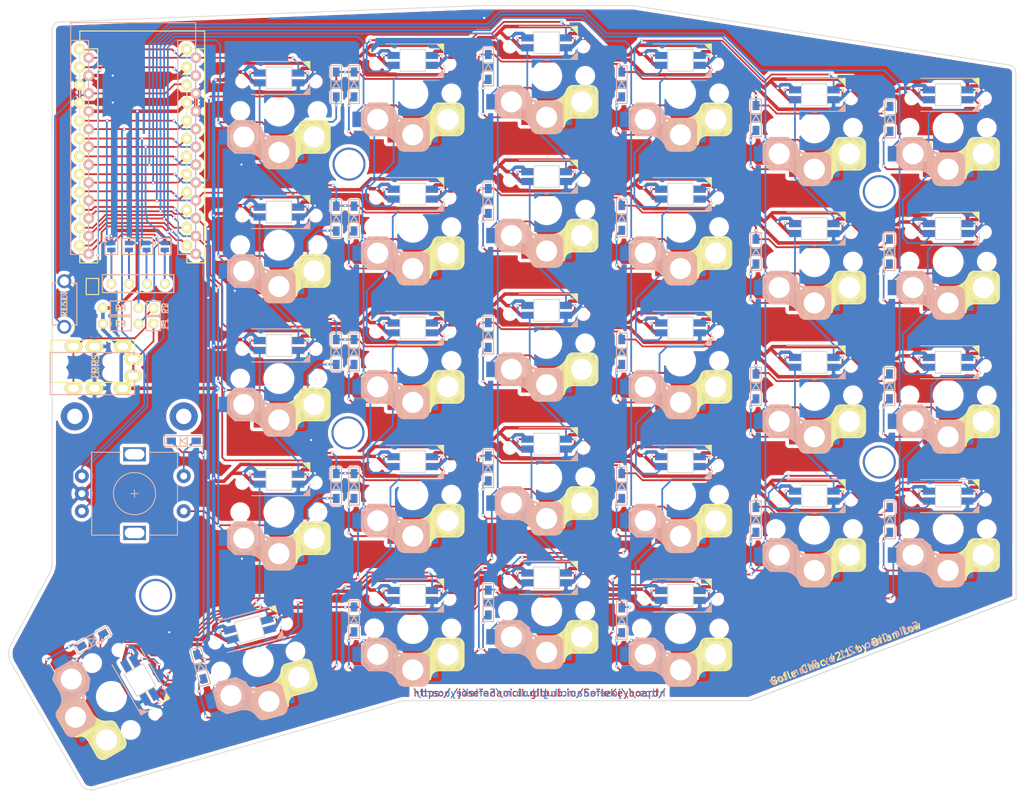
<source format=kicad_pcb>
(kicad_pcb (version 20171130) (host pcbnew "(5.1.9-0-10_14)")
  (layers (0 F.Cu signal) (31 B.Cu signal) (34 B.Paste user) (35 F.Paste user) (36 B.SilkS user) (37 F.SilkS user) (38 B.Mask user) (39 F.Mask user) (44 Edge.Cuts user))
  (net 0 "")
  (net 1 "Net-(D1-Pad2)")
  (net 2 row4)
  (net 3 "Net-(D2-Pad2)")
  (net 4 "Net-(D3-Pad2)")
  (net 5 row0)
  (net 6 "Net-(D4-Pad2)")
  (net 7 row1)
  (net 8 "Net-(D5-Pad2)")
  (net 9 row2)
  (net 10 "Net-(D6-Pad2)")
  (net 11 row3)
  (net 12 "Net-(D7-Pad2)")
  (net 13 "Net-(D8-Pad2)")
  (net 14 "Net-(D9-Pad2)")
  (net 15 "Net-(D10-Pad2)")
  (net 16 "Net-(D11-Pad2)")
  (net 17 "Net-(D12-Pad2)")
  (net 18 "Net-(D13-Pad2)")
  (net 19 "Net-(D14-Pad2)")
  (net 20 "Net-(D15-Pad2)")
  (net 21 "Net-(D16-Pad2)")
  (net 22 "Net-(D17-Pad2)")
  (net 23 "Net-(D18-Pad2)")
  (net 24 "Net-(D19-Pad2)")
  (net 25 "Net-(D20-Pad2)")
  (net 26 "Net-(D21-Pad2)")
  (net 27 "Net-(D22-Pad2)")
  (net 28 "Net-(D23-Pad2)")
  (net 29 "Net-(D24-Pad2)")
  (net 30 "Net-(D26-Pad2)")
  (net 31 "Net-(D27-Pad2)")
  (net 32 "Net-(D28-Pad2)")
  (net 33 VCC)
  (net 34 GND)
  (net 35 col0)
  (net 36 col1)
  (net 37 col2)
  (net 38 col3)
  (net 39 col4)
  (net 40 SDA)
  (net 41 LED)
  (net 42 SCL)
  (net 43 RESET)
  (net 44 "Net-(D29-Pad2)")
  (net 45 "Net-(U1-Pad24)")
  (net 46 "Net-(U1-Pad7)")
  (net 47 DATA)
  (net 48 "Net-(J3-Pad1)")
  (net 49 "Net-(J3-Pad2)")
  (net 50 "Net-(J3-Pad3)")
  (net 51 "Net-(J3-Pad4)")
  (net 52 "Net-(D30-Pad2)")
  (net 53 SW25B)
  (net 54 SW25A)
  (net 55 ENCB)
  (net 56 ENCA)
  (net 57 /i2c_c)
  (net 58 /i2c_d)
  (net 59 "Net-(SW1-Pad2)")
  (net 60 "Net-(SW2-Pad2)")
  (net 61 "Net-(SW3-Pad2)")
  (net 62 "Net-(SW12-Pad4)")
  (net 63 "Net-(SW13-Pad4)")
  (net 64 "Net-(SW10-Pad2)")
  (net 65 "Net-(SW10-Pad4)")
  (net 66 "Net-(SW11-Pad4)")
  (net 67 "Net-(SW13-Pad2)")
  (net 68 "Net-(SW14-Pad2)")
  (net 69 "Net-(SW15-Pad2)")
  (net 70 "Net-(SW17-Pad2)")
  (net 71 "Net-(SW19-Pad2)")
  (net 72 "Net-(SW26-Pad2)")
  (net 73 "Net-(SW29-Pad2)")
  (net 74 "Net-(SW14-Pad4)")
  (net 75 "Net-(SW15-Pad4)")
  (net 76 "Net-(SW11-Pad2)")
  (net 77 "Net-(SW12-Pad2)")
  (net 78 "Net-(SW21-Pad2)")
  (net 79 "Net-(SW23-Pad2)")
  (net 80 "Net-(SW2-Pad4)")
  (net 81 "Net-(SW20-Pad4)")
  (net 82 "Net-(SW27-Pad2)")
  (net 83 "Net-(SW4-Pad2)")
  (net 84 "Net-(SW6-Pad2)")
  (net 85 "Net-(SW16-Pad4)")
  (net 86 "Net-(SW18-Pad4)")
  (net 87 "Net-(SW22-Pad4)")
  (module SofleChoc:Choc_Hotswap_SK6812MiniE (layer F.Cu) (at 177.7 123.7 180)
    (fp_text reference SW30 hide)
    (fp_text value SW_PUSH_LED hide)
    (fp_line (start 1.8 3.149) (end -1.8 3.149) (layer Edge.Cuts) (width 0.12))
    (fp_line (start 1.8 6.249) (end 1.8 3.149) (layer Edge.Cuts) (width 0.12))
    (fp_line (start -1.8 6.249) (end 1.8 6.249) (layer Edge.Cuts) (width 0.12))
    (fp_line (start -1.8 3.149) (end -1.8 6.249) (layer Edge.Cuts) (width 0.12))
    (pad 1 smd rect (at 2.75 5.399 180) (size 1.7 1) (layers B.Cu B.Paste B.Mask) (net 33 VCC))
    (pad 4 smd rect (at -2.75 5.399 180) (size 1.7 1) (layers B.Cu B.Paste B.Mask) (net 73 "Net-(SW29-Pad2)"))
    (pad 2 smd rect (at 2.75 3.999 180) (size 1.7 1) (layers B.Cu B.Paste B.Mask) (net 87 "Net-(SW22-Pad4)"))
    (pad 3 smd rect (at -2.75 3.999 180) (size 1.7 1) (layers B.Cu B.Paste B.Mask) (net 34 GND))
    (pad 4 smd rect (at -2.75 3.999 180) (size 1.7 1) (layers F.Cu F.Paste F.Mask) (net 73 "Net-(SW29-Pad2)"))
    (pad 1 smd rect (at 2.75 3.999 180) (size 1.7 1) (layers F.Cu F.Paste F.Mask) (net 33 VCC))
    (pad 3 smd rect (at -2.75 5.399 180) (size 1.7 1) (layers F.Cu F.Paste F.Mask) (net 34 GND))
    (pad 2 smd rect (at 2.75 5.399 180) (size 1.7 1) (layers F.Cu F.Paste F.Mask) (net 87 "Net-(SW22-Pad4)"))
    (pad "" np_thru_hole circle (at -5.22 4.2 180) (size 1 1) (drill 1) (layers *.Cu *.Mask))
    (pad "" np_thru_hole circle (at 5.22 4.2 180) (size 1 1) (drill 1) (layers *.Cu *.Mask))
    (pad "" np_thru_hole circle (at -5 -3.7 270) (size 3 3) (drill 3) (layers *.Cu *.Mask))
    (pad 5 smd rect (at 2.8 -5.9 180) (size 1.6 2.2) (layers F.Cu F.Paste F.Mask) (net 52 "Net-(D30-Pad2)"))
    (pad 6 smd rect (at -7.9 -3.7 180) (size 1.6 2.2) (layers F.Cu F.Paste F.Mask) (net 35 col0) (clearance 0.5))
    (pad 6 smd rect (at 7.8 -3.7 180) (size 1.6 2.2) (layers B.Cu B.Paste B.Mask) (net 35 col0) (clearance 0.3))
    (pad 5 smd rect (at -2.8 -5.9 180) (size 1.6 2.2) (layers B.Cu B.Paste B.Mask) (net 52 "Net-(D30-Pad2)"))
    (pad "" np_thru_hole circle (at 5 -3.7 90) (size 3 3) (drill 3) (layers *.Cu *.Mask))
    (pad "" np_thru_hole circle (at 0 -5.9 90) (size 3 3) (drill 3) (layers *.Cu *.Mask))
    (pad "" np_thru_hole circle (at 0 0 90) (size 3.4 3.4) (drill 3.4) (layers *.Cu *.Mask))
    (pad "" np_thru_hole circle (at 5.5 0 90) (size 1.8 1.8) (drill 1.8) (layers *.Cu *.Mask))
    (pad "" np_thru_hole circle (at -5.5 0 90) (size 1.8 1.8) (drill 1.8) (layers *.Cu *.Mask))
  )
  (module SofleChoc:Choc_Hotswap_SK6812MiniE (layer F.Cu) (at 158.65 121.2 180)
    (fp_text reference SW29 hide)
    (fp_text value SW_PUSH_LED hide)
    (fp_line (start 1.8 3.149) (end -1.8 3.149) (layer Edge.Cuts) (width 0.12))
    (fp_line (start 1.8 6.249) (end 1.8 3.149) (layer Edge.Cuts) (width 0.12))
    (fp_line (start -1.8 6.249) (end 1.8 6.249) (layer Edge.Cuts) (width 0.12))
    (fp_line (start -1.8 3.149) (end -1.8 6.249) (layer Edge.Cuts) (width 0.12))
    (pad 1 smd rect (at 2.75 5.399 180) (size 1.7 1) (layers B.Cu B.Paste B.Mask) (net 33 VCC))
    (pad 4 smd rect (at -2.75 5.399 180) (size 1.7 1) (layers B.Cu B.Paste B.Mask) (net 78 "Net-(SW21-Pad2)"))
    (pad 2 smd rect (at 2.75 3.999 180) (size 1.7 1) (layers B.Cu B.Paste B.Mask) (net 73 "Net-(SW29-Pad2)"))
    (pad 3 smd rect (at -2.75 3.999 180) (size 1.7 1) (layers B.Cu B.Paste B.Mask) (net 34 GND))
    (pad 4 smd rect (at -2.75 3.999 180) (size 1.7 1) (layers F.Cu F.Paste F.Mask) (net 78 "Net-(SW21-Pad2)"))
    (pad 1 smd rect (at 2.75 3.999 180) (size 1.7 1) (layers F.Cu F.Paste F.Mask) (net 33 VCC))
    (pad 3 smd rect (at -2.75 5.399 180) (size 1.7 1) (layers F.Cu F.Paste F.Mask) (net 34 GND))
    (pad 2 smd rect (at 2.75 5.399 180) (size 1.7 1) (layers F.Cu F.Paste F.Mask) (net 73 "Net-(SW29-Pad2)"))
    (pad "" np_thru_hole circle (at -5.22 4.2 180) (size 1 1) (drill 1) (layers *.Cu *.Mask))
    (pad "" np_thru_hole circle (at 5.22 4.2 180) (size 1 1) (drill 1) (layers *.Cu *.Mask))
    (pad "" np_thru_hole circle (at -5 -3.7 270) (size 3 3) (drill 3) (layers *.Cu *.Mask))
    (pad 5 smd rect (at 2.8 -5.9 180) (size 1.6 2.2) (layers F.Cu F.Paste F.Mask) (net 44 "Net-(D29-Pad2)"))
    (pad 6 smd rect (at -7.9 -3.7 180) (size 1.6 2.2) (layers F.Cu F.Paste F.Mask) (net 36 col1) (clearance 0.5))
    (pad 6 smd rect (at 7.8 -3.7 180) (size 1.6 2.2) (layers B.Cu B.Paste B.Mask) (net 36 col1) (clearance 0.3))
    (pad 5 smd rect (at -2.8 -5.9 180) (size 1.6 2.2) (layers B.Cu B.Paste B.Mask) (net 44 "Net-(D29-Pad2)"))
    (pad "" np_thru_hole circle (at 5 -3.7 90) (size 3 3) (drill 3) (layers *.Cu *.Mask))
    (pad "" np_thru_hole circle (at 0 -5.9 90) (size 3 3) (drill 3) (layers *.Cu *.Mask))
    (pad "" np_thru_hole circle (at 0 0 90) (size 3.4 3.4) (drill 3.4) (layers *.Cu *.Mask))
    (pad "" np_thru_hole circle (at 5.5 0 90) (size 1.8 1.8) (drill 1.8) (layers *.Cu *.Mask))
    (pad "" np_thru_hole circle (at -5.5 0 90) (size 1.8 1.8) (drill 1.8) (layers *.Cu *.Mask))
  )
  (module SofleChoc:Choc_Hotswap_SK6812MiniE (layer F.Cu) (at 139.6 123.7 180)
    (fp_text reference SW28 hide)
    (fp_text value SW_PUSH_LED hide)
    (fp_line (start 1.8 3.149) (end -1.8 3.149) (layer Edge.Cuts) (width 0.12))
    (fp_line (start 1.8 6.249) (end 1.8 3.149) (layer Edge.Cuts) (width 0.12))
    (fp_line (start -1.8 6.249) (end 1.8 6.249) (layer Edge.Cuts) (width 0.12))
    (fp_line (start -1.8 3.149) (end -1.8 6.249) (layer Edge.Cuts) (width 0.12))
    (pad 1 smd rect (at 2.75 5.399 180) (size 1.7 1) (layers B.Cu B.Paste B.Mask) (net 33 VCC))
    (pad 4 smd rect (at -2.75 5.399 180) (size 1.7 1) (layers B.Cu B.Paste B.Mask) (net 82 "Net-(SW27-Pad2)"))
    (pad 2 smd rect (at 2.75 3.999 180) (size 1.7 1) (layers B.Cu B.Paste B.Mask) (net 81 "Net-(SW20-Pad4)"))
    (pad 3 smd rect (at -2.75 3.999 180) (size 1.7 1) (layers B.Cu B.Paste B.Mask) (net 34 GND))
    (pad 4 smd rect (at -2.75 3.999 180) (size 1.7 1) (layers F.Cu F.Paste F.Mask) (net 82 "Net-(SW27-Pad2)"))
    (pad 1 smd rect (at 2.75 3.999 180) (size 1.7 1) (layers F.Cu F.Paste F.Mask) (net 33 VCC))
    (pad 3 smd rect (at -2.75 5.399 180) (size 1.7 1) (layers F.Cu F.Paste F.Mask) (net 34 GND))
    (pad 2 smd rect (at 2.75 5.399 180) (size 1.7 1) (layers F.Cu F.Paste F.Mask) (net 81 "Net-(SW20-Pad4)"))
    (pad "" np_thru_hole circle (at -5.22 4.2 180) (size 1 1) (drill 1) (layers *.Cu *.Mask))
    (pad "" np_thru_hole circle (at 5.22 4.2 180) (size 1 1) (drill 1) (layers *.Cu *.Mask))
    (pad "" np_thru_hole circle (at -5 -3.7 270) (size 3 3) (drill 3) (layers *.Cu *.Mask))
    (pad 5 smd rect (at 2.8 -5.9 180) (size 1.6 2.2) (layers F.Cu F.Paste F.Mask) (net 32 "Net-(D28-Pad2)"))
    (pad 6 smd rect (at -7.9 -3.7 180) (size 1.6 2.2) (layers F.Cu F.Paste F.Mask) (net 37 col2) (clearance 0.5))
    (pad 6 smd rect (at 7.8 -3.7 180) (size 1.6 2.2) (layers B.Cu B.Paste B.Mask) (net 37 col2) (clearance 0.3))
    (pad 5 smd rect (at -2.8 -5.9 180) (size 1.6 2.2) (layers B.Cu B.Paste B.Mask) (net 32 "Net-(D28-Pad2)"))
    (pad "" np_thru_hole circle (at 5 -3.7 90) (size 3 3) (drill 3) (layers *.Cu *.Mask))
    (pad "" np_thru_hole circle (at 0 -5.9 90) (size 3 3) (drill 3) (layers *.Cu *.Mask))
    (pad "" np_thru_hole circle (at 0 0 90) (size 3.4 3.4) (drill 3.4) (layers *.Cu *.Mask))
    (pad "" np_thru_hole circle (at 5.5 0 90) (size 1.8 1.8) (drill 1.8) (layers *.Cu *.Mask))
    (pad "" np_thru_hole circle (at -5.5 0 90) (size 1.8 1.8) (drill 1.8) (layers *.Cu *.Mask))
  )
  (module SofleChoc:Choc_Hotswap_SK6812MiniE (layer F.Cu) (at 117.6 128.4 195)
    (fp_text reference SW27 hide)
    (fp_text value SW_PUSH_LED hide)
    (fp_line (start 1.8 3.149) (end -1.8 3.149) (layer Edge.Cuts) (width 0.12))
    (fp_line (start 1.8 6.249) (end 1.8 3.149) (layer Edge.Cuts) (width 0.12))
    (fp_line (start -1.8 6.249) (end 1.8 6.249) (layer Edge.Cuts) (width 0.12))
    (fp_line (start -1.8 3.149) (end -1.8 6.249) (layer Edge.Cuts) (width 0.12))
    (pad 1 smd rect (at 2.75 5.399 195) (size 1.7 1) (layers B.Cu B.Paste B.Mask) (net 33 VCC))
    (pad 4 smd rect (at -2.75 5.399 195) (size 1.7 1) (layers B.Cu B.Paste B.Mask) (net 72 "Net-(SW26-Pad2)"))
    (pad 2 smd rect (at 2.75 3.999 195) (size 1.7 1) (layers B.Cu B.Paste B.Mask) (net 82 "Net-(SW27-Pad2)"))
    (pad 3 smd rect (at -2.75 3.999 195) (size 1.7 1) (layers B.Cu B.Paste B.Mask) (net 34 GND))
    (pad 4 smd rect (at -2.75 3.999 195) (size 1.7 1) (layers F.Cu F.Paste F.Mask) (net 72 "Net-(SW26-Pad2)"))
    (pad 1 smd rect (at 2.75 3.999 195) (size 1.7 1) (layers F.Cu F.Paste F.Mask) (net 33 VCC))
    (pad 3 smd rect (at -2.75 5.399 195) (size 1.7 1) (layers F.Cu F.Paste F.Mask) (net 34 GND))
    (pad 2 smd rect (at 2.75 5.399 195) (size 1.7 1) (layers F.Cu F.Paste F.Mask) (net 82 "Net-(SW27-Pad2)"))
    (pad "" np_thru_hole circle (at -5.22 4.2 195) (size 1 1) (drill 1) (layers *.Cu *.Mask))
    (pad "" np_thru_hole circle (at 5.22 4.2 195) (size 1 1) (drill 1) (layers *.Cu *.Mask))
    (pad "" np_thru_hole circle (at -5 -3.7 285) (size 3 3) (drill 3) (layers *.Cu *.Mask))
    (pad 5 smd rect (at 2.8 -5.9 195) (size 1.6 2.2) (layers F.Cu F.Paste F.Mask) (net 31 "Net-(D27-Pad2)"))
    (pad 6 smd rect (at -7.9 -3.7 195) (size 1.6 2.2) (layers F.Cu F.Paste F.Mask) (net 38 col3) (clearance 0.5))
    (pad 6 smd rect (at 7.8 -3.7 195) (size 1.6 2.2) (layers B.Cu B.Paste B.Mask) (net 38 col3) (clearance 0.3))
    (pad 5 smd rect (at -2.8 -5.9 195) (size 1.6 2.2) (layers B.Cu B.Paste B.Mask) (net 31 "Net-(D27-Pad2)"))
    (pad "" np_thru_hole circle (at 5 -3.7 105) (size 3 3) (drill 3) (layers *.Cu *.Mask))
    (pad "" np_thru_hole circle (at 0 -5.9 105) (size 3 3) (drill 3) (layers *.Cu *.Mask))
    (pad "" np_thru_hole circle (at 0 0 105) (size 3.4 3.4) (drill 3.4) (layers *.Cu *.Mask))
    (pad "" np_thru_hole circle (at 5.5 0 105) (size 1.8 1.8) (drill 1.8) (layers *.Cu *.Mask))
    (pad "" np_thru_hole circle (at -5.5 0 105) (size 1.8 1.8) (drill 1.8) (layers *.Cu *.Mask))
  )
  (module SofleChoc:Choc_Hotswap_SK6812MiniE (layer F.Cu) (at 96.71 133.4 120)
    (fp_text reference SW26 hide)
    (fp_text value SW_PUSH_LED hide)
    (fp_line (start 1.8 3.149) (end -1.8 3.149) (layer Edge.Cuts) (width 0.12))
    (fp_line (start 1.8 6.249) (end 1.8 3.149) (layer Edge.Cuts) (width 0.12))
    (fp_line (start -1.8 6.249) (end 1.8 6.249) (layer Edge.Cuts) (width 0.12))
    (fp_line (start -1.8 3.149) (end -1.8 6.249) (layer Edge.Cuts) (width 0.12))
    (pad 1 smd rect (at 2.75 5.399 120) (size 1.7 1) (layers B.Cu B.Paste B.Mask) (net 33 VCC))
    (pad 4 smd rect (at -2.75 5.399 120) (size 1.7 1) (layers B.Cu B.Paste B.Mask) (net 71 "Net-(SW19-Pad2)"))
    (pad 2 smd rect (at 2.75 3.999 120) (size 1.7 1) (layers B.Cu B.Paste B.Mask) (net 72 "Net-(SW26-Pad2)"))
    (pad 3 smd rect (at -2.75 3.999 120) (size 1.7 1) (layers B.Cu B.Paste B.Mask) (net 34 GND))
    (pad 4 smd rect (at -2.75 3.999 120) (size 1.7 1) (layers F.Cu F.Paste F.Mask) (net 71 "Net-(SW19-Pad2)"))
    (pad 1 smd rect (at 2.75 3.999 120) (size 1.7 1) (layers F.Cu F.Paste F.Mask) (net 33 VCC))
    (pad 3 smd rect (at -2.75 5.399 120) (size 1.7 1) (layers F.Cu F.Paste F.Mask) (net 34 GND))
    (pad 2 smd rect (at 2.75 5.399 120) (size 1.7 1) (layers F.Cu F.Paste F.Mask) (net 72 "Net-(SW26-Pad2)"))
    (pad "" np_thru_hole circle (at -5.22 4.2 120) (size 1 1) (drill 1) (layers *.Cu *.Mask))
    (pad "" np_thru_hole circle (at 5.22 4.2 120) (size 1 1) (drill 1) (layers *.Cu *.Mask))
    (pad "" np_thru_hole circle (at -5 -3.7 210) (size 3 3) (drill 3) (layers *.Cu *.Mask))
    (pad 5 smd rect (at 2.8 -5.9 120) (size 1.6 2.2) (layers F.Cu F.Paste F.Mask) (net 30 "Net-(D26-Pad2)"))
    (pad 6 smd rect (at -7.9 -3.7 120) (size 1.6 2.2) (layers F.Cu F.Paste F.Mask) (net 39 col4) (clearance 0.5))
    (pad 6 smd rect (at 7.8 -3.7 120) (size 1.6 2.2) (layers B.Cu B.Paste B.Mask) (net 39 col4) (clearance 0.3))
    (pad 5 smd rect (at -2.8 -5.9 120) (size 1.6 2.2) (layers B.Cu B.Paste B.Mask) (net 30 "Net-(D26-Pad2)"))
    (pad "" np_thru_hole circle (at 5 -3.7 30) (size 3 3) (drill 3) (layers *.Cu *.Mask))
    (pad "" np_thru_hole circle (at 0 -5.9 30) (size 3 3) (drill 3) (layers *.Cu *.Mask))
    (pad "" np_thru_hole circle (at 0 0 30) (size 3.4 3.4) (drill 3.4) (layers *.Cu *.Mask))
    (pad "" np_thru_hole circle (at 5.5 0 30) (size 1.8 1.8) (drill 1.8) (layers *.Cu *.Mask))
    (pad "" np_thru_hole circle (at -5.5 0 30) (size 1.8 1.8) (drill 1.8) (layers *.Cu *.Mask))
  )
  (module SofleChoc:Choc_Hotswap_SK6812MiniE (layer F.Cu) (at 215.8 109.55 180)
    (fp_text reference SW24 hide)
    (fp_text value SW_PUSH_LED hide)
    (fp_line (start 1.8 3.149) (end -1.8 3.149) (layer Edge.Cuts) (width 0.12))
    (fp_line (start 1.8 6.249) (end 1.8 3.149) (layer Edge.Cuts) (width 0.12))
    (fp_line (start -1.8 6.249) (end 1.8 6.249) (layer Edge.Cuts) (width 0.12))
    (fp_line (start -1.8 3.149) (end -1.8 6.249) (layer Edge.Cuts) (width 0.12))
    (pad 1 smd rect (at 2.75 5.399 180) (size 1.7 1) (layers B.Cu B.Paste B.Mask) (net 33 VCC))
    (pad 4 smd rect (at -2.75 5.399 180) (size 1.7 1) (layers B.Cu B.Paste B.Mask) (net 79 "Net-(SW23-Pad2)"))
    (pad 2 smd rect (at 2.75 3.999 180) (size 1.7 1) (layers B.Cu B.Paste B.Mask) (net 86 "Net-(SW18-Pad4)"))
    (pad 3 smd rect (at -2.75 3.999 180) (size 1.7 1) (layers B.Cu B.Paste B.Mask) (net 34 GND))
    (pad 4 smd rect (at -2.75 3.999 180) (size 1.7 1) (layers F.Cu F.Paste F.Mask) (net 79 "Net-(SW23-Pad2)"))
    (pad 1 smd rect (at 2.75 3.999 180) (size 1.7 1) (layers F.Cu F.Paste F.Mask) (net 33 VCC))
    (pad 3 smd rect (at -2.75 5.399 180) (size 1.7 1) (layers F.Cu F.Paste F.Mask) (net 34 GND))
    (pad 2 smd rect (at 2.75 5.399 180) (size 1.7 1) (layers F.Cu F.Paste F.Mask) (net 86 "Net-(SW18-Pad4)"))
    (pad "" np_thru_hole circle (at -5.22 4.2 180) (size 1 1) (drill 1) (layers *.Cu *.Mask))
    (pad "" np_thru_hole circle (at 5.22 4.2 180) (size 1 1) (drill 1) (layers *.Cu *.Mask))
    (pad "" np_thru_hole circle (at -5 -3.7 270) (size 3 3) (drill 3) (layers *.Cu *.Mask))
    (pad 5 smd rect (at 2.8 -5.9 180) (size 1.6 2.2) (layers F.Cu F.Paste F.Mask) (net 29 "Net-(D24-Pad2)"))
    (pad 6 smd rect (at -7.9 -3.7 180) (size 1.6 2.2) (layers F.Cu F.Paste F.Mask) (net 35 col0) (clearance 0.5))
    (pad 6 smd rect (at 7.8 -3.7 180) (size 1.6 2.2) (layers B.Cu B.Paste B.Mask) (net 35 col0) (clearance 0.3))
    (pad 5 smd rect (at -2.8 -5.9 180) (size 1.6 2.2) (layers B.Cu B.Paste B.Mask) (net 29 "Net-(D24-Pad2)"))
    (pad "" np_thru_hole circle (at 5 -3.7 90) (size 3 3) (drill 3) (layers *.Cu *.Mask))
    (pad "" np_thru_hole circle (at 0 -5.9 90) (size 3 3) (drill 3) (layers *.Cu *.Mask))
    (pad "" np_thru_hole circle (at 0 0 90) (size 3.4 3.4) (drill 3.4) (layers *.Cu *.Mask))
    (pad "" np_thru_hole circle (at 5.5 0 90) (size 1.8 1.8) (drill 1.8) (layers *.Cu *.Mask))
    (pad "" np_thru_hole circle (at -5.5 0 90) (size 1.8 1.8) (drill 1.8) (layers *.Cu *.Mask))
  )
  (module SofleChoc:Choc_Hotswap_SK6812MiniE (layer F.Cu) (at 196.75 109.55 180)
    (fp_text reference SW23 hide)
    (fp_text value SW_PUSH_LED hide)
    (fp_line (start 1.8 3.149) (end -1.8 3.149) (layer Edge.Cuts) (width 0.12))
    (fp_line (start 1.8 6.249) (end 1.8 3.149) (layer Edge.Cuts) (width 0.12))
    (fp_line (start -1.8 6.249) (end 1.8 6.249) (layer Edge.Cuts) (width 0.12))
    (fp_line (start -1.8 3.149) (end -1.8 6.249) (layer Edge.Cuts) (width 0.12))
    (pad 1 smd rect (at 2.75 5.399 180) (size 1.7 1) (layers B.Cu B.Paste B.Mask) (net 33 VCC))
    (pad 4 smd rect (at -2.75 5.399 180) (size 1.7 1) (layers B.Cu B.Paste B.Mask) (net 70 "Net-(SW17-Pad2)"))
    (pad 2 smd rect (at 2.75 3.999 180) (size 1.7 1) (layers B.Cu B.Paste B.Mask) (net 79 "Net-(SW23-Pad2)"))
    (pad 3 smd rect (at -2.75 3.999 180) (size 1.7 1) (layers B.Cu B.Paste B.Mask) (net 34 GND))
    (pad 4 smd rect (at -2.75 3.999 180) (size 1.7 1) (layers F.Cu F.Paste F.Mask) (net 70 "Net-(SW17-Pad2)"))
    (pad 1 smd rect (at 2.75 3.999 180) (size 1.7 1) (layers F.Cu F.Paste F.Mask) (net 33 VCC))
    (pad 3 smd rect (at -2.75 5.399 180) (size 1.7 1) (layers F.Cu F.Paste F.Mask) (net 34 GND))
    (pad 2 smd rect (at 2.75 5.399 180) (size 1.7 1) (layers F.Cu F.Paste F.Mask) (net 79 "Net-(SW23-Pad2)"))
    (pad "" np_thru_hole circle (at -5.22 4.2 180) (size 1 1) (drill 1) (layers *.Cu *.Mask))
    (pad "" np_thru_hole circle (at 5.22 4.2 180) (size 1 1) (drill 1) (layers *.Cu *.Mask))
    (pad "" np_thru_hole circle (at -5 -3.7 270) (size 3 3) (drill 3) (layers *.Cu *.Mask))
    (pad 5 smd rect (at 2.8 -5.9 180) (size 1.6 2.2) (layers F.Cu F.Paste F.Mask) (net 28 "Net-(D23-Pad2)"))
    (pad 6 smd rect (at -7.9 -3.7 180) (size 1.6 2.2) (layers F.Cu F.Paste F.Mask) (net 36 col1) (clearance 0.5))
    (pad 6 smd rect (at 7.8 -3.7 180) (size 1.6 2.2) (layers B.Cu B.Paste B.Mask) (net 36 col1) (clearance 0.3))
    (pad 5 smd rect (at -2.8 -5.9 180) (size 1.6 2.2) (layers B.Cu B.Paste B.Mask) (net 28 "Net-(D23-Pad2)"))
    (pad "" np_thru_hole circle (at 5 -3.7 90) (size 3 3) (drill 3) (layers *.Cu *.Mask))
    (pad "" np_thru_hole circle (at 0 -5.9 90) (size 3 3) (drill 3) (layers *.Cu *.Mask))
    (pad "" np_thru_hole circle (at 0 0 90) (size 3.4 3.4) (drill 3.4) (layers *.Cu *.Mask))
    (pad "" np_thru_hole circle (at 5.5 0 90) (size 1.8 1.8) (drill 1.8) (layers *.Cu *.Mask))
    (pad "" np_thru_hole circle (at -5.5 0 90) (size 1.8 1.8) (drill 1.8) (layers *.Cu *.Mask))
  )
  (module SofleChoc:Choc_Hotswap_SK6812MiniE (layer F.Cu) (at 177.7 104.65 180)
    (fp_text reference SW22 hide)
    (fp_text value SW_PUSH_LED hide)
    (fp_line (start 1.8 3.149) (end -1.8 3.149) (layer Edge.Cuts) (width 0.12))
    (fp_line (start 1.8 6.249) (end 1.8 3.149) (layer Edge.Cuts) (width 0.12))
    (fp_line (start -1.8 6.249) (end 1.8 6.249) (layer Edge.Cuts) (width 0.12))
    (fp_line (start -1.8 3.149) (end -1.8 6.249) (layer Edge.Cuts) (width 0.12))
    (pad 1 smd rect (at 2.75 5.399 180) (size 1.7 1) (layers B.Cu B.Paste B.Mask) (net 33 VCC))
    (pad 4 smd rect (at -2.75 5.399 180) (size 1.7 1) (layers B.Cu B.Paste B.Mask) (net 87 "Net-(SW22-Pad4)"))
    (pad 2 smd rect (at 2.75 3.999 180) (size 1.7 1) (layers B.Cu B.Paste B.Mask) (net 85 "Net-(SW16-Pad4)"))
    (pad 3 smd rect (at -2.75 3.999 180) (size 1.7 1) (layers B.Cu B.Paste B.Mask) (net 34 GND))
    (pad 4 smd rect (at -2.75 3.999 180) (size 1.7 1) (layers F.Cu F.Paste F.Mask) (net 87 "Net-(SW22-Pad4)"))
    (pad 1 smd rect (at 2.75 3.999 180) (size 1.7 1) (layers F.Cu F.Paste F.Mask) (net 33 VCC))
    (pad 3 smd rect (at -2.75 5.399 180) (size 1.7 1) (layers F.Cu F.Paste F.Mask) (net 34 GND))
    (pad 2 smd rect (at 2.75 5.399 180) (size 1.7 1) (layers F.Cu F.Paste F.Mask) (net 85 "Net-(SW16-Pad4)"))
    (pad "" np_thru_hole circle (at -5.22 4.2 180) (size 1 1) (drill 1) (layers *.Cu *.Mask))
    (pad "" np_thru_hole circle (at 5.22 4.2 180) (size 1 1) (drill 1) (layers *.Cu *.Mask))
    (pad "" np_thru_hole circle (at -5 -3.7 270) (size 3 3) (drill 3) (layers *.Cu *.Mask))
    (pad 5 smd rect (at 2.8 -5.9 180) (size 1.6 2.2) (layers F.Cu F.Paste F.Mask) (net 27 "Net-(D22-Pad2)"))
    (pad 6 smd rect (at -7.9 -3.7 180) (size 1.6 2.2) (layers F.Cu F.Paste F.Mask) (net 37 col2) (clearance 0.5))
    (pad 6 smd rect (at 7.8 -3.7 180) (size 1.6 2.2) (layers B.Cu B.Paste B.Mask) (net 37 col2) (clearance 0.3))
    (pad 5 smd rect (at -2.8 -5.9 180) (size 1.6 2.2) (layers B.Cu B.Paste B.Mask) (net 27 "Net-(D22-Pad2)"))
    (pad "" np_thru_hole circle (at 5 -3.7 90) (size 3 3) (drill 3) (layers *.Cu *.Mask))
    (pad "" np_thru_hole circle (at 0 -5.9 90) (size 3 3) (drill 3) (layers *.Cu *.Mask))
    (pad "" np_thru_hole circle (at 0 0 90) (size 3.4 3.4) (drill 3.4) (layers *.Cu *.Mask))
    (pad "" np_thru_hole circle (at 5.5 0 90) (size 1.8 1.8) (drill 1.8) (layers *.Cu *.Mask))
    (pad "" np_thru_hole circle (at -5.5 0 90) (size 1.8 1.8) (drill 1.8) (layers *.Cu *.Mask))
  )
  (module SofleChoc:Choc_Hotswap_SK6812MiniE (layer F.Cu) (at 158.65 102.15 180)
    (fp_text reference SW21 hide)
    (fp_text value SW_PUSH_LED hide)
    (fp_line (start 1.8 3.149) (end -1.8 3.149) (layer Edge.Cuts) (width 0.12))
    (fp_line (start 1.8 6.249) (end 1.8 3.149) (layer Edge.Cuts) (width 0.12))
    (fp_line (start -1.8 6.249) (end 1.8 6.249) (layer Edge.Cuts) (width 0.12))
    (fp_line (start -1.8 3.149) (end -1.8 6.249) (layer Edge.Cuts) (width 0.12))
    (pad 1 smd rect (at 2.75 5.399 180) (size 1.7 1) (layers B.Cu B.Paste B.Mask) (net 33 VCC))
    (pad 4 smd rect (at -2.75 5.399 180) (size 1.7 1) (layers B.Cu B.Paste B.Mask) (net 69 "Net-(SW15-Pad2)"))
    (pad 2 smd rect (at 2.75 3.999 180) (size 1.7 1) (layers B.Cu B.Paste B.Mask) (net 78 "Net-(SW21-Pad2)"))
    (pad 3 smd rect (at -2.75 3.999 180) (size 1.7 1) (layers B.Cu B.Paste B.Mask) (net 34 GND))
    (pad 4 smd rect (at -2.75 3.999 180) (size 1.7 1) (layers F.Cu F.Paste F.Mask) (net 69 "Net-(SW15-Pad2)"))
    (pad 1 smd rect (at 2.75 3.999 180) (size 1.7 1) (layers F.Cu F.Paste F.Mask) (net 33 VCC))
    (pad 3 smd rect (at -2.75 5.399 180) (size 1.7 1) (layers F.Cu F.Paste F.Mask) (net 34 GND))
    (pad 2 smd rect (at 2.75 5.399 180) (size 1.7 1) (layers F.Cu F.Paste F.Mask) (net 78 "Net-(SW21-Pad2)"))
    (pad "" np_thru_hole circle (at -5.22 4.2 180) (size 1 1) (drill 1) (layers *.Cu *.Mask))
    (pad "" np_thru_hole circle (at 5.22 4.2 180) (size 1 1) (drill 1) (layers *.Cu *.Mask))
    (pad "" np_thru_hole circle (at -5 -3.7 270) (size 3 3) (drill 3) (layers *.Cu *.Mask))
    (pad 5 smd rect (at 2.8 -5.9 180) (size 1.6 2.2) (layers F.Cu F.Paste F.Mask) (net 26 "Net-(D21-Pad2)"))
    (pad 6 smd rect (at -7.9 -3.7 180) (size 1.6 2.2) (layers F.Cu F.Paste F.Mask) (net 38 col3) (clearance 0.5))
    (pad 6 smd rect (at 7.8 -3.7 180) (size 1.6 2.2) (layers B.Cu B.Paste B.Mask) (net 38 col3) (clearance 0.3))
    (pad 5 smd rect (at -2.8 -5.9 180) (size 1.6 2.2) (layers B.Cu B.Paste B.Mask) (net 26 "Net-(D21-Pad2)"))
    (pad "" np_thru_hole circle (at 5 -3.7 90) (size 3 3) (drill 3) (layers *.Cu *.Mask))
    (pad "" np_thru_hole circle (at 0 -5.9 90) (size 3 3) (drill 3) (layers *.Cu *.Mask))
    (pad "" np_thru_hole circle (at 0 0 90) (size 3.4 3.4) (drill 3.4) (layers *.Cu *.Mask))
    (pad "" np_thru_hole circle (at 5.5 0 90) (size 1.8 1.8) (drill 1.8) (layers *.Cu *.Mask))
    (pad "" np_thru_hole circle (at -5.5 0 90) (size 1.8 1.8) (drill 1.8) (layers *.Cu *.Mask))
  )
  (module SofleChoc:Choc_Hotswap_SK6812MiniE (layer F.Cu) (at 139.6 104.65 180)
    (fp_text reference SW20 hide)
    (fp_text value SW_PUSH_LED hide)
    (fp_line (start 1.8 3.149) (end -1.8 3.149) (layer Edge.Cuts) (width 0.12))
    (fp_line (start 1.8 6.249) (end 1.8 3.149) (layer Edge.Cuts) (width 0.12))
    (fp_line (start -1.8 6.249) (end 1.8 6.249) (layer Edge.Cuts) (width 0.12))
    (fp_line (start -1.8 3.149) (end -1.8 6.249) (layer Edge.Cuts) (width 0.12))
    (pad 1 smd rect (at 2.75 5.399 180) (size 1.7 1) (layers B.Cu B.Paste B.Mask) (net 33 VCC))
    (pad 4 smd rect (at -2.75 5.399 180) (size 1.7 1) (layers B.Cu B.Paste B.Mask) (net 81 "Net-(SW20-Pad4)"))
    (pad 2 smd rect (at 2.75 3.999 180) (size 1.7 1) (layers B.Cu B.Paste B.Mask) (net 74 "Net-(SW14-Pad4)"))
    (pad 3 smd rect (at -2.75 3.999 180) (size 1.7 1) (layers B.Cu B.Paste B.Mask) (net 34 GND))
    (pad 4 smd rect (at -2.75 3.999 180) (size 1.7 1) (layers F.Cu F.Paste F.Mask) (net 81 "Net-(SW20-Pad4)"))
    (pad 1 smd rect (at 2.75 3.999 180) (size 1.7 1) (layers F.Cu F.Paste F.Mask) (net 33 VCC))
    (pad 3 smd rect (at -2.75 5.399 180) (size 1.7 1) (layers F.Cu F.Paste F.Mask) (net 34 GND))
    (pad 2 smd rect (at 2.75 5.399 180) (size 1.7 1) (layers F.Cu F.Paste F.Mask) (net 74 "Net-(SW14-Pad4)"))
    (pad "" np_thru_hole circle (at -5.22 4.2 180) (size 1 1) (drill 1) (layers *.Cu *.Mask))
    (pad "" np_thru_hole circle (at 5.22 4.2 180) (size 1 1) (drill 1) (layers *.Cu *.Mask))
    (pad "" np_thru_hole circle (at -5 -3.7 270) (size 3 3) (drill 3) (layers *.Cu *.Mask))
    (pad 5 smd rect (at 2.8 -5.9 180) (size 1.6 2.2) (layers F.Cu F.Paste F.Mask) (net 25 "Net-(D20-Pad2)"))
    (pad 6 smd rect (at -7.9 -3.7 180) (size 1.6 2.2) (layers F.Cu F.Paste F.Mask) (net 39 col4) (clearance 0.5))
    (pad 6 smd rect (at 7.8 -3.7 180) (size 1.6 2.2) (layers B.Cu B.Paste B.Mask) (net 39 col4) (clearance 0.3))
    (pad 5 smd rect (at -2.8 -5.9 180) (size 1.6 2.2) (layers B.Cu B.Paste B.Mask) (net 25 "Net-(D20-Pad2)"))
    (pad "" np_thru_hole circle (at 5 -3.7 90) (size 3 3) (drill 3) (layers *.Cu *.Mask))
    (pad "" np_thru_hole circle (at 0 -5.9 90) (size 3 3) (drill 3) (layers *.Cu *.Mask))
    (pad "" np_thru_hole circle (at 0 0 90) (size 3.4 3.4) (drill 3.4) (layers *.Cu *.Mask))
    (pad "" np_thru_hole circle (at 5.5 0 90) (size 1.8 1.8) (drill 1.8) (layers *.Cu *.Mask))
    (pad "" np_thru_hole circle (at -5.5 0 90) (size 1.8 1.8) (drill 1.8) (layers *.Cu *.Mask))
  )
  (module SofleChoc:Choc_Hotswap_SK6812MiniE (layer F.Cu) (at 120.55 107.15 180)
    (fp_text reference SW19 hide)
    (fp_text value SW_PUSH_LED hide)
    (fp_line (start 1.8 3.149) (end -1.8 3.149) (layer Edge.Cuts) (width 0.12))
    (fp_line (start 1.8 6.249) (end 1.8 3.149) (layer Edge.Cuts) (width 0.12))
    (fp_line (start -1.8 6.249) (end 1.8 6.249) (layer Edge.Cuts) (width 0.12))
    (fp_line (start -1.8 3.149) (end -1.8 6.249) (layer Edge.Cuts) (width 0.12))
    (pad 1 smd rect (at 2.75 5.399 180) (size 1.7 1) (layers B.Cu B.Paste B.Mask) (net 33 VCC))
    (pad 4 smd rect (at -2.75 5.399 180) (size 1.7 1) (layers B.Cu B.Paste B.Mask) (net 67 "Net-(SW13-Pad2)"))
    (pad 2 smd rect (at 2.75 3.999 180) (size 1.7 1) (layers B.Cu B.Paste B.Mask) (net 71 "Net-(SW19-Pad2)"))
    (pad 3 smd rect (at -2.75 3.999 180) (size 1.7 1) (layers B.Cu B.Paste B.Mask) (net 34 GND))
    (pad 4 smd rect (at -2.75 3.999 180) (size 1.7 1) (layers F.Cu F.Paste F.Mask) (net 67 "Net-(SW13-Pad2)"))
    (pad 1 smd rect (at 2.75 3.999 180) (size 1.7 1) (layers F.Cu F.Paste F.Mask) (net 33 VCC))
    (pad 3 smd rect (at -2.75 5.399 180) (size 1.7 1) (layers F.Cu F.Paste F.Mask) (net 34 GND))
    (pad 2 smd rect (at 2.75 5.399 180) (size 1.7 1) (layers F.Cu F.Paste F.Mask) (net 71 "Net-(SW19-Pad2)"))
    (pad "" np_thru_hole circle (at -5.22 4.2 180) (size 1 1) (drill 1) (layers *.Cu *.Mask))
    (pad "" np_thru_hole circle (at 5.22 4.2 180) (size 1 1) (drill 1) (layers *.Cu *.Mask))
    (pad "" np_thru_hole circle (at -5 -3.7 270) (size 3 3) (drill 3) (layers *.Cu *.Mask))
    (pad 5 smd rect (at 2.8 -5.9 180) (size 1.6 2.2) (layers F.Cu F.Paste F.Mask) (net 24 "Net-(D19-Pad2)"))
    (pad 6 smd rect (at -7.9 -3.7 180) (size 1.6 2.2) (layers F.Cu F.Paste F.Mask) (net 54 SW25A) (clearance 0.5))
    (pad 6 smd rect (at 7.8 -3.7 180) (size 1.6 2.2) (layers B.Cu B.Paste B.Mask) (net 54 SW25A) (clearance 0.3))
    (pad 5 smd rect (at -2.8 -5.9 180) (size 1.6 2.2) (layers B.Cu B.Paste B.Mask) (net 24 "Net-(D19-Pad2)"))
    (pad "" np_thru_hole circle (at 5 -3.7 90) (size 3 3) (drill 3) (layers *.Cu *.Mask))
    (pad "" np_thru_hole circle (at 0 -5.9 90) (size 3 3) (drill 3) (layers *.Cu *.Mask))
    (pad "" np_thru_hole circle (at 0 0 90) (size 3.4 3.4) (drill 3.4) (layers *.Cu *.Mask))
    (pad "" np_thru_hole circle (at 5.5 0 90) (size 1.8 1.8) (drill 1.8) (layers *.Cu *.Mask))
    (pad "" np_thru_hole circle (at -5.5 0 90) (size 1.8 1.8) (drill 1.8) (layers *.Cu *.Mask))
  )
  (module SofleChoc:Choc_Hotswap_SK6812MiniE (layer F.Cu) (at 215.8 90.5 180)
    (fp_text reference SW18 hide)
    (fp_text value SW_PUSH_LED hide)
    (fp_line (start 1.8 3.149) (end -1.8 3.149) (layer Edge.Cuts) (width 0.12))
    (fp_line (start 1.8 6.249) (end 1.8 3.149) (layer Edge.Cuts) (width 0.12))
    (fp_line (start -1.8 6.249) (end 1.8 6.249) (layer Edge.Cuts) (width 0.12))
    (fp_line (start -1.8 3.149) (end -1.8 6.249) (layer Edge.Cuts) (width 0.12))
    (pad 1 smd rect (at 2.75 5.399 180) (size 1.7 1) (layers B.Cu B.Paste B.Mask) (net 33 VCC))
    (pad 4 smd rect (at -2.75 5.399 180) (size 1.7 1) (layers B.Cu B.Paste B.Mask) (net 86 "Net-(SW18-Pad4)"))
    (pad 2 smd rect (at 2.75 3.999 180) (size 1.7 1) (layers B.Cu B.Paste B.Mask) (net 62 "Net-(SW12-Pad4)"))
    (pad 3 smd rect (at -2.75 3.999 180) (size 1.7 1) (layers B.Cu B.Paste B.Mask) (net 34 GND))
    (pad 4 smd rect (at -2.75 3.999 180) (size 1.7 1) (layers F.Cu F.Paste F.Mask) (net 86 "Net-(SW18-Pad4)"))
    (pad 1 smd rect (at 2.75 3.999 180) (size 1.7 1) (layers F.Cu F.Paste F.Mask) (net 33 VCC))
    (pad 3 smd rect (at -2.75 5.399 180) (size 1.7 1) (layers F.Cu F.Paste F.Mask) (net 34 GND))
    (pad 2 smd rect (at 2.75 5.399 180) (size 1.7 1) (layers F.Cu F.Paste F.Mask) (net 62 "Net-(SW12-Pad4)"))
    (pad "" np_thru_hole circle (at -5.22 4.2 180) (size 1 1) (drill 1) (layers *.Cu *.Mask))
    (pad "" np_thru_hole circle (at 5.22 4.2 180) (size 1 1) (drill 1) (layers *.Cu *.Mask))
    (pad "" np_thru_hole circle (at -5 -3.7 270) (size 3 3) (drill 3) (layers *.Cu *.Mask))
    (pad 5 smd rect (at 2.8 -5.9 180) (size 1.6 2.2) (layers F.Cu F.Paste F.Mask) (net 23 "Net-(D18-Pad2)"))
    (pad 6 smd rect (at -7.9 -3.7 180) (size 1.6 2.2) (layers F.Cu F.Paste F.Mask) (net 35 col0) (clearance 0.5))
    (pad 6 smd rect (at 7.8 -3.7 180) (size 1.6 2.2) (layers B.Cu B.Paste B.Mask) (net 35 col0) (clearance 0.3))
    (pad 5 smd rect (at -2.8 -5.9 180) (size 1.6 2.2) (layers B.Cu B.Paste B.Mask) (net 23 "Net-(D18-Pad2)"))
    (pad "" np_thru_hole circle (at 5 -3.7 90) (size 3 3) (drill 3) (layers *.Cu *.Mask))
    (pad "" np_thru_hole circle (at 0 -5.9 90) (size 3 3) (drill 3) (layers *.Cu *.Mask))
    (pad "" np_thru_hole circle (at 0 0 90) (size 3.4 3.4) (drill 3.4) (layers *.Cu *.Mask))
    (pad "" np_thru_hole circle (at 5.5 0 90) (size 1.8 1.8) (drill 1.8) (layers *.Cu *.Mask))
    (pad "" np_thru_hole circle (at -5.5 0 90) (size 1.8 1.8) (drill 1.8) (layers *.Cu *.Mask))
  )
  (module SofleChoc:Choc_Hotswap_SK6812MiniE (layer F.Cu) (at 196.75 90.5 180)
    (fp_text reference SW17 hide)
    (fp_text value SW_PUSH_LED hide)
    (fp_line (start 1.8 3.149) (end -1.8 3.149) (layer Edge.Cuts) (width 0.12))
    (fp_line (start 1.8 6.249) (end 1.8 3.149) (layer Edge.Cuts) (width 0.12))
    (fp_line (start -1.8 6.249) (end 1.8 6.249) (layer Edge.Cuts) (width 0.12))
    (fp_line (start -1.8 3.149) (end -1.8 6.249) (layer Edge.Cuts) (width 0.12))
    (pad 1 smd rect (at 2.75 5.399 180) (size 1.7 1) (layers B.Cu B.Paste B.Mask) (net 33 VCC))
    (pad 4 smd rect (at -2.75 5.399 180) (size 1.7 1) (layers B.Cu B.Paste B.Mask) (net 76 "Net-(SW11-Pad2)"))
    (pad 2 smd rect (at 2.75 3.999 180) (size 1.7 1) (layers B.Cu B.Paste B.Mask) (net 70 "Net-(SW17-Pad2)"))
    (pad 3 smd rect (at -2.75 3.999 180) (size 1.7 1) (layers B.Cu B.Paste B.Mask) (net 34 GND))
    (pad 4 smd rect (at -2.75 3.999 180) (size 1.7 1) (layers F.Cu F.Paste F.Mask) (net 76 "Net-(SW11-Pad2)"))
    (pad 1 smd rect (at 2.75 3.999 180) (size 1.7 1) (layers F.Cu F.Paste F.Mask) (net 33 VCC))
    (pad 3 smd rect (at -2.75 5.399 180) (size 1.7 1) (layers F.Cu F.Paste F.Mask) (net 34 GND))
    (pad 2 smd rect (at 2.75 5.399 180) (size 1.7 1) (layers F.Cu F.Paste F.Mask) (net 70 "Net-(SW17-Pad2)"))
    (pad "" np_thru_hole circle (at -5.22 4.2 180) (size 1 1) (drill 1) (layers *.Cu *.Mask))
    (pad "" np_thru_hole circle (at 5.22 4.2 180) (size 1 1) (drill 1) (layers *.Cu *.Mask))
    (pad "" np_thru_hole circle (at -5 -3.7 270) (size 3 3) (drill 3) (layers *.Cu *.Mask))
    (pad 5 smd rect (at 2.8 -5.9 180) (size 1.6 2.2) (layers F.Cu F.Paste F.Mask) (net 22 "Net-(D17-Pad2)"))
    (pad 6 smd rect (at -7.9 -3.7 180) (size 1.6 2.2) (layers F.Cu F.Paste F.Mask) (net 36 col1) (clearance 0.5))
    (pad 6 smd rect (at 7.8 -3.7 180) (size 1.6 2.2) (layers B.Cu B.Paste B.Mask) (net 36 col1) (clearance 0.3))
    (pad 5 smd rect (at -2.8 -5.9 180) (size 1.6 2.2) (layers B.Cu B.Paste B.Mask) (net 22 "Net-(D17-Pad2)"))
    (pad "" np_thru_hole circle (at 5 -3.7 90) (size 3 3) (drill 3) (layers *.Cu *.Mask))
    (pad "" np_thru_hole circle (at 0 -5.9 90) (size 3 3) (drill 3) (layers *.Cu *.Mask))
    (pad "" np_thru_hole circle (at 0 0 90) (size 3.4 3.4) (drill 3.4) (layers *.Cu *.Mask))
    (pad "" np_thru_hole circle (at 5.5 0 90) (size 1.8 1.8) (drill 1.8) (layers *.Cu *.Mask))
    (pad "" np_thru_hole circle (at -5.5 0 90) (size 1.8 1.8) (drill 1.8) (layers *.Cu *.Mask))
  )
  (module SofleChoc:Choc_Hotswap_SK6812MiniE (layer F.Cu) (at 177.7 85.6 180)
    (fp_text reference SW16 hide)
    (fp_text value SW_PUSH_LED hide)
    (fp_line (start 1.8 3.149) (end -1.8 3.149) (layer Edge.Cuts) (width 0.12))
    (fp_line (start 1.8 6.249) (end 1.8 3.149) (layer Edge.Cuts) (width 0.12))
    (fp_line (start -1.8 6.249) (end 1.8 6.249) (layer Edge.Cuts) (width 0.12))
    (fp_line (start -1.8 3.149) (end -1.8 6.249) (layer Edge.Cuts) (width 0.12))
    (pad 1 smd rect (at 2.75 5.399 180) (size 1.7 1) (layers B.Cu B.Paste B.Mask) (net 33 VCC))
    (pad 4 smd rect (at -2.75 5.399 180) (size 1.7 1) (layers B.Cu B.Paste B.Mask) (net 85 "Net-(SW16-Pad4)"))
    (pad 2 smd rect (at 2.75 3.999 180) (size 1.7 1) (layers B.Cu B.Paste B.Mask) (net 65 "Net-(SW10-Pad4)"))
    (pad 3 smd rect (at -2.75 3.999 180) (size 1.7 1) (layers B.Cu B.Paste B.Mask) (net 34 GND))
    (pad 4 smd rect (at -2.75 3.999 180) (size 1.7 1) (layers F.Cu F.Paste F.Mask) (net 85 "Net-(SW16-Pad4)"))
    (pad 1 smd rect (at 2.75 3.999 180) (size 1.7 1) (layers F.Cu F.Paste F.Mask) (net 33 VCC))
    (pad 3 smd rect (at -2.75 5.399 180) (size 1.7 1) (layers F.Cu F.Paste F.Mask) (net 34 GND))
    (pad 2 smd rect (at 2.75 5.399 180) (size 1.7 1) (layers F.Cu F.Paste F.Mask) (net 65 "Net-(SW10-Pad4)"))
    (pad "" np_thru_hole circle (at -5.22 4.2 180) (size 1 1) (drill 1) (layers *.Cu *.Mask))
    (pad "" np_thru_hole circle (at 5.22 4.2 180) (size 1 1) (drill 1) (layers *.Cu *.Mask))
    (pad "" np_thru_hole circle (at -5 -3.7 270) (size 3 3) (drill 3) (layers *.Cu *.Mask))
    (pad 5 smd rect (at 2.8 -5.9 180) (size 1.6 2.2) (layers F.Cu F.Paste F.Mask) (net 21 "Net-(D16-Pad2)"))
    (pad 6 smd rect (at -7.9 -3.7 180) (size 1.6 2.2) (layers F.Cu F.Paste F.Mask) (net 37 col2) (clearance 0.5))
    (pad 6 smd rect (at 7.8 -3.7 180) (size 1.6 2.2) (layers B.Cu B.Paste B.Mask) (net 37 col2) (clearance 0.3))
    (pad 5 smd rect (at -2.8 -5.9 180) (size 1.6 2.2) (layers B.Cu B.Paste B.Mask) (net 21 "Net-(D16-Pad2)"))
    (pad "" np_thru_hole circle (at 5 -3.7 90) (size 3 3) (drill 3) (layers *.Cu *.Mask))
    (pad "" np_thru_hole circle (at 0 -5.9 90) (size 3 3) (drill 3) (layers *.Cu *.Mask))
    (pad "" np_thru_hole circle (at 0 0 90) (size 3.4 3.4) (drill 3.4) (layers *.Cu *.Mask))
    (pad "" np_thru_hole circle (at 5.5 0 90) (size 1.8 1.8) (drill 1.8) (layers *.Cu *.Mask))
    (pad "" np_thru_hole circle (at -5.5 0 90) (size 1.8 1.8) (drill 1.8) (layers *.Cu *.Mask))
  )
  (module SofleChoc:Choc_Hotswap_SK6812MiniE (layer F.Cu) (at 158.65 83.1 180)
    (fp_text reference SW15 hide)
    (fp_text value SW_PUSH_LED hide)
    (fp_line (start 1.8 3.149) (end -1.8 3.149) (layer Edge.Cuts) (width 0.12))
    (fp_line (start 1.8 6.249) (end 1.8 3.149) (layer Edge.Cuts) (width 0.12))
    (fp_line (start -1.8 6.249) (end 1.8 6.249) (layer Edge.Cuts) (width 0.12))
    (fp_line (start -1.8 3.149) (end -1.8 6.249) (layer Edge.Cuts) (width 0.12))
    (pad 1 smd rect (at 2.75 5.399 180) (size 1.7 1) (layers B.Cu B.Paste B.Mask) (net 33 VCC))
    (pad 4 smd rect (at -2.75 5.399 180) (size 1.7 1) (layers B.Cu B.Paste B.Mask) (net 75 "Net-(SW15-Pad4)"))
    (pad 2 smd rect (at 2.75 3.999 180) (size 1.7 1) (layers B.Cu B.Paste B.Mask) (net 69 "Net-(SW15-Pad2)"))
    (pad 3 smd rect (at -2.75 3.999 180) (size 1.7 1) (layers B.Cu B.Paste B.Mask) (net 34 GND))
    (pad 4 smd rect (at -2.75 3.999 180) (size 1.7 1) (layers F.Cu F.Paste F.Mask) (net 75 "Net-(SW15-Pad4)"))
    (pad 1 smd rect (at 2.75 3.999 180) (size 1.7 1) (layers F.Cu F.Paste F.Mask) (net 33 VCC))
    (pad 3 smd rect (at -2.75 5.399 180) (size 1.7 1) (layers F.Cu F.Paste F.Mask) (net 34 GND))
    (pad 2 smd rect (at 2.75 5.399 180) (size 1.7 1) (layers F.Cu F.Paste F.Mask) (net 69 "Net-(SW15-Pad2)"))
    (pad "" np_thru_hole circle (at -5.22 4.2 180) (size 1 1) (drill 1) (layers *.Cu *.Mask))
    (pad "" np_thru_hole circle (at 5.22 4.2 180) (size 1 1) (drill 1) (layers *.Cu *.Mask))
    (pad "" np_thru_hole circle (at -5 -3.7 270) (size 3 3) (drill 3) (layers *.Cu *.Mask))
    (pad 5 smd rect (at 2.8 -5.9 180) (size 1.6 2.2) (layers F.Cu F.Paste F.Mask) (net 20 "Net-(D15-Pad2)"))
    (pad 6 smd rect (at -7.9 -3.7 180) (size 1.6 2.2) (layers F.Cu F.Paste F.Mask) (net 38 col3) (clearance 0.5))
    (pad 6 smd rect (at 7.8 -3.7 180) (size 1.6 2.2) (layers B.Cu B.Paste B.Mask) (net 38 col3) (clearance 0.3))
    (pad 5 smd rect (at -2.8 -5.9 180) (size 1.6 2.2) (layers B.Cu B.Paste B.Mask) (net 20 "Net-(D15-Pad2)"))
    (pad "" np_thru_hole circle (at 5 -3.7 90) (size 3 3) (drill 3) (layers *.Cu *.Mask))
    (pad "" np_thru_hole circle (at 0 -5.9 90) (size 3 3) (drill 3) (layers *.Cu *.Mask))
    (pad "" np_thru_hole circle (at 0 0 90) (size 3.4 3.4) (drill 3.4) (layers *.Cu *.Mask))
    (pad "" np_thru_hole circle (at 5.5 0 90) (size 1.8 1.8) (drill 1.8) (layers *.Cu *.Mask))
    (pad "" np_thru_hole circle (at -5.5 0 90) (size 1.8 1.8) (drill 1.8) (layers *.Cu *.Mask))
  )
  (module SofleChoc:Choc_Hotswap_SK6812MiniE (layer F.Cu) (at 139.6 85.6 180)
    (fp_text reference SW14 hide)
    (fp_text value SW_PUSH_LED hide)
    (fp_line (start 1.8 3.149) (end -1.8 3.149) (layer Edge.Cuts) (width 0.12))
    (fp_line (start 1.8 6.249) (end 1.8 3.149) (layer Edge.Cuts) (width 0.12))
    (fp_line (start -1.8 6.249) (end 1.8 6.249) (layer Edge.Cuts) (width 0.12))
    (fp_line (start -1.8 3.149) (end -1.8 6.249) (layer Edge.Cuts) (width 0.12))
    (pad 1 smd rect (at 2.75 5.399 180) (size 1.7 1) (layers B.Cu B.Paste B.Mask) (net 33 VCC))
    (pad 4 smd rect (at -2.75 5.399 180) (size 1.7 1) (layers B.Cu B.Paste B.Mask) (net 74 "Net-(SW14-Pad4)"))
    (pad 2 smd rect (at 2.75 3.999 180) (size 1.7 1) (layers B.Cu B.Paste B.Mask) (net 68 "Net-(SW14-Pad2)"))
    (pad 3 smd rect (at -2.75 3.999 180) (size 1.7 1) (layers B.Cu B.Paste B.Mask) (net 34 GND))
    (pad 4 smd rect (at -2.75 3.999 180) (size 1.7 1) (layers F.Cu F.Paste F.Mask) (net 74 "Net-(SW14-Pad4)"))
    (pad 1 smd rect (at 2.75 3.999 180) (size 1.7 1) (layers F.Cu F.Paste F.Mask) (net 33 VCC))
    (pad 3 smd rect (at -2.75 5.399 180) (size 1.7 1) (layers F.Cu F.Paste F.Mask) (net 34 GND))
    (pad 2 smd rect (at 2.75 5.399 180) (size 1.7 1) (layers F.Cu F.Paste F.Mask) (net 68 "Net-(SW14-Pad2)"))
    (pad "" np_thru_hole circle (at -5.22 4.2 180) (size 1 1) (drill 1) (layers *.Cu *.Mask))
    (pad "" np_thru_hole circle (at 5.22 4.2 180) (size 1 1) (drill 1) (layers *.Cu *.Mask))
    (pad "" np_thru_hole circle (at -5 -3.7 270) (size 3 3) (drill 3) (layers *.Cu *.Mask))
    (pad 5 smd rect (at 2.8 -5.9 180) (size 1.6 2.2) (layers F.Cu F.Paste F.Mask) (net 19 "Net-(D14-Pad2)"))
    (pad 6 smd rect (at -7.9 -3.7 180) (size 1.6 2.2) (layers F.Cu F.Paste F.Mask) (net 39 col4) (clearance 0.5))
    (pad 6 smd rect (at 7.8 -3.7 180) (size 1.6 2.2) (layers B.Cu B.Paste B.Mask) (net 39 col4) (clearance 0.3))
    (pad 5 smd rect (at -2.8 -5.9 180) (size 1.6 2.2) (layers B.Cu B.Paste B.Mask) (net 19 "Net-(D14-Pad2)"))
    (pad "" np_thru_hole circle (at 5 -3.7 90) (size 3 3) (drill 3) (layers *.Cu *.Mask))
    (pad "" np_thru_hole circle (at 0 -5.9 90) (size 3 3) (drill 3) (layers *.Cu *.Mask))
    (pad "" np_thru_hole circle (at 0 0 90) (size 3.4 3.4) (drill 3.4) (layers *.Cu *.Mask))
    (pad "" np_thru_hole circle (at 5.5 0 90) (size 1.8 1.8) (drill 1.8) (layers *.Cu *.Mask))
    (pad "" np_thru_hole circle (at -5.5 0 90) (size 1.8 1.8) (drill 1.8) (layers *.Cu *.Mask))
  )
  (module SofleChoc:Choc_Hotswap_SK6812MiniE (layer F.Cu) (at 120.55 88.1 180)
    (fp_text reference SW13 hide)
    (fp_text value SW_PUSH_LED hide)
    (fp_line (start 1.8 3.149) (end -1.8 3.149) (layer Edge.Cuts) (width 0.12))
    (fp_line (start 1.8 6.249) (end 1.8 3.149) (layer Edge.Cuts) (width 0.12))
    (fp_line (start -1.8 6.249) (end 1.8 6.249) (layer Edge.Cuts) (width 0.12))
    (fp_line (start -1.8 3.149) (end -1.8 6.249) (layer Edge.Cuts) (width 0.12))
    (pad 1 smd rect (at 2.75 5.399 180) (size 1.7 1) (layers B.Cu B.Paste B.Mask) (net 33 VCC))
    (pad 4 smd rect (at -2.75 5.399 180) (size 1.7 1) (layers B.Cu B.Paste B.Mask) (net 63 "Net-(SW13-Pad4)"))
    (pad 2 smd rect (at 2.75 3.999 180) (size 1.7 1) (layers B.Cu B.Paste B.Mask) (net 67 "Net-(SW13-Pad2)"))
    (pad 3 smd rect (at -2.75 3.999 180) (size 1.7 1) (layers B.Cu B.Paste B.Mask) (net 34 GND))
    (pad 4 smd rect (at -2.75 3.999 180) (size 1.7 1) (layers F.Cu F.Paste F.Mask) (net 63 "Net-(SW13-Pad4)"))
    (pad 1 smd rect (at 2.75 3.999 180) (size 1.7 1) (layers F.Cu F.Paste F.Mask) (net 33 VCC))
    (pad 3 smd rect (at -2.75 5.399 180) (size 1.7 1) (layers F.Cu F.Paste F.Mask) (net 34 GND))
    (pad 2 smd rect (at 2.75 5.399 180) (size 1.7 1) (layers F.Cu F.Paste F.Mask) (net 67 "Net-(SW13-Pad2)"))
    (pad "" np_thru_hole circle (at -5.22 4.2 180) (size 1 1) (drill 1) (layers *.Cu *.Mask))
    (pad "" np_thru_hole circle (at 5.22 4.2 180) (size 1 1) (drill 1) (layers *.Cu *.Mask))
    (pad "" np_thru_hole circle (at -5 -3.7 270) (size 3 3) (drill 3) (layers *.Cu *.Mask))
    (pad 5 smd rect (at 2.8 -5.9 180) (size 1.6 2.2) (layers F.Cu F.Paste F.Mask) (net 18 "Net-(D13-Pad2)"))
    (pad 6 smd rect (at -7.9 -3.7 180) (size 1.6 2.2) (layers F.Cu F.Paste F.Mask) (net 54 SW25A) (clearance 0.5))
    (pad 6 smd rect (at 7.8 -3.7 180) (size 1.6 2.2) (layers B.Cu B.Paste B.Mask) (net 54 SW25A) (clearance 0.3))
    (pad 5 smd rect (at -2.8 -5.9 180) (size 1.6 2.2) (layers B.Cu B.Paste B.Mask) (net 18 "Net-(D13-Pad2)"))
    (pad "" np_thru_hole circle (at 5 -3.7 90) (size 3 3) (drill 3) (layers *.Cu *.Mask))
    (pad "" np_thru_hole circle (at 0 -5.9 90) (size 3 3) (drill 3) (layers *.Cu *.Mask))
    (pad "" np_thru_hole circle (at 0 0 90) (size 3.4 3.4) (drill 3.4) (layers *.Cu *.Mask))
    (pad "" np_thru_hole circle (at 5.5 0 90) (size 1.8 1.8) (drill 1.8) (layers *.Cu *.Mask))
    (pad "" np_thru_hole circle (at -5.5 0 90) (size 1.8 1.8) (drill 1.8) (layers *.Cu *.Mask))
  )
  (module SofleChoc:Choc_Hotswap_SK6812MiniE (layer F.Cu) (at 215.8 71.45 180)
    (fp_text reference SW12 hide)
    (fp_text value SW_PUSH_LED hide)
    (fp_line (start 1.8 3.149) (end -1.8 3.149) (layer Edge.Cuts) (width 0.12))
    (fp_line (start 1.8 6.249) (end 1.8 3.149) (layer Edge.Cuts) (width 0.12))
    (fp_line (start -1.8 6.249) (end 1.8 6.249) (layer Edge.Cuts) (width 0.12))
    (fp_line (start -1.8 3.149) (end -1.8 6.249) (layer Edge.Cuts) (width 0.12))
    (pad 1 smd rect (at 2.75 5.399 180) (size 1.7 1) (layers B.Cu B.Paste B.Mask) (net 33 VCC))
    (pad 4 smd rect (at -2.75 5.399 180) (size 1.7 1) (layers B.Cu B.Paste B.Mask) (net 62 "Net-(SW12-Pad4)"))
    (pad 2 smd rect (at 2.75 3.999 180) (size 1.7 1) (layers B.Cu B.Paste B.Mask) (net 77 "Net-(SW12-Pad2)"))
    (pad 3 smd rect (at -2.75 3.999 180) (size 1.7 1) (layers B.Cu B.Paste B.Mask) (net 34 GND))
    (pad 4 smd rect (at -2.75 3.999 180) (size 1.7 1) (layers F.Cu F.Paste F.Mask) (net 62 "Net-(SW12-Pad4)"))
    (pad 1 smd rect (at 2.75 3.999 180) (size 1.7 1) (layers F.Cu F.Paste F.Mask) (net 33 VCC))
    (pad 3 smd rect (at -2.75 5.399 180) (size 1.7 1) (layers F.Cu F.Paste F.Mask) (net 34 GND))
    (pad 2 smd rect (at 2.75 5.399 180) (size 1.7 1) (layers F.Cu F.Paste F.Mask) (net 77 "Net-(SW12-Pad2)"))
    (pad "" np_thru_hole circle (at -5.22 4.2 180) (size 1 1) (drill 1) (layers *.Cu *.Mask))
    (pad "" np_thru_hole circle (at 5.22 4.2 180) (size 1 1) (drill 1) (layers *.Cu *.Mask))
    (pad "" np_thru_hole circle (at -5 -3.7 270) (size 3 3) (drill 3) (layers *.Cu *.Mask))
    (pad 5 smd rect (at 2.8 -5.9 180) (size 1.6 2.2) (layers F.Cu F.Paste F.Mask) (net 17 "Net-(D12-Pad2)"))
    (pad 6 smd rect (at -7.9 -3.7 180) (size 1.6 2.2) (layers F.Cu F.Paste F.Mask) (net 35 col0) (clearance 0.5))
    (pad 6 smd rect (at 7.8 -3.7 180) (size 1.6 2.2) (layers B.Cu B.Paste B.Mask) (net 35 col0) (clearance 0.3))
    (pad 5 smd rect (at -2.8 -5.9 180) (size 1.6 2.2) (layers B.Cu B.Paste B.Mask) (net 17 "Net-(D12-Pad2)"))
    (pad "" np_thru_hole circle (at 5 -3.7 90) (size 3 3) (drill 3) (layers *.Cu *.Mask))
    (pad "" np_thru_hole circle (at 0 -5.9 90) (size 3 3) (drill 3) (layers *.Cu *.Mask))
    (pad "" np_thru_hole circle (at 0 0 90) (size 3.4 3.4) (drill 3.4) (layers *.Cu *.Mask))
    (pad "" np_thru_hole circle (at 5.5 0 90) (size 1.8 1.8) (drill 1.8) (layers *.Cu *.Mask))
    (pad "" np_thru_hole circle (at -5.5 0 90) (size 1.8 1.8) (drill 1.8) (layers *.Cu *.Mask))
  )
  (module SofleChoc:Choc_Hotswap_SK6812MiniE (layer F.Cu) (at 196.75 71.45 180)
    (fp_text reference SW11 hide)
    (fp_text value SW_PUSH_LED hide)
    (fp_line (start 1.8 3.149) (end -1.8 3.149) (layer Edge.Cuts) (width 0.12))
    (fp_line (start 1.8 6.249) (end 1.8 3.149) (layer Edge.Cuts) (width 0.12))
    (fp_line (start -1.8 6.249) (end 1.8 6.249) (layer Edge.Cuts) (width 0.12))
    (fp_line (start -1.8 3.149) (end -1.8 6.249) (layer Edge.Cuts) (width 0.12))
    (pad 1 smd rect (at 2.75 5.399 180) (size 1.7 1) (layers B.Cu B.Paste B.Mask) (net 33 VCC))
    (pad 4 smd rect (at -2.75 5.399 180) (size 1.7 1) (layers B.Cu B.Paste B.Mask) (net 66 "Net-(SW11-Pad4)"))
    (pad 2 smd rect (at 2.75 3.999 180) (size 1.7 1) (layers B.Cu B.Paste B.Mask) (net 76 "Net-(SW11-Pad2)"))
    (pad 3 smd rect (at -2.75 3.999 180) (size 1.7 1) (layers B.Cu B.Paste B.Mask) (net 34 GND))
    (pad 4 smd rect (at -2.75 3.999 180) (size 1.7 1) (layers F.Cu F.Paste F.Mask) (net 66 "Net-(SW11-Pad4)"))
    (pad 1 smd rect (at 2.75 3.999 180) (size 1.7 1) (layers F.Cu F.Paste F.Mask) (net 33 VCC))
    (pad 3 smd rect (at -2.75 5.399 180) (size 1.7 1) (layers F.Cu F.Paste F.Mask) (net 34 GND))
    (pad 2 smd rect (at 2.75 5.399 180) (size 1.7 1) (layers F.Cu F.Paste F.Mask) (net 76 "Net-(SW11-Pad2)"))
    (pad "" np_thru_hole circle (at -5.22 4.2 180) (size 1 1) (drill 1) (layers *.Cu *.Mask))
    (pad "" np_thru_hole circle (at 5.22 4.2 180) (size 1 1) (drill 1) (layers *.Cu *.Mask))
    (pad "" np_thru_hole circle (at -5 -3.7 270) (size 3 3) (drill 3) (layers *.Cu *.Mask))
    (pad 5 smd rect (at 2.8 -5.9 180) (size 1.6 2.2) (layers F.Cu F.Paste F.Mask) (net 16 "Net-(D11-Pad2)"))
    (pad 6 smd rect (at -7.9 -3.7 180) (size 1.6 2.2) (layers F.Cu F.Paste F.Mask) (net 36 col1) (clearance 0.5))
    (pad 6 smd rect (at 7.8 -3.7 180) (size 1.6 2.2) (layers B.Cu B.Paste B.Mask) (net 36 col1) (clearance 0.3))
    (pad 5 smd rect (at -2.8 -5.9 180) (size 1.6 2.2) (layers B.Cu B.Paste B.Mask) (net 16 "Net-(D11-Pad2)"))
    (pad "" np_thru_hole circle (at 5 -3.7 90) (size 3 3) (drill 3) (layers *.Cu *.Mask))
    (pad "" np_thru_hole circle (at 0 -5.9 90) (size 3 3) (drill 3) (layers *.Cu *.Mask))
    (pad "" np_thru_hole circle (at 0 0 90) (size 3.4 3.4) (drill 3.4) (layers *.Cu *.Mask))
    (pad "" np_thru_hole circle (at 5.5 0 90) (size 1.8 1.8) (drill 1.8) (layers *.Cu *.Mask))
    (pad "" np_thru_hole circle (at -5.5 0 90) (size 1.8 1.8) (drill 1.8) (layers *.Cu *.Mask))
  )
  (module SofleChoc:Choc_Hotswap_SK6812MiniE (layer F.Cu) (at 177.7 66.55 180)
    (fp_text reference SW10 hide)
    (fp_text value SW_PUSH_LED hide)
    (fp_line (start 1.8 3.149) (end -1.8 3.149) (layer Edge.Cuts) (width 0.12))
    (fp_line (start 1.8 6.249) (end 1.8 3.149) (layer Edge.Cuts) (width 0.12))
    (fp_line (start -1.8 6.249) (end 1.8 6.249) (layer Edge.Cuts) (width 0.12))
    (fp_line (start -1.8 3.149) (end -1.8 6.249) (layer Edge.Cuts) (width 0.12))
    (pad 1 smd rect (at 2.75 5.399 180) (size 1.7 1) (layers B.Cu B.Paste B.Mask) (net 33 VCC))
    (pad 4 smd rect (at -2.75 5.399 180) (size 1.7 1) (layers B.Cu B.Paste B.Mask) (net 65 "Net-(SW10-Pad4)"))
    (pad 2 smd rect (at 2.75 3.999 180) (size 1.7 1) (layers B.Cu B.Paste B.Mask) (net 64 "Net-(SW10-Pad2)"))
    (pad 3 smd rect (at -2.75 3.999 180) (size 1.7 1) (layers B.Cu B.Paste B.Mask) (net 34 GND))
    (pad 4 smd rect (at -2.75 3.999 180) (size 1.7 1) (layers F.Cu F.Paste F.Mask) (net 65 "Net-(SW10-Pad4)"))
    (pad 1 smd rect (at 2.75 3.999 180) (size 1.7 1) (layers F.Cu F.Paste F.Mask) (net 33 VCC))
    (pad 3 smd rect (at -2.75 5.399 180) (size 1.7 1) (layers F.Cu F.Paste F.Mask) (net 34 GND))
    (pad 2 smd rect (at 2.75 5.399 180) (size 1.7 1) (layers F.Cu F.Paste F.Mask) (net 64 "Net-(SW10-Pad2)"))
    (pad "" np_thru_hole circle (at -5.22 4.2 180) (size 1 1) (drill 1) (layers *.Cu *.Mask))
    (pad "" np_thru_hole circle (at 5.22 4.2 180) (size 1 1) (drill 1) (layers *.Cu *.Mask))
    (pad "" np_thru_hole circle (at -5 -3.7 270) (size 3 3) (drill 3) (layers *.Cu *.Mask))
    (pad 5 smd rect (at 2.8 -5.9 180) (size 1.6 2.2) (layers F.Cu F.Paste F.Mask) (net 15 "Net-(D10-Pad2)"))
    (pad 6 smd rect (at -7.9 -3.7 180) (size 1.6 2.2) (layers F.Cu F.Paste F.Mask) (net 37 col2) (clearance 0.5))
    (pad 6 smd rect (at 7.8 -3.7 180) (size 1.6 2.2) (layers B.Cu B.Paste B.Mask) (net 37 col2) (clearance 0.3))
    (pad 5 smd rect (at -2.8 -5.9 180) (size 1.6 2.2) (layers B.Cu B.Paste B.Mask) (net 15 "Net-(D10-Pad2)"))
    (pad "" np_thru_hole circle (at 5 -3.7 90) (size 3 3) (drill 3) (layers *.Cu *.Mask))
    (pad "" np_thru_hole circle (at 0 -5.9 90) (size 3 3) (drill 3) (layers *.Cu *.Mask))
    (pad "" np_thru_hole circle (at 0 0 90) (size 3.4 3.4) (drill 3.4) (layers *.Cu *.Mask))
    (pad "" np_thru_hole circle (at 5.5 0 90) (size 1.8 1.8) (drill 1.8) (layers *.Cu *.Mask))
    (pad "" np_thru_hole circle (at -5.5 0 90) (size 1.8 1.8) (drill 1.8) (layers *.Cu *.Mask))
  )
  (module SofleChoc:Choc_Hotswap_SK6812MiniE (layer F.Cu) (at 158.65 64.05 180)
    (fp_text reference SW9 hide)
    (fp_text value SW_PUSH_LED hide)
    (fp_line (start 1.8 3.149) (end -1.8 3.149) (layer Edge.Cuts) (width 0.12))
    (fp_line (start 1.8 6.249) (end 1.8 3.149) (layer Edge.Cuts) (width 0.12))
    (fp_line (start -1.8 6.249) (end 1.8 6.249) (layer Edge.Cuts) (width 0.12))
    (fp_line (start -1.8 3.149) (end -1.8 6.249) (layer Edge.Cuts) (width 0.12))
    (pad 1 smd rect (at 2.75 5.399 180) (size 1.7 1) (layers B.Cu B.Paste B.Mask) (net 33 VCC))
    (pad 4 smd rect (at -2.75 5.399 180) (size 1.7 1) (layers B.Cu B.Paste B.Mask) (net 61 "Net-(SW3-Pad2)"))
    (pad 2 smd rect (at 2.75 3.999 180) (size 1.7 1) (layers B.Cu B.Paste B.Mask) (net 75 "Net-(SW15-Pad4)"))
    (pad 3 smd rect (at -2.75 3.999 180) (size 1.7 1) (layers B.Cu B.Paste B.Mask) (net 34 GND))
    (pad 4 smd rect (at -2.75 3.999 180) (size 1.7 1) (layers F.Cu F.Paste F.Mask) (net 61 "Net-(SW3-Pad2)"))
    (pad 1 smd rect (at 2.75 3.999 180) (size 1.7 1) (layers F.Cu F.Paste F.Mask) (net 33 VCC))
    (pad 3 smd rect (at -2.75 5.399 180) (size 1.7 1) (layers F.Cu F.Paste F.Mask) (net 34 GND))
    (pad 2 smd rect (at 2.75 5.399 180) (size 1.7 1) (layers F.Cu F.Paste F.Mask) (net 75 "Net-(SW15-Pad4)"))
    (pad "" np_thru_hole circle (at -5.22 4.2 180) (size 1 1) (drill 1) (layers *.Cu *.Mask))
    (pad "" np_thru_hole circle (at 5.22 4.2 180) (size 1 1) (drill 1) (layers *.Cu *.Mask))
    (pad "" np_thru_hole circle (at -5 -3.7 270) (size 3 3) (drill 3) (layers *.Cu *.Mask))
    (pad 5 smd rect (at 2.8 -5.9 180) (size 1.6 2.2) (layers F.Cu F.Paste F.Mask) (net 14 "Net-(D9-Pad2)"))
    (pad 6 smd rect (at -7.9 -3.7 180) (size 1.6 2.2) (layers F.Cu F.Paste F.Mask) (net 38 col3) (clearance 0.5))
    (pad 6 smd rect (at 7.8 -3.7 180) (size 1.6 2.2) (layers B.Cu B.Paste B.Mask) (net 38 col3) (clearance 0.3))
    (pad 5 smd rect (at -2.8 -5.9 180) (size 1.6 2.2) (layers B.Cu B.Paste B.Mask) (net 14 "Net-(D9-Pad2)"))
    (pad "" np_thru_hole circle (at 5 -3.7 90) (size 3 3) (drill 3) (layers *.Cu *.Mask))
    (pad "" np_thru_hole circle (at 0 -5.9 90) (size 3 3) (drill 3) (layers *.Cu *.Mask))
    (pad "" np_thru_hole circle (at 0 0 90) (size 3.4 3.4) (drill 3.4) (layers *.Cu *.Mask))
    (pad "" np_thru_hole circle (at 5.5 0 90) (size 1.8 1.8) (drill 1.8) (layers *.Cu *.Mask))
    (pad "" np_thru_hole circle (at -5.5 0 90) (size 1.8 1.8) (drill 1.8) (layers *.Cu *.Mask))
  )
  (module SofleChoc:Choc_Hotswap_SK6812MiniE (layer F.Cu) (at 139.6 66.55 180)
    (fp_text reference SW8 hide)
    (fp_text value SW_PUSH_LED hide)
    (fp_line (start 1.8 3.149) (end -1.8 3.149) (layer Edge.Cuts) (width 0.12))
    (fp_line (start 1.8 6.249) (end 1.8 3.149) (layer Edge.Cuts) (width 0.12))
    (fp_line (start -1.8 6.249) (end 1.8 6.249) (layer Edge.Cuts) (width 0.12))
    (fp_line (start -1.8 3.149) (end -1.8 6.249) (layer Edge.Cuts) (width 0.12))
    (pad 1 smd rect (at 2.75 5.399 180) (size 1.7 1) (layers B.Cu B.Paste B.Mask) (net 33 VCC))
    (pad 4 smd rect (at -2.75 5.399 180) (size 1.7 1) (layers B.Cu B.Paste B.Mask) (net 68 "Net-(SW14-Pad2)"))
    (pad 2 smd rect (at 2.75 3.999 180) (size 1.7 1) (layers B.Cu B.Paste B.Mask) (net 80 "Net-(SW2-Pad4)"))
    (pad 3 smd rect (at -2.75 3.999 180) (size 1.7 1) (layers B.Cu B.Paste B.Mask) (net 34 GND))
    (pad 4 smd rect (at -2.75 3.999 180) (size 1.7 1) (layers F.Cu F.Paste F.Mask) (net 68 "Net-(SW14-Pad2)"))
    (pad 1 smd rect (at 2.75 3.999 180) (size 1.7 1) (layers F.Cu F.Paste F.Mask) (net 33 VCC))
    (pad 3 smd rect (at -2.75 5.399 180) (size 1.7 1) (layers F.Cu F.Paste F.Mask) (net 34 GND))
    (pad 2 smd rect (at 2.75 5.399 180) (size 1.7 1) (layers F.Cu F.Paste F.Mask) (net 80 "Net-(SW2-Pad4)"))
    (pad "" np_thru_hole circle (at -5.22 4.2 180) (size 1 1) (drill 1) (layers *.Cu *.Mask))
    (pad "" np_thru_hole circle (at 5.22 4.2 180) (size 1 1) (drill 1) (layers *.Cu *.Mask))
    (pad "" np_thru_hole circle (at -5 -3.7 270) (size 3 3) (drill 3) (layers *.Cu *.Mask))
    (pad 5 smd rect (at 2.8 -5.9 180) (size 1.6 2.2) (layers F.Cu F.Paste F.Mask) (net 13 "Net-(D8-Pad2)"))
    (pad 6 smd rect (at -7.9 -3.7 180) (size 1.6 2.2) (layers F.Cu F.Paste F.Mask) (net 39 col4) (clearance 0.5))
    (pad 6 smd rect (at 7.8 -3.7 180) (size 1.6 2.2) (layers B.Cu B.Paste B.Mask) (net 39 col4) (clearance 0.3))
    (pad 5 smd rect (at -2.8 -5.9 180) (size 1.6 2.2) (layers B.Cu B.Paste B.Mask) (net 13 "Net-(D8-Pad2)"))
    (pad "" np_thru_hole circle (at 5 -3.7 90) (size 3 3) (drill 3) (layers *.Cu *.Mask))
    (pad "" np_thru_hole circle (at 0 -5.9 90) (size 3 3) (drill 3) (layers *.Cu *.Mask))
    (pad "" np_thru_hole circle (at 0 0 90) (size 3.4 3.4) (drill 3.4) (layers *.Cu *.Mask))
    (pad "" np_thru_hole circle (at 5.5 0 90) (size 1.8 1.8) (drill 1.8) (layers *.Cu *.Mask))
    (pad "" np_thru_hole circle (at -5.5 0 90) (size 1.8 1.8) (drill 1.8) (layers *.Cu *.Mask))
  )
  (module SofleChoc:Choc_Hotswap_SK6812MiniE (layer F.Cu) (at 120.55 69.1 180)
    (fp_text reference SW7 hide)
    (fp_text value SW_PUSH_LED hide)
    (fp_line (start 1.8 3.149) (end -1.8 3.149) (layer Edge.Cuts) (width 0.12))
    (fp_line (start 1.8 6.249) (end 1.8 3.149) (layer Edge.Cuts) (width 0.12))
    (fp_line (start -1.8 6.249) (end 1.8 6.249) (layer Edge.Cuts) (width 0.12))
    (fp_line (start -1.8 3.149) (end -1.8 6.249) (layer Edge.Cuts) (width 0.12))
    (pad 1 smd rect (at 2.75 5.399 180) (size 1.7 1) (layers B.Cu B.Paste B.Mask) (net 33 VCC))
    (pad 4 smd rect (at -2.75 5.399 180) (size 1.7 1) (layers B.Cu B.Paste B.Mask) (net 59 "Net-(SW1-Pad2)"))
    (pad 2 smd rect (at 2.75 3.999 180) (size 1.7 1) (layers B.Cu B.Paste B.Mask) (net 63 "Net-(SW13-Pad4)"))
    (pad 3 smd rect (at -2.75 3.999 180) (size 1.7 1) (layers B.Cu B.Paste B.Mask) (net 34 GND))
    (pad 4 smd rect (at -2.75 3.999 180) (size 1.7 1) (layers F.Cu F.Paste F.Mask) (net 59 "Net-(SW1-Pad2)"))
    (pad 1 smd rect (at 2.75 3.999 180) (size 1.7 1) (layers F.Cu F.Paste F.Mask) (net 33 VCC))
    (pad 3 smd rect (at -2.75 5.399 180) (size 1.7 1) (layers F.Cu F.Paste F.Mask) (net 34 GND))
    (pad 2 smd rect (at 2.75 5.399 180) (size 1.7 1) (layers F.Cu F.Paste F.Mask) (net 63 "Net-(SW13-Pad4)"))
    (pad "" np_thru_hole circle (at -5.22 4.2 180) (size 1 1) (drill 1) (layers *.Cu *.Mask))
    (pad "" np_thru_hole circle (at 5.22 4.2 180) (size 1 1) (drill 1) (layers *.Cu *.Mask))
    (pad "" np_thru_hole circle (at -5 -3.7 270) (size 3 3) (drill 3) (layers *.Cu *.Mask))
    (pad 5 smd rect (at 2.8 -5.9 180) (size 1.6 2.2) (layers F.Cu F.Paste F.Mask) (net 12 "Net-(D7-Pad2)"))
    (pad 6 smd rect (at -7.9 -3.7 180) (size 1.6 2.2) (layers F.Cu F.Paste F.Mask) (net 54 SW25A) (clearance 0.5))
    (pad 6 smd rect (at 7.8 -3.7 180) (size 1.6 2.2) (layers B.Cu B.Paste B.Mask) (net 54 SW25A) (clearance 0.3))
    (pad 5 smd rect (at -2.8 -5.9 180) (size 1.6 2.2) (layers B.Cu B.Paste B.Mask) (net 12 "Net-(D7-Pad2)"))
    (pad "" np_thru_hole circle (at 5 -3.7 90) (size 3 3) (drill 3) (layers *.Cu *.Mask))
    (pad "" np_thru_hole circle (at 0 -5.9 90) (size 3 3) (drill 3) (layers *.Cu *.Mask))
    (pad "" np_thru_hole circle (at 0 0 90) (size 3.4 3.4) (drill 3.4) (layers *.Cu *.Mask))
    (pad "" np_thru_hole circle (at 5.5 0 90) (size 1.8 1.8) (drill 1.8) (layers *.Cu *.Mask))
    (pad "" np_thru_hole circle (at -5.5 0 90) (size 1.8 1.8) (drill 1.8) (layers *.Cu *.Mask))
  )
  (module SofleChoc:Choc_Hotswap_SK6812MiniE (layer F.Cu) (at 215.8 52.4 180)
    (fp_text reference SW6 hide)
    (fp_text value SW_PUSH_LED hide)
    (fp_line (start 1.8 3.149) (end -1.8 3.149) (layer Edge.Cuts) (width 0.12))
    (fp_line (start 1.8 6.249) (end 1.8 3.149) (layer Edge.Cuts) (width 0.12))
    (fp_line (start -1.8 6.249) (end 1.8 6.249) (layer Edge.Cuts) (width 0.12))
    (fp_line (start -1.8 3.149) (end -1.8 6.249) (layer Edge.Cuts) (width 0.12))
    (pad 1 smd rect (at 2.75 5.399 180) (size 1.7 1) (layers B.Cu B.Paste B.Mask) (net 33 VCC))
    (pad 4 smd rect (at -2.75 5.399 180) (size 1.7 1) (layers B.Cu B.Paste B.Mask) (net 77 "Net-(SW12-Pad2)"))
    (pad 2 smd rect (at 2.75 3.999 180) (size 1.7 1) (layers B.Cu B.Paste B.Mask) (net 84 "Net-(SW6-Pad2)"))
    (pad 3 smd rect (at -2.75 3.999 180) (size 1.7 1) (layers B.Cu B.Paste B.Mask) (net 34 GND))
    (pad 4 smd rect (at -2.75 3.999 180) (size 1.7 1) (layers F.Cu F.Paste F.Mask) (net 77 "Net-(SW12-Pad2)"))
    (pad 1 smd rect (at 2.75 3.999 180) (size 1.7 1) (layers F.Cu F.Paste F.Mask) (net 33 VCC))
    (pad 3 smd rect (at -2.75 5.399 180) (size 1.7 1) (layers F.Cu F.Paste F.Mask) (net 34 GND))
    (pad 2 smd rect (at 2.75 5.399 180) (size 1.7 1) (layers F.Cu F.Paste F.Mask) (net 84 "Net-(SW6-Pad2)"))
    (pad "" np_thru_hole circle (at -5.22 4.2 180) (size 1 1) (drill 1) (layers *.Cu *.Mask))
    (pad "" np_thru_hole circle (at 5.22 4.2 180) (size 1 1) (drill 1) (layers *.Cu *.Mask))
    (pad "" np_thru_hole circle (at -5 -3.7 270) (size 3 3) (drill 3) (layers *.Cu *.Mask))
    (pad 5 smd rect (at 2.8 -5.9 180) (size 1.6 2.2) (layers F.Cu F.Paste F.Mask) (net 10 "Net-(D6-Pad2)"))
    (pad 6 smd rect (at -7.9 -3.7 180) (size 1.6 2.2) (layers F.Cu F.Paste F.Mask) (net 35 col0) (clearance 0.5))
    (pad 6 smd rect (at 7.8 -3.7 180) (size 1.6 2.2) (layers B.Cu B.Paste B.Mask) (net 35 col0) (clearance 0.3))
    (pad 5 smd rect (at -2.8 -5.9 180) (size 1.6 2.2) (layers B.Cu B.Paste B.Mask) (net 10 "Net-(D6-Pad2)"))
    (pad "" np_thru_hole circle (at 5 -3.7 90) (size 3 3) (drill 3) (layers *.Cu *.Mask))
    (pad "" np_thru_hole circle (at 0 -5.9 90) (size 3 3) (drill 3) (layers *.Cu *.Mask))
    (pad "" np_thru_hole circle (at 0 0 90) (size 3.4 3.4) (drill 3.4) (layers *.Cu *.Mask))
    (pad "" np_thru_hole circle (at 5.5 0 90) (size 1.8 1.8) (drill 1.8) (layers *.Cu *.Mask))
    (pad "" np_thru_hole circle (at -5.5 0 90) (size 1.8 1.8) (drill 1.8) (layers *.Cu *.Mask))
  )
  (module SofleChoc:Choc_Hotswap_SK6812MiniE (layer F.Cu) (at 196.75 52.4 180)
    (fp_text reference SW5 hide)
    (fp_text value SW_PUSH_LED hide)
    (fp_line (start 1.8 3.149) (end -1.8 3.149) (layer Edge.Cuts) (width 0.12))
    (fp_line (start 1.8 6.249) (end 1.8 3.149) (layer Edge.Cuts) (width 0.12))
    (fp_line (start -1.8 6.249) (end 1.8 6.249) (layer Edge.Cuts) (width 0.12))
    (fp_line (start -1.8 3.149) (end -1.8 6.249) (layer Edge.Cuts) (width 0.12))
    (pad 1 smd rect (at 2.75 5.399 180) (size 1.7 1) (layers B.Cu B.Paste B.Mask) (net 33 VCC))
    (pad 4 smd rect (at -2.75 5.399 180) (size 1.7 1) (layers B.Cu B.Paste B.Mask) (net 83 "Net-(SW4-Pad2)"))
    (pad 2 smd rect (at 2.75 3.999 180) (size 1.7 1) (layers B.Cu B.Paste B.Mask) (net 66 "Net-(SW11-Pad4)"))
    (pad 3 smd rect (at -2.75 3.999 180) (size 1.7 1) (layers B.Cu B.Paste B.Mask) (net 34 GND))
    (pad 4 smd rect (at -2.75 3.999 180) (size 1.7 1) (layers F.Cu F.Paste F.Mask) (net 83 "Net-(SW4-Pad2)"))
    (pad 1 smd rect (at 2.75 3.999 180) (size 1.7 1) (layers F.Cu F.Paste F.Mask) (net 33 VCC))
    (pad 3 smd rect (at -2.75 5.399 180) (size 1.7 1) (layers F.Cu F.Paste F.Mask) (net 34 GND))
    (pad 2 smd rect (at 2.75 5.399 180) (size 1.7 1) (layers F.Cu F.Paste F.Mask) (net 66 "Net-(SW11-Pad4)"))
    (pad "" np_thru_hole circle (at -5.22 4.2 180) (size 1 1) (drill 1) (layers *.Cu *.Mask))
    (pad "" np_thru_hole circle (at 5.22 4.2 180) (size 1 1) (drill 1) (layers *.Cu *.Mask))
    (pad "" np_thru_hole circle (at -5 -3.7 270) (size 3 3) (drill 3) (layers *.Cu *.Mask))
    (pad 5 smd rect (at 2.8 -5.9 180) (size 1.6 2.2) (layers F.Cu F.Paste F.Mask) (net 8 "Net-(D5-Pad2)"))
    (pad 6 smd rect (at -7.9 -3.7 180) (size 1.6 2.2) (layers F.Cu F.Paste F.Mask) (net 36 col1) (clearance 0.5))
    (pad 6 smd rect (at 7.8 -3.7 180) (size 1.6 2.2) (layers B.Cu B.Paste B.Mask) (net 36 col1) (clearance 0.3))
    (pad 5 smd rect (at -2.8 -5.9 180) (size 1.6 2.2) (layers B.Cu B.Paste B.Mask) (net 8 "Net-(D5-Pad2)"))
    (pad "" np_thru_hole circle (at 5 -3.7 90) (size 3 3) (drill 3) (layers *.Cu *.Mask))
    (pad "" np_thru_hole circle (at 0 -5.9 90) (size 3 3) (drill 3) (layers *.Cu *.Mask))
    (pad "" np_thru_hole circle (at 0 0 90) (size 3.4 3.4) (drill 3.4) (layers *.Cu *.Mask))
    (pad "" np_thru_hole circle (at 5.5 0 90) (size 1.8 1.8) (drill 1.8) (layers *.Cu *.Mask))
    (pad "" np_thru_hole circle (at -5.5 0 90) (size 1.8 1.8) (drill 1.8) (layers *.Cu *.Mask))
  )
  (module SofleChoc:Choc_Hotswap_SK6812MiniE (layer F.Cu) (at 177.7 47.5 180)
    (fp_text reference SW4 hide)
    (fp_text value SW_PUSH_LED hide)
    (fp_line (start 1.8 3.149) (end -1.8 3.149) (layer Edge.Cuts) (width 0.12))
    (fp_line (start 1.8 6.249) (end 1.8 3.149) (layer Edge.Cuts) (width 0.12))
    (fp_line (start -1.8 6.249) (end 1.8 6.249) (layer Edge.Cuts) (width 0.12))
    (fp_line (start -1.8 3.149) (end -1.8 6.249) (layer Edge.Cuts) (width 0.12))
    (pad 1 smd rect (at 2.75 5.399 180) (size 1.7 1) (layers B.Cu B.Paste B.Mask) (net 33 VCC))
    (pad 4 smd rect (at -2.75 5.399 180) (size 1.7 1) (layers B.Cu B.Paste B.Mask) (net 64 "Net-(SW10-Pad2)"))
    (pad 2 smd rect (at 2.75 3.999 180) (size 1.7 1) (layers B.Cu B.Paste B.Mask) (net 83 "Net-(SW4-Pad2)"))
    (pad 3 smd rect (at -2.75 3.999 180) (size 1.7 1) (layers B.Cu B.Paste B.Mask) (net 34 GND))
    (pad 4 smd rect (at -2.75 3.999 180) (size 1.7 1) (layers F.Cu F.Paste F.Mask) (net 64 "Net-(SW10-Pad2)"))
    (pad 1 smd rect (at 2.75 3.999 180) (size 1.7 1) (layers F.Cu F.Paste F.Mask) (net 33 VCC))
    (pad 3 smd rect (at -2.75 5.399 180) (size 1.7 1) (layers F.Cu F.Paste F.Mask) (net 34 GND))
    (pad 2 smd rect (at 2.75 5.399 180) (size 1.7 1) (layers F.Cu F.Paste F.Mask) (net 83 "Net-(SW4-Pad2)"))
    (pad "" np_thru_hole circle (at -5.22 4.2 180) (size 1 1) (drill 1) (layers *.Cu *.Mask))
    (pad "" np_thru_hole circle (at 5.22 4.2 180) (size 1 1) (drill 1) (layers *.Cu *.Mask))
    (pad "" np_thru_hole circle (at -5 -3.7 270) (size 3 3) (drill 3) (layers *.Cu *.Mask))
    (pad 5 smd rect (at 2.8 -5.9 180) (size 1.6 2.2) (layers F.Cu F.Paste F.Mask) (net 6 "Net-(D4-Pad2)"))
    (pad 6 smd rect (at -7.9 -3.7 180) (size 1.6 2.2) (layers F.Cu F.Paste F.Mask) (net 37 col2) (clearance 0.5))
    (pad 6 smd rect (at 7.8 -3.7 180) (size 1.6 2.2) (layers B.Cu B.Paste B.Mask) (net 37 col2) (clearance 0.3))
    (pad 5 smd rect (at -2.8 -5.9 180) (size 1.6 2.2) (layers B.Cu B.Paste B.Mask) (net 6 "Net-(D4-Pad2)"))
    (pad "" np_thru_hole circle (at 5 -3.7 90) (size 3 3) (drill 3) (layers *.Cu *.Mask))
    (pad "" np_thru_hole circle (at 0 -5.9 90) (size 3 3) (drill 3) (layers *.Cu *.Mask))
    (pad "" np_thru_hole circle (at 0 0 90) (size 3.4 3.4) (drill 3.4) (layers *.Cu *.Mask))
    (pad "" np_thru_hole circle (at 5.5 0 90) (size 1.8 1.8) (drill 1.8) (layers *.Cu *.Mask))
    (pad "" np_thru_hole circle (at -5.5 0 90) (size 1.8 1.8) (drill 1.8) (layers *.Cu *.Mask))
  )
  (module SofleChoc:Choc_Hotswap_SK6812MiniE (layer F.Cu) (at 158.65 45 180)
    (fp_text reference SW3 hide)
    (fp_text value SW_PUSH_LED hide)
    (fp_line (start 1.8 3.149) (end -1.8 3.149) (layer Edge.Cuts) (width 0.12))
    (fp_line (start 1.8 6.249) (end 1.8 3.149) (layer Edge.Cuts) (width 0.12))
    (fp_line (start -1.8 6.249) (end 1.8 6.249) (layer Edge.Cuts) (width 0.12))
    (fp_line (start -1.8 3.149) (end -1.8 6.249) (layer Edge.Cuts) (width 0.12))
    (pad 1 smd rect (at 2.75 5.399 180) (size 1.7 1) (layers B.Cu B.Paste B.Mask) (net 33 VCC))
    (pad 4 smd rect (at -2.75 5.399 180) (size 1.7 1) (layers B.Cu B.Paste B.Mask) (net 60 "Net-(SW2-Pad2)"))
    (pad 2 smd rect (at 2.75 3.999 180) (size 1.7 1) (layers B.Cu B.Paste B.Mask) (net 61 "Net-(SW3-Pad2)"))
    (pad 3 smd rect (at -2.75 3.999 180) (size 1.7 1) (layers B.Cu B.Paste B.Mask) (net 34 GND))
    (pad 4 smd rect (at -2.75 3.999 180) (size 1.7 1) (layers F.Cu F.Paste F.Mask) (net 60 "Net-(SW2-Pad2)"))
    (pad 1 smd rect (at 2.75 3.999 180) (size 1.7 1) (layers F.Cu F.Paste F.Mask) (net 33 VCC))
    (pad 3 smd rect (at -2.75 5.399 180) (size 1.7 1) (layers F.Cu F.Paste F.Mask) (net 34 GND))
    (pad 2 smd rect (at 2.75 5.399 180) (size 1.7 1) (layers F.Cu F.Paste F.Mask) (net 61 "Net-(SW3-Pad2)"))
    (pad "" np_thru_hole circle (at -5.22 4.2 180) (size 1 1) (drill 1) (layers *.Cu *.Mask))
    (pad "" np_thru_hole circle (at 5.22 4.2 180) (size 1 1) (drill 1) (layers *.Cu *.Mask))
    (pad "" np_thru_hole circle (at -5 -3.7 270) (size 3 3) (drill 3) (layers *.Cu *.Mask))
    (pad 5 smd rect (at 2.8 -5.9 180) (size 1.6 2.2) (layers F.Cu F.Paste F.Mask) (net 4 "Net-(D3-Pad2)"))
    (pad 6 smd rect (at -7.9 -3.7 180) (size 1.6 2.2) (layers F.Cu F.Paste F.Mask) (net 38 col3) (clearance 0.5))
    (pad 6 smd rect (at 7.8 -3.7 180) (size 1.6 2.2) (layers B.Cu B.Paste B.Mask) (net 38 col3) (clearance 0.3))
    (pad 5 smd rect (at -2.8 -5.9 180) (size 1.6 2.2) (layers B.Cu B.Paste B.Mask) (net 4 "Net-(D3-Pad2)"))
    (pad "" np_thru_hole circle (at 5 -3.7 90) (size 3 3) (drill 3) (layers *.Cu *.Mask))
    (pad "" np_thru_hole circle (at 0 -5.9 90) (size 3 3) (drill 3) (layers *.Cu *.Mask))
    (pad "" np_thru_hole circle (at 0 0 90) (size 3.4 3.4) (drill 3.4) (layers *.Cu *.Mask))
    (pad "" np_thru_hole circle (at 5.5 0 90) (size 1.8 1.8) (drill 1.8) (layers *.Cu *.Mask))
    (pad "" np_thru_hole circle (at -5.5 0 90) (size 1.8 1.8) (drill 1.8) (layers *.Cu *.Mask))
  )
  (module SofleChoc:Choc_Hotswap_SK6812MiniE (layer F.Cu) (at 139.6 47.5 180)
    (fp_text reference SW2 hide)
    (fp_text value SW_PUSH_LED hide)
    (fp_line (start 1.8 3.149) (end -1.8 3.149) (layer Edge.Cuts) (width 0.12))
    (fp_line (start 1.8 6.249) (end 1.8 3.149) (layer Edge.Cuts) (width 0.12))
    (fp_line (start -1.8 6.249) (end 1.8 6.249) (layer Edge.Cuts) (width 0.12))
    (fp_line (start -1.8 3.149) (end -1.8 6.249) (layer Edge.Cuts) (width 0.12))
    (pad 1 smd rect (at 2.75 5.399 180) (size 1.7 1) (layers B.Cu B.Paste B.Mask) (net 33 VCC))
    (pad 4 smd rect (at -2.75 5.399 180) (size 1.7 1) (layers B.Cu B.Paste B.Mask) (net 80 "Net-(SW2-Pad4)"))
    (pad 2 smd rect (at 2.75 3.999 180) (size 1.7 1) (layers B.Cu B.Paste B.Mask) (net 60 "Net-(SW2-Pad2)"))
    (pad 3 smd rect (at -2.75 3.999 180) (size 1.7 1) (layers B.Cu B.Paste B.Mask) (net 34 GND))
    (pad 4 smd rect (at -2.75 3.999 180) (size 1.7 1) (layers F.Cu F.Paste F.Mask) (net 80 "Net-(SW2-Pad4)"))
    (pad 1 smd rect (at 2.75 3.999 180) (size 1.7 1) (layers F.Cu F.Paste F.Mask) (net 33 VCC))
    (pad 3 smd rect (at -2.75 5.399 180) (size 1.7 1) (layers F.Cu F.Paste F.Mask) (net 34 GND))
    (pad 2 smd rect (at 2.75 5.399 180) (size 1.7 1) (layers F.Cu F.Paste F.Mask) (net 60 "Net-(SW2-Pad2)"))
    (pad "" np_thru_hole circle (at -5.22 4.2 180) (size 1 1) (drill 1) (layers *.Cu *.Mask))
    (pad "" np_thru_hole circle (at 5.22 4.2 180) (size 1 1) (drill 1) (layers *.Cu *.Mask))
    (pad "" np_thru_hole circle (at -5 -3.7 270) (size 3 3) (drill 3) (layers *.Cu *.Mask))
    (pad 5 smd rect (at 2.8 -5.9 180) (size 1.6 2.2) (layers F.Cu F.Paste F.Mask) (net 3 "Net-(D2-Pad2)"))
    (pad 6 smd rect (at -7.9 -3.7 180) (size 1.6 2.2) (layers F.Cu F.Paste F.Mask) (net 39 col4) (clearance 0.5))
    (pad 6 smd rect (at 7.8 -3.7 180) (size 1.6 2.2) (layers B.Cu B.Paste B.Mask) (net 39 col4) (clearance 0.3))
    (pad 5 smd rect (at -2.8 -5.9 180) (size 1.6 2.2) (layers B.Cu B.Paste B.Mask) (net 3 "Net-(D2-Pad2)"))
    (pad "" np_thru_hole circle (at 5 -3.7 90) (size 3 3) (drill 3) (layers *.Cu *.Mask))
    (pad "" np_thru_hole circle (at 0 -5.9 90) (size 3 3) (drill 3) (layers *.Cu *.Mask))
    (pad "" np_thru_hole circle (at 0 0 90) (size 3.4 3.4) (drill 3.4) (layers *.Cu *.Mask))
    (pad "" np_thru_hole circle (at 5.5 0 90) (size 1.8 1.8) (drill 1.8) (layers *.Cu *.Mask))
    (pad "" np_thru_hole circle (at -5.5 0 90) (size 1.8 1.8) (drill 1.8) (layers *.Cu *.Mask))
  )
  (module SofleChoc:Choc_Hotswap_SK6812MiniE (layer F.Cu) (at 120.55 50 180)
    (fp_text reference SW1 hide)
    (fp_text value SW_PUSH_LED hide)
    (fp_line (start 1.8 3.149) (end -1.8 3.149) (layer Edge.Cuts) (width 0.12))
    (fp_line (start 1.8 6.249) (end 1.8 3.149) (layer Edge.Cuts) (width 0.12))
    (fp_line (start -1.8 6.249) (end 1.8 6.249) (layer Edge.Cuts) (width 0.12))
    (fp_line (start -1.8 3.149) (end -1.8 6.249) (layer Edge.Cuts) (width 0.12))
    (pad 1 smd rect (at 2.75 5.399 180) (size 1.7 1) (layers B.Cu B.Paste B.Mask) (net 33 VCC))
    (pad 4 smd rect (at -2.75 5.399 180) (size 1.7 1) (layers B.Cu B.Paste B.Mask) (net 41 LED))
    (pad 2 smd rect (at 2.75 3.999 180) (size 1.7 1) (layers B.Cu B.Paste B.Mask) (net 59 "Net-(SW1-Pad2)"))
    (pad 3 smd rect (at -2.75 3.999 180) (size 1.7 1) (layers B.Cu B.Paste B.Mask) (net 34 GND))
    (pad 4 smd rect (at -2.75 3.999 180) (size 1.7 1) (layers F.Cu F.Paste F.Mask) (net 41 LED))
    (pad 1 smd rect (at 2.75 3.999 180) (size 1.7 1) (layers F.Cu F.Paste F.Mask) (net 33 VCC))
    (pad 3 smd rect (at -2.75 5.399 180) (size 1.7 1) (layers F.Cu F.Paste F.Mask) (net 34 GND))
    (pad 2 smd rect (at 2.75 5.399 180) (size 1.7 1) (layers F.Cu F.Paste F.Mask) (net 59 "Net-(SW1-Pad2)"))
    (pad "" np_thru_hole circle (at -5.22 4.2 180) (size 1 1) (drill 1) (layers *.Cu *.Mask))
    (pad "" np_thru_hole circle (at 5.22 4.2 180) (size 1 1) (drill 1) (layers *.Cu *.Mask))
    (pad "" np_thru_hole circle (at -5 -3.7 270) (size 3 3) (drill 3) (layers *.Cu *.Mask))
    (pad 5 smd rect (at 2.8 -5.9 180) (size 1.6 2.2) (layers F.Cu F.Paste F.Mask) (net 1 "Net-(D1-Pad2)"))
    (pad 6 smd rect (at -7.9 -3.7 180) (size 1.6 2.2) (layers F.Cu F.Paste F.Mask) (net 54 SW25A) (clearance 0.5))
    (pad 6 smd rect (at 7.8 -3.7 180) (size 1.6 2.2) (layers B.Cu B.Paste B.Mask) (net 54 SW25A) (clearance 0.3))
    (pad 5 smd rect (at -2.8 -5.9 180) (size 1.6 2.2) (layers B.Cu B.Paste B.Mask) (net 1 "Net-(D1-Pad2)"))
    (pad "" np_thru_hole circle (at 5 -3.7 90) (size 3 3) (drill 3) (layers *.Cu *.Mask))
    (pad "" np_thru_hole circle (at 0 -5.9 90) (size 3 3) (drill 3) (layers *.Cu *.Mask))
    (pad "" np_thru_hole circle (at 0 0 90) (size 3.4 3.4) (drill 3.4) (layers *.Cu *.Mask))
    (pad "" np_thru_hole circle (at 5.5 0 90) (size 1.8 1.8) (drill 1.8) (layers *.Cu *.Mask))
    (pad "" np_thru_hole circle (at -5.5 0 90) (size 1.8 1.8) (drill 1.8) (layers *.Cu *.Mask))
  )
  (module Diode_SMD:crkbd-diode (layer F.Cu) (at 169.345 122.53 270)
    (fp_text reference D30 hide)
    (fp_text value D hide)
    (pad 1 smd rect (at -1.775 0 270) (size 1.3 0.95) (layers F.Cu F.Paste F.Mask) (net 2 row4))
    (pad 2 smd rect (at 1.775 0 270) (size 1.3 0.95) (layers B.Cu B.Paste B.Mask) (net 52 "Net-(D30-Pad2)"))
    (pad 1 smd rect (at -1.775 0 270) (size 1.3 0.95) (layers B.Cu B.Paste B.Mask) (net 2 row4))
    (pad 2 smd rect (at 1.775 0 270) (size 1.3 0.95) (layers F.Cu F.Paste F.Mask) (net 52 "Net-(D30-Pad2)"))
  )
  (module Diode_SMD:crkbd-diode (layer F.Cu) (at 150.345 120.02 270)
    (fp_text reference D29 hide)
    (fp_text value D hide)
    (pad 2 smd rect (at 1.775 0 270) (size 1.3 0.95) (layers F.Cu F.Paste F.Mask) (net 44 "Net-(D29-Pad2)"))
    (pad 1 smd rect (at -1.775 0 270) (size 1.3 0.95) (layers B.Cu B.Paste B.Mask) (net 2 row4))
    (pad 2 smd rect (at 1.775 0 270) (size 1.3 0.95) (layers B.Cu B.Paste B.Mask) (net 44 "Net-(D29-Pad2)"))
    (pad 1 smd rect (at -1.775 0 270) (size 1.3 0.95) (layers F.Cu F.Paste F.Mask) (net 2 row4))
  )
  (module Diode_SMD:crkbd-diode (layer F.Cu) (at 131.245 122.43 270)
    (fp_text reference D28 hide)
    (fp_text value D hide)
    (pad 1 smd rect (at -1.775 0 270) (size 1.3 0.95) (layers F.Cu F.Paste F.Mask) (net 2 row4))
    (pad 2 smd rect (at 1.775 0 270) (size 1.3 0.95) (layers B.Cu B.Paste B.Mask) (net 32 "Net-(D28-Pad2)"))
    (pad 1 smd rect (at -1.775 0 270) (size 1.3 0.95) (layers B.Cu B.Paste B.Mask) (net 2 row4))
    (pad 2 smd rect (at 1.775 0 270) (size 1.3 0.95) (layers F.Cu F.Paste F.Mask) (net 32 "Net-(D28-Pad2)"))
  )
  (module Diode_SMD:crkbd-diode (layer F.Cu) (at 109.374 129.161 285)
    (fp_text reference D27 hide)
    (fp_text value D hide)
    (pad 1 smd rect (at -1.775 0 285) (size 1.3 0.95) (layers F.Cu F.Paste F.Mask) (net 2 row4))
    (pad 2 smd rect (at 1.775 0 285) (size 1.3 0.95) (layers B.Cu B.Paste B.Mask) (net 31 "Net-(D27-Pad2)"))
    (pad 1 smd rect (at -1.775 0 285) (size 1.3 0.95) (layers B.Cu B.Paste B.Mask) (net 2 row4))
    (pad 2 smd rect (at 1.775 0 285) (size 1.3 0.95) (layers F.Cu F.Paste F.Mask) (net 31 "Net-(D27-Pad2)"))
  )
  (module Diode_SMD:crkbd-diode (layer F.Cu) (at 94.007 125.351 210)
    (fp_text reference D26 hide)
    (fp_text value D hide)
    (pad 1 smd rect (at -1.775 0 210) (size 1.3 0.95) (layers F.Cu F.Paste F.Mask) (net 2 row4))
    (pad 2 smd rect (at 1.775 0 210) (size 1.3 0.95) (layers B.Cu B.Paste B.Mask) (net 30 "Net-(D26-Pad2)"))
    (pad 1 smd rect (at -1.775 0 210) (size 1.3 0.95) (layers B.Cu B.Paste B.Mask) (net 2 row4))
    (pad 2 smd rect (at 1.775 0 210) (size 1.3 0.95) (layers F.Cu F.Paste F.Mask) (net 30 "Net-(D26-Pad2)"))
  )
  (module Diode_SMD:crkbd-diode (layer F.Cu) (at 107 97)
    (fp_text reference D25 hide)
    (fp_text value D hide)
    (pad 1 smd rect (at -1.775 0) (size 1.3 0.95) (layers F.Cu F.Paste F.Mask) (net 2 row4))
    (pad 2 smd rect (at 1.775 0) (size 1.3 0.95) (layers B.Cu B.Paste B.Mask) (net 53 SW25B))
    (pad 1 smd rect (at -1.775 0) (size 1.3 0.95) (layers B.Cu B.Paste B.Mask) (net 2 row4))
    (pad 2 smd rect (at 1.775 0) (size 1.3 0.95) (layers F.Cu F.Paste F.Mask) (net 53 SW25B))
  )
  (module Diode_SMD:crkbd-diode (layer F.Cu) (at 207.495 108.23 270)
    (fp_text reference D24 hide)
    (fp_text value D hide)
    (pad 1 smd rect (at -1.775 0 270) (size 1.3 0.95) (layers F.Cu F.Paste F.Mask) (net 11 row3))
    (pad 2 smd rect (at 1.775 0 270) (size 1.3 0.95) (layers B.Cu B.Paste B.Mask) (net 29 "Net-(D24-Pad2)"))
    (pad 1 smd rect (at -1.775 0 270) (size 1.3 0.95) (layers B.Cu B.Paste B.Mask) (net 11 row3))
    (pad 2 smd rect (at 1.775 0 270) (size 1.3 0.95) (layers F.Cu F.Paste F.Mask) (net 29 "Net-(D24-Pad2)"))
  )
  (module Diode_SMD:crkbd-diode (layer F.Cu) (at 188.445 108.23 270)
    (fp_text reference D23 hide)
    (fp_text value D hide)
    (pad 1 smd rect (at -1.775 0 270) (size 1.3 0.95) (layers F.Cu F.Paste F.Mask) (net 11 row3))
    (pad 2 smd rect (at 1.775 0 270) (size 1.3 0.95) (layers B.Cu B.Paste B.Mask) (net 28 "Net-(D23-Pad2)"))
    (pad 1 smd rect (at -1.775 0 270) (size 1.3 0.95) (layers B.Cu B.Paste B.Mask) (net 11 row3))
    (pad 2 smd rect (at 1.775 0 270) (size 1.3 0.95) (layers F.Cu F.Paste F.Mask) (net 28 "Net-(D23-Pad2)"))
  )
  (module Diode_SMD:crkbd-diode (layer F.Cu) (at 169.345 103.43 270)
    (fp_text reference D22 hide)
    (fp_text value D hide)
    (pad 1 smd rect (at -1.775 0 270) (size 1.3 0.95) (layers F.Cu F.Paste F.Mask) (net 11 row3))
    (pad 2 smd rect (at 1.775 0 270) (size 1.3 0.95) (layers B.Cu B.Paste B.Mask) (net 27 "Net-(D22-Pad2)"))
    (pad 1 smd rect (at -1.775 0 270) (size 1.3 0.95) (layers B.Cu B.Paste B.Mask) (net 11 row3))
    (pad 2 smd rect (at 1.775 0 270) (size 1.3 0.95) (layers F.Cu F.Paste F.Mask) (net 27 "Net-(D22-Pad2)"))
  )
  (module Diode_SMD:crkbd-diode (layer F.Cu) (at 150.345 100.92 270)
    (fp_text reference D21 hide)
    (fp_text value D hide)
    (pad 1 smd rect (at -1.775 0 270) (size 1.3 0.95) (layers F.Cu F.Paste F.Mask) (net 11 row3))
    (pad 2 smd rect (at 1.775 0 270) (size 1.3 0.95) (layers B.Cu B.Paste B.Mask) (net 26 "Net-(D21-Pad2)"))
    (pad 1 smd rect (at -1.775 0 270) (size 1.3 0.95) (layers B.Cu B.Paste B.Mask) (net 11 row3))
    (pad 2 smd rect (at 1.775 0 270) (size 1.3 0.95) (layers F.Cu F.Paste F.Mask) (net 26 "Net-(D21-Pad2)"))
  )
  (module Diode_SMD:crkbd-diode (layer F.Cu) (at 131.245 103.43 270)
    (fp_text reference D20 hide)
    (fp_text value D hide)
    (pad 1 smd rect (at -1.775 0 270) (size 1.3 0.95) (layers F.Cu F.Paste F.Mask) (net 11 row3))
    (pad 2 smd rect (at 1.775 0 270) (size 1.3 0.95) (layers B.Cu B.Paste B.Mask) (net 25 "Net-(D20-Pad2)"))
    (pad 1 smd rect (at -1.775 0 270) (size 1.3 0.95) (layers B.Cu B.Paste B.Mask) (net 11 row3))
    (pad 2 smd rect (at 1.775 0 270) (size 1.3 0.95) (layers F.Cu F.Paste F.Mask) (net 25 "Net-(D20-Pad2)"))
  )
  (module Diode_SMD:crkbd-diode (layer F.Cu) (at 128.705 103.43 270)
    (fp_text reference D19 hide)
    (fp_text value D hide)
    (pad 2 smd rect (at 1.775 0 270) (size 1.3 0.95) (layers F.Cu F.Paste F.Mask) (net 24 "Net-(D19-Pad2)"))
    (pad 1 smd rect (at -1.775 0 270) (size 1.3 0.95) (layers B.Cu B.Paste B.Mask) (net 11 row3))
    (pad 2 smd rect (at 1.775 0 270) (size 1.3 0.95) (layers B.Cu B.Paste B.Mask) (net 24 "Net-(D19-Pad2)"))
    (pad 1 smd rect (at -1.775 0 270) (size 1.3 0.95) (layers F.Cu F.Paste F.Mask) (net 11 row3))
  )
  (module Diode_SMD:crkbd-diode (layer F.Cu) (at 207.445 89.23 270)
    (fp_text reference D18 hide)
    (fp_text value D hide)
    (pad 1 smd rect (at -1.775 0 270) (size 1.3 0.95) (layers F.Cu F.Paste F.Mask) (net 9 row2))
    (pad 2 smd rect (at 1.775 0 270) (size 1.3 0.95) (layers B.Cu B.Paste B.Mask) (net 23 "Net-(D18-Pad2)"))
    (pad 1 smd rect (at -1.775 0 270) (size 1.3 0.95) (layers B.Cu B.Paste B.Mask) (net 9 row2))
    (pad 2 smd rect (at 1.775 0 270) (size 1.3 0.95) (layers F.Cu F.Paste F.Mask) (net 23 "Net-(D18-Pad2)"))
  )
  (module Diode_SMD:crkbd-diode (layer F.Cu) (at 188.445 89.23 270)
    (fp_text reference D17 hide)
    (fp_text value D hide)
    (pad 1 smd rect (at -1.775 0 270) (size 1.3 0.95) (layers F.Cu F.Paste F.Mask) (net 9 row2))
    (pad 2 smd rect (at 1.775 0 270) (size 1.3 0.95) (layers B.Cu B.Paste B.Mask) (net 22 "Net-(D17-Pad2)"))
    (pad 1 smd rect (at -1.775 0 270) (size 1.3 0.95) (layers B.Cu B.Paste B.Mask) (net 9 row2))
    (pad 2 smd rect (at 1.775 0 270) (size 1.3 0.95) (layers F.Cu F.Paste F.Mask) (net 22 "Net-(D17-Pad2)"))
  )
  (module Diode_SMD:crkbd-diode (layer F.Cu) (at 169.345 84.33 270)
    (fp_text reference D16 hide)
    (fp_text value D hide)
    (pad 1 smd rect (at -1.775 0 270) (size 1.3 0.95) (layers F.Cu F.Paste F.Mask) (net 9 row2))
    (pad 2 smd rect (at 1.775 0 270) (size 1.3 0.95) (layers B.Cu B.Paste B.Mask) (net 21 "Net-(D16-Pad2)"))
    (pad 1 smd rect (at -1.775 0 270) (size 1.3 0.95) (layers B.Cu B.Paste B.Mask) (net 9 row2))
    (pad 2 smd rect (at 1.775 0 270) (size 1.3 0.95) (layers F.Cu F.Paste F.Mask) (net 21 "Net-(D16-Pad2)"))
  )
  (module Diode_SMD:crkbd-diode (layer F.Cu) (at 150.345 81.92 270)
    (fp_text reference D15 hide)
    (fp_text value D hide)
    (pad 1 smd rect (at -1.775 0 270) (size 1.3 0.95) (layers F.Cu F.Paste F.Mask) (net 9 row2))
    (pad 2 smd rect (at 1.775 0 270) (size 1.3 0.95) (layers B.Cu B.Paste B.Mask) (net 20 "Net-(D15-Pad2)"))
    (pad 1 smd rect (at -1.775 0 270) (size 1.3 0.95) (layers B.Cu B.Paste B.Mask) (net 9 row2))
    (pad 2 smd rect (at 1.775 0 270) (size 1.3 0.95) (layers F.Cu F.Paste F.Mask) (net 20 "Net-(D15-Pad2)"))
  )
  (module Diode_SMD:crkbd-diode (layer F.Cu) (at 131.245 84.33 270)
    (fp_text reference D14 hide)
    (fp_text value D hide)
    (pad 1 smd rect (at -1.775 0 270) (size 1.3 0.95) (layers F.Cu F.Paste F.Mask) (net 9 row2))
    (pad 2 smd rect (at 1.775 0 270) (size 1.3 0.95) (layers B.Cu B.Paste B.Mask) (net 19 "Net-(D14-Pad2)"))
    (pad 1 smd rect (at -1.775 0 270) (size 1.3 0.95) (layers B.Cu B.Paste B.Mask) (net 9 row2))
    (pad 2 smd rect (at 1.775 0 270) (size 1.3 0.95) (layers F.Cu F.Paste F.Mask) (net 19 "Net-(D14-Pad2)"))
  )
  (module Diode_SMD:crkbd-diode (layer F.Cu) (at 128.705 84.33 270)
    (fp_text reference D13 hide)
    (fp_text value D hide)
    (pad 2 smd rect (at 1.775 0 270) (size 1.3 0.95) (layers F.Cu F.Paste F.Mask) (net 18 "Net-(D13-Pad2)"))
    (pad 1 smd rect (at -1.775 0 270) (size 1.3 0.95) (layers B.Cu B.Paste B.Mask) (net 9 row2))
    (pad 2 smd rect (at 1.775 0 270) (size 1.3 0.95) (layers B.Cu B.Paste B.Mask) (net 18 "Net-(D13-Pad2)"))
    (pad 1 smd rect (at -1.775 0 270) (size 1.3 0.95) (layers F.Cu F.Paste F.Mask) (net 9 row2))
  )
  (module Diode_SMD:crkbd-diode (layer F.Cu) (at 207.445 70.03 270)
    (fp_text reference D12 hide)
    (fp_text value D hide)
    (pad 1 smd rect (at -1.775 0 270) (size 1.3 0.95) (layers F.Cu F.Paste F.Mask) (net 7 row1))
    (pad 2 smd rect (at 1.775 0 270) (size 1.3 0.95) (layers B.Cu B.Paste B.Mask) (net 17 "Net-(D12-Pad2)"))
    (pad 1 smd rect (at -1.775 0 270) (size 1.3 0.95) (layers B.Cu B.Paste B.Mask) (net 7 row1))
    (pad 2 smd rect (at 1.775 0 270) (size 1.3 0.95) (layers F.Cu F.Paste F.Mask) (net 17 "Net-(D12-Pad2)"))
  )
  (module Diode_SMD:crkbd-diode (layer F.Cu) (at 188.445 70.03 270)
    (fp_text reference D11 hide)
    (fp_text value D hide)
    (pad 1 smd rect (at -1.775 0 270) (size 1.3 0.95) (layers F.Cu F.Paste F.Mask) (net 7 row1))
    (pad 2 smd rect (at 1.775 0 270) (size 1.3 0.95) (layers B.Cu B.Paste B.Mask) (net 16 "Net-(D11-Pad2)"))
    (pad 1 smd rect (at -1.775 0 270) (size 1.3 0.95) (layers B.Cu B.Paste B.Mask) (net 7 row1))
    (pad 2 smd rect (at 1.775 0 270) (size 1.3 0.95) (layers F.Cu F.Paste F.Mask) (net 16 "Net-(D11-Pad2)"))
  )
  (module Diode_SMD:crkbd-diode (layer F.Cu) (at 169.345 65.23 270)
    (fp_text reference D10 hide)
    (fp_text value D hide)
    (pad 1 smd rect (at -1.775 0 270) (size 1.3 0.95) (layers F.Cu F.Paste F.Mask) (net 7 row1))
    (pad 2 smd rect (at 1.775 0 270) (size 1.3 0.95) (layers B.Cu B.Paste B.Mask) (net 15 "Net-(D10-Pad2)"))
    (pad 1 smd rect (at -1.775 0 270) (size 1.3 0.95) (layers B.Cu B.Paste B.Mask) (net 7 row1))
    (pad 2 smd rect (at 1.775 0 270) (size 1.3 0.95) (layers F.Cu F.Paste F.Mask) (net 15 "Net-(D10-Pad2)"))
  )
  (module Diode_SMD:crkbd-diode (layer F.Cu) (at 150.345 62.82 270)
    (fp_text reference D9 hide)
    (fp_text value D hide)
    (pad 1 smd rect (at -1.775 0 270) (size 1.3 0.95) (layers F.Cu F.Paste F.Mask) (net 7 row1))
    (pad 2 smd rect (at 1.775 0 270) (size 1.3 0.95) (layers B.Cu B.Paste B.Mask) (net 14 "Net-(D9-Pad2)"))
    (pad 1 smd rect (at -1.775 0 270) (size 1.3 0.95) (layers B.Cu B.Paste B.Mask) (net 7 row1))
    (pad 2 smd rect (at 1.775 0 270) (size 1.3 0.95) (layers F.Cu F.Paste F.Mask) (net 14 "Net-(D9-Pad2)"))
  )
  (module Diode_SMD:crkbd-diode (layer F.Cu) (at 131.245 65.33 270)
    (fp_text reference D8 hide)
    (fp_text value D hide)
    (pad 1 smd rect (at -1.775 0 270) (size 1.3 0.95) (layers F.Cu F.Paste F.Mask) (net 7 row1))
    (pad 2 smd rect (at 1.775 0 270) (size 1.3 0.95) (layers B.Cu B.Paste B.Mask) (net 13 "Net-(D8-Pad2)"))
    (pad 1 smd rect (at -1.775 0 270) (size 1.3 0.95) (layers B.Cu B.Paste B.Mask) (net 7 row1))
    (pad 2 smd rect (at 1.775 0 270) (size 1.3 0.95) (layers F.Cu F.Paste F.Mask) (net 13 "Net-(D8-Pad2)"))
  )
  (module Diode_SMD:crkbd-diode (layer F.Cu) (at 128.705 65.33 270)
    (fp_text reference D7 hide)
    (fp_text value D hide)
    (pad 2 smd rect (at 1.775 0 270) (size 1.3 0.95) (layers F.Cu F.Paste F.Mask) (net 12 "Net-(D7-Pad2)"))
    (pad 1 smd rect (at -1.775 0 270) (size 1.3 0.95) (layers B.Cu B.Paste B.Mask) (net 7 row1))
    (pad 2 smd rect (at 1.775 0 270) (size 1.3 0.95) (layers B.Cu B.Paste B.Mask) (net 12 "Net-(D7-Pad2)"))
    (pad 1 smd rect (at -1.775 0 270) (size 1.3 0.95) (layers F.Cu F.Paste F.Mask) (net 7 row1))
  )
  (module Diode_SMD:crkbd-diode (layer F.Cu) (at 207.545 51.13 270)
    (fp_text reference D6 hide)
    (fp_text value D hide)
    (pad 1 smd rect (at -1.775 0 270) (size 1.3 0.95) (layers F.Cu F.Paste F.Mask) (net 5 row0))
    (pad 2 smd rect (at 1.775 0 270) (size 1.3 0.95) (layers B.Cu B.Paste B.Mask) (net 10 "Net-(D6-Pad2)"))
    (pad 1 smd rect (at -1.775 0 270) (size 1.3 0.95) (layers B.Cu B.Paste B.Mask) (net 5 row0))
    (pad 2 smd rect (at 1.775 0 270) (size 1.3 0.95) (layers F.Cu F.Paste F.Mask) (net 10 "Net-(D6-Pad2)"))
  )
  (module Diode_SMD:crkbd-diode (layer F.Cu) (at 188.445 51 270)
    (fp_text reference D5 hide)
    (fp_text value D hide)
    (pad 1 smd rect (at -1.775 0 270) (size 1.3 0.95) (layers F.Cu F.Paste F.Mask) (net 5 row0))
    (pad 2 smd rect (at 1.775 0 270) (size 1.3 0.95) (layers B.Cu B.Paste B.Mask) (net 8 "Net-(D5-Pad2)"))
    (pad 1 smd rect (at -1.775 0 270) (size 1.3 0.95) (layers B.Cu B.Paste B.Mask) (net 5 row0))
    (pad 2 smd rect (at 1.775 0 270) (size 1.3 0.95) (layers F.Cu F.Paste F.Mask) (net 8 "Net-(D5-Pad2)"))
  )
  (module Diode_SMD:crkbd-diode (layer F.Cu) (at 169.345 46.23 270)
    (fp_text reference D4 hide)
    (fp_text value D hide)
    (pad 1 smd rect (at -1.775 0 270) (size 1.3 0.95) (layers F.Cu F.Paste F.Mask) (net 5 row0))
    (pad 2 smd rect (at 1.775 0 270) (size 1.3 0.95) (layers B.Cu B.Paste B.Mask) (net 6 "Net-(D4-Pad2)"))
    (pad 1 smd rect (at -1.775 0 270) (size 1.3 0.95) (layers B.Cu B.Paste B.Mask) (net 5 row0))
    (pad 2 smd rect (at 1.775 0 270) (size 1.3 0.95) (layers F.Cu F.Paste F.Mask) (net 6 "Net-(D4-Pad2)"))
  )
  (module Diode_SMD:crkbd-diode (layer F.Cu) (at 150.345 43.73 270)
    (fp_text reference D3 hide)
    (fp_text value D hide)
    (pad 1 smd rect (at -1.775 0 270) (size 1.3 0.95) (layers F.Cu F.Paste F.Mask) (net 5 row0))
    (pad 2 smd rect (at 1.775 0 270) (size 1.3 0.95) (layers B.Cu B.Paste B.Mask) (net 4 "Net-(D3-Pad2)"))
    (pad 1 smd rect (at -1.775 0 270) (size 1.3 0.95) (layers B.Cu B.Paste B.Mask) (net 5 row0))
    (pad 2 smd rect (at 1.775 0 270) (size 1.3 0.95) (layers F.Cu F.Paste F.Mask) (net 4 "Net-(D3-Pad2)"))
  )
  (module Diode_SMD:crkbd-diode (layer F.Cu) (at 131.245 46.23 270)
    (fp_text reference D2 hide)
    (fp_text value D hide)
    (pad 1 smd rect (at -1.775 0 270) (size 1.3 0.95) (layers F.Cu F.Paste F.Mask) (net 5 row0))
    (pad 2 smd rect (at 1.775 0 270) (size 1.3 0.95) (layers B.Cu B.Paste B.Mask) (net 3 "Net-(D2-Pad2)"))
    (pad 1 smd rect (at -1.775 0 270) (size 1.3 0.95) (layers B.Cu B.Paste B.Mask) (net 5 row0))
    (pad 2 smd rect (at 1.775 0 270) (size 1.3 0.95) (layers F.Cu F.Paste F.Mask) (net 3 "Net-(D2-Pad2)"))
  )
  (module Diode_SMD:crkbd-diode (layer F.Cu) (at 128.705 46.227 270)
    (fp_text reference D1 hide)
    (fp_text value D hide)
    (pad 2 smd rect (at 1.775 0 270) (size 1.3 0.95) (layers F.Cu F.Paste F.Mask) (net 1 "Net-(D1-Pad2)"))
    (pad 1 smd rect (at -1.775 0 270) (size 1.3 0.95) (layers B.Cu B.Paste B.Mask) (net 5 row0))
    (pad 2 smd rect (at 1.775 0 270) (size 1.3 0.95) (layers B.Cu B.Paste B.Mask) (net 1 "Net-(D1-Pad2)"))
    (pad 1 smd rect (at -1.775 0 270) (size 1.3 0.95) (layers F.Cu F.Paste F.Mask) (net 5 row0))
  )
  (module SofleKeyboard-footprint:ProMicro (layer F.Cu) (at 101 56)
    (fp_text reference U1 hide)
    (fp_text value ProMicro hide)
    (pad 22 thru_hole circle (at -7.521185 -8.494255 180) (size 1.524 1.524) (drill 0.8128) (layers *.Cu *.Mask B.SilkS) (net 43 RESET))
    (pad 10 thru_hole circle (at 7.718815 9.285745 180) (size 1.524 1.524) (drill 0.8128) (layers *.Cu *.Mask B.SilkS) (net 9 row2))
    (pad 18 thru_hole circle (at -7.521185 1.665745 180) (size 1.524 1.524) (drill 0.8128) (layers *.Cu *.Mask B.SilkS) (net 35 col0))
    (pad 6 thru_hole circle (at 7.718815 -0.874255 180) (size 1.524 1.524) (drill 0.8128) (layers *.Cu *.Mask B.SilkS) (net 42 SCL))
    (pad 4 thru_hole circle (at 7.718815 -5.954255 180) (size 1.524 1.524) (drill 0.8128) (layers *.Cu *.Mask B.SilkS) (net 34 GND))
    (pad 14 thru_hole circle (at -7.521185 11.825745 180) (size 1.524 1.524) (drill 0.8128) (layers *.Cu *.Mask B.SilkS) (net 39 col4))
    (pad 3 thru_hole circle (at 7.718815 -8.494255 180) (size 1.524 1.524) (drill 0.8128) (layers *.Cu *.Mask B.SilkS) (net 34 GND))
    (pad 1 thru_hole circle (at 7.718815 -13.574255 180) (size 1.524 1.524) (drill 0.8128) (layers *.Cu *.Mask B.SilkS) (net 41 LED))
    (pad 16 thru_hole circle (at -7.521185 6.745745 180) (size 1.524 1.524) (drill 0.8128) (layers *.Cu *.Mask B.SilkS) (net 37 col2))
    (pad 12 thru_hole circle (at 7.718815 14.365745 180) (size 1.524 1.524) (drill 0.8128) (layers *.Cu *.Mask B.SilkS) (net 2 row4))
    (pad 19 thru_hole circle (at -7.521185 -0.874255 180) (size 1.524 1.524) (drill 0.8128) (layers *.Cu *.Mask B.SilkS) (net 55 ENCB))
    (pad 23 thru_hole circle (at -7.521185 -11.034255 180) (size 1.524 1.524) (drill 0.8128) (layers *.Cu *.Mask B.SilkS) (net 34 GND))
    (pad 21 thru_hole circle (at -7.521185 -5.954255 180) (size 1.524 1.524) (drill 0.8128) (layers *.Cu *.Mask B.SilkS) (net 33 VCC))
    (pad 20 thru_hole circle (at -7.521185 -3.414255 180) (size 1.524 1.524) (drill 0.8128) (layers *.Cu *.Mask B.SilkS) (net 56 ENCA))
    (pad 15 thru_hole circle (at -7.521185 9.285745 180) (size 1.524 1.524) (drill 0.8128) (layers *.Cu *.Mask B.SilkS) (net 38 col3))
    (pad 17 thru_hole circle (at -7.521185 4.205745 180) (size 1.524 1.524) (drill 0.8128) (layers *.Cu *.Mask B.SilkS) (net 36 col1))
    (pad 9 thru_hole circle (at 7.718815 6.745745 180) (size 1.524 1.524) (drill 0.8128) (layers *.Cu *.Mask B.SilkS) (net 7 row1))
    (pad 8 thru_hole circle (at 7.718815 4.205745 180) (size 1.524 1.524) (drill 0.8128) (layers *.Cu *.Mask B.SilkS) (net 5 row0))
    (pad 13 thru_hole circle (at -7.521185 14.365745 180) (size 1.524 1.524) (drill 0.8128) (layers *.Cu *.Mask B.SilkS) (net 54 SW25A))
    (pad 11 thru_hole circle (at 7.718815 11.825745 180) (size 1.524 1.524) (drill 0.8128) (layers *.Cu *.Mask B.SilkS) (net 11 row3))
    (pad 2 thru_hole circle (at 7.718815 -11.034255 180) (size 1.524 1.524) (drill 0.8128) (layers *.Cu *.Mask B.SilkS) (net 47 DATA))
    (pad 24 thru_hole circle (at -7.521185 -13.574255 180) (size 1.524 1.524) (drill 0.8128) (layers *.Cu *.Mask B.SilkS) (net 45 "Net-(U1-Pad24)"))
    (pad 7 thru_hole circle (at 7.718815 1.665745 180) (size 1.524 1.524) (drill 0.8128) (layers *.Cu *.Mask B.SilkS) (net 46 "Net-(U1-Pad7)"))
    (pad 5 thru_hole circle (at 7.718815 -3.414255 180) (size 1.524 1.524) (drill 0.8128) (layers *.Cu *.Mask B.SilkS) (net 40 SDA))
    (pad 1 thru_hole circle (at -8.82 -14.77) (size 1.524 1.524) (drill 0.8128) (layers *.Cu *.Mask F.SilkS) (net 41 LED))
    (pad 2 thru_hole circle (at -8.82 -12.23) (size 1.524 1.524) (drill 0.8128) (layers *.Cu *.Mask F.SilkS) (net 47 DATA))
    (pad 3 thru_hole circle (at -8.82 -9.69) (size 1.524 1.524) (drill 0.8128) (layers *.Cu *.Mask F.SilkS) (net 34 GND))
    (pad 4 thru_hole circle (at -8.82 -7.15) (size 1.524 1.524) (drill 0.8128) (layers *.Cu *.Mask F.SilkS) (net 34 GND))
    (pad 5 thru_hole circle (at -8.82 -4.61) (size 1.524 1.524) (drill 0.8128) (layers *.Cu *.Mask F.SilkS) (net 40 SDA))
    (pad 6 thru_hole circle (at -8.82 -2.07) (size 1.524 1.524) (drill 0.8128) (layers *.Cu *.Mask F.SilkS) (net 42 SCL))
    (pad 7 thru_hole circle (at -8.82 0.47) (size 1.524 1.524) (drill 0.8128) (layers *.Cu *.Mask F.SilkS) (net 46 "Net-(U1-Pad7)"))
    (pad 8 thru_hole circle (at -8.82 3.01) (size 1.524 1.524) (drill 0.8128) (layers *.Cu *.Mask F.SilkS) (net 5 row0))
    (pad 9 thru_hole circle (at -8.82 5.55) (size 1.524 1.524) (drill 0.8128) (layers *.Cu *.Mask F.SilkS) (net 7 row1))
    (pad 10 thru_hole circle (at -8.82 8.09) (size 1.524 1.524) (drill 0.8128) (layers *.Cu *.Mask F.SilkS) (net 9 row2))
    (pad 11 thru_hole circle (at -8.82 10.63) (size 1.524 1.524) (drill 0.8128) (layers *.Cu *.Mask F.SilkS) (net 11 row3))
    (pad 12 thru_hole circle (at -8.82 13.17) (size 1.524 1.524) (drill 0.8128) (layers *.Cu *.Mask F.SilkS) (net 2 row4))
    (pad 13 thru_hole circle (at 6.42 13.17) (size 1.524 1.524) (drill 0.8128) (layers *.Cu *.Mask F.SilkS) (net 54 SW25A))
    (pad 14 thru_hole circle (at 6.42 10.63) (size 1.524 1.524) (drill 0.8128) (layers *.Cu *.Mask F.SilkS) (net 39 col4))
    (pad 15 thru_hole circle (at 6.42 8.09) (size 1.524 1.524) (drill 0.8128) (layers *.Cu *.Mask F.SilkS) (net 38 col3))
    (pad 16 thru_hole circle (at 6.42 5.55) (size 1.524 1.524) (drill 0.8128) (layers *.Cu *.Mask F.SilkS) (net 37 col2))
    (pad 17 thru_hole circle (at 6.42 3.01) (size 1.524 1.524) (drill 0.8128) (layers *.Cu *.Mask F.SilkS) (net 36 col1))
    (pad 18 thru_hole circle (at 6.42 0.47) (size 1.524 1.524) (drill 0.8128) (layers *.Cu *.Mask F.SilkS) (net 35 col0))
    (pad 19 thru_hole circle (at 6.42 -2.07) (size 1.524 1.524) (drill 0.8128) (layers *.Cu *.Mask F.SilkS) (net 55 ENCB))
    (pad 20 thru_hole circle (at 6.42 -4.61) (size 1.524 1.524) (drill 0.8128) (layers *.Cu *.Mask F.SilkS) (net 56 ENCA))
    (pad 21 thru_hole circle (at 6.42 -7.15) (size 1.524 1.524) (drill 0.8128) (layers *.Cu *.Mask F.SilkS) (net 33 VCC))
    (pad 22 thru_hole circle (at 6.42 -9.69) (size 1.524 1.524) (drill 0.8128) (layers *.Cu *.Mask F.SilkS) (net 43 RESET))
    (pad 23 thru_hole circle (at 6.42 -12.23) (size 1.524 1.524) (drill 0.8128) (layers *.Cu *.Mask F.SilkS) (net 34 GND))
    (pad 24 thru_hole circle (at 6.42 -14.77) (size 1.524 1.524) (drill 0.8128) (layers *.Cu *.Mask F.SilkS) (net 45 "Net-(U1-Pad24)"))
  )
  (module SofleKeyboard-footprint:M2_HOLE_PCB (layer F.Cu) (at 107 93.5)
    (fp_text reference TH2 hide)
    (fp_text value HOLE)
    (pad "" thru_hole circle (at 0 0) (size 4 4) (drill 2.2) (layers *.Cu *.Mask Dwgs.User))
  )
  (module SofleKeyboard-footprint:M2_HOLE_PCB (layer F.Cu) (at 91.5 93.5)
    (fp_text reference TH1 hide)
    (fp_text value HOLE)
    (pad "" thru_hole circle (at 0 0) (size 4 4) (drill 2.2) (layers *.Cu *.Mask Dwgs.User))
  )
  (module SofleKeyboard-footprint:OLED_4Pin (layer F.Cu) (at 96.7 74.6)
    (fp_text reference J3 hide)
    (fp_text value OLED hide)
    (pad 4 thru_hole circle (at 7.62 0) (size 1.397 1.397) (drill 0.8128) (layers *.Cu *.Mask F.SilkS) (net 51 "Net-(J3-Pad4)"))
    (pad 3 thru_hole circle (at 5.08 0) (size 1.397 1.397) (drill 0.8128) (layers *.Cu *.Mask F.SilkS) (net 50 "Net-(J3-Pad3)"))
    (pad 2 thru_hole circle (at 2.54 0) (size 1.397 1.397) (drill 0.8128) (layers *.Cu *.Mask F.SilkS) (net 49 "Net-(J3-Pad2)"))
    (pad 1 thru_hole circle (at 0 0) (size 1.397 1.397) (drill 0.8128) (layers *.Cu *.Mask F.SilkS) (net 48 "Net-(J3-Pad1)"))
  )
  (module SofleKeyboard-footprint:jumper_data (layer F.Cu) (at 94 75 270)
    (fp_text reference W1 hide)
    (fp_text value jumper hide)
    (fp_poly (pts (xy -0.2 -0.15) (xy 0.2 -0.15) (xy 0.2 0.15) (xy -0.2 0.15)) (layer F.Cu) (width 0.1))
    (pad 1 smd rect (at -0.50038 0 270) (size 0.635 1.143) (layers F.Cu F.Paste F.Mask) (net 47 DATA) (clearance 0.1905))
    (pad 2 smd rect (at 0.50038 0 270) (size 0.635 1.143) (layers F.Cu F.Paste F.Mask) (net 58 /i2c_d) (clearance 0.1905))
  )
  (module SofleKeyboard-footprint:TACT_SWITCH_TVBP06 (layer F.Cu) (at 90 77.5 270)
    (fp_text reference RSW1 hide)
    (fp_text value SW_RST hide)
    (fp_text user RESET (at 0 0 270) (layer F.SilkS) (effects (font (size 0.8 0.8))))
    (fp_text user RESET (at 0 0 270) (layer B.SilkS) (effects (font (size 0.8 0.8)) (justify mirror)))
    (pad 2 thru_hole circle (at 3.25 0 270) (size 2 2) (drill 1.3) (layers *.Cu *.Mask) (net 43 RESET))
    (pad 1 thru_hole circle (at -3.25 0 270) (size 2 2) (drill 1.3) (layers *.Cu *.Mask) (net 34 GND))
  )
  (module SofleKeyboard-footprint:Jumper (layer B.Cu) (at 96.7 69.3 90)
    (fp_text reference JP8 hide)
    (fp_text value Jumper_NO_Small hide)
    (pad 2 smd rect (at 0.50038 0 90) (size 0.635 1.143) (layers B.Cu B.Paste B.Mask) (net 34 GND) (clearance 0.1905))
    (pad 1 smd rect (at -0.50038 0 90) (size 0.635 1.143) (layers B.Cu B.Paste B.Mask) (net 48 "Net-(J3-Pad1)") (clearance 0.1905))
  )
  (module SofleKeyboard-footprint:Jumper (layer B.Cu) (at 99.2 69.3 90)
    (fp_text reference JP7 hide)
    (fp_text value Jumper_NO_Small hide)
    (pad 2 smd rect (at 0.50038 0 90) (size 0.635 1.143) (layers B.Cu B.Paste B.Mask) (net 33 VCC) (clearance 0.1905))
    (pad 1 smd rect (at -0.50038 0 90) (size 0.635 1.143) (layers B.Cu B.Paste B.Mask) (net 49 "Net-(J3-Pad2)") (clearance 0.1905))
  )
  (module SofleKeyboard-footprint:Jumper (layer B.Cu) (at 101.7 69.3 90)
    (fp_text reference JP6 hide)
    (fp_text value Jumper_NO_Small hide)
    (pad 2 smd rect (at 0.50038 0 90) (size 0.635 1.143) (layers B.Cu B.Paste B.Mask) (net 42 SCL) (clearance 0.1905))
    (pad 1 smd rect (at -0.50038 0 90) (size 0.635 1.143) (layers B.Cu B.Paste B.Mask) (net 50 "Net-(J3-Pad3)") (clearance 0.1905))
  )
  (module SofleKeyboard-footprint:Jumper (layer B.Cu) (at 104.3 69.3 90)
    (fp_text reference JP5 hide)
    (fp_text value Jumper_NO_Small hide)
    (pad 2 smd rect (at 0.50038 0 90) (size 0.635 1.143) (layers B.Cu B.Paste B.Mask) (net 40 SDA) (clearance 0.1905))
    (pad 1 smd rect (at -0.50038 0 90) (size 0.635 1.143) (layers B.Cu B.Paste B.Mask) (net 51 "Net-(J3-Pad4)") (clearance 0.1905))
  )
  (module SofleKeyboard-footprint:Jumper (layer F.Cu) (at 96.7 69.3 90)
    (fp_text reference JP4 hide)
    (fp_text value Jumper_NO_Small hide)
    (pad 2 smd rect (at 0.50038 0 90) (size 0.635 1.143) (layers F.Cu F.Paste F.Mask) (net 40 SDA) (clearance 0.1905))
    (pad 1 smd rect (at -0.50038 0 90) (size 0.635 1.143) (layers F.Cu F.Paste F.Mask) (net 48 "Net-(J3-Pad1)") (clearance 0.1905))
  )
  (module SofleKeyboard-footprint:Jumper (layer F.Cu) (at 99.2 69.3 90)
    (fp_text reference JP3 hide)
    (fp_text value Jumper_NO_Small hide)
    (pad 2 smd rect (at 0.50038 0 90) (size 0.635 1.143) (layers F.Cu F.Paste F.Mask) (net 42 SCL) (clearance 0.1905))
    (pad 1 smd rect (at -0.50038 0 90) (size 0.635 1.143) (layers F.Cu F.Paste F.Mask) (net 49 "Net-(J3-Pad2)") (clearance 0.1905))
  )
  (module SofleKeyboard-footprint:Jumper (layer F.Cu) (at 101.7 69.3 90)
    (fp_text reference JP2 hide)
    (fp_text value Jumper_NO_Small hide)
    (pad 2 smd rect (at 0.50038 0 90) (size 0.635 1.143) (layers F.Cu F.Paste F.Mask) (net 33 VCC) (clearance 0.1905))
    (pad 1 smd rect (at -0.50038 0 90) (size 0.635 1.143) (layers F.Cu F.Paste F.Mask) (net 50 "Net-(J3-Pad3)") (clearance 0.1905))
  )
  (module SofleKeyboard-footprint:Jumper (layer F.Cu) (at 104.3 69.3 90)
    (fp_text reference JP1 hide)
    (fp_text value Jumper_NO_Small hide)
    (pad 2 smd rect (at 0.50038 0 90) (size 0.635 1.143) (layers F.Cu F.Paste F.Mask) (net 34 GND) (clearance 0.1905))
    (pad 1 smd rect (at -0.50038 0 90) (size 0.635 1.143) (layers F.Cu F.Paste F.Mask) (net 51 "Net-(J3-Pad4)") (clearance 0.1905))
  )
  (module SofleKeyboard-footprint:RESISTOR_mini (layer F.Cu) (at 98.039272 80.311965)
    (fp_text reference R1 (at -0.039272 -0.011965 180) (layer F.SilkS) (effects (font (size 0.8128 0.8128))))
    (fp_text value R hide)
    (fp_text user R1 (at 0 -0.011965 180) (layer B.SilkS) (effects (font (size 0.8 0.8)) (justify mirror)))
    (pad 2 thru_hole circle (at 2.54 0) (size 1.397 1.397) (drill 0.8128) (layers *.Cu *.Mask F.SilkS) (net 40 SDA))
    (pad 1 thru_hole circle (at -2.54 0) (size 1.397 1.397) (drill 0.8128) (layers *.Cu *.Mask F.SilkS) (net 33 VCC))
  )
  (module SofleKeyboard-footprint:RESISTOR_mini (layer F.Cu) (at 98.039272 78.061965)
    (fp_text reference R2 (at -0.039272 0.038035 180) (layer F.SilkS) (effects (font (size 0.8128 0.8128))))
    (fp_text value R hide)
    (fp_text user R2 (at 0 0 180) (layer B.SilkS) (effects (font (size 0.8 0.8)) (justify mirror)))
    (pad 2 thru_hole circle (at 2.54 0) (size 1.397 1.397) (drill 0.8128) (layers *.Cu *.Mask F.SilkS) (net 42 SCL))
    (pad 1 thru_hole circle (at -2.54 0) (size 1.397 1.397) (drill 0.8128) (layers *.Cu *.Mask F.SilkS) (net 33 VCC))
  )
  (module SofleKeyboard-footprint:1pin_conn (layer F.Cu) (at 102.7 78.1 270)
    (fp_text reference P2 (at 0 -1.671944 270) (layer F.SilkS) (effects (font (size 0.8128 0.8128))))
    (fp_text value i2c_pin hide)
    (fp_text user P2 (at 0 -1.7 270) (layer B.SilkS) (effects (font (size 0.8 0.8)) (justify mirror)))
    (pad 1 thru_hole circle (at 0 0 270) (size 1.397 1.397) (drill 0.8128) (layers *.Cu *.Mask F.SilkS) (net 58 /i2c_d))
  )
  (module SofleKeyboard-footprint:1pin_conn (layer F.Cu) (at 102.7 80.3 270)
    (fp_text reference P1 (at 0 -1.671944 270) (layer F.SilkS) (effects (font (size 0.8128 0.8128))))
    (fp_text value i2c_pin hide)
    (fp_text user P1 (at 0.2 -1.7 270) (layer B.SilkS) (effects (font (size 0.8 0.8)) (justify mirror)))
    (pad 1 thru_hole circle (at 0 0 270) (size 1.397 1.397) (drill 0.8128) (layers *.Cu *.Mask F.SilkS) (net 57 /i2c_c))
  )
  (module SofleKeyboard-footprint:HOLE_M2_TH (layer F.Cu) (at 206.175 100.025)
    (fp_text reference TH6 hide)
    (fp_text value HOLE hide)
    (pad "" thru_hole circle (at -0.175 -0.025 90) (size 4.7 4.7) (drill 4.1) (layers *.Cu *.Mask Dwgs.User) (clearance 0.3))
  )
  (module SofleKeyboard-footprint:HOLE_M2_TH (layer F.Cu) (at 130.40012 95.92764)
    (fp_text reference TH5 hide)
    (fp_text value HOLE hide)
    (pad "" thru_hole circle (at -0.025 -0.075 90) (size 4.7 4.7) (drill 4.1) (layers *.Cu *.Mask Dwgs.User) (clearance 0.3))
  )
  (module SofleKeyboard-footprint:HOLE_M2_TH (layer F.Cu) (at 130.50212 57.64864)
    (fp_text reference TH3 hide)
    (fp_text value HOLE hide)
    (pad "" thru_hole circle (at 0.025 -0.075 90) (size 4.7 4.7) (drill 4.1) (layers *.Cu *.Mask Dwgs.User) (clearance 0.3))
  )
  (module SofleKeyboard-footprint:RotaryEncoder_Alps_EC11E-Switch_Vertical_H20mm-keebio_modified (layer F.Cu) (at 100 104.5)
    (fp_text reference SW25 hide)
    (fp_text value Rotary_Encoder_Switch)
    (pad S1 thru_hole circle (at 7 2.5) (size 2 2) (drill 1) (layers *.Cu *.Mask) (net 54 SW25A))
    (pad S2 thru_hole circle (at 7 -2.5) (size 2 2) (drill 1) (layers *.Cu *.Mask) (net 53 SW25B))
    (pad MP thru_hole rect (at 0 5.6) (size 3.2 2) (drill oval 2.8 1.5) (layers *.Cu *.Mask))
    (pad MP thru_hole rect (at 0 -5.6) (size 3.2 2) (drill oval 2.8 1.5) (layers *.Cu *.Mask))
    (pad B thru_hole circle (at -7.5 2.5) (size 2 2) (drill 1) (layers *.Cu *.Mask) (net 55 ENCB))
    (pad C thru_hole circle (at -7.5 0) (size 2 2) (drill 1) (layers *.Cu *.Mask) (net 34 GND))
    (pad A thru_hole circle (at -7.5 -2.5) (size 2 2) (drill 1) (layers *.Cu *.Mask) (net 56 ENCA))
  )
  (module SofleKeyboard-footprint:HOLE_M2_TH (layer F.Cu) (at 103 119 90)
    (fp_text reference TH7 hide)
    (fp_text value HOLE hide)
    (pad "" thru_hole circle (at 0 0 180) (size 4.7 4.7) (drill 4.1) (layers *.Cu *.Mask Dwgs.User) (clearance 0.3))
  )
  (module SofleKeyboard-footprint:HOLE_M2_TH (layer F.Cu) (at 206.225 61.775)
    (fp_text reference TH4 hide)
    (fp_text value HOLE hide)
    (pad "" thru_hole circle (at -0.225 -0.275 90) (size 4.7 4.7) (drill 4.1) (layers *.Cu *.Mask Dwgs.User) (clearance 0.3))
  )
  (module SofleKeyboard-footprint:MJ-4PP-9 (layer F.Cu) (at 88 85.65 90)
    (fp_text reference J2)
    (fp_text value 4PIN hide)
    (fp_text user TRRS (at -0.75 6.45 90) (layer F.SilkS))
    (fp_text user TRRS (at -0.75 6.45 90) (layer B.SilkS) (effects (justify mirror)))
    (pad "" np_thru_hole circle (at -1.75 8.5 90) (size 1.2 1.2) (drill 1.2) (layers *.Cu *.Mask F.SilkS))
    (pad "" np_thru_hole circle (at -1.75 1.5 90) (size 1.2 1.2) (drill 1.2) (layers *.Cu *.Mask F.SilkS))
    (pad 1 thru_hole oval (at -3.85 10.3 90) (size 1.7 2.5) (drill oval 1 1.5) (layers *.Cu *.Mask F.SilkS) (net 33 VCC) (clearance 0.15))
    (pad 4 thru_hole oval (at 0.35 11.8 90) (size 1.7 2.5) (drill oval 1 1.5) (layers *.Cu *.Mask F.SilkS) (net 57 /i2c_c) (clearance 0.15))
    (pad 3 thru_hole oval (at -3.85 3.3 90) (size 1.7 2.5) (drill oval 1 1.5) (layers *.Cu *.Mask F.SilkS) (net 58 /i2c_d))
    (pad 2 thru_hole oval (at -3.85 6.3 90) (size 1.7 2.5) (drill oval 1 1.5) (layers *.Cu *.Mask F.SilkS) (net 34 GND))
    (pad "" np_thru_hole circle (at 0 1.5 90) (size 1.2 1.2) (drill 1.2) (layers *.Cu *.Mask F.SilkS))
    (pad "" np_thru_hole circle (at 0 8.5 90) (size 1.2 1.2) (drill 1.2) (layers *.Cu *.Mask F.SilkS))
    (pad 3 thru_hole oval (at 2.1 3.3 90) (size 1.7 2.5) (drill oval 1 1.5) (layers *.Cu *.Mask F.SilkS) (net 58 /i2c_d))
    (pad 2 thru_hole oval (at 2.1 6.3 90) (size 1.7 2.5) (drill oval 1 1.5) (layers *.Cu *.Mask F.SilkS) (net 34 GND))
    (pad 1 thru_hole oval (at 2.1 10.3 90) (size 1.7 2.5) (drill oval 1 1.5) (layers *.Cu *.Mask F.SilkS) (net 33 VCC) (clearance 0.15))
    (pad 4 thru_hole oval (at -2.1 11.8 90) (size 1.7 2.5) (drill oval 1 1.5) (layers *.Cu *.Mask F.SilkS) (net 57 /i2c_c) (clearance 0.15))
  )
  (gr_line (start 138.154128 134) (end 93.9 146.75) (layer Edge.Cuts) (width 0.1))
  (gr_line (start 225.026621 43.6956) (end 225.168321 43.835582) (layer Edge.Cuts) (width 0.1))
  (gr_line (start 89.19368 37.348815) (end 89.425853 37.325405) (layer Edge.Cuts) (width 0.1))
  (gr_line (start 88.977436 37.415945) (end 89.19368 37.348815) (layer Edge.Cuts) (width 0.1))
  (gr_line (start 149 35) (end 170.95 35) (layer Edge.Cuts) (width 0.1))
  (gr_line (start 224.861871 43.581466) (end 225.026621 43.6956) (layer Edge.Cuts) (width 0.1))
  (gr_line (start 225.168321 43.835582) (end 225.283881 43.997807) (layer Edge.Cuts) (width 0.1))
  (gr_line (start 88.275257 114.4) (end 88.273857 38.477435) (layer Edge.Cuts) (width 0.1))
  (gr_line (start 225.470181 119.5) (end 187.5 134) (layer Edge.Cuts) (width 0.15))
  (gr_line (start 92.9 146.5) (end 93.35 146.65) (layer Edge.Cuts) (width 0.1))
  (gr_line (start 82.15 127.9) (end 82.1 127.3) (layer Edge.Cuts) (width 0.1))
  (gr_line (start 93.35 146.65) (end 93.9 146.75) (layer Edge.Cuts) (width 0.1))
  (gr_line (start 88.2 115.05) (end 88 115.65) (layer Edge.Cuts) (width 0.1))
  (gr_line (start 82.1 127.3) (end 82.1 126.9) (layer Edge.Cuts) (width 0.1))
  (gr_line (start 82.1 126.9) (end 82.2 126.4) (layer Edge.Cuts) (width 0.1))
  (gr_line (start 82.3 128.4) (end 82.15 127.9) (layer Edge.Cuts) (width 0.1))
  (gr_line (start 88.275257 114.4) (end 88.2 115.05) (layer Edge.Cuts) (width 0.1))
  (gr_line (start 149 35) (end 89.425853 37.325405) (layer Edge.Cuts) (width 0.1))
  (gr_line (start 138.154128 134) (end 187.5 134) (layer Edge.Cuts) (width 0.1))
  (gr_line (start 92.55 146.2) (end 92.9 146.5) (layer Edge.Cuts) (width 0.1))
  (gr_line (start 88.47059 37.833327) (end 88.611259 37.662831) (layer Edge.Cuts) (width 0.1))
  (gr_line (start 224.475441 43.445146) (end 224.677111 43.496776) (layer Edge.Cuts) (width 0.1))
  (gr_line (start 224.677111 43.496776) (end 224.861871 43.581466) (layer Edge.Cuts) (width 0.1))
  (gr_line (start 88.273857 38.477435) (end 88.297257 38.245261) (layer Edge.Cuts) (width 0.1))
  (gr_line (start 88.364377 38.029014) (end 88.47059 37.833327) (layer Edge.Cuts) (width 0.1))
  (gr_line (start 82.2 126.4) (end 88 115.65) (layer Edge.Cuts) (width 0.1))
  (gr_line (start 225.370281 44.178672) (end 225.424381 44.374571) (layer Edge.Cuts) (width 0.1))
  (gr_line (start 88.781752 37.52216) (end 88.977436 37.415945) (layer Edge.Cuts) (width 0.1))
  (gr_line (start 225.424381 44.374571) (end 225.443181 44.581902) (layer Edge.Cuts) (width 0.1))
  (gr_line (start 88.611259 37.662831) (end 88.781752 37.52216) (layer Edge.Cuts) (width 0.1))
  (gr_line (start 225.443181 44.581902) (end 225.470181 119.5) (layer Edge.Cuts) (width 0.1))
  (gr_line (start 88.297257 38.245261) (end 88.364377 38.029014) (layer Edge.Cuts) (width 0.1))
  (gr_line (start 170.95 35) (end 224.475441 43.445146) (layer Edge.Cuts) (width 0.1))
  (gr_line (start 92.55 146.2) (end 82.3 128.4) (layer Edge.Cuts) (width 0.1))
  (gr_line (start 225.283881 43.997807) (end 225.370281 44.178672) (layer Edge.Cuts) (width 0.1))
  (gr_text https://josefadamcik.github.io/SofleKeyboard/ (at 157.64162 132.88464) (layer F.Cu) (effects (font (size 1 1))))
  (gr_text https://josefadamcik.github.io/SofleKeyboard/ (at 157.64162 132.88464) (layer B.Cu) (effects (font (size 1 1)) (justify mirror)))
  (gr_text "Sofle Choc v2.1 by Brian Low" (at 201 127.25 21) (layer B.SilkS) (effects (font (size 1 1) (thickness 0.2)) (justify mirror)))
  (gr_text "Sofle Choc v2.1 by Brian Low" (at 201.25 127.25 21) (layer F.SilkS) (effects (font (size 1 1) (thickness 0.2))))
  (via (at 118.674 53.861) (size 0.4) (drill 0.3) (layers F.Cu B.Cu) (net 1))
  (segment (start 117.7 55.9) (end 117.7 54.835) (width 0.25) (layer F.Cu) (net 1))
  (segment (start 117.7 54.835) (end 118.674 53.861) (width 0.25) (layer F.Cu) (net 1))
  (segment (start 124.641 51.564) (end 123.3 52.905) (width 0.25) (layer B.Cu) (net 1))
  (segment (start 119.126 53.861) (end 118.674 53.861) (width 0.25) (layer B.Cu) (net 1))
  (segment (start 123.3 52.905) (end 123.3 54.733) (width 0.25) (layer B.Cu) (net 1))
  (segment (start 123.3 54.733) (end 122.428 53.861) (width 0.25) (layer B.Cu) (net 1))
  (segment (start 122.428 53.861) (end 119.126 53.861) (width 0.25) (layer B.Cu) (net 1))
  (segment (start 124.641 51.564) (end 128.23096 51.564) (width 0.25) (layer B.Cu) (net 1))
  (segment (start 128.23096 51.564) (end 128.705 51.08996) (width 0.25) (layer B.Cu) (net 1))
  (segment (start 128.705 48.002) (end 128.705 49.21036) (width 0.25) (layer F.Cu) (net 1))
  (via (at 128.705 49.21036) (size 0.4) (drill 0.3) (layers F.Cu B.Cu) (net 1))
  (segment (start 128.705 49.21036) (end 128.705 48.002) (width 0.25) (layer B.Cu) (net 1))
  (segment (start 128.705 51.08996) (end 128.705 49.21036) (width 0.25) (layer B.Cu) (net 1))
  (segment (start 123.3 55.85) (end 123.35 55.9) (width 0.25) (layer B.Cu) (net 1))
  (segment (start 123.3 54.733) (end 123.3 55.85) (width 0.25) (layer B.Cu) (net 1))
  (segment (start 124.90424 124.263654) (end 110.513556 128.119626) (width 0.25) (layer F.Cu) (net 2))
  (segment (start 169.345 120.655) (end 170.485 120.655) (width 0.25) (layer B.Cu) (net 2))
  (via (at 170.485 120.655) (size 0.4) (drill 0.3) (layers F.Cu B.Cu) (net 2))
  (segment (start 170.485 120.655) (end 169.345 120.655) (width 0.25) (layer F.Cu) (net 2))
  (segment (start 168.907 119.507) (end 169.345 119.945) (width 0.25) (layer F.Cu) (net 2))
  (segment (start 165.354 119.507) (end 168.907 119.507) (width 0.25) (layer F.Cu) (net 2))
  (segment (start 169.345 119.945) (end 169.345 120.655) (width 0.25) (layer F.Cu) (net 2))
  (segment (start 152.195813 119.174999) (end 165.021999 119.174999) (width 0.25) (layer F.Cu) (net 2))
  (segment (start 165.021999 119.174999) (end 165.354 119.507) (width 0.25) (layer F.Cu) (net 2))
  (segment (start 150.345 118.155) (end 151.175814 118.155) (width 0.25) (layer F.Cu) (net 2))
  (via (at 151.412407 118.391593) (size 0.4) (drill 0.3) (layers F.Cu B.Cu) (net 2))
  (segment (start 151.175814 118.155) (end 151.412407 118.391593) (width 0.25) (layer B.Cu) (net 2))
  (segment (start 150.345 118.155) (end 151.175814 118.155) (width 0.25) (layer B.Cu) (net 2))
  (segment (start 151.412407 118.391593) (end 152.195813 119.174999) (width 0.25) (layer F.Cu) (net 2))
  (segment (start 151.175814 118.155) (end 151.412407 118.391593) (width 0.25) (layer F.Cu) (net 2))
  (segment (start 131.831814 120.655) (end 131.245 120.655) (width 0.25) (layer F.Cu) (net 2))
  (segment (start 147.711166 121.63602) (end 132.812834 121.63602) (width 0.25) (layer F.Cu) (net 2))
  (segment (start 148.96501 120.382176) (end 147.711166 121.63602) (width 0.25) (layer F.Cu) (net 2))
  (segment (start 132.812834 121.63602) (end 131.831814 120.655) (width 0.25) (layer F.Cu) (net 2))
  (segment (start 150.345 118.155) (end 149.363 118.155) (width 0.25) (layer F.Cu) (net 2))
  (segment (start 148.96501 118.55299) (end 148.96501 120.382176) (width 0.25) (layer F.Cu) (net 2))
  (segment (start 149.363 118.155) (end 148.96501 118.55299) (width 0.25) (layer F.Cu) (net 2))
  (segment (start 131.242 120.652) (end 131.245 120.655) (width 0.25) (layer F.Cu) (net 2))
  (via (at 130.00294 120.65408) (size 0.4) (drill 0.3) (layers F.Cu B.Cu) (net 2))
  (segment (start 130.00086 120.652) (end 130.00294 120.65408) (width 0.25) (layer F.Cu) (net 2))
  (segment (start 130.00086 120.652) (end 131.242 120.652) (width 0.25) (layer F.Cu) (net 2))
  (segment (start 106.2 69.8) (end 106.2 67.944336) (width 0.25) (layer B.Cu) (net 2))
  (segment (start 106.77 70.37) (end 106.2 69.8) (width 0.25) (layer B.Cu) (net 2))
  (segment (start 106.2 67.944336) (end 105.527832 67.272168) (width 0.25) (layer B.Cu) (net 2))
  (segment (start 108.77 70.37) (end 106.77 70.37) (width 0.25) (layer B.Cu) (net 2))
  (segment (start 105.527832 67.272168) (end 105.327833 67.072169) (width 0.25) (layer B.Cu) (net 2))
  (segment (start 105.300001 67.100001) (end 105.300001 67.100001) (width 0.25) (layer F.Cu) (net 2))
  (via (at 105.327833 67.072169) (size 0.4) (drill 0.3) (layers F.Cu B.Cu) (net 2))
  (segment (start 109.58774 128.119626) (end 108.914596 127.446482) (width 0.25) (layer F.Cu) (net 2))
  (segment (start 127.78692 120.65408) (end 130.00294 120.65408) (width 0.25) (layer F.Cu) (net 2))
  (segment (start 125.780569 122.660431) (end 127.78692 120.65408) (width 0.25) (layer F.Cu) (net 2))
  (segment (start 125.780569 123.387325) (end 124.90424 124.263654) (width 0.25) (layer F.Cu) (net 2))
  (segment (start 125.780569 122.660431) (end 125.780569 123.387325) (width 0.25) (layer F.Cu) (net 2))
  (segment (start 95.141015 124.86668) (end 95.544195 124.4635) (width 0.25) (layer F.Cu) (net 2))
  (segment (start 109.36123 127.446482) (end 110.034374 128.119626) (width 0.25) (layer B.Cu) (net 2))
  (via (at 110.034374 128.119626) (size 0.4) (drill 0.3) (layers F.Cu B.Cu) (net 2))
  (segment (start 108.914596 127.446482) (end 109.36123 127.446482) (width 0.25) (layer B.Cu) (net 2))
  (segment (start 110.034374 128.119626) (end 109.58774 128.119626) (width 0.25) (layer F.Cu) (net 2))
  (segment (start 110.513556 128.119626) (end 110.034374 128.119626) (width 0.25) (layer F.Cu) (net 2))
  (segment (start 95.544195 125.337805) (end 95.141015 125.740985) (width 0.25) (layer B.Cu) (net 2))
  (segment (start 95.544195 124.4635) (end 95.544195 125.337805) (width 0.25) (layer B.Cu) (net 2))
  (segment (start 95.141015 125.740985) (end 95.141015 124.86668) (width 0.25) (layer F.Cu) (net 2))
  (via (at 95.141015 125.740985) (size 0.4) (drill 0.3) (layers F.Cu B.Cu) (net 2))
  (segment (start 95.141015 126.436076) (end 95.141015 125.740985) (width 0.25) (layer F.Cu) (net 2))
  (segment (start 130.00386 120.655) (end 130.00294 120.65408) (width 0.25) (layer B.Cu) (net 2))
  (segment (start 131.245 120.655) (end 130.00386 120.655) (width 0.25) (layer B.Cu) (net 2))
  (segment (start 104.211304 65.95564) (end 105.127834 66.87217) (width 0.25) (layer F.Cu) (net 2))
  (segment (start 95.98533 65.95564) (end 104.211304 65.95564) (width 0.25) (layer F.Cu) (net 2))
  (segment (start 105.127834 66.87217) (end 105.327833 67.072169) (width 0.25) (layer F.Cu) (net 2))
  (segment (start 92.18 69.17) (end 93.83 69.17) (width 0.25) (layer F.Cu) (net 2))
  (segment (start 94.8 67.14097) (end 95.98533 65.95564) (width 0.25) (layer F.Cu) (net 2))
  (segment (start 94.8 68.2) (end 94.8 67.14097) (width 0.25) (layer F.Cu) (net 2))
  (segment (start 93.83 69.17) (end 94.8 68.2) (width 0.25) (layer F.Cu) (net 2))
  (segment (start 105.225 97) (end 105.225 97.04152) (width 0.25) (layer F.Cu) (net 2))
  (via (at 109.82612 98.97564) (size 0.4) (drill 0.3) (layers F.Cu B.Cu) (net 2))
  (segment (start 109.44512 98.59464) (end 109.82612 98.97564) (width 0.25) (layer F.Cu) (net 2))
  (segment (start 106.77812 98.59464) (end 109.44512 98.59464) (width 0.25) (layer F.Cu) (net 2))
  (segment (start 108.914596 125.541164) (end 108.914596 127.446482) (width 0.25) (layer B.Cu) (net 2))
  (segment (start 109.82612 124.62964) (end 108.914596 125.541164) (width 0.25) (layer B.Cu) (net 2))
  (segment (start 109.82612 98.97564) (end 109.82612 124.62964) (width 0.25) (layer B.Cu) (net 2))
  (segment (start 105.225 97.04152) (end 106.14312 97.95964) (width 0.25) (layer B.Cu) (net 2))
  (via (at 106.14312 97.95964) (size 0.4) (drill 0.3) (layers F.Cu B.Cu) (net 2))
  (segment (start 105.225 97) (end 105.225 97.04152) (width 0.25) (layer B.Cu) (net 2))
  (segment (start 106.14312 97.95964) (end 106.77812 98.59464) (width 0.25) (layer F.Cu) (net 2))
  (segment (start 105.225 97.04152) (end 106.14312 97.95964) (width 0.25) (layer F.Cu) (net 2))
  (segment (start 107.917008 130.236992) (end 107.917008 131.761712) (width 0.25) (layer F.Cu) (net 2))
  (segment (start 110.034374 128.119626) (end 107.917008 130.236992) (width 0.25) (layer F.Cu) (net 2))
  (segment (start 107.917008 131.761712) (end 104.16192 135.5168) (width 0.25) (layer F.Cu) (net 2))
  (segment (start 104.16192 135.5168) (end 104.16192 136.03424) (width 0.25) (layer F.Cu) (net 2))
  (segment (start 102.986657 137.209503) (end 101.361057 137.209503) (width 0.25) (layer F.Cu) (net 2))
  (segment (start 101.361057 137.209503) (end 95.141015 126.436076) (width 0.25) (layer F.Cu) (net 2))
  (segment (start 104.16192 136.03424) (end 102.986657 137.209503) (width 0.25) (layer F.Cu) (net 2))
  (segment (start 108.902225 70.365745) (end 108.718815 70.365745) (width 0.25) (layer B.Cu) (net 2))
  (segment (start 109.82612 71.28964) (end 108.902225 70.365745) (width 0.25) (layer B.Cu) (net 2))
  (segment (start 109.82612 98.97564) (end 109.82612 71.28964) (width 0.25) (layer B.Cu) (net 2))
  (segment (start 130.506 48.614) (end 131.245 47.875) (width 0.25) (layer F.Cu) (net 3))
  (segment (start 130.506 48.614) (end 131.245 47.875) (width 0.25) (layer B.Cu) (net 3))
  (segment (start 130.506 49.252) (end 130.506 48.614) (width 0.25) (layer F.Cu) (net 3))
  (segment (start 130.506 49.252) (end 130.506 48.614) (width 0.25) (layer B.Cu) (net 3))
  (segment (start 136.7 53.4) (end 136.7 52.787) (width 0.25) (layer F.Cu) (net 3))
  (segment (start 138.126 51.361) (end 141.428 51.361) (width 0.25) (layer B.Cu) (net 3))
  (segment (start 142.3 52.233) (end 142.3 53.4) (width 0.25) (layer B.Cu) (net 3))
  (segment (start 141.428 51.361) (end 142.3 52.233) (width 0.25) (layer B.Cu) (net 3))
  (via (at 137.674 51.361) (size 0.4) (drill 0.3) (layers F.Cu B.Cu) (net 3))
  (segment (start 130.987 53.4) (end 130.506 52.919) (width 0.25) (layer F.Cu) (net 3))
  (segment (start 136.7 53.4) (end 130.987 53.4) (width 0.25) (layer F.Cu) (net 3))
  (via (at 130.506 52.919) (size 0.4) (drill 0.3) (layers F.Cu B.Cu) (net 3))
  (segment (start 130.506 52.919) (end 130.506 49.252) (width 0.25) (layer B.Cu) (net 3))
  (via (at 130.506 49.252) (size 0.4) (drill 0.3) (layers F.Cu B.Cu) (net 3))
  (segment (start 136.7 53.4) (end 136.7 52.335) (width 0.25) (layer F.Cu) (net 3))
  (segment (start 136.7 52.335) (end 137.674 51.361) (width 0.25) (layer F.Cu) (net 3))
  (segment (start 138.126 51.361) (end 137.674 51.361) (width 0.25) (layer B.Cu) (net 3))
  (segment (start 149.606 46.114) (end 150.345 45.375) (width 0.25) (layer F.Cu) (net 4))
  (segment (start 149.606 46.114) (end 150.345 45.375) (width 0.25) (layer B.Cu) (net 4))
  (segment (start 149.606 46.752) (end 149.606 46.114) (width 0.25) (layer F.Cu) (net 4))
  (segment (start 149.606 46.752) (end 149.606 46.114) (width 0.25) (layer B.Cu) (net 4))
  (segment (start 155.8 50.9) (end 155.8 50.287) (width 0.25) (layer F.Cu) (net 4))
  (segment (start 157.226 48.861) (end 160.528 48.861) (width 0.25) (layer B.Cu) (net 4))
  (segment (start 161.4 49.733) (end 161.4 50.9) (width 0.25) (layer B.Cu) (net 4))
  (segment (start 160.528 48.861) (end 161.4 49.733) (width 0.25) (layer B.Cu) (net 4))
  (via (at 156.774 48.861) (size 0.4) (drill 0.3) (layers F.Cu B.Cu) (net 4))
  (segment (start 150.087 50.9) (end 149.606 50.419) (width 0.25) (layer F.Cu) (net 4))
  (segment (start 155.8 50.9) (end 150.087 50.9) (width 0.25) (layer F.Cu) (net 4))
  (via (at 149.606 50.419) (size 0.4) (drill 0.3) (layers F.Cu B.Cu) (net 4))
  (segment (start 149.606 50.419) (end 149.606 46.752) (width 0.25) (layer B.Cu) (net 4))
  (via (at 149.606 46.752) (size 0.4) (drill 0.3) (layers F.Cu B.Cu) (net 4))
  (segment (start 155.8 50.9) (end 155.8 49.835) (width 0.25) (layer F.Cu) (net 4))
  (segment (start 155.8 49.835) (end 156.774 48.861) (width 0.25) (layer F.Cu) (net 4))
  (segment (start 157.226 48.861) (end 156.774 48.861) (width 0.25) (layer B.Cu) (net 4))
  (via (at 105.7 59) (size 0.4) (drill 0.3) (layers F.Cu B.Cu) (net 5))
  (segment (start 92.18 59.01) (end 105.69 59.01) (width 0.25) (layer F.Cu) (net 5))
  (segment (start 105.69 59.01) (end 105.7 59) (width 0.25) (layer F.Cu) (net 5))
  (segment (start 106.91 60.21) (end 105.899999 59.199999) (width 0.25) (layer B.Cu) (net 5))
  (segment (start 105.899999 59.199999) (end 105.7 59) (width 0.25) (layer B.Cu) (net 5))
  (segment (start 108.77 60.21) (end 106.91 60.21) (width 0.25) (layer B.Cu) (net 5))
  (segment (start 189.612 49.225) (end 188.445 49.225) (width 0.25) (layer F.Cu) (net 5))
  (segment (start 172.296832 45.43602) (end 171.315812 44.455) (width 0.25) (layer F.Cu) (net 5))
  (segment (start 183.373814 45.43602) (end 172.296832 45.43602) (width 0.25) (layer F.Cu) (net 5))
  (segment (start 188.445 47.475) (end 186.944 45.974) (width 0.25) (layer F.Cu) (net 5))
  (segment (start 183.911794 45.974) (end 183.373814 45.43602) (width 0.25) (layer F.Cu) (net 5))
  (segment (start 186.944 45.974) (end 183.911794 45.974) (width 0.25) (layer F.Cu) (net 5))
  (segment (start 170.485 44.455) (end 169.345 44.455) (width 0.25) (layer F.Cu) (net 5))
  (segment (start 171.315812 44.455) (end 170.485 44.455) (width 0.25) (layer F.Cu) (net 5))
  (segment (start 168.907 43.307) (end 169.345 43.745) (width 0.25) (layer F.Cu) (net 5))
  (segment (start 165.354 43.307) (end 168.907 43.307) (width 0.25) (layer F.Cu) (net 5))
  (segment (start 169.345 43.745) (end 169.345 44.455) (width 0.25) (layer F.Cu) (net 5))
  (segment (start 152.195813 42.974999) (end 165.021999 42.974999) (width 0.25) (layer F.Cu) (net 5))
  (segment (start 165.021999 42.974999) (end 165.354 43.307) (width 0.25) (layer F.Cu) (net 5))
  (segment (start 150.345 41.955) (end 151.175814 41.955) (width 0.25) (layer F.Cu) (net 5))
  (segment (start 151.412407 42.191593) (end 152.195813 42.974999) (width 0.25) (layer F.Cu) (net 5))
  (segment (start 151.175814 41.955) (end 151.412407 42.191593) (width 0.25) (layer F.Cu) (net 5))
  (segment (start 131.831814 44.455) (end 131.245 44.455) (width 0.25) (layer F.Cu) (net 5))
  (segment (start 147.711166 45.43602) (end 132.812834 45.43602) (width 0.25) (layer F.Cu) (net 5))
  (segment (start 148.96501 44.182176) (end 147.711166 45.43602) (width 0.25) (layer F.Cu) (net 5))
  (segment (start 132.812834 45.43602) (end 131.831814 44.455) (width 0.25) (layer F.Cu) (net 5))
  (segment (start 150.345 41.955) (end 149.363 41.955) (width 0.25) (layer F.Cu) (net 5))
  (segment (start 148.96501 42.35299) (end 148.96501 44.182176) (width 0.25) (layer F.Cu) (net 5))
  (segment (start 189.612 49.225) (end 190.247 49.225) (width 0.25) (layer F.Cu) (net 5))
  (segment (start 190.247 49.225) (end 191.344999 50.322999) (width 0.25) (layer F.Cu) (net 5))
  (segment (start 191.344999 50.322999) (end 191.344999 50.374999) (width 0.25) (layer F.Cu) (net 5))
  (segment (start 191.344999 50.374999) (end 205.99724 50.374999) (width 0.25) (layer F.Cu) (net 5))
  (via (at 206.556 50.167) (size 0.4) (drill 0.3) (layers F.Cu B.Cu) (net 5))
  (segment (start 206.348001 50.374999) (end 206.556 50.167) (width 0.25) (layer F.Cu) (net 5))
  (segment (start 205.99724 50.374999) (end 206.348001 50.374999) (width 0.25) (layer F.Cu) (net 5))
  (segment (start 207.368 49.355) (end 206.556 50.167) (width 0.25) (layer B.Cu) (net 5))
  (segment (start 207.545 49.355) (end 207.368 49.355) (width 0.25) (layer B.Cu) (net 5))
  (segment (start 207.368 49.355) (end 206.556 50.167) (width 0.25) (layer F.Cu) (net 5))
  (segment (start 207.545 49.355) (end 207.368 49.355) (width 0.25) (layer F.Cu) (net 5))
  (segment (start 128.708 44.455) (end 128.705 44.452) (width 0.25) (layer B.Cu) (net 5))
  (segment (start 131.245 44.455) (end 128.708 44.455) (width 0.25) (layer B.Cu) (net 5))
  (segment (start 131.242 44.452) (end 131.245 44.455) (width 0.25) (layer F.Cu) (net 5))
  (via (at 130.00294 44.45408) (size 0.4) (drill 0.3) (layers F.Cu B.Cu) (net 5))
  (segment (start 130.00086 44.452) (end 130.00294 44.45408) (width 0.25) (layer F.Cu) (net 5))
  (segment (start 128.705 44.452) (end 130.00086 44.452) (width 0.25) (layer F.Cu) (net 5))
  (segment (start 130.00086 44.452) (end 131.242 44.452) (width 0.25) (layer F.Cu) (net 5))
  (via (at 149.21724 42.10076) (size 0.4) (drill 0.3) (layers F.Cu B.Cu) (net 5))
  (segment (start 150.345 41.955) (end 149.363 41.955) (width 0.25) (layer B.Cu) (net 5))
  (segment (start 149.21724 42.10076) (end 148.96501 42.35299) (width 0.25) (layer F.Cu) (net 5))
  (segment (start 149.363 41.955) (end 149.21724 42.10076) (width 0.25) (layer B.Cu) (net 5))
  (segment (start 149.363 41.955) (end 149.21724 42.10076) (width 0.25) (layer F.Cu) (net 5))
  (segment (start 169.345 43.81999) (end 168.907 43.38199) (width 0.25) (layer B.Cu) (net 5))
  (via (at 168.907 43.38199) (size 0.4) (drill 0.3) (layers F.Cu B.Cu) (net 5))
  (segment (start 169.345 44.455) (end 169.345 43.81999) (width 0.25) (layer B.Cu) (net 5))
  (via (at 188.445 47.80052) (size 0.4) (drill 0.3) (layers F.Cu B.Cu) (net 5))
  (segment (start 188.445 49.225) (end 188.445 47.80052) (width 0.25) (layer B.Cu) (net 5))
  (segment (start 188.445 47.80052) (end 188.445 47.475) (width 0.25) (layer F.Cu) (net 5))
  (segment (start 188.445 49.225) (end 188.445 47.80052) (width 0.25) (layer F.Cu) (net 5))
  (segment (start 128.705 44.452) (end 128.705 45.590186) (width 0.25) (layer F.Cu) (net 5))
  (segment (start 128.705 45.590186) (end 126.359166 47.93602) (width 0.25) (layer F.Cu) (net 5))
  (segment (start 126.359166 47.93602) (end 123.36432 47.93602) (width 0.25) (layer F.Cu) (net 5))
  (segment (start 110.81622 47.93602) (end 110.602 48.15024) (width 0.25) (layer F.Cu) (net 5))
  (via (at 110.602 48.15024) (size 0.4) (drill 0.3) (layers F.Cu B.Cu) (net 5))
  (segment (start 123.36432 47.93602) (end 110.81622 47.93602) (width 0.25) (layer F.Cu) (net 5))
  (segment (start 109.937215 60.205745) (end 108.718815 60.205745) (width 0.25) (layer B.Cu) (net 5))
  (segment (start 110.602 59.54096) (end 109.937215 60.205745) (width 0.25) (layer B.Cu) (net 5))
  (segment (start 110.602 48.15024) (end 110.602 59.54096) (width 0.25) (layer B.Cu) (net 5))
  (segment (start 168.606 48.614) (end 169.345 47.875) (width 0.25) (layer F.Cu) (net 6))
  (segment (start 168.606 48.614) (end 169.345 47.875) (width 0.25) (layer B.Cu) (net 6))
  (segment (start 168.606 49.252) (end 168.606 48.614) (width 0.25) (layer F.Cu) (net 6))
  (segment (start 168.606 49.252) (end 168.606 48.614) (width 0.25) (layer B.Cu) (net 6))
  (segment (start 174.8 53.4) (end 174.8 52.787) (width 0.25) (layer F.Cu) (net 6))
  (segment (start 176.226 51.361) (end 179.528 51.361) (width 0.25) (layer B.Cu) (net 6))
  (segment (start 180.4 52.233) (end 180.4 53.4) (width 0.25) (layer B.Cu) (net 6))
  (segment (start 179.528 51.361) (end 180.4 52.233) (width 0.25) (layer B.Cu) (net 6))
  (via (at 175.774 51.361) (size 0.4) (drill 0.3) (layers F.Cu B.Cu) (net 6))
  (segment (start 169.087 53.4) (end 168.606 52.919) (width 0.25) (layer F.Cu) (net 6))
  (segment (start 174.8 53.4) (end 169.087 53.4) (width 0.25) (layer F.Cu) (net 6))
  (via (at 168.606 52.919) (size 0.4) (drill 0.3) (layers F.Cu B.Cu) (net 6))
  (segment (start 168.606 52.919) (end 168.606 49.252) (width 0.25) (layer B.Cu) (net 6))
  (via (at 168.606 49.252) (size 0.4) (drill 0.3) (layers F.Cu B.Cu) (net 6))
  (segment (start 174.8 53.4) (end 174.8 52.335) (width 0.25) (layer F.Cu) (net 6))
  (segment (start 174.8 52.335) (end 175.774 51.361) (width 0.25) (layer F.Cu) (net 6))
  (segment (start 176.226 51.361) (end 175.774 51.361) (width 0.25) (layer B.Cu) (net 6))
  (segment (start 189.612 68.2615) (end 188.445 68.2615) (width 0.25) (layer F.Cu) (net 7))
  (segment (start 172.296832 64.47252) (end 171.315812 63.4915) (width 0.25) (layer F.Cu) (net 7))
  (segment (start 183.373814 64.47252) (end 172.296832 64.47252) (width 0.25) (layer F.Cu) (net 7))
  (segment (start 188.445 66.5115) (end 186.944 65.0105) (width 0.25) (layer F.Cu) (net 7))
  (segment (start 183.911794 65.0105) (end 183.373814 64.47252) (width 0.25) (layer F.Cu) (net 7))
  (segment (start 186.944 65.0105) (end 183.911794 65.0105) (width 0.25) (layer F.Cu) (net 7))
  (segment (start 170.485 63.4915) (end 169.345 63.4915) (width 0.25) (layer F.Cu) (net 7))
  (segment (start 171.315812 63.4915) (end 170.485 63.4915) (width 0.25) (layer F.Cu) (net 7))
  (segment (start 165.354 62.3435) (end 168.907 62.3435) (width 0.25) (layer F.Cu) (net 7))
  (segment (start 152.195813 62.011499) (end 165.021999 62.011499) (width 0.25) (layer F.Cu) (net 7))
  (segment (start 165.021999 62.011499) (end 165.354 62.3435) (width 0.25) (layer F.Cu) (net 7))
  (segment (start 151.412407 61.228093) (end 152.195813 62.011499) (width 0.25) (layer F.Cu) (net 7))
  (segment (start 131.831814 63.4915) (end 131.245 63.4915) (width 0.25) (layer F.Cu) (net 7))
  (segment (start 147.711166 64.47252) (end 132.812834 64.47252) (width 0.25) (layer F.Cu) (net 7))
  (segment (start 148.96501 63.218676) (end 147.711166 64.47252) (width 0.25) (layer F.Cu) (net 7))
  (segment (start 132.812834 64.47252) (end 131.831814 63.4915) (width 0.25) (layer F.Cu) (net 7))
  (segment (start 148.96501 61.38949) (end 148.96501 63.218676) (width 0.25) (layer F.Cu) (net 7))
  (segment (start 189.612 68.2615) (end 190.247 68.2615) (width 0.25) (layer F.Cu) (net 7))
  (segment (start 190.247 68.2615) (end 191.344999 69.359499) (width 0.25) (layer F.Cu) (net 7))
  (segment (start 191.344999 69.359499) (end 191.344999 69.411499) (width 0.25) (layer F.Cu) (net 7))
  (segment (start 191.344999 69.411499) (end 205.99724 69.411499) (width 0.25) (layer F.Cu) (net 7))
  (via (at 206.556 69.2035) (size 0.4) (drill 0.3) (layers F.Cu B.Cu) (net 7))
  (segment (start 206.348001 69.411499) (end 206.556 69.2035) (width 0.25) (layer F.Cu) (net 7))
  (segment (start 205.99724 69.411499) (end 206.348001 69.411499) (width 0.25) (layer F.Cu) (net 7))
  (segment (start 207.368 68.3915) (end 206.556 69.2035) (width 0.25) (layer B.Cu) (net 7))
  (segment (start 207.545 68.3915) (end 207.368 68.3915) (width 0.25) (layer B.Cu) (net 7))
  (segment (start 207.368 68.3915) (end 206.556 69.2035) (width 0.25) (layer F.Cu) (net 7))
  (segment (start 207.545 68.3915) (end 207.368 68.3915) (width 0.25) (layer F.Cu) (net 7))
  (segment (start 128.708 63.4915) (end 128.705 63.4885) (width 0.25) (layer B.Cu) (net 7))
  (segment (start 131.245 63.4915) (end 128.708 63.4915) (width 0.25) (layer B.Cu) (net 7))
  (segment (start 131.242 63.4885) (end 131.245 63.4915) (width 0.25) (layer F.Cu) (net 7))
  (via (at 130.00294 63.49058) (size 0.4) (drill 0.3) (layers F.Cu B.Cu) (net 7))
  (segment (start 130.00086 63.4885) (end 130.00294 63.49058) (width 0.25) (layer F.Cu) (net 7))
  (segment (start 128.705 63.4885) (end 130.00086 63.4885) (width 0.25) (layer F.Cu) (net 7))
  (segment (start 130.00086 63.4885) (end 131.242 63.4885) (width 0.25) (layer F.Cu) (net 7))
  (segment (start 92.23 61.45) (end 105.25 61.45) (width 0.25) (layer F.Cu) (net 7))
  (segment (start 105.25 61.45) (end 105.500001 61.700001) (width 0.25) (layer F.Cu) (net 7))
  (segment (start 105.500001 61.700001) (end 105.7 61.9) (width 0.25) (layer F.Cu) (net 7))
  (segment (start 106.55 62.75) (end 105.899999 62.099999) (width 0.25) (layer B.Cu) (net 7))
  (via (at 105.7 61.9) (size 0.4) (drill 0.3) (layers F.Cu B.Cu) (net 7))
  (segment (start 105.899999 62.099999) (end 105.7 61.9) (width 0.25) (layer B.Cu) (net 7))
  (segment (start 108.77 62.75) (end 106.55 62.75) (width 0.25) (layer B.Cu) (net 7))
  (segment (start 151.412407 61.228093) (end 151.405313 61.228093) (width 0.25) (layer F.Cu) (net 7))
  (segment (start 151.22222 61.045) (end 150.345 61.045) (width 0.25) (layer F.Cu) (net 7))
  (segment (start 151.405313 61.228093) (end 151.22222 61.045) (width 0.25) (layer F.Cu) (net 7))
  (segment (start 149.3095 61.045) (end 148.96501 61.38949) (width 0.25) (layer F.Cu) (net 7))
  (segment (start 150.345 61.045) (end 149.3095 61.045) (width 0.25) (layer F.Cu) (net 7))
  (via (at 149.3095 61.045) (size 0.4) (drill 0.3) (layers F.Cu B.Cu) (net 7))
  (segment (start 150.345 61.045) (end 149.3095 61.045) (width 0.25) (layer B.Cu) (net 7))
  (via (at 168.88112 62.41849) (size 0.4) (drill 0.3) (layers F.Cu B.Cu) (net 7))
  (segment (start 169.345 62.88237) (end 168.88112 62.41849) (width 0.25) (layer B.Cu) (net 7))
  (segment (start 169.345 63.455) (end 169.345 62.88237) (width 0.25) (layer B.Cu) (net 7))
  (segment (start 169.345 62.88237) (end 168.88112 62.41849) (width 0.25) (layer F.Cu) (net 7))
  (segment (start 169.345 63.455) (end 169.345 62.88237) (width 0.25) (layer F.Cu) (net 7))
  (via (at 188.445 67.0064) (size 0.4) (drill 0.3) (layers F.Cu B.Cu) (net 7))
  (segment (start 188.445 68.255) (end 188.445 67.0064) (width 0.25) (layer B.Cu) (net 7))
  (segment (start 188.445 67.0064) (end 188.445 66.5115) (width 0.25) (layer F.Cu) (net 7))
  (segment (start 188.445 68.2615) (end 188.445 67.0064) (width 0.25) (layer F.Cu) (net 7))
  (via (at 128.24112 60.586489) (size 0.4) (drill 0.3) (layers F.Cu B.Cu) (net 7))
  (segment (start 128.705 61.050369) (end 128.24112 60.586489) (width 0.25) (layer B.Cu) (net 7))
  (segment (start 128.705 63.555) (end 128.705 61.050369) (width 0.25) (layer B.Cu) (net 7))
  (segment (start 109.82107 61.64349) (end 108.718815 62.745745) (width 0.25) (layer F.Cu) (net 7))
  (segment (start 126.404859 61.64349) (end 109.82107 61.64349) (width 0.25) (layer F.Cu) (net 7))
  (segment (start 127.46186 60.586489) (end 126.404859 61.64349) (width 0.25) (layer F.Cu) (net 7))
  (segment (start 128.24112 60.586489) (end 127.46186 60.586489) (width 0.25) (layer F.Cu) (net 7))
  (via (at 187.706 54.152) (size 0.4) (drill 0.3) (layers F.Cu B.Cu) (net 8))
  (segment (start 187.706 57.819) (end 187.706 54.152) (width 0.25) (layer B.Cu) (net 8))
  (via (at 187.706 57.819) (size 0.4) (drill 0.3) (layers F.Cu B.Cu) (net 8))
  (segment (start 193.9 58.3) (end 188.187 58.3) (width 0.25) (layer F.Cu) (net 8))
  (segment (start 188.187 58.3) (end 187.706 57.819) (width 0.25) (layer F.Cu) (net 8))
  (segment (start 193.9 58.3) (end 193.9 57.687) (width 0.25) (layer F.Cu) (net 8))
  (segment (start 195.326 56.261) (end 198.628 56.261) (width 0.25) (layer B.Cu) (net 8))
  (segment (start 199.5 57.133) (end 199.5 58.3) (width 0.25) (layer B.Cu) (net 8))
  (segment (start 198.628 56.261) (end 199.5 57.133) (width 0.25) (layer B.Cu) (net 8))
  (segment (start 187.706 53.514) (end 188.445 52.775) (width 0.25) (layer F.Cu) (net 8))
  (segment (start 187.706 54.152) (end 187.706 53.514) (width 0.25) (layer F.Cu) (net 8))
  (segment (start 187.706 53.514) (end 188.445 52.775) (width 0.25) (layer B.Cu) (net 8))
  (segment (start 187.706 54.152) (end 187.706 53.514) (width 0.25) (layer B.Cu) (net 8))
  (segment (start 195.326 56.261) (end 194.874 56.261) (width 0.25) (layer B.Cu) (net 8))
  (via (at 194.874 56.261) (size 0.4) (drill 0.3) (layers F.Cu B.Cu) (net 8))
  (segment (start 193.9 57.235) (end 194.874 56.261) (width 0.25) (layer F.Cu) (net 8))
  (segment (start 193.9 58.3) (end 193.9 57.235) (width 0.25) (layer F.Cu) (net 8))
  (segment (start 189.612 87.325) (end 188.445 87.325) (width 0.25) (layer F.Cu) (net 9))
  (segment (start 172.296832 83.53602) (end 171.315812 82.555) (width 0.25) (layer F.Cu) (net 9))
  (segment (start 183.373814 83.53602) (end 172.296832 83.53602) (width 0.25) (layer F.Cu) (net 9))
  (segment (start 188.445 85.575) (end 186.944 84.074) (width 0.25) (layer F.Cu) (net 9))
  (segment (start 183.911794 84.074) (end 183.373814 83.53602) (width 0.25) (layer F.Cu) (net 9))
  (segment (start 186.944 84.074) (end 183.911794 84.074) (width 0.25) (layer F.Cu) (net 9))
  (segment (start 170.485 82.555) (end 169.345 82.555) (width 0.25) (layer F.Cu) (net 9))
  (segment (start 171.315812 82.555) (end 170.485 82.555) (width 0.25) (layer F.Cu) (net 9))
  (segment (start 165.354 81.407) (end 168.907 81.407) (width 0.25) (layer F.Cu) (net 9))
  (segment (start 152.195813 81.074999) (end 165.021999 81.074999) (width 0.25) (layer F.Cu) (net 9))
  (segment (start 165.021999 81.074999) (end 165.354 81.407) (width 0.25) (layer F.Cu) (net 9))
  (segment (start 151.412407 80.291593) (end 152.195813 81.074999) (width 0.25) (layer F.Cu) (net 9))
  (segment (start 189.612 87.325) (end 190.247 87.325) (width 0.25) (layer F.Cu) (net 9))
  (segment (start 190.247 87.325) (end 191.344999 88.422999) (width 0.25) (layer F.Cu) (net 9))
  (segment (start 191.344999 88.422999) (end 191.344999 88.474999) (width 0.25) (layer F.Cu) (net 9))
  (segment (start 191.344999 88.474999) (end 205.99724 88.474999) (width 0.25) (layer F.Cu) (net 9))
  (via (at 206.556 88.267) (size 0.4) (drill 0.3) (layers F.Cu B.Cu) (net 9))
  (segment (start 206.348001 88.474999) (end 206.556 88.267) (width 0.25) (layer F.Cu) (net 9))
  (segment (start 205.99724 88.474999) (end 206.348001 88.474999) (width 0.25) (layer F.Cu) (net 9))
  (segment (start 207.368 87.455) (end 206.556 88.267) (width 0.25) (layer B.Cu) (net 9))
  (segment (start 207.545 87.455) (end 207.368 87.455) (width 0.25) (layer B.Cu) (net 9))
  (segment (start 207.368 87.455) (end 206.556 88.267) (width 0.25) (layer F.Cu) (net 9))
  (segment (start 207.545 87.455) (end 207.368 87.455) (width 0.25) (layer F.Cu) (net 9))
  (segment (start 128.708 82.555) (end 128.705 82.552) (width 0.25) (layer B.Cu) (net 9))
  (segment (start 131.245 82.555) (end 128.708 82.555) (width 0.25) (layer B.Cu) (net 9))
  (segment (start 131.242 82.552) (end 131.245 82.555) (width 0.25) (layer F.Cu) (net 9))
  (via (at 130.00294 82.55408) (size 0.4) (drill 0.3) (layers F.Cu B.Cu) (net 9))
  (segment (start 130.00086 82.552) (end 130.00294 82.55408) (width 0.25) (layer F.Cu) (net 9))
  (segment (start 128.705 82.552) (end 130.00086 82.552) (width 0.25) (layer F.Cu) (net 9))
  (segment (start 130.00086 82.552) (end 131.242 82.552) (width 0.25) (layer F.Cu) (net 9))
  (segment (start 151.412407 80.291593) (end 151.408653 80.291593) (width 0.25) (layer F.Cu) (net 9))
  (segment (start 151.26206 80.145) (end 150.345 80.145) (width 0.25) (layer F.Cu) (net 9))
  (segment (start 151.408653 80.291593) (end 151.26206 80.145) (width 0.25) (layer F.Cu) (net 9))
  (segment (start 149.2714 80.145) (end 150.345 80.145) (width 0.25) (layer F.Cu) (net 9))
  (segment (start 132.812834 83.53602) (end 147.711166 83.53602) (width 0.25) (layer F.Cu) (net 9))
  (segment (start 147.711166 83.53602) (end 148.96501 82.282176) (width 0.25) (layer F.Cu) (net 9))
  (segment (start 148.96501 82.282176) (end 148.96501 80.45139) (width 0.25) (layer F.Cu) (net 9))
  (segment (start 148.96501 80.45139) (end 149.2714 80.145) (width 0.25) (layer F.Cu) (net 9))
  (segment (start 131.831814 82.555) (end 132.812834 83.53602) (width 0.25) (layer F.Cu) (net 9))
  (segment (start 131.245 82.555) (end 131.831814 82.555) (width 0.25) (layer F.Cu) (net 9))
  (segment (start 150.345 80.145) (end 149.26632 80.145) (width 0.25) (layer B.Cu) (net 9))
  (via (at 149.26632 80.145) (size 0.4) (drill 0.3) (layers F.Cu B.Cu) (net 9))
  (via (at 168.907 81.48199) (size 0.4) (drill 0.3) (layers F.Cu B.Cu) (net 9))
  (segment (start 169.345 81.91999) (end 168.907 81.48199) (width 0.25) (layer F.Cu) (net 9))
  (segment (start 169.345 82.555) (end 169.345 81.91999) (width 0.25) (layer F.Cu) (net 9))
  (segment (start 169.345 81.91999) (end 168.907 81.48199) (width 0.25) (layer B.Cu) (net 9))
  (segment (start 169.345 82.555) (end 169.345 81.91999) (width 0.25) (layer B.Cu) (net 9))
  (via (at 188.445 86.23834) (size 0.4) (drill 0.3) (layers F.Cu B.Cu) (net 9))
  (segment (start 188.445 87.455) (end 188.445 86.23834) (width 0.25) (layer B.Cu) (net 9))
  (segment (start 188.445 86.23834) (end 188.445 85.575) (width 0.25) (layer F.Cu) (net 9))
  (segment (start 188.445 87.325) (end 188.445 86.23834) (width 0.25) (layer F.Cu) (net 9))
  (segment (start 108.718815 65.285745) (end 107.061175 65.285745) (width 0.25) (layer B.Cu) (net 9))
  (segment (start 107.061175 65.285745) (end 105.732756 63.957326) (width 0.25) (layer B.Cu) (net 9))
  (via (at 105.732756 63.957326) (size 0.4) (drill 0.3) (layers F.Cu B.Cu) (net 9))
  (segment (start 94.326115 63.66964) (end 105.44507 63.66964) (width 0.25) (layer F.Cu) (net 9))
  (segment (start 105.44507 63.66964) (end 105.732756 63.957326) (width 0.25) (layer F.Cu) (net 9))
  (segment (start 93.905755 64.09) (end 94.326115 63.66964) (width 0.25) (layer F.Cu) (net 9))
  (segment (start 92.18 64.09) (end 93.905755 64.09) (width 0.25) (layer F.Cu) (net 9))
  (via (at 128.24112 79.64624) (size 0.4) (drill 0.3) (layers F.Cu B.Cu) (net 9))
  (segment (start 128.705 80.11012) (end 128.24112 79.64624) (width 0.25) (layer B.Cu) (net 9))
  (segment (start 128.705 82.555) (end 128.705 80.11012) (width 0.25) (layer B.Cu) (net 9))
  (segment (start 127.45372 79.64624) (end 128.24112 79.64624) (width 0.25) (layer F.Cu) (net 9))
  (segment (start 127.45372 79.658129) (end 127.45372 79.64624) (width 0.25) (layer F.Cu) (net 9))
  (segment (start 126.404859 80.70699) (end 127.45372 79.658129) (width 0.25) (layer F.Cu) (net 9))
  (segment (start 111.93432 74.46464) (end 111.967802 74.46464) (width 0.25) (layer F.Cu) (net 9))
  (segment (start 112.49312 80.24314) (end 112.95697 80.70699) (width 0.25) (layer F.Cu) (net 9))
  (segment (start 112.49312 74.989958) (end 112.49312 80.24314) (width 0.25) (layer F.Cu) (net 9))
  (segment (start 110.76592 73.29624) (end 111.93432 74.46464) (width 0.25) (layer F.Cu) (net 9))
  (segment (start 112.95697 80.70699) (end 126.404859 80.70699) (width 0.25) (layer F.Cu) (net 9))
  (segment (start 110.76592 69.23224) (end 110.76592 73.29624) (width 0.25) (layer F.Cu) (net 9))
  (segment (start 109.922735 68.389055) (end 110.76592 69.23224) (width 0.25) (layer F.Cu) (net 9))
  (segment (start 109.922735 66.316225) (end 109.922735 68.389055) (width 0.25) (layer F.Cu) (net 9))
  (segment (start 108.892255 65.285745) (end 109.922735 66.316225) (width 0.25) (layer F.Cu) (net 9))
  (segment (start 111.967802 74.46464) (end 112.49312 74.989958) (width 0.25) (layer F.Cu) (net 9))
  (segment (start 108.718815 65.285745) (end 108.892255 65.285745) (width 0.25) (layer F.Cu) (net 9))
  (segment (start 213 58.3) (end 213 57.687) (width 0.25) (layer F.Cu) (net 10))
  (segment (start 214.426 56.261) (end 217.728 56.261) (width 0.25) (layer B.Cu) (net 10))
  (segment (start 218.6 57.133) (end 218.6 58.3) (width 0.25) (layer B.Cu) (net 10))
  (segment (start 217.728 56.261) (end 218.6 57.133) (width 0.25) (layer B.Cu) (net 10))
  (via (at 213.974 56.261) (size 0.4) (drill 0.3) (layers F.Cu B.Cu) (net 10))
  (via (at 206.6155 57.819) (size 0.4) (drill 0.3) (layers F.Cu B.Cu) (net 10))
  (segment (start 206.6155 57.819) (end 206.6155 54.152) (width 0.25) (layer B.Cu) (net 10))
  (via (at 206.6155 54.152) (size 0.4) (drill 0.3) (layers F.Cu B.Cu) (net 10))
  (segment (start 213 58.3) (end 213 57.235) (width 0.25) (layer F.Cu) (net 10))
  (segment (start 213 57.235) (end 213.974 56.261) (width 0.25) (layer F.Cu) (net 10))
  (segment (start 214.426 56.261) (end 213.974 56.261) (width 0.25) (layer B.Cu) (net 10))
  (segment (start 207.0965 58.3) (end 206.6155 57.819) (width 0.25) (layer F.Cu) (net 10))
  (segment (start 213 58.3) (end 207.0965 58.3) (width 0.25) (layer F.Cu) (net 10))
  (segment (start 206.6155 53.8345) (end 207.545 52.905) (width 0.25) (layer F.Cu) (net 10))
  (segment (start 206.6155 54.152) (end 206.6155 53.8345) (width 0.25) (layer F.Cu) (net 10))
  (segment (start 206.6155 53.8345) (end 207.545 52.905) (width 0.25) (layer B.Cu) (net 10))
  (segment (start 206.6155 54.152) (end 206.6155 53.8345) (width 0.25) (layer B.Cu) (net 10))
  (segment (start 189.612 106.375) (end 188.445 106.375) (width 0.25) (layer F.Cu) (net 11))
  (segment (start 172.296832 102.58602) (end 171.315812 101.605) (width 0.25) (layer F.Cu) (net 11))
  (segment (start 183.373814 102.58602) (end 172.296832 102.58602) (width 0.25) (layer F.Cu) (net 11))
  (segment (start 188.445 104.625) (end 186.944 103.124) (width 0.25) (layer F.Cu) (net 11))
  (segment (start 183.911794 103.124) (end 183.373814 102.58602) (width 0.25) (layer F.Cu) (net 11))
  (segment (start 186.944 103.124) (end 183.911794 103.124) (width 0.25) (layer F.Cu) (net 11))
  (segment (start 170.485 101.605) (end 169.345 101.605) (width 0.25) (layer F.Cu) (net 11))
  (segment (start 171.315812 101.605) (end 170.485 101.605) (width 0.25) (layer F.Cu) (net 11))
  (segment (start 165.354 100.457) (end 168.907 100.457) (width 0.25) (layer F.Cu) (net 11))
  (segment (start 152.195813 100.124999) (end 165.021999 100.124999) (width 0.25) (layer F.Cu) (net 11))
  (segment (start 165.021999 100.124999) (end 165.354 100.457) (width 0.25) (layer F.Cu) (net 11))
  (segment (start 150.345 99.105) (end 151.175814 99.105) (width 0.25) (layer F.Cu) (net 11))
  (segment (start 151.412407 99.341593) (end 152.195813 100.124999) (width 0.25) (layer F.Cu) (net 11))
  (segment (start 151.175814 99.105) (end 151.412407 99.341593) (width 0.25) (layer F.Cu) (net 11))
  (segment (start 131.831814 101.605) (end 131.245 101.605) (width 0.25) (layer F.Cu) (net 11))
  (segment (start 147.711166 102.58602) (end 132.812834 102.58602) (width 0.25) (layer F.Cu) (net 11))
  (segment (start 148.96501 101.332176) (end 147.711166 102.58602) (width 0.25) (layer F.Cu) (net 11))
  (segment (start 132.812834 102.58602) (end 131.831814 101.605) (width 0.25) (layer F.Cu) (net 11))
  (segment (start 150.345 99.105) (end 149.363 99.105) (width 0.25) (layer F.Cu) (net 11))
  (segment (start 148.96501 99.50299) (end 148.96501 101.332176) (width 0.25) (layer F.Cu) (net 11))
  (segment (start 189.612 106.375) (end 190.247 106.375) (width 0.25) (layer F.Cu) (net 11))
  (segment (start 190.247 106.375) (end 191.344999 107.472999) (width 0.25) (layer F.Cu) (net 11))
  (segment (start 191.344999 107.472999) (end 191.344999 107.524999) (width 0.25) (layer F.Cu) (net 11))
  (segment (start 191.344999 107.524999) (end 205.99724 107.524999) (width 0.25) (layer F.Cu) (net 11))
  (via (at 206.556 107.317) (size 0.4) (drill 0.3) (layers F.Cu B.Cu) (net 11))
  (segment (start 206.348001 107.524999) (end 206.556 107.317) (width 0.25) (layer F.Cu) (net 11))
  (segment (start 205.99724 107.524999) (end 206.348001 107.524999) (width 0.25) (layer F.Cu) (net 11))
  (segment (start 207.368 106.505) (end 206.556 107.317) (width 0.25) (layer B.Cu) (net 11))
  (segment (start 207.545 106.505) (end 207.368 106.505) (width 0.25) (layer B.Cu) (net 11))
  (segment (start 207.368 106.505) (end 206.556 107.317) (width 0.25) (layer F.Cu) (net 11))
  (segment (start 207.545 106.505) (end 207.368 106.505) (width 0.25) (layer F.Cu) (net 11))
  (segment (start 128.708 101.605) (end 128.705 101.602) (width 0.25) (layer B.Cu) (net 11))
  (segment (start 131.245 101.605) (end 128.708 101.605) (width 0.25) (layer B.Cu) (net 11))
  (segment (start 131.242 101.602) (end 131.245 101.605) (width 0.25) (layer F.Cu) (net 11))
  (via (at 130.00294 101.60408) (size 0.4) (drill 0.3) (layers F.Cu B.Cu) (net 11))
  (segment (start 130.00086 101.602) (end 130.00294 101.60408) (width 0.25) (layer F.Cu) (net 11))
  (segment (start 128.705 101.602) (end 130.00086 101.602) (width 0.25) (layer F.Cu) (net 11))
  (segment (start 130.00086 101.602) (end 131.242 101.602) (width 0.25) (layer F.Cu) (net 11))
  (via (at 105.6 65.2) (size 0.4) (drill 0.3) (layers F.Cu B.Cu) (net 11))
  (segment (start 106.887507 67.83) (end 106.2 67.142493) (width 0.25) (layer B.Cu) (net 11))
  (segment (start 106.2 67.142493) (end 106.2 65.8) (width 0.25) (layer B.Cu) (net 11))
  (segment (start 106.2 65.8) (end 105.799999 65.399999) (width 0.25) (layer B.Cu) (net 11))
  (segment (start 105.799999 65.399999) (end 105.6 65.2) (width 0.25) (layer B.Cu) (net 11))
  (segment (start 108.77 67.83) (end 106.887507 67.83) (width 0.25) (layer B.Cu) (net 11))
  (via (at 149.1385 99.3295) (size 0.4) (drill 0.3) (layers F.Cu B.Cu) (net 11))
  (segment (start 149.1385 99.3295) (end 148.96501 99.50299) (width 0.25) (layer F.Cu) (net 11))
  (segment (start 149.363 99.105) (end 149.1385 99.3295) (width 0.25) (layer F.Cu) (net 11))
  (segment (start 149.1385 99.3295) (end 149.36536 99.10264) (width 0.25) (layer B.Cu) (net 11))
  (segment (start 150.30264 99.10264) (end 150.345 99.145) (width 0.25) (layer B.Cu) (net 11))
  (segment (start 149.36536 99.10264) (end 150.30264 99.10264) (width 0.25) (layer B.Cu) (net 11))
  (via (at 168.907 100.53199) (size 0.4) (drill 0.3) (layers F.Cu B.Cu) (net 11))
  (segment (start 169.345 100.96999) (end 168.907 100.53199) (width 0.25) (layer B.Cu) (net 11))
  (segment (start 169.345 101.655) (end 169.345 100.96999) (width 0.25) (layer B.Cu) (net 11))
  (segment (start 169.345 100.96999) (end 168.907 100.53199) (width 0.25) (layer F.Cu) (net 11))
  (segment (start 169.345 101.655) (end 169.345 100.96999) (width 0.25) (layer F.Cu) (net 11))
  (segment (start 188.445 105.25532) (end 188.445 104.625) (width 0.25) (layer F.Cu) (net 11))
  (via (at 188.445 105.25532) (size 0.4) (drill 0.3) (layers F.Cu B.Cu) (net 11))
  (segment (start 188.445 106.455) (end 188.445 105.25532) (width 0.25) (layer B.Cu) (net 11))
  (segment (start 188.445 106.375) (end 188.445 105.25532) (width 0.25) (layer F.Cu) (net 11))
  (segment (start 95.855509 64.81264) (end 105.21264 64.81264) (width 0.25) (layer F.Cu) (net 11))
  (segment (start 105.21264 64.81264) (end 105.6 65.2) (width 0.25) (layer F.Cu) (net 11))
  (segment (start 94.038149 66.63) (end 95.855509 64.81264) (width 0.25) (layer F.Cu) (net 11))
  (segment (start 92.18 66.63) (end 94.038149 66.63) (width 0.25) (layer F.Cu) (net 11))
  (via (at 128.13952 98.699989) (size 0.4) (drill 0.3) (layers F.Cu B.Cu) (net 11))
  (segment (start 128.705 99.265469) (end 128.13952 98.699989) (width 0.25) (layer B.Cu) (net 11))
  (segment (start 128.705 101.655) (end 128.705 99.265469) (width 0.25) (layer B.Cu) (net 11))
  (via (at 111.902 75.17584) (size 0.4) (drill 0.3) (layers F.Cu B.Cu) (net 11))
  (segment (start 111.902 75.17584) (end 110.31591 73.58975) (width 0.25) (layer F.Cu) (net 11))
  (segment (start 110.31591 69.42284) (end 108.718815 67.825745) (width 0.25) (layer F.Cu) (net 11))
  (segment (start 110.31591 73.58975) (end 110.31591 69.42284) (width 0.25) (layer F.Cu) (net 11))
  (via (at 111.902 88.498138) (size 0.4) (drill 0.3) (layers F.Cu B.Cu) (net 11))
  (segment (start 111.82701 75.12504) (end 111.902 75.20003) (width 0.25) (layer B.Cu) (net 11))
  (segment (start 111.902 75.20003) (end 111.902 88.498138) (width 0.25) (layer B.Cu) (net 11))
  (segment (start 126.404859 99.75699) (end 127.46186 98.699989) (width 0.25) (layer F.Cu) (net 11))
  (segment (start 112.476118 89.072256) (end 112.476118 99.339638) (width 0.25) (layer F.Cu) (net 11))
  (segment (start 127.46186 98.699989) (end 128.13952 98.699989) (width 0.25) (layer F.Cu) (net 11))
  (segment (start 112.89347 99.75699) (end 126.404859 99.75699) (width 0.25) (layer F.Cu) (net 11))
  (segment (start 112.476118 99.339638) (end 112.89347 99.75699) (width 0.25) (layer F.Cu) (net 11))
  (segment (start 111.902 88.498138) (end 112.476118 89.072256) (width 0.25) (layer F.Cu) (net 11))
  (via (at 118.674 72.8975) (size 0.4) (drill 0.3) (layers F.Cu B.Cu) (net 12))
  (segment (start 119.126 72.8975) (end 122.428 72.8975) (width 0.25) (layer B.Cu) (net 12))
  (segment (start 119.126 72.8975) (end 118.674 72.8975) (width 0.25) (layer B.Cu) (net 12))
  (segment (start 117.7 74.9365) (end 117.7 73.8715) (width 0.25) (layer F.Cu) (net 12))
  (segment (start 122.428 72.8975) (end 123.3 73.7695) (width 0.25) (layer B.Cu) (net 12))
  (segment (start 123.3 73.7695) (end 123.3 74.9365) (width 0.25) (layer B.Cu) (net 12))
  (segment (start 117.7 73.8715) (end 118.674 72.8975) (width 0.25) (layer F.Cu) (net 12))
  (segment (start 123.3 74.9365) (end 123.3 71.9415) (width 0.25) (layer B.Cu) (net 12))
  (segment (start 123.3 71.9415) (end 124.641 70.6005) (width 0.25) (layer B.Cu) (net 12))
  (segment (start 124.641 70.6005) (end 124.641 68.5685) (width 0.25) (layer B.Cu) (net 12))
  (via (at 127.46294 67.04658) (size 0.4) (drill 0.3) (layers F.Cu B.Cu) (net 12))
  (segment (start 127.47102 67.0385) (end 127.46294 67.04658) (width 0.25) (layer F.Cu) (net 12))
  (segment (start 128.705 67.0385) (end 127.47102 67.0385) (width 0.25) (layer F.Cu) (net 12))
  (segment (start 126.16292 67.04658) (end 124.641 68.5685) (width 0.25) (layer B.Cu) (net 12))
  (segment (start 127.46294 67.04658) (end 126.16292 67.04658) (width 0.25) (layer B.Cu) (net 12))
  (segment (start 127.47102 67.0385) (end 127.46294 67.04658) (width 0.25) (layer B.Cu) (net 12))
  (segment (start 128.705 67.0385) (end 127.47102 67.0385) (width 0.25) (layer B.Cu) (net 12))
  (segment (start 130.506 67.6505) (end 131.245 66.9115) (width 0.25) (layer F.Cu) (net 13))
  (segment (start 130.506 67.6505) (end 131.245 66.9115) (width 0.25) (layer B.Cu) (net 13))
  (segment (start 130.506 68.2885) (end 130.506 67.6505) (width 0.25) (layer F.Cu) (net 13))
  (segment (start 130.506 68.2885) (end 130.506 67.6505) (width 0.25) (layer B.Cu) (net 13))
  (segment (start 136.7 72.4365) (end 136.7 71.8235) (width 0.25) (layer F.Cu) (net 13))
  (segment (start 138.126 70.3975) (end 141.428 70.3975) (width 0.25) (layer B.Cu) (net 13))
  (segment (start 142.3 71.2695) (end 142.3 72.4365) (width 0.25) (layer B.Cu) (net 13))
  (segment (start 141.428 70.3975) (end 142.3 71.2695) (width 0.25) (layer B.Cu) (net 13))
  (via (at 137.674 70.3975) (size 0.4) (drill 0.3) (layers F.Cu B.Cu) (net 13))
  (segment (start 130.987 72.4365) (end 130.506 71.9555) (width 0.25) (layer F.Cu) (net 13))
  (segment (start 136.7 72.4365) (end 130.987 72.4365) (width 0.25) (layer F.Cu) (net 13))
  (via (at 130.506 71.9555) (size 0.4) (drill 0.3) (layers F.Cu B.Cu) (net 13))
  (segment (start 130.506 71.9555) (end 130.506 68.2885) (width 0.25) (layer B.Cu) (net 13))
  (via (at 130.506 68.2885) (size 0.4) (drill 0.3) (layers F.Cu B.Cu) (net 13))
  (segment (start 136.7 72.4365) (end 136.7 71.3715) (width 0.25) (layer F.Cu) (net 13))
  (segment (start 136.7 71.3715) (end 137.674 70.3975) (width 0.25) (layer F.Cu) (net 13))
  (segment (start 138.126 70.3975) (end 137.674 70.3975) (width 0.25) (layer B.Cu) (net 13))
  (segment (start 149.606 65.1505) (end 150.345 64.4115) (width 0.25) (layer F.Cu) (net 14))
  (segment (start 149.606 65.1505) (end 150.345 64.4115) (width 0.25) (layer B.Cu) (net 14))
  (segment (start 149.606 65.7885) (end 149.606 65.1505) (width 0.25) (layer F.Cu) (net 14))
  (segment (start 149.606 65.7885) (end 149.606 65.1505) (width 0.25) (layer B.Cu) (net 14))
  (segment (start 155.8 69.9365) (end 155.8 69.3235) (width 0.25) (layer F.Cu) (net 14))
  (segment (start 157.226 67.8975) (end 160.528 67.8975) (width 0.25) (layer B.Cu) (net 14))
  (segment (start 161.4 68.7695) (end 161.4 69.9365) (width 0.25) (layer B.Cu) (net 14))
  (segment (start 160.528 67.8975) (end 161.4 68.7695) (width 0.25) (layer B.Cu) (net 14))
  (via (at 156.774 67.8975) (size 0.4) (drill 0.3) (layers F.Cu B.Cu) (net 14))
  (segment (start 150.087 69.9365) (end 149.606 69.4555) (width 0.25) (layer F.Cu) (net 14))
  (segment (start 155.8 69.9365) (end 150.087 69.9365) (width 0.25) (layer F.Cu) (net 14))
  (via (at 149.606 69.4555) (size 0.4) (drill 0.3) (layers F.Cu B.Cu) (net 14))
  (segment (start 149.606 69.4555) (end 149.606 65.7885) (width 0.25) (layer B.Cu) (net 14))
  (via (at 149.606 65.7885) (size 0.4) (drill 0.3) (layers F.Cu B.Cu) (net 14))
  (segment (start 155.8 69.9365) (end 155.8 68.8715) (width 0.25) (layer F.Cu) (net 14))
  (segment (start 155.8 68.8715) (end 156.774 67.8975) (width 0.25) (layer F.Cu) (net 14))
  (segment (start 157.226 67.8975) (end 156.774 67.8975) (width 0.25) (layer B.Cu) (net 14))
  (segment (start 168.606 67.6505) (end 169.345 66.9115) (width 0.25) (layer F.Cu) (net 15))
  (segment (start 168.606 67.6505) (end 169.345 66.9115) (width 0.25) (layer B.Cu) (net 15))
  (segment (start 168.606 68.2885) (end 168.606 67.6505) (width 0.25) (layer F.Cu) (net 15))
  (segment (start 168.606 68.2885) (end 168.606 67.6505) (width 0.25) (layer B.Cu) (net 15))
  (segment (start 174.8 72.4365) (end 174.8 71.8235) (width 0.25) (layer F.Cu) (net 15))
  (segment (start 176.226 70.3975) (end 179.528 70.3975) (width 0.25) (layer B.Cu) (net 15))
  (segment (start 180.4 71.2695) (end 180.4 72.4365) (width 0.25) (layer B.Cu) (net 15))
  (segment (start 179.528 70.3975) (end 180.4 71.2695) (width 0.25) (layer B.Cu) (net 15))
  (via (at 175.774 70.3975) (size 0.4) (drill 0.3) (layers F.Cu B.Cu) (net 15))
  (segment (start 169.087 72.4365) (end 168.606 71.9555) (width 0.25) (layer F.Cu) (net 15))
  (segment (start 174.8 72.4365) (end 169.087 72.4365) (width 0.25) (layer F.Cu) (net 15))
  (via (at 168.606 71.9555) (size 0.4) (drill 0.3) (layers F.Cu B.Cu) (net 15))
  (segment (start 168.606 71.9555) (end 168.606 68.2885) (width 0.25) (layer B.Cu) (net 15))
  (via (at 168.606 68.2885) (size 0.4) (drill 0.3) (layers F.Cu B.Cu) (net 15))
  (segment (start 174.8 72.4365) (end 174.8 71.3715) (width 0.25) (layer F.Cu) (net 15))
  (segment (start 174.8 71.3715) (end 175.774 70.3975) (width 0.25) (layer F.Cu) (net 15))
  (segment (start 176.226 70.3975) (end 175.774 70.3975) (width 0.25) (layer B.Cu) (net 15))
  (via (at 187.706 73.1885) (size 0.4) (drill 0.3) (layers F.Cu B.Cu) (net 16))
  (segment (start 187.706 76.8555) (end 187.706 73.1885) (width 0.25) (layer B.Cu) (net 16))
  (via (at 187.706 76.8555) (size 0.4) (drill 0.3) (layers F.Cu B.Cu) (net 16))
  (segment (start 193.9 77.3365) (end 188.187 77.3365) (width 0.25) (layer F.Cu) (net 16))
  (segment (start 188.187 77.3365) (end 187.706 76.8555) (width 0.25) (layer F.Cu) (net 16))
  (segment (start 193.9 77.3365) (end 193.9 76.7235) (width 0.25) (layer F.Cu) (net 16))
  (segment (start 195.326 75.2975) (end 198.628 75.2975) (width 0.25) (layer B.Cu) (net 16))
  (segment (start 199.5 76.1695) (end 199.5 77.3365) (width 0.25) (layer B.Cu) (net 16))
  (segment (start 198.628 75.2975) (end 199.5 76.1695) (width 0.25) (layer B.Cu) (net 16))
  (segment (start 187.706 72.5505) (end 188.445 71.8115) (width 0.25) (layer F.Cu) (net 16))
  (segment (start 187.706 73.1885) (end 187.706 72.5505) (width 0.25) (layer F.Cu) (net 16))
  (segment (start 187.706 72.5505) (end 188.445 71.8115) (width 0.25) (layer B.Cu) (net 16))
  (segment (start 187.706 73.1885) (end 187.706 72.5505) (width 0.25) (layer B.Cu) (net 16))
  (segment (start 195.326 75.2975) (end 194.874 75.2975) (width 0.25) (layer B.Cu) (net 16))
  (via (at 194.874 75.2975) (size 0.4) (drill 0.3) (layers F.Cu B.Cu) (net 16))
  (segment (start 193.9 76.2715) (end 194.874 75.2975) (width 0.25) (layer F.Cu) (net 16))
  (segment (start 193.9 77.3365) (end 193.9 76.2715) (width 0.25) (layer F.Cu) (net 16))
  (segment (start 213 77.3365) (end 213 76.7235) (width 0.25) (layer F.Cu) (net 17))
  (segment (start 214.426 75.2975) (end 217.728 75.2975) (width 0.25) (layer B.Cu) (net 17))
  (segment (start 218.6 76.1695) (end 218.6 77.3365) (width 0.25) (layer B.Cu) (net 17))
  (segment (start 217.728 75.2975) (end 218.6 76.1695) (width 0.25) (layer B.Cu) (net 17))
  (via (at 213.974 75.2975) (size 0.4) (drill 0.3) (layers F.Cu B.Cu) (net 17))
  (via (at 206.6155 76.8555) (size 0.4) (drill 0.3) (layers F.Cu B.Cu) (net 17))
  (segment (start 206.6155 76.8555) (end 206.6155 73.1885) (width 0.25) (layer B.Cu) (net 17))
  (via (at 206.6155 73.1885) (size 0.4) (drill 0.3) (layers F.Cu B.Cu) (net 17))
  (segment (start 213 77.3365) (end 213 76.2715) (width 0.25) (layer F.Cu) (net 17))
  (segment (start 213 76.2715) (end 213.974 75.2975) (width 0.25) (layer F.Cu) (net 17))
  (segment (start 214.426 75.2975) (end 213.974 75.2975) (width 0.25) (layer B.Cu) (net 17))
  (segment (start 207.0965 77.3365) (end 206.6155 76.8555) (width 0.25) (layer F.Cu) (net 17))
  (segment (start 213 77.3365) (end 207.0965 77.3365) (width 0.25) (layer F.Cu) (net 17))
  (segment (start 206.6155 72.6345) (end 207.445 71.805) (width 0.25) (layer F.Cu) (net 17))
  (segment (start 206.6155 73.1885) (end 206.6155 72.6345) (width 0.25) (layer F.Cu) (net 17))
  (segment (start 206.6155 72.6345) (end 207.445 71.805) (width 0.25) (layer B.Cu) (net 17))
  (segment (start 206.6155 73.1885) (end 206.6155 72.6345) (width 0.25) (layer B.Cu) (net 17))
  (via (at 118.674 91.961) (size 0.4) (drill 0.3) (layers F.Cu B.Cu) (net 18))
  (segment (start 119.126 91.961) (end 122.428 91.961) (width 0.25) (layer B.Cu) (net 18))
  (segment (start 119.126 91.961) (end 118.674 91.961) (width 0.25) (layer B.Cu) (net 18))
  (segment (start 117.7 94) (end 117.7 92.935) (width 0.25) (layer F.Cu) (net 18))
  (segment (start 122.428 91.961) (end 123.3 92.833) (width 0.25) (layer B.Cu) (net 18))
  (segment (start 123.3 92.833) (end 123.3 94) (width 0.25) (layer B.Cu) (net 18))
  (segment (start 117.7 92.935) (end 118.674 91.961) (width 0.25) (layer F.Cu) (net 18))
  (segment (start 123.3 94) (end 123.3 91.005) (width 0.25) (layer B.Cu) (net 18))
  (segment (start 123.3 91.005) (end 124.641 89.664) (width 0.25) (layer B.Cu) (net 18))
  (segment (start 124.641 89.664) (end 124.641 87.632) (width 0.25) (layer B.Cu) (net 18))
  (via (at 127.46294 86.11008) (size 0.4) (drill 0.3) (layers F.Cu B.Cu) (net 18))
  (segment (start 127.47102 86.102) (end 127.46294 86.11008) (width 0.25) (layer F.Cu) (net 18))
  (segment (start 128.705 86.102) (end 127.47102 86.102) (width 0.25) (layer F.Cu) (net 18))
  (segment (start 126.16292 86.11008) (end 124.641 87.632) (width 0.25) (layer B.Cu) (net 18))
  (segment (start 127.46294 86.11008) (end 126.16292 86.11008) (width 0.25) (layer B.Cu) (net 18))
  (segment (start 127.47102 86.102) (end 127.46294 86.11008) (width 0.25) (layer B.Cu) (net 18))
  (segment (start 128.705 86.102) (end 127.47102 86.102) (width 0.25) (layer B.Cu) (net 18))
  (segment (start 130.506 86.714) (end 131.245 85.975) (width 0.25) (layer F.Cu) (net 19))
  (segment (start 130.506 86.714) (end 131.245 85.975) (width 0.25) (layer B.Cu) (net 19))
  (segment (start 130.506 87.352) (end 130.506 86.714) (width 0.25) (layer F.Cu) (net 19))
  (segment (start 130.506 87.352) (end 130.506 86.714) (width 0.25) (layer B.Cu) (net 19))
  (segment (start 136.7 91.5) (end 136.7 90.887) (width 0.25) (layer F.Cu) (net 19))
  (segment (start 138.126 89.461) (end 141.428 89.461) (width 0.25) (layer B.Cu) (net 19))
  (segment (start 142.3 90.333) (end 142.3 91.5) (width 0.25) (layer B.Cu) (net 19))
  (segment (start 141.428 89.461) (end 142.3 90.333) (width 0.25) (layer B.Cu) (net 19))
  (via (at 137.674 89.461) (size 0.4) (drill 0.3) (layers F.Cu B.Cu) (net 19))
  (segment (start 130.987 91.5) (end 130.506 91.019) (width 0.25) (layer F.Cu) (net 19))
  (segment (start 136.7 91.5) (end 130.987 91.5) (width 0.25) (layer F.Cu) (net 19))
  (via (at 130.506 91.019) (size 0.4) (drill 0.3) (layers F.Cu B.Cu) (net 19))
  (segment (start 130.506 91.019) (end 130.506 87.352) (width 0.25) (layer B.Cu) (net 19))
  (via (at 130.506 87.352) (size 0.4) (drill 0.3) (layers F.Cu B.Cu) (net 19))
  (segment (start 136.7 91.5) (end 136.7 90.435) (width 0.25) (layer F.Cu) (net 19))
  (segment (start 136.7 90.435) (end 137.674 89.461) (width 0.25) (layer F.Cu) (net 19))
  (segment (start 138.126 89.461) (end 137.674 89.461) (width 0.25) (layer B.Cu) (net 19))
  (segment (start 149.606 84.214) (end 150.345 83.475) (width 0.25) (layer F.Cu) (net 20))
  (segment (start 149.606 84.214) (end 150.345 83.475) (width 0.25) (layer B.Cu) (net 20))
  (segment (start 149.606 84.852) (end 149.606 84.214) (width 0.25) (layer F.Cu) (net 20))
  (segment (start 149.606 84.852) (end 149.606 84.214) (width 0.25) (layer B.Cu) (net 20))
  (segment (start 155.8 89) (end 155.8 88.387) (width 0.25) (layer F.Cu) (net 20))
  (segment (start 157.226 86.961) (end 160.528 86.961) (width 0.25) (layer B.Cu) (net 20))
  (segment (start 161.4 87.833) (end 161.4 89) (width 0.25) (layer B.Cu) (net 20))
  (segment (start 160.528 86.961) (end 161.4 87.833) (width 0.25) (layer B.Cu) (net 20))
  (via (at 156.774 86.961) (size 0.4) (drill 0.3) (layers F.Cu B.Cu) (net 20))
  (segment (start 150.087 89) (end 149.606 88.519) (width 0.25) (layer F.Cu) (net 20))
  (segment (start 155.8 89) (end 150.087 89) (width 0.25) (layer F.Cu) (net 20))
  (via (at 149.606 88.519) (size 0.4) (drill 0.3) (layers F.Cu B.Cu) (net 20))
  (segment (start 149.606 88.519) (end 149.606 84.852) (width 0.25) (layer B.Cu) (net 20))
  (via (at 149.606 84.852) (size 0.4) (drill 0.3) (layers F.Cu B.Cu) (net 20))
  (segment (start 155.8 89) (end 155.8 87.935) (width 0.25) (layer F.Cu) (net 20))
  (segment (start 155.8 87.935) (end 156.774 86.961) (width 0.25) (layer F.Cu) (net 20))
  (segment (start 157.226 86.961) (end 156.774 86.961) (width 0.25) (layer B.Cu) (net 20))
  (segment (start 168.606 86.714) (end 169.345 85.975) (width 0.25) (layer F.Cu) (net 21))
  (segment (start 168.606 86.714) (end 169.345 85.975) (width 0.25) (layer B.Cu) (net 21))
  (segment (start 168.606 87.352) (end 168.606 86.714) (width 0.25) (layer F.Cu) (net 21))
  (segment (start 168.606 87.352) (end 168.606 86.714) (width 0.25) (layer B.Cu) (net 21))
  (segment (start 174.8 91.5) (end 174.8 90.887) (width 0.25) (layer F.Cu) (net 21))
  (segment (start 176.226 89.461) (end 179.528 89.461) (width 0.25) (layer B.Cu) (net 21))
  (segment (start 180.4 90.333) (end 180.4 91.5) (width 0.25) (layer B.Cu) (net 21))
  (segment (start 179.528 89.461) (end 180.4 90.333) (width 0.25) (layer B.Cu) (net 21))
  (via (at 175.774 89.461) (size 0.4) (drill 0.3) (layers F.Cu B.Cu) (net 21))
  (segment (start 169.087 91.5) (end 168.606 91.019) (width 0.25) (layer F.Cu) (net 21))
  (segment (start 174.8 91.5) (end 169.087 91.5) (width 0.25) (layer F.Cu) (net 21))
  (via (at 168.606 91.019) (size 0.4) (drill 0.3) (layers F.Cu B.Cu) (net 21))
  (segment (start 168.606 91.019) (end 168.606 87.352) (width 0.25) (layer B.Cu) (net 21))
  (via (at 168.606 87.352) (size 0.4) (drill 0.3) (layers F.Cu B.Cu) (net 21))
  (segment (start 174.8 91.5) (end 174.8 90.435) (width 0.25) (layer F.Cu) (net 21))
  (segment (start 174.8 90.435) (end 175.774 89.461) (width 0.25) (layer F.Cu) (net 21))
  (segment (start 176.226 89.461) (end 175.774 89.461) (width 0.25) (layer B.Cu) (net 21))
  (via (at 187.706 92.252) (size 0.4) (drill 0.3) (layers F.Cu B.Cu) (net 22))
  (segment (start 187.706 95.919) (end 187.706 92.252) (width 0.25) (layer B.Cu) (net 22))
  (via (at 187.706 95.919) (size 0.4) (drill 0.3) (layers F.Cu B.Cu) (net 22))
  (segment (start 193.9 96.4) (end 188.187 96.4) (width 0.25) (layer F.Cu) (net 22))
  (segment (start 188.187 96.4) (end 187.706 95.919) (width 0.25) (layer F.Cu) (net 22))
  (segment (start 193.9 96.4) (end 193.9 95.787) (width 0.25) (layer F.Cu) (net 22))
  (segment (start 195.326 94.361) (end 198.628 94.361) (width 0.25) (layer B.Cu) (net 22))
  (segment (start 199.5 95.233) (end 199.5 96.4) (width 0.25) (layer B.Cu) (net 22))
  (segment (start 198.628 94.361) (end 199.5 95.233) (width 0.25) (layer B.Cu) (net 22))
  (segment (start 187.706 91.614) (end 188.445 90.875) (width 0.25) (layer F.Cu) (net 22))
  (segment (start 187.706 92.252) (end 187.706 91.614) (width 0.25) (layer F.Cu) (net 22))
  (segment (start 187.706 91.614) (end 188.445 90.875) (width 0.25) (layer B.Cu) (net 22))
  (segment (start 187.706 92.252) (end 187.706 91.614) (width 0.25) (layer B.Cu) (net 22))
  (segment (start 195.326 94.361) (end 194.874 94.361) (width 0.25) (layer B.Cu) (net 22))
  (via (at 194.874 94.361) (size 0.4) (drill 0.3) (layers F.Cu B.Cu) (net 22))
  (segment (start 193.9 95.335) (end 194.874 94.361) (width 0.25) (layer F.Cu) (net 22))
  (segment (start 193.9 96.4) (end 193.9 95.335) (width 0.25) (layer F.Cu) (net 22))
  (segment (start 213 96.4) (end 213 95.787) (width 0.25) (layer F.Cu) (net 23))
  (segment (start 214.426 94.361) (end 217.728 94.361) (width 0.25) (layer B.Cu) (net 23))
  (segment (start 218.6 95.233) (end 218.6 96.4) (width 0.25) (layer B.Cu) (net 23))
  (segment (start 217.728 94.361) (end 218.6 95.233) (width 0.25) (layer B.Cu) (net 23))
  (via (at 213.974 94.361) (size 0.4) (drill 0.3) (layers F.Cu B.Cu) (net 23))
  (via (at 206.6155 95.919) (size 0.4) (drill 0.3) (layers F.Cu B.Cu) (net 23))
  (segment (start 206.6155 95.919) (end 206.6155 92.252) (width 0.25) (layer B.Cu) (net 23))
  (via (at 206.6155 92.252) (size 0.4) (drill 0.3) (layers F.Cu B.Cu) (net 23))
  (segment (start 213 96.4) (end 213 95.335) (width 0.25) (layer F.Cu) (net 23))
  (segment (start 213 95.335) (end 213.974 94.361) (width 0.25) (layer F.Cu) (net 23))
  (segment (start 214.426 94.361) (end 213.974 94.361) (width 0.25) (layer B.Cu) (net 23))
  (segment (start 207.0965 96.4) (end 206.6155 95.919) (width 0.25) (layer F.Cu) (net 23))
  (segment (start 213 96.4) (end 207.0965 96.4) (width 0.25) (layer F.Cu) (net 23))
  (segment (start 206.6155 91.8345) (end 207.445 91.005) (width 0.25) (layer F.Cu) (net 23))
  (segment (start 206.6155 92.252) (end 206.6155 91.8345) (width 0.25) (layer F.Cu) (net 23))
  (segment (start 206.6155 91.8345) (end 207.445 91.005) (width 0.25) (layer B.Cu) (net 23))
  (segment (start 206.6155 92.252) (end 206.6155 91.8345) (width 0.25) (layer B.Cu) (net 23))
  (via (at 118.674 111.011) (size 0.4) (drill 0.3) (layers F.Cu B.Cu) (net 24))
  (segment (start 119.126 111.011) (end 122.428 111.011) (width 0.25) (layer B.Cu) (net 24))
  (segment (start 119.126 111.011) (end 118.674 111.011) (width 0.25) (layer B.Cu) (net 24))
  (segment (start 117.7 113.05) (end 117.7 111.985) (width 0.25) (layer F.Cu) (net 24))
  (segment (start 122.428 111.011) (end 123.3 111.883) (width 0.25) (layer B.Cu) (net 24))
  (segment (start 123.3 111.883) (end 123.3 113.05) (width 0.25) (layer B.Cu) (net 24))
  (segment (start 117.7 111.985) (end 118.674 111.011) (width 0.25) (layer F.Cu) (net 24))
  (segment (start 123.3 113.05) (end 123.3 110.055) (width 0.25) (layer B.Cu) (net 24))
  (segment (start 123.3 110.055) (end 124.641 108.714) (width 0.25) (layer B.Cu) (net 24))
  (segment (start 124.641 108.714) (end 124.641 106.682) (width 0.25) (layer B.Cu) (net 24))
  (via (at 127.46294 105.16008) (size 0.4) (drill 0.3) (layers F.Cu B.Cu) (net 24))
  (segment (start 127.47102 105.152) (end 127.46294 105.16008) (width 0.25) (layer F.Cu) (net 24))
  (segment (start 128.705 105.152) (end 127.47102 105.152) (width 0.25) (layer F.Cu) (net 24))
  (segment (start 126.16292 105.16008) (end 124.641 106.682) (width 0.25) (layer B.Cu) (net 24))
  (segment (start 127.46294 105.16008) (end 126.16292 105.16008) (width 0.25) (layer B.Cu) (net 24))
  (segment (start 127.47102 105.152) (end 127.46294 105.16008) (width 0.25) (layer B.Cu) (net 24))
  (segment (start 128.705 105.152) (end 127.47102 105.152) (width 0.25) (layer B.Cu) (net 24))
  (segment (start 130.506 105.764) (end 131.245 105.025) (width 0.25) (layer F.Cu) (net 25))
  (segment (start 130.506 105.764) (end 131.245 105.025) (width 0.25) (layer B.Cu) (net 25))
  (segment (start 130.506 106.402) (end 130.506 105.764) (width 0.25) (layer F.Cu) (net 25))
  (segment (start 130.506 106.402) (end 130.506 105.764) (width 0.25) (layer B.Cu) (net 25))
  (segment (start 136.7 110.55) (end 136.7 109.937) (width 0.25) (layer F.Cu) (net 25))
  (segment (start 138.126 108.511) (end 141.428 108.511) (width 0.25) (layer B.Cu) (net 25))
  (segment (start 142.3 109.383) (end 142.3 110.55) (width 0.25) (layer B.Cu) (net 25))
  (segment (start 141.428 108.511) (end 142.3 109.383) (width 0.25) (layer B.Cu) (net 25))
  (via (at 137.674 108.511) (size 0.4) (drill 0.3) (layers F.Cu B.Cu) (net 25))
  (segment (start 130.987 110.55) (end 130.506 110.069) (width 0.25) (layer F.Cu) (net 25))
  (segment (start 136.7 110.55) (end 130.987 110.55) (width 0.25) (layer F.Cu) (net 25))
  (via (at 130.506 110.069) (size 0.4) (drill 0.3) (layers F.Cu B.Cu) (net 25))
  (segment (start 130.506 110.069) (end 130.506 106.402) (width 0.25) (layer B.Cu) (net 25))
  (via (at 130.506 106.402) (size 0.4) (drill 0.3) (layers F.Cu B.Cu) (net 25))
  (segment (start 136.7 110.55) (end 136.7 109.485) (width 0.25) (layer F.Cu) (net 25))
  (segment (start 136.7 109.485) (end 137.674 108.511) (width 0.25) (layer F.Cu) (net 25))
  (segment (start 138.126 108.511) (end 137.674 108.511) (width 0.25) (layer B.Cu) (net 25))
  (segment (start 149.606 103.264) (end 150.345 102.525) (width 0.25) (layer F.Cu) (net 26))
  (segment (start 149.606 103.264) (end 150.345 102.525) (width 0.25) (layer B.Cu) (net 26))
  (segment (start 149.606 103.902) (end 149.606 103.264) (width 0.25) (layer F.Cu) (net 26))
  (segment (start 149.606 103.902) (end 149.606 103.264) (width 0.25) (layer B.Cu) (net 26))
  (segment (start 155.8 108.05) (end 155.8 107.437) (width 0.25) (layer F.Cu) (net 26))
  (segment (start 150.087 108.05) (end 149.606 107.569) (width 0.25) (layer F.Cu) (net 26))
  (segment (start 155.8 108.05) (end 150.087 108.05) (width 0.25) (layer F.Cu) (net 26))
  (via (at 149.606 107.569) (size 0.4) (drill 0.3) (layers F.Cu B.Cu) (net 26))
  (segment (start 149.606 107.569) (end 149.606 103.902) (width 0.25) (layer B.Cu) (net 26))
  (via (at 149.606 103.902) (size 0.4) (drill 0.3) (layers F.Cu B.Cu) (net 26))
  (segment (start 161.4 108.05) (end 159.361 106.011) (width 0.25) (layer B.Cu) (net 26))
  (via (at 157.02363 106.011) (size 0.4) (drill 0.3) (layers F.Cu B.Cu) (net 26))
  (segment (start 155.8 107.23463) (end 157.02363 106.011) (width 0.25) (layer F.Cu) (net 26))
  (segment (start 159.361 106.011) (end 157.02363 106.011) (width 0.25) (layer B.Cu) (net 26))
  (segment (start 155.8 108.05) (end 155.8 107.23463) (width 0.25) (layer F.Cu) (net 26))
  (segment (start 168.606 105.764) (end 169.345 105.025) (width 0.25) (layer F.Cu) (net 27))
  (segment (start 168.606 105.764) (end 169.345 105.025) (width 0.25) (layer B.Cu) (net 27))
  (segment (start 168.606 106.402) (end 168.606 105.764) (width 0.25) (layer F.Cu) (net 27))
  (segment (start 168.606 106.402) (end 168.606 105.764) (width 0.25) (layer B.Cu) (net 27))
  (segment (start 174.8 110.55) (end 174.8 109.937) (width 0.25) (layer F.Cu) (net 27))
  (segment (start 176.226 108.511) (end 179.528 108.511) (width 0.25) (layer B.Cu) (net 27))
  (segment (start 180.4 109.383) (end 180.4 110.55) (width 0.25) (layer B.Cu) (net 27))
  (segment (start 179.528 108.511) (end 180.4 109.383) (width 0.25) (layer B.Cu) (net 27))
  (via (at 175.774 108.511) (size 0.4) (drill 0.3) (layers F.Cu B.Cu) (net 27))
  (segment (start 169.087 110.55) (end 168.606 110.069) (width 0.25) (layer F.Cu) (net 27))
  (segment (start 174.8 110.55) (end 169.087 110.55) (width 0.25) (layer F.Cu) (net 27))
  (via (at 168.606 110.069) (size 0.4) (drill 0.3) (layers F.Cu B.Cu) (net 27))
  (segment (start 168.606 110.069) (end 168.606 106.402) (width 0.25) (layer B.Cu) (net 27))
  (via (at 168.606 106.402) (size 0.4) (drill 0.3) (layers F.Cu B.Cu) (net 27))
  (segment (start 174.8 110.55) (end 174.8 109.485) (width 0.25) (layer F.Cu) (net 27))
  (segment (start 174.8 109.485) (end 175.774 108.511) (width 0.25) (layer F.Cu) (net 27))
  (segment (start 176.226 108.511) (end 175.774 108.511) (width 0.25) (layer B.Cu) (net 27))
  (via (at 187.706 111.302) (size 0.4) (drill 0.3) (layers F.Cu B.Cu) (net 28))
  (segment (start 187.706 114.969) (end 187.706 111.302) (width 0.25) (layer B.Cu) (net 28))
  (via (at 187.706 114.969) (size 0.4) (drill 0.3) (layers F.Cu B.Cu) (net 28))
  (segment (start 193.9 115.45) (end 193.9 114.837) (width 0.25) (layer F.Cu) (net 28))
  (segment (start 195.326 113.411) (end 198.628 113.411) (width 0.25) (layer B.Cu) (net 28))
  (segment (start 199.5 114.283) (end 199.5 115.45) (width 0.25) (layer B.Cu) (net 28))
  (segment (start 198.628 113.411) (end 199.5 114.283) (width 0.25) (layer B.Cu) (net 28))
  (segment (start 187.706 110.664) (end 188.445 109.925) (width 0.25) (layer F.Cu) (net 28))
  (segment (start 187.706 111.302) (end 187.706 110.664) (width 0.25) (layer F.Cu) (net 28))
  (segment (start 187.706 110.664) (end 188.445 109.925) (width 0.25) (layer B.Cu) (net 28))
  (segment (start 187.706 111.302) (end 187.706 110.664) (width 0.25) (layer B.Cu) (net 28))
  (segment (start 195.326 113.411) (end 194.874 113.411) (width 0.25) (layer B.Cu) (net 28))
  (via (at 194.874 113.411) (size 0.4) (drill 0.3) (layers F.Cu B.Cu) (net 28))
  (segment (start 193.9 114.385) (end 194.874 113.411) (width 0.25) (layer F.Cu) (net 28))
  (segment (start 193.9 115.45) (end 193.9 114.385) (width 0.25) (layer F.Cu) (net 28))
  (segment (start 188.187 115.45) (end 187.706 114.969) (width 0.25) (layer F.Cu) (net 28))
  (segment (start 193.9 115.45) (end 188.187 115.45) (width 0.25) (layer F.Cu) (net 28))
  (segment (start 213 115.45) (end 213 114.837) (width 0.25) (layer F.Cu) (net 29))
  (segment (start 214.426 113.411) (end 217.728 113.411) (width 0.25) (layer B.Cu) (net 29))
  (segment (start 218.6 114.283) (end 218.6 115.45) (width 0.25) (layer B.Cu) (net 29))
  (segment (start 217.728 113.411) (end 218.6 114.283) (width 0.25) (layer B.Cu) (net 29))
  (via (at 213.974 113.411) (size 0.4) (drill 0.3) (layers F.Cu B.Cu) (net 29))
  (via (at 206.6155 114.969) (size 0.4) (drill 0.3) (layers F.Cu B.Cu) (net 29))
  (segment (start 206.6155 114.969) (end 206.6155 111.302) (width 0.25) (layer B.Cu) (net 29))
  (via (at 206.6155 111.302) (size 0.4) (drill 0.3) (layers F.Cu B.Cu) (net 29))
  (segment (start 213 115.45) (end 213 114.385) (width 0.25) (layer F.Cu) (net 29))
  (segment (start 213 114.385) (end 213.974 113.411) (width 0.25) (layer F.Cu) (net 29))
  (segment (start 214.426 113.411) (end 213.974 113.411) (width 0.25) (layer B.Cu) (net 29))
  (segment (start 207.0965 115.45) (end 206.6155 114.969) (width 0.25) (layer F.Cu) (net 29))
  (segment (start 213 115.45) (end 207.0965 115.45) (width 0.25) (layer F.Cu) (net 29))
  (segment (start 206.6155 110.8845) (end 207.495 110.005) (width 0.25) (layer F.Cu) (net 29))
  (segment (start 206.6155 111.302) (end 206.6155 110.8845) (width 0.25) (layer F.Cu) (net 29))
  (segment (start 206.6155 110.8845) (end 207.495 110.005) (width 0.25) (layer B.Cu) (net 29))
  (segment (start 206.6155 111.302) (end 206.6155 110.8845) (width 0.25) (layer B.Cu) (net 29))
  (segment (start 91.229731 125.99956) (end 92.239224 126.270053) (width 0.25) (layer F.Cu) (net 30))
  (segment (start 91.229731 125.99956) (end 92.239224 126.270053) (width 0.25) (layer B.Cu) (net 30))
  (segment (start 90.677207 126.31856) (end 91.229731 125.99956) (width 0.25) (layer F.Cu) (net 30))
  (segment (start 90.677207 126.31856) (end 91.229731 125.99956) (width 0.25) (layer B.Cu) (net 30))
  (segment (start 90.181934 133.756722) (end 90.712807 133.450222) (width 0.25) (layer F.Cu) (net 30))
  (segment (start 92.66076 133.972174) (end 94.31176 136.831789) (width 0.25) (layer B.Cu) (net 30))
  (segment (start 93.992585 138.022964) (end 92.981934 138.606464) (width 0.25) (layer B.Cu) (net 30))
  (segment (start 94.31176 136.831789) (end 93.992585 138.022964) (width 0.25) (layer B.Cu) (net 30))
  (via (at 92.434759 133.58073) (size 0.4) (drill 0.3) (layers F.Cu B.Cu) (net 30))
  (segment (start 87.325434 128.809119) (end 87.501492 128.15206) (width 0.25) (layer F.Cu) (net 30))
  (segment (start 90.181934 133.756722) (end 87.325434 128.809119) (width 0.25) (layer F.Cu) (net 30))
  (via (at 87.501492 128.15206) (size 0.4) (drill 0.3) (layers F.Cu B.Cu) (net 30))
  (segment (start 87.501492 128.15206) (end 90.677207 126.31856) (width 0.25) (layer B.Cu) (net 30))
  (via (at 90.677207 126.31856) (size 0.4) (drill 0.3) (layers F.Cu B.Cu) (net 30))
  (segment (start 90.181934 133.756722) (end 91.104251 133.224222) (width 0.25) (layer F.Cu) (net 30))
  (segment (start 91.104251 133.224222) (end 92.434759 133.58073) (width 0.25) (layer F.Cu) (net 30))
  (segment (start 92.66076 133.972174) (end 92.434759 133.58073) (width 0.25) (layer B.Cu) (net 30))
  (via (at 109.19112 132.63064) (size 0.4) (drill 0.3) (layers F.Cu B.Cu) (net 31))
  (segment (start 116.49759 134.926402) (end 116.338934 134.334288) (width 0.25) (layer F.Cu) (net 31))
  (segment (start 117.347267 132.587802) (end 120.536754 131.733182) (width 0.25) (layer B.Cu) (net 31))
  (segment (start 121.604733 132.34978) (end 121.906774 133.477014) (width 0.25) (layer B.Cu) (net 31))
  (segment (start 120.536754 131.733182) (end 121.604733 132.34978) (width 0.25) (layer B.Cu) (net 31))
  (via (at 116.910669 132.704788) (size 0.4) (drill 0.3) (layers F.Cu B.Cu) (net 31))
  (segment (start 110.140209 136.18664) (end 109.19112 132.64459) (width 0.25) (layer B.Cu) (net 31))
  (via (at 110.14362 136.18664) (size 0.4) (drill 0.3) (layers F.Cu B.Cu) (net 31))
  (segment (start 116.49759 134.926402) (end 110.979255 136.405034) (width 0.25) (layer F.Cu) (net 31))
  (segment (start 116.49759 134.926402) (end 116.221948 133.897691) (width 0.25) (layer F.Cu) (net 31))
  (segment (start 116.221948 133.897691) (end 116.910669 132.704788) (width 0.25) (layer F.Cu) (net 31))
  (segment (start 117.347267 132.587802) (end 116.910669 132.704788) (width 0.25) (layer B.Cu) (net 31))
  (segment (start 110.362014 136.405034) (end 110.14362 136.18664) (width 0.25) (layer F.Cu) (net 31))
  (segment (start 110.979255 136.405034) (end 110.362014 136.405034) (width 0.25) (layer F.Cu) (net 31))
  (segment (start 109.19112 131.517802) (end 109.833404 130.875518) (width 0.25) (layer F.Cu) (net 31))
  (segment (start 109.19112 132.63064) (end 109.19112 131.517802) (width 0.25) (layer F.Cu) (net 31))
  (segment (start 109.19112 131.517802) (end 109.833404 130.875518) (width 0.25) (layer B.Cu) (net 31))
  (segment (start 109.19112 132.63064) (end 109.19112 131.517802) (width 0.25) (layer B.Cu) (net 31))
  (segment (start 130.506 124.814) (end 131.245 124.075) (width 0.25) (layer F.Cu) (net 32))
  (segment (start 130.506 124.814) (end 131.245 124.075) (width 0.25) (layer B.Cu) (net 32))
  (segment (start 130.506 125.452) (end 130.506 124.814) (width 0.25) (layer F.Cu) (net 32))
  (segment (start 130.506 125.452) (end 130.506 124.814) (width 0.25) (layer B.Cu) (net 32))
  (segment (start 136.7 129.6) (end 136.7 128.987) (width 0.25) (layer F.Cu) (net 32))
  (segment (start 138.126 127.561) (end 141.428 127.561) (width 0.25) (layer B.Cu) (net 32))
  (segment (start 142.3 128.433) (end 142.3 129.6) (width 0.25) (layer B.Cu) (net 32))
  (segment (start 141.428 127.561) (end 142.3 128.433) (width 0.25) (layer B.Cu) (net 32))
  (via (at 137.674 127.561) (size 0.4) (drill 0.3) (layers F.Cu B.Cu) (net 32))
  (segment (start 130.987 129.6) (end 130.506 129.119) (width 0.25) (layer F.Cu) (net 32))
  (segment (start 136.7 129.6) (end 130.987 129.6) (width 0.25) (layer F.Cu) (net 32))
  (via (at 130.506 129.119) (size 0.4) (drill 0.3) (layers F.Cu B.Cu) (net 32))
  (segment (start 130.506 129.119) (end 130.506 125.452) (width 0.25) (layer B.Cu) (net 32))
  (via (at 130.506 125.452) (size 0.4) (drill 0.3) (layers F.Cu B.Cu) (net 32))
  (segment (start 136.7 129.6) (end 136.7 128.535) (width 0.25) (layer F.Cu) (net 32))
  (segment (start 136.7 128.535) (end 137.674 127.561) (width 0.25) (layer F.Cu) (net 32))
  (segment (start 138.126 127.561) (end 137.674 127.561) (width 0.25) (layer B.Cu) (net 32))
  (via (at 98.999004 126.216015) (size 0.4) (drill 0.3) (layers F.Cu B.Cu) (net 33))
  (segment (start 100.308523 127.25191) (end 99.840652 126.441534) (width 0.5) (layer B.Cu) (net 33))
  (segment (start 98.847875 128.878251) (end 98.463875 128.213144) (width 0.5) (layer F.Cu) (net 33))
  (segment (start 98.463875 128.213144) (end 98.906033 126.562985) (width 0.5) (layer F.Cu) (net 33))
  (segment (start 100.06031 128.178251) (end 100.308523 127.25191) (width 0.5) (layer B.Cu) (net 33))
  (segment (start 99.840652 126.441534) (end 98.999004 126.216015) (width 0.5) (layer B.Cu) (net 33))
  (segment (start 98.906033 126.562985) (end 98.999004 126.216015) (width 0.5) (layer F.Cu) (net 33))
  (via (at 111.252089 124.36526) (size 0.4) (drill 0.3) (layers F.Cu B.Cu) (net 33))
  (segment (start 111.687758 123.610659) (end 111.252089 124.36526) (width 0.5) (layer B.Cu) (net 33))
  (segment (start 113.42215 123.84798) (end 112.591615 123.368471) (width 0.5) (layer B.Cu) (net 33))
  (segment (start 112.591615 123.368471) (end 111.687758 123.610659) (width 0.5) (layer B.Cu) (net 33))
  (segment (start 113.784497 125.200277) (end 113.042666 125.39905) (width 0.5) (layer F.Cu) (net 33))
  (segment (start 111.563174 124.544865) (end 111.252089 124.36526) (width 0.5) (layer F.Cu) (net 33))
  (segment (start 113.042666 125.39905) (end 111.563174 124.544865) (width 0.5) (layer F.Cu) (net 33))
  (segment (start 154.987002 117.201) (end 153.610002 115.824) (width 0.5) (layer F.Cu) (net 33))
  (segment (start 155.85 117.201) (end 154.987002 117.201) (width 0.5) (layer F.Cu) (net 33))
  (via (at 153.610002 115.824) (size 0.4) (drill 0.3) (layers F.Cu B.Cu) (net 33))
  (segment (start 153.610002 115.774664) (end 153.610002 115.824) (width 0.5) (layer B.Cu) (net 33))
  (segment (start 154.213954 115.170712) (end 153.610002 115.774664) (width 0.5) (layer B.Cu) (net 33))
  (segment (start 155.219712 115.170712) (end 154.213954 115.170712) (width 0.5) (layer B.Cu) (net 33))
  (segment (start 155.85 115.801) (end 155.219712 115.170712) (width 0.5) (layer B.Cu) (net 33))
  (segment (start 174.089998 119.701) (end 172.498998 118.11) (width 0.5) (layer F.Cu) (net 33))
  (segment (start 174.85 119.701) (end 174.089998 119.701) (width 0.5) (layer F.Cu) (net 33))
  (via (at 172.498998 118.11) (size 0.4) (drill 0.3) (layers F.Cu B.Cu) (net 33))
  (segment (start 172.990118 117.61888) (end 172.498998 118.11) (width 0.5) (layer B.Cu) (net 33))
  (segment (start 174.16788 117.61888) (end 172.990118 117.61888) (width 0.5) (layer B.Cu) (net 33))
  (segment (start 174.85 118.301) (end 174.16788 117.61888) (width 0.5) (layer B.Cu) (net 33))
  (segment (start 152.96 115.824) (end 152.0095 114.8735) (width 0.5) (layer F.Cu) (net 33))
  (segment (start 153.610002 115.824) (end 152.96 115.824) (width 0.5) (layer F.Cu) (net 33))
  (segment (start 132.100011 118.399989) (end 132.896 117.604) (width 0.5) (layer F.Cu) (net 33))
  (segment (start 134.52 118.239) (end 133.531 118.239) (width 0.5) (layer F.Cu) (net 33))
  (segment (start 133.531 118.239) (end 132.896 117.604) (width 0.5) (layer F.Cu) (net 33))
  (via (at 134.52 118.239) (size 0.4) (drill 0.3) (layers F.Cu B.Cu) (net 33))
  (segment (start 136.071871 117.622871) (end 135.136129 117.622871) (width 0.5) (layer B.Cu) (net 33))
  (segment (start 136.75 119.701) (end 135.982 119.701) (width 0.5) (layer F.Cu) (net 33))
  (segment (start 135.136129 117.622871) (end 134.52 118.239) (width 0.5) (layer B.Cu) (net 33))
  (segment (start 136.75 118.301) (end 136.071871 117.622871) (width 0.5) (layer B.Cu) (net 33))
  (segment (start 135.982 119.701) (end 134.774 118.493) (width 0.5) (layer F.Cu) (net 33))
  (segment (start 134.774 118.493) (end 134.52 118.239) (width 0.5) (layer F.Cu) (net 33))
  (segment (start 117.019 103.151) (end 115.47 101.602) (width 0.5) (layer F.Cu) (net 33))
  (segment (start 117.8 103.151) (end 117.019 103.151) (width 0.5) (layer F.Cu) (net 33))
  (via (at 134.52 99.189) (size 0.4) (drill 0.3) (layers F.Cu B.Cu) (net 33))
  (segment (start 136.071871 98.572871) (end 135.136129 98.572871) (width 0.5) (layer B.Cu) (net 33))
  (segment (start 136.75 100.651) (end 135.982 100.651) (width 0.5) (layer F.Cu) (net 33))
  (segment (start 135.136129 98.572871) (end 134.52 99.189) (width 0.5) (layer B.Cu) (net 33))
  (segment (start 136.75 99.251) (end 136.071871 98.572871) (width 0.5) (layer B.Cu) (net 33))
  (segment (start 135.982 100.651) (end 134.774 99.443) (width 0.5) (layer F.Cu) (net 33))
  (segment (start 134.774 99.443) (end 134.52 99.189) (width 0.5) (layer F.Cu) (net 33))
  (segment (start 117.75 101.751) (end 116.837 100.838) (width 0.5) (layer B.Cu) (net 33))
  (segment (start 154.987002 98.151) (end 153.610002 96.774) (width 0.5) (layer F.Cu) (net 33))
  (segment (start 155.85 98.151) (end 154.987002 98.151) (width 0.5) (layer F.Cu) (net 33))
  (via (at 153.610002 96.774) (size 0.4) (drill 0.3) (layers F.Cu B.Cu) (net 33))
  (segment (start 153.610002 96.724664) (end 153.610002 96.774) (width 0.5) (layer B.Cu) (net 33))
  (segment (start 154.213954 96.120712) (end 153.610002 96.724664) (width 0.5) (layer B.Cu) (net 33))
  (segment (start 155.219712 96.120712) (end 154.213954 96.120712) (width 0.5) (layer B.Cu) (net 33))
  (segment (start 155.85 96.751) (end 155.219712 96.120712) (width 0.5) (layer B.Cu) (net 33))
  (segment (start 116.837 100.838) (end 116.27459 100.838) (width 0.5) (layer B.Cu) (net 33))
  (segment (start 174.089998 100.651) (end 172.498998 99.06) (width 0.5) (layer F.Cu) (net 33))
  (segment (start 174.85 100.651) (end 174.089998 100.651) (width 0.5) (layer F.Cu) (net 33))
  (segment (start 193.95 105.551) (end 193.189998 105.551) (width 0.5) (layer F.Cu) (net 33))
  (segment (start 212.187002 105.551) (end 210.566 103.929998) (width 0.5) (layer F.Cu) (net 33))
  (segment (start 213.05 105.551) (end 212.187002 105.551) (width 0.5) (layer F.Cu) (net 33))
  (via (at 210.566 103.929998) (size 0.4) (drill 0.3) (layers F.Cu B.Cu) (net 33))
  (segment (start 210.979597 103.516401) (end 210.566 103.929998) (width 0.5) (layer B.Cu) (net 33))
  (segment (start 212.415401 103.516401) (end 210.979597 103.516401) (width 0.5) (layer B.Cu) (net 33))
  (segment (start 213.05 104.151) (end 212.415401 103.516401) (width 0.5) (layer B.Cu) (net 33))
  (via (at 172.498998 99.06) (size 0.4) (drill 0.3) (layers F.Cu B.Cu) (net 33))
  (segment (start 172.990118 98.56888) (end 172.498998 99.06) (width 0.5) (layer B.Cu) (net 33))
  (segment (start 174.16788 98.56888) (end 172.990118 98.56888) (width 0.5) (layer B.Cu) (net 33))
  (segment (start 174.85 99.251) (end 174.16788 98.56888) (width 0.5) (layer B.Cu) (net 33))
  (segment (start 193.213428 103.414428) (end 192.043572 103.414428) (width 0.5) (layer B.Cu) (net 33))
  (via (at 191.548499 103.909501) (size 0.4) (drill 0.3) (layers F.Cu B.Cu) (net 33))
  (segment (start 192.043572 103.414428) (end 191.548499 103.909501) (width 0.5) (layer B.Cu) (net 33))
  (segment (start 193.95 104.151) (end 193.213428 103.414428) (width 0.5) (layer B.Cu) (net 33))
  (segment (start 193.189998 105.551) (end 191.548499 103.909501) (width 0.5) (layer F.Cu) (net 33))
  (segment (start 171.504 98.065002) (end 171.504 98.046) (width 0.5) (layer F.Cu) (net 33))
  (segment (start 167.68698 99.18198) (end 170.36802 99.18198) (width 0.5) (layer F.Cu) (net 33))
  (segment (start 163.63 95.125) (end 167.68698 99.18198) (width 0.5) (layer F.Cu) (net 33))
  (segment (start 152.708 95.125) (end 163.63 95.125) (width 0.5) (layer F.Cu) (net 33))
  (segment (start 152.96 96.774) (end 152.0095 95.8235) (width 0.5) (layer F.Cu) (net 33))
  (segment (start 152.0095 95.8235) (end 152.708 95.125) (width 0.5) (layer F.Cu) (net 33))
  (segment (start 153.610002 96.774) (end 152.96 96.774) (width 0.5) (layer F.Cu) (net 33))
  (segment (start 171.883 99.06) (end 171.1865 98.3635) (width 0.5) (layer F.Cu) (net 33))
  (segment (start 172.498998 99.06) (end 171.883 99.06) (width 0.5) (layer F.Cu) (net 33))
  (segment (start 171.1865 98.3635) (end 171.504 98.046) (width 0.5) (layer F.Cu) (net 33))
  (segment (start 170.36802 99.18198) (end 171.1865 98.3635) (width 0.5) (layer F.Cu) (net 33))
  (segment (start 208.927002 103.929998) (end 210.566 103.929998) (width 0.5) (layer F.Cu) (net 33))
  (segment (start 208.52601 104.33099) (end 208.927002 103.929998) (width 0.5) (layer F.Cu) (net 33))
  (segment (start 206.393047 104.33099) (end 208.52601 104.33099) (width 0.5) (layer F.Cu) (net 33))
  (segment (start 205.47499 105.249047) (end 206.393047 104.33099) (width 0.5) (layer F.Cu) (net 33))
  (segment (start 204.742047 105.249047) (end 205.47499 105.249047) (width 0.5) (layer F.Cu) (net 33))
  (segment (start 202.111 102.618) (end 204.742047 105.249047) (width 0.5) (layer F.Cu) (net 33))
  (segment (start 171.504 98.046) (end 171.758 97.792) (width 0.5) (layer F.Cu) (net 33))
  (segment (start 183.50596 97.792) (end 189.56998 103.85602) (width 0.5) (layer F.Cu) (net 33))
  (segment (start 190.808 102.618) (end 202.111 102.618) (width 0.5) (layer F.Cu) (net 33))
  (segment (start 171.758 97.792) (end 183.50596 97.792) (width 0.5) (layer F.Cu) (net 33))
  (segment (start 117.8 103.151) (end 117.039998 103.151) (width 0.5) (layer F.Cu) (net 33))
  (segment (start 116.234 100.838) (end 115.47 101.602) (width 0.5) (layer B.Cu) (net 33))
  (segment (start 116.27459 100.838) (end 116.234 100.838) (width 0.5) (layer B.Cu) (net 33))
  (via (at 115.47 101.602) (size 0.4) (drill 0.3) (layers F.Cu B.Cu) (net 33))
  (segment (start 113.846 101.602) (end 113.8325 101.6155) (width 0.5) (layer F.Cu) (net 33))
  (segment (start 115.47 101.602) (end 113.846 101.602) (width 0.5) (layer F.Cu) (net 33))
  (segment (start 112.703 102.745) (end 113.8325 101.6155) (width 0.5) (layer F.Cu) (net 33))
  (segment (start 134.52 80.139) (end 133.531 80.139) (width 0.5) (layer F.Cu) (net 33))
  (segment (start 133.531 80.139) (end 132.896 79.504) (width 0.5) (layer F.Cu) (net 33))
  (segment (start 117.019 84.101) (end 115.47 82.552) (width 0.5) (layer F.Cu) (net 33))
  (segment (start 117.8 84.101) (end 117.019 84.101) (width 0.5) (layer F.Cu) (net 33))
  (via (at 134.52 80.139) (size 0.4) (drill 0.3) (layers F.Cu B.Cu) (net 33))
  (segment (start 136.071871 79.522871) (end 135.136129 79.522871) (width 0.5) (layer B.Cu) (net 33))
  (segment (start 136.75 81.601) (end 135.982 81.601) (width 0.5) (layer F.Cu) (net 33))
  (segment (start 135.136129 79.522871) (end 134.52 80.139) (width 0.5) (layer B.Cu) (net 33))
  (segment (start 136.75 80.201) (end 136.071871 79.522871) (width 0.5) (layer B.Cu) (net 33))
  (segment (start 135.982 81.601) (end 134.774 80.393) (width 0.5) (layer F.Cu) (net 33))
  (segment (start 134.774 80.393) (end 134.52 80.139) (width 0.5) (layer F.Cu) (net 33))
  (segment (start 117.75 82.701) (end 116.837 81.788) (width 0.5) (layer B.Cu) (net 33))
  (segment (start 154.987002 79.101) (end 153.610002 77.724) (width 0.5) (layer F.Cu) (net 33))
  (segment (start 155.85 79.101) (end 154.987002 79.101) (width 0.5) (layer F.Cu) (net 33))
  (via (at 153.610002 77.724) (size 0.4) (drill 0.3) (layers F.Cu B.Cu) (net 33))
  (segment (start 153.610002 77.674664) (end 153.610002 77.724) (width 0.5) (layer B.Cu) (net 33))
  (segment (start 154.213954 77.070712) (end 153.610002 77.674664) (width 0.5) (layer B.Cu) (net 33))
  (segment (start 155.219712 77.070712) (end 154.213954 77.070712) (width 0.5) (layer B.Cu) (net 33))
  (segment (start 155.85 77.701) (end 155.219712 77.070712) (width 0.5) (layer B.Cu) (net 33))
  (segment (start 116.837 81.788) (end 116.27459 81.788) (width 0.5) (layer B.Cu) (net 33))
  (segment (start 174.089998 81.601) (end 172.498998 80.01) (width 0.5) (layer F.Cu) (net 33))
  (segment (start 174.85 81.601) (end 174.089998 81.601) (width 0.5) (layer F.Cu) (net 33))
  (segment (start 193.95 86.501) (end 193.189998 86.501) (width 0.5) (layer F.Cu) (net 33))
  (segment (start 212.187002 86.501) (end 210.566 84.879998) (width 0.5) (layer F.Cu) (net 33))
  (segment (start 213.05 86.501) (end 212.187002 86.501) (width 0.5) (layer F.Cu) (net 33))
  (via (at 210.566 84.879998) (size 0.4) (drill 0.3) (layers F.Cu B.Cu) (net 33))
  (segment (start 210.979597 84.466401) (end 210.566 84.879998) (width 0.5) (layer B.Cu) (net 33))
  (segment (start 212.415401 84.466401) (end 210.979597 84.466401) (width 0.5) (layer B.Cu) (net 33))
  (segment (start 213.05 85.101) (end 212.415401 84.466401) (width 0.5) (layer B.Cu) (net 33))
  (via (at 172.498998 80.01) (size 0.4) (drill 0.3) (layers F.Cu B.Cu) (net 33))
  (segment (start 172.990118 79.51888) (end 172.498998 80.01) (width 0.5) (layer B.Cu) (net 33))
  (segment (start 174.16788 79.51888) (end 172.990118 79.51888) (width 0.5) (layer B.Cu) (net 33))
  (segment (start 174.85 80.201) (end 174.16788 79.51888) (width 0.5) (layer B.Cu) (net 33))
  (segment (start 193.213428 84.364428) (end 192.043572 84.364428) (width 0.5) (layer B.Cu) (net 33))
  (via (at 191.548499 84.859501) (size 0.4) (drill 0.3) (layers F.Cu B.Cu) (net 33))
  (segment (start 192.043572 84.364428) (end 191.548499 84.859501) (width 0.5) (layer B.Cu) (net 33))
  (segment (start 193.95 85.101) (end 193.213428 84.364428) (width 0.5) (layer B.Cu) (net 33))
  (segment (start 193.189998 86.501) (end 191.548499 84.859501) (width 0.5) (layer F.Cu) (net 33))
  (segment (start 171.504 79.015002) (end 171.504 78.996) (width 0.5) (layer F.Cu) (net 33))
  (segment (start 167.68698 80.13198) (end 170.36802 80.13198) (width 0.5) (layer F.Cu) (net 33))
  (segment (start 163.63 76.075) (end 167.68698 80.13198) (width 0.5) (layer F.Cu) (net 33))
  (segment (start 147.908037 78.742) (end 148.989047 77.66099) (width 0.5) (layer F.Cu) (net 33))
  (segment (start 133.658 78.742) (end 147.908037 78.742) (width 0.5) (layer F.Cu) (net 33))
  (segment (start 148.989047 77.66099) (end 151.12201 77.66099) (width 0.5) (layer F.Cu) (net 33))
  (segment (start 126.643035 81.282) (end 127.625046 80.299989) (width 0.5) (layer F.Cu) (net 33))
  (segment (start 127.625046 80.299989) (end 132.100011 80.299989) (width 0.5) (layer F.Cu) (net 33))
  (segment (start 152.708 76.075) (end 163.63 76.075) (width 0.5) (layer F.Cu) (net 33))
  (segment (start 115.243 81.282) (end 126.643035 81.282) (width 0.5) (layer F.Cu) (net 33))
  (segment (start 115.116 81.282) (end 115.243 81.282) (width 0.5) (layer F.Cu) (net 33))
  (segment (start 114.5445 81.8535) (end 115.116 81.282) (width 0.5) (layer F.Cu) (net 33))
  (segment (start 133.404 78.996) (end 133.658 78.742) (width 0.5) (layer F.Cu) (net 33))
  (segment (start 152.96 77.724) (end 152.0095 76.7735) (width 0.5) (layer F.Cu) (net 33))
  (segment (start 152.0095 76.7735) (end 152.708 76.075) (width 0.5) (layer F.Cu) (net 33))
  (segment (start 153.610002 77.724) (end 152.96 77.724) (width 0.5) (layer F.Cu) (net 33))
  (segment (start 151.12201 77.66099) (end 152.0095 76.7735) (width 0.5) (layer F.Cu) (net 33))
  (segment (start 132.896 79.504) (end 133.404 78.996) (width 0.5) (layer F.Cu) (net 33))
  (segment (start 132.100011 80.299989) (end 132.896 79.504) (width 0.5) (layer F.Cu) (net 33))
  (segment (start 114.2905 82.1075) (end 114.5445 81.8535) (width 0.5) (layer F.Cu) (net 33))
  (segment (start 171.883 80.01) (end 171.1865 79.3135) (width 0.5) (layer F.Cu) (net 33))
  (segment (start 172.498998 80.01) (end 171.883 80.01) (width 0.5) (layer F.Cu) (net 33))
  (segment (start 171.1865 79.3135) (end 171.504 78.996) (width 0.5) (layer F.Cu) (net 33))
  (segment (start 170.36802 80.13198) (end 171.1865 79.3135) (width 0.5) (layer F.Cu) (net 33))
  (segment (start 208.927002 84.879998) (end 210.566 84.879998) (width 0.5) (layer F.Cu) (net 33))
  (segment (start 208.52601 85.28099) (end 208.927002 84.879998) (width 0.5) (layer F.Cu) (net 33))
  (segment (start 206.393047 85.28099) (end 208.52601 85.28099) (width 0.5) (layer F.Cu) (net 33))
  (segment (start 205.47499 86.199047) (end 206.393047 85.28099) (width 0.5) (layer F.Cu) (net 33))
  (segment (start 204.742047 86.199047) (end 205.47499 86.199047) (width 0.5) (layer F.Cu) (net 33))
  (segment (start 202.111 83.568) (end 204.742047 86.199047) (width 0.5) (layer F.Cu) (net 33))
  (segment (start 171.504 78.996) (end 171.758 78.742) (width 0.5) (layer F.Cu) (net 33))
  (segment (start 183.50596 78.742) (end 189.56998 84.80602) (width 0.5) (layer F.Cu) (net 33))
  (segment (start 190.808 83.568) (end 202.111 83.568) (width 0.5) (layer F.Cu) (net 33))
  (segment (start 171.758 78.742) (end 183.50596 78.742) (width 0.5) (layer F.Cu) (net 33))
  (segment (start 117.8 84.101) (end 117.039998 84.101) (width 0.5) (layer F.Cu) (net 33))
  (segment (start 116.234 81.788) (end 115.47 82.552) (width 0.5) (layer B.Cu) (net 33))
  (segment (start 116.27459 81.788) (end 116.234 81.788) (width 0.5) (layer B.Cu) (net 33))
  (via (at 115.47 82.552) (size 0.4) (drill 0.3) (layers F.Cu B.Cu) (net 33))
  (segment (start 113.846 82.552) (end 113.8325 82.5655) (width 0.5) (layer F.Cu) (net 33))
  (segment (start 115.47 82.552) (end 113.846 82.552) (width 0.5) (layer F.Cu) (net 33))
  (segment (start 112.703 83.695) (end 113.8325 82.5655) (width 0.5) (layer F.Cu) (net 33))
  (segment (start 113.8325 82.5655) (end 114.2905 82.1075) (width 0.5) (layer F.Cu) (net 33))
  (segment (start 134.52 61.0755) (end 133.531 61.0755) (width 0.5) (layer F.Cu) (net 33))
  (segment (start 133.531 61.0755) (end 132.896 60.4405) (width 0.5) (layer F.Cu) (net 33))
  (segment (start 117.019 65.0375) (end 115.47 63.4885) (width 0.5) (layer F.Cu) (net 33))
  (segment (start 117.8 65.0375) (end 117.019 65.0375) (width 0.5) (layer F.Cu) (net 33))
  (via (at 134.52 61.0755) (size 0.4) (drill 0.3) (layers F.Cu B.Cu) (net 33))
  (segment (start 136.071871 60.459371) (end 135.136129 60.459371) (width 0.5) (layer B.Cu) (net 33))
  (segment (start 136.75 62.5375) (end 135.982 62.5375) (width 0.5) (layer F.Cu) (net 33))
  (segment (start 135.136129 60.459371) (end 134.52 61.0755) (width 0.5) (layer B.Cu) (net 33))
  (segment (start 136.75 61.1375) (end 136.071871 60.459371) (width 0.5) (layer B.Cu) (net 33))
  (segment (start 135.982 62.5375) (end 134.774 61.3295) (width 0.5) (layer F.Cu) (net 33))
  (segment (start 134.774 61.3295) (end 134.52 61.0755) (width 0.5) (layer F.Cu) (net 33))
  (segment (start 117.75 63.6375) (end 116.837 62.7245) (width 0.5) (layer B.Cu) (net 33))
  (segment (start 154.987002 60.0375) (end 153.610002 58.6605) (width 0.5) (layer F.Cu) (net 33))
  (segment (start 155.85 60.0375) (end 154.987002 60.0375) (width 0.5) (layer F.Cu) (net 33))
  (via (at 153.610002 58.6605) (size 0.4) (drill 0.3) (layers F.Cu B.Cu) (net 33))
  (segment (start 153.610002 58.611164) (end 153.610002 58.6605) (width 0.5) (layer B.Cu) (net 33))
  (segment (start 154.213954 58.007212) (end 153.610002 58.611164) (width 0.5) (layer B.Cu) (net 33))
  (segment (start 155.219712 58.007212) (end 154.213954 58.007212) (width 0.5) (layer B.Cu) (net 33))
  (segment (start 155.85 58.6375) (end 155.219712 58.007212) (width 0.5) (layer B.Cu) (net 33))
  (segment (start 116.837 62.7245) (end 116.27459 62.7245) (width 0.5) (layer B.Cu) (net 33))
  (segment (start 174.089998 62.5375) (end 172.498998 60.9465) (width 0.5) (layer F.Cu) (net 33))
  (segment (start 174.85 62.5375) (end 174.089998 62.5375) (width 0.5) (layer F.Cu) (net 33))
  (segment (start 193.95 67.4375) (end 193.189998 67.4375) (width 0.5) (layer F.Cu) (net 33))
  (segment (start 212.187002 67.4375) (end 210.566 65.816498) (width 0.5) (layer F.Cu) (net 33))
  (segment (start 213.05 67.4375) (end 212.187002 67.4375) (width 0.5) (layer F.Cu) (net 33))
  (via (at 210.566 65.816498) (size 0.4) (drill 0.3) (layers F.Cu B.Cu) (net 33))
  (segment (start 210.979597 65.402901) (end 210.566 65.816498) (width 0.5) (layer B.Cu) (net 33))
  (segment (start 212.415401 65.402901) (end 210.979597 65.402901) (width 0.5) (layer B.Cu) (net 33))
  (segment (start 213.05 66.0375) (end 212.415401 65.402901) (width 0.5) (layer B.Cu) (net 33))
  (via (at 172.498998 60.9465) (size 0.4) (drill 0.3) (layers F.Cu B.Cu) (net 33))
  (segment (start 172.990118 60.45538) (end 172.498998 60.9465) (width 0.5) (layer B.Cu) (net 33))
  (segment (start 174.16788 60.45538) (end 172.990118 60.45538) (width 0.5) (layer B.Cu) (net 33))
  (segment (start 174.85 61.1375) (end 174.16788 60.45538) (width 0.5) (layer B.Cu) (net 33))
  (segment (start 193.213428 65.300928) (end 192.043572 65.300928) (width 0.5) (layer B.Cu) (net 33))
  (via (at 191.548499 65.796001) (size 0.4) (drill 0.3) (layers F.Cu B.Cu) (net 33))
  (segment (start 192.043572 65.300928) (end 191.548499 65.796001) (width 0.5) (layer B.Cu) (net 33))
  (segment (start 193.95 66.0375) (end 193.213428 65.300928) (width 0.5) (layer B.Cu) (net 33))
  (segment (start 193.189998 67.4375) (end 191.548499 65.796001) (width 0.5) (layer F.Cu) (net 33))
  (segment (start 171.504 59.951502) (end 171.504 59.9325) (width 0.5) (layer F.Cu) (net 33))
  (segment (start 167.68698 61.06848) (end 170.36802 61.06848) (width 0.5) (layer F.Cu) (net 33))
  (segment (start 163.63 57.0115) (end 167.68698 61.06848) (width 0.5) (layer F.Cu) (net 33))
  (segment (start 147.908037 59.6785) (end 148.989047 58.59749) (width 0.5) (layer F.Cu) (net 33))
  (segment (start 133.658 59.6785) (end 147.908037 59.6785) (width 0.5) (layer F.Cu) (net 33))
  (segment (start 148.989047 58.59749) (end 151.12201 58.59749) (width 0.5) (layer F.Cu) (net 33))
  (segment (start 126.643035 62.2185) (end 127.625046 61.236489) (width 0.5) (layer F.Cu) (net 33))
  (segment (start 127.625046 61.236489) (end 132.100011 61.236489) (width 0.5) (layer F.Cu) (net 33))
  (segment (start 152.708 57.0115) (end 163.63 57.0115) (width 0.5) (layer F.Cu) (net 33))
  (segment (start 115.243 62.2185) (end 126.643035 62.2185) (width 0.5) (layer F.Cu) (net 33))
  (segment (start 115.116 62.2185) (end 115.243 62.2185) (width 0.5) (layer F.Cu) (net 33))
  (segment (start 114.5445 62.79) (end 115.116 62.2185) (width 0.5) (layer F.Cu) (net 33))
  (segment (start 133.404 59.9325) (end 133.658 59.6785) (width 0.5) (layer F.Cu) (net 33))
  (segment (start 152.96 58.6605) (end 152.0095 57.71) (width 0.5) (layer F.Cu) (net 33))
  (segment (start 152.0095 57.71) (end 152.708 57.0115) (width 0.5) (layer F.Cu) (net 33))
  (segment (start 153.610002 58.6605) (end 152.96 58.6605) (width 0.5) (layer F.Cu) (net 33))
  (segment (start 151.12201 58.59749) (end 152.0095 57.71) (width 0.5) (layer F.Cu) (net 33))
  (segment (start 132.896 60.4405) (end 133.404 59.9325) (width 0.5) (layer F.Cu) (net 33))
  (segment (start 132.100011 61.236489) (end 132.896 60.4405) (width 0.5) (layer F.Cu) (net 33))
  (segment (start 114.2905 63.044) (end 114.5445 62.79) (width 0.5) (layer F.Cu) (net 33))
  (segment (start 171.883 60.9465) (end 171.1865 60.25) (width 0.5) (layer F.Cu) (net 33))
  (segment (start 172.498998 60.9465) (end 171.883 60.9465) (width 0.5) (layer F.Cu) (net 33))
  (segment (start 171.1865 60.25) (end 171.504 59.9325) (width 0.5) (layer F.Cu) (net 33))
  (segment (start 170.36802 61.06848) (end 171.1865 60.25) (width 0.5) (layer F.Cu) (net 33))
  (segment (start 208.927002 65.816498) (end 210.566 65.816498) (width 0.5) (layer F.Cu) (net 33))
  (segment (start 208.52601 66.21749) (end 208.927002 65.816498) (width 0.5) (layer F.Cu) (net 33))
  (segment (start 206.393047 66.21749) (end 208.52601 66.21749) (width 0.5) (layer F.Cu) (net 33))
  (segment (start 205.47499 67.135547) (end 206.393047 66.21749) (width 0.5) (layer F.Cu) (net 33))
  (segment (start 204.742047 67.135547) (end 205.47499 67.135547) (width 0.5) (layer F.Cu) (net 33))
  (segment (start 202.111 64.5045) (end 204.742047 67.135547) (width 0.5) (layer F.Cu) (net 33))
  (segment (start 171.504 59.9325) (end 171.758 59.6785) (width 0.5) (layer F.Cu) (net 33))
  (segment (start 183.50596 59.6785) (end 189.56998 65.74252) (width 0.5) (layer F.Cu) (net 33))
  (segment (start 190.808 64.5045) (end 202.111 64.5045) (width 0.5) (layer F.Cu) (net 33))
  (segment (start 171.758 59.6785) (end 183.50596 59.6785) (width 0.5) (layer F.Cu) (net 33))
  (segment (start 117.8 65.0375) (end 117.039998 65.0375) (width 0.5) (layer F.Cu) (net 33))
  (segment (start 116.234 62.7245) (end 115.47 63.4885) (width 0.5) (layer B.Cu) (net 33))
  (segment (start 116.27459 62.7245) (end 116.234 62.7245) (width 0.5) (layer B.Cu) (net 33))
  (via (at 115.47 63.4885) (size 0.4) (drill 0.3) (layers F.Cu B.Cu) (net 33))
  (segment (start 113.846 63.4885) (end 113.8325 63.502) (width 0.5) (layer F.Cu) (net 33))
  (segment (start 115.47 63.4885) (end 113.846 63.4885) (width 0.5) (layer F.Cu) (net 33))
  (segment (start 112.703 64.6315) (end 113.8325 63.502) (width 0.5) (layer F.Cu) (net 33))
  (segment (start 113.8325 63.502) (end 114.2905 63.044) (width 0.5) (layer F.Cu) (net 33))
  (segment (start 107.42 48.85) (end 106.224255 50.045745) (width 0.5) (layer F.Cu) (net 33))
  (segment (start 93.42456 50.1) (end 93.478815 50.045745) (width 0.5) (layer F.Cu) (net 33))
  (via (at 100.400008 68.8) (size 0.4) (drill 0.3) (layers F.Cu B.Cu) (net 33))
  (segment (start 100.399628 68.79962) (end 100.400008 68.8) (width 0.5) (layer B.Cu) (net 33))
  (segment (start 99.2 68.79962) (end 100.399628 68.79962) (width 0.5) (layer B.Cu) (net 33))
  (segment (start 100.400388 68.79962) (end 100.400008 68.8) (width 0.5) (layer F.Cu) (net 33))
  (segment (start 100.4 50.045745) (end 93.478815 50.045745) (width 0.5) (layer F.Cu) (net 33))
  (segment (start 106.224255 50.045745) (end 100.4 50.045745) (width 0.5) (layer F.Cu) (net 33))
  (segment (start 98.09999 89.29999) (end 98.3 89.5) (width 0.5) (layer F.Cu) (net 33))
  (segment (start 100.400008 50.045753) (end 100.4 50.045745) (width 0.5) (layer B.Cu) (net 33))
  (via (at 100.4 50.045745) (size 0.4) (drill 0.3) (layers F.Cu B.Cu) (net 33))
  (segment (start 100.400008 68.8) (end 100.400008 50.045753) (width 0.5) (layer B.Cu) (net 33))
  (segment (start 100.400008 68.8) (end 100.5 68.899992) (width 0.5) (layer F.Cu) (net 33))
  (segment (start 97.477817 78.061965) (end 96.4871 78.061965) (width 0.5) (layer F.Cu) (net 33))
  (segment (start 96.4871 78.061965) (end 95.499272 78.061965) (width 0.5) (layer F.Cu) (net 33))
  (segment (start 100.400008 75.139774) (end 97.477817 78.061965) (width 0.5) (layer F.Cu) (net 33))
  (segment (start 100.400008 68.8) (end 100.400008 75.139774) (width 0.5) (layer F.Cu) (net 33))
  (segment (start 97.9 83.55) (end 98.3 83.55) (width 0.5) (layer B.Cu) (net 33))
  (segment (start 95.499272 81.149272) (end 97.9 83.55) (width 0.5) (layer B.Cu) (net 33))
  (segment (start 95.499272 78.061965) (end 95.499272 81.149272) (width 0.5) (layer B.Cu) (net 33))
  (segment (start 98.09999 84.761519) (end 98.09999 89.29999) (width 0.5) (layer B.Cu) (net 33))
  (segment (start 98.3 84.561509) (end 98.09999 84.761519) (width 0.5) (layer B.Cu) (net 33))
  (segment (start 98.09999 89.29999) (end 98.3 89.5) (width 0.5) (layer B.Cu) (net 33))
  (segment (start 98.3 83.55) (end 98.3 84.561509) (width 0.5) (layer B.Cu) (net 33))
  (segment (start 107.42 48.85) (end 107.436256 48.833744) (width 0.5) (layer B.Cu) (net 33))
  (segment (start 100.42262 68.79962) (end 100.42262 68.822612) (width 0.25) (layer F.Cu) (net 33))
  (segment (start 100.42262 68.79962) (end 100.400388 68.79962) (width 0.5) (layer F.Cu) (net 33))
  (segment (start 101.7 68.79962) (end 100.42262 68.79962) (width 0.5) (layer F.Cu) (net 33))
  (segment (start 107.42 48.85) (end 107.502 48.768) (width 0.5) (layer B.Cu) (net 33))
  (segment (start 117.75 44.601) (end 116.837 43.688) (width 0.5) (layer B.Cu) (net 33))
  (segment (start 154.987002 41.001) (end 153.610002 39.624) (width 0.5) (layer F.Cu) (net 33))
  (segment (start 155.85 41.001) (end 154.987002 41.001) (width 0.5) (layer F.Cu) (net 33))
  (via (at 153.610002 39.624) (size 0.4) (drill 0.3) (layers F.Cu B.Cu) (net 33))
  (segment (start 153.610002 39.574664) (end 153.610002 39.624) (width 0.5) (layer B.Cu) (net 33))
  (segment (start 154.213954 38.970712) (end 153.610002 39.574664) (width 0.5) (layer B.Cu) (net 33))
  (segment (start 155.219712 38.970712) (end 154.213954 38.970712) (width 0.5) (layer B.Cu) (net 33))
  (segment (start 155.85 39.601) (end 155.219712 38.970712) (width 0.5) (layer B.Cu) (net 33))
  (segment (start 116.837 43.688) (end 116.27459 43.688) (width 0.5) (layer B.Cu) (net 33))
  (segment (start 174.089998 43.501) (end 172.498998 41.91) (width 0.5) (layer F.Cu) (net 33))
  (segment (start 174.85 43.501) (end 174.089998 43.501) (width 0.5) (layer F.Cu) (net 33))
  (segment (start 193.95 48.401) (end 193.189998 48.401) (width 0.5) (layer F.Cu) (net 33))
  (segment (start 212.187002 48.401) (end 210.566 46.779998) (width 0.5) (layer F.Cu) (net 33))
  (segment (start 213.05 48.401) (end 212.187002 48.401) (width 0.5) (layer F.Cu) (net 33))
  (via (at 210.566 46.779998) (size 0.4) (drill 0.3) (layers F.Cu B.Cu) (net 33))
  (segment (start 210.979597 46.366401) (end 210.566 46.779998) (width 0.5) (layer B.Cu) (net 33))
  (segment (start 212.415401 46.366401) (end 210.979597 46.366401) (width 0.5) (layer B.Cu) (net 33))
  (segment (start 213.05 47.001) (end 212.415401 46.366401) (width 0.5) (layer B.Cu) (net 33))
  (segment (start 111.252 60.706) (end 111.252 60.452) (width 0.5) (layer B.Cu) (net 33))
  (via (at 172.498998 41.91) (size 0.4) (drill 0.3) (layers F.Cu B.Cu) (net 33))
  (segment (start 172.990118 41.41888) (end 172.498998 41.91) (width 0.5) (layer B.Cu) (net 33))
  (segment (start 174.16788 41.41888) (end 172.990118 41.41888) (width 0.5) (layer B.Cu) (net 33))
  (segment (start 174.85 42.101) (end 174.16788 41.41888) (width 0.5) (layer B.Cu) (net 33))
  (segment (start 193.213428 46.264428) (end 192.043572 46.264428) (width 0.5) (layer B.Cu) (net 33))
  (via (at 191.548499 46.759501) (size 0.4) (drill 0.3) (layers F.Cu B.Cu) (net 33))
  (segment (start 192.043572 46.264428) (end 191.548499 46.759501) (width 0.5) (layer B.Cu) (net 33))
  (segment (start 193.95 47.001) (end 193.213428 46.264428) (width 0.5) (layer B.Cu) (net 33))
  (segment (start 193.189998 48.401) (end 191.548499 46.759501) (width 0.5) (layer F.Cu) (net 33))
  (segment (start 171.504 40.915002) (end 171.504 40.896) (width 0.5) (layer F.Cu) (net 33))
  (segment (start 167.68698 42.03198) (end 170.36802 42.03198) (width 0.5) (layer F.Cu) (net 33))
  (segment (start 163.63 37.975) (end 167.68698 42.03198) (width 0.5) (layer F.Cu) (net 33))
  (segment (start 147.908037 40.642) (end 148.989047 39.56099) (width 0.5) (layer F.Cu) (net 33))
  (segment (start 133.658 40.642) (end 147.908037 40.642) (width 0.5) (layer F.Cu) (net 33))
  (segment (start 148.989047 39.56099) (end 151.12201 39.56099) (width 0.5) (layer F.Cu) (net 33))
  (segment (start 126.643035 43.182) (end 127.625046 42.199989) (width 0.5) (layer F.Cu) (net 33))
  (segment (start 127.625046 42.199989) (end 132.100011 42.199989) (width 0.5) (layer F.Cu) (net 33))
  (segment (start 152.708 37.975) (end 163.63 37.975) (width 0.5) (layer F.Cu) (net 33))
  (via (at 111.56 45.595) (size 0.4) (drill 0.3) (layers F.Cu B.Cu) (net 33))
  (segment (start 115.243 43.182) (end 126.643035 43.182) (width 0.5) (layer F.Cu) (net 33))
  (segment (start 111.56 45.595) (end 112.703 45.595) (width 0.5) (layer F.Cu) (net 33))
  (segment (start 115.116 43.182) (end 115.243 43.182) (width 0.5) (layer F.Cu) (net 33))
  (segment (start 114.5445 43.7535) (end 115.116 43.182) (width 0.5) (layer F.Cu) (net 33))
  (segment (start 108.202798 48.768) (end 108.120798 48.85) (width 0.5) (layer B.Cu) (net 33))
  (segment (start 108.120798 48.85) (end 107.42 48.85) (width 0.5) (layer B.Cu) (net 33))
  (segment (start 133.404 40.896) (end 133.658 40.642) (width 0.5) (layer F.Cu) (net 33))
  (segment (start 152.96 39.624) (end 152.0095 38.6735) (width 0.5) (layer F.Cu) (net 33))
  (segment (start 152.0095 38.6735) (end 152.708 37.975) (width 0.5) (layer F.Cu) (net 33))
  (segment (start 153.610002 39.624) (end 152.96 39.624) (width 0.5) (layer F.Cu) (net 33))
  (segment (start 151.12201 39.56099) (end 152.0095 38.6735) (width 0.5) (layer F.Cu) (net 33))
  (segment (start 132.896 41.404) (end 133.404 40.896) (width 0.5) (layer F.Cu) (net 33))
  (segment (start 132.100011 42.199989) (end 132.896 41.404) (width 0.5) (layer F.Cu) (net 33))
  (segment (start 114.2905 44.0075) (end 114.5445 43.7535) (width 0.5) (layer F.Cu) (net 33))
  (segment (start 171.883 41.91) (end 171.1865 41.2135) (width 0.5) (layer F.Cu) (net 33))
  (segment (start 172.498998 41.91) (end 171.883 41.91) (width 0.5) (layer F.Cu) (net 33))
  (segment (start 171.1865 41.2135) (end 171.504 40.896) (width 0.5) (layer F.Cu) (net 33))
  (segment (start 170.36802 42.03198) (end 171.1865 41.2135) (width 0.5) (layer F.Cu) (net 33))
  (segment (start 208.927002 46.779998) (end 210.566 46.779998) (width 0.5) (layer F.Cu) (net 33))
  (segment (start 208.52601 47.18099) (end 208.927002 46.779998) (width 0.5) (layer F.Cu) (net 33))
  (segment (start 206.393047 47.18099) (end 208.52601 47.18099) (width 0.5) (layer F.Cu) (net 33))
  (segment (start 205.47499 48.099047) (end 206.393047 47.18099) (width 0.5) (layer F.Cu) (net 33))
  (segment (start 204.742047 48.099047) (end 205.47499 48.099047) (width 0.5) (layer F.Cu) (net 33))
  (segment (start 202.111 45.468) (end 204.742047 48.099047) (width 0.5) (layer F.Cu) (net 33))
  (segment (start 171.504 40.896) (end 171.758 40.642) (width 0.5) (layer F.Cu) (net 33))
  (segment (start 183.50596 40.642) (end 189.56998 46.70602) (width 0.5) (layer F.Cu) (net 33))
  (segment (start 190.808 45.468) (end 202.111 45.468) (width 0.5) (layer F.Cu) (net 33))
  (segment (start 171.758 40.642) (end 183.50596 40.642) (width 0.5) (layer F.Cu) (net 33))
  (segment (start 111.252 60.706) (end 111.252 64.47502) (width 0.5) (layer B.Cu) (net 33))
  (via (at 111.252 83.407) (size 0.4) (drill 0.3) (layers F.Cu B.Cu) (net 33))
  (via (at 111.252 102.33) (size 0.4) (drill 0.3) (layers F.Cu B.Cu) (net 33))
  (segment (start 117.8 46.001) (end 117.039998 46.001) (width 0.5) (layer F.Cu) (net 33))
  (via (at 115.47 44.452) (size 0.4) (drill 0.3) (layers F.Cu B.Cu) (net 33))
  (segment (start 116.234 43.688) (end 115.47 44.452) (width 0.5) (layer B.Cu) (net 33))
  (segment (start 116.27459 43.688) (end 116.234 43.688) (width 0.5) (layer B.Cu) (net 33))
  (segment (start 115.47 44.452) (end 113.846 44.452) (width 0.5) (layer F.Cu) (net 33))
  (segment (start 113.8325 44.4655) (end 114.2905 44.0075) (width 0.5) (layer F.Cu) (net 33))
  (segment (start 113.846 44.452) (end 113.8325 44.4655) (width 0.5) (layer F.Cu) (net 33))
  (segment (start 112.703 45.595) (end 113.8325 44.4655) (width 0.5) (layer F.Cu) (net 33))
  (segment (start 117.019 46.001) (end 115.47 44.452) (width 0.5) (layer F.Cu) (net 33))
  (segment (start 117.8 46.001) (end 117.019 46.001) (width 0.5) (layer F.Cu) (net 33))
  (segment (start 135.982 43.501) (end 134.774 42.293) (width 0.5) (layer F.Cu) (net 33))
  (segment (start 136.75 43.501) (end 135.982 43.501) (width 0.5) (layer F.Cu) (net 33))
  (segment (start 136.75 42.101) (end 136.071871 41.422871) (width 0.5) (layer B.Cu) (net 33))
  (segment (start 134.774 42.293) (end 134.52 42.039) (width 0.5) (layer F.Cu) (net 33))
  (via (at 134.52 42.039) (size 0.4) (drill 0.3) (layers F.Cu B.Cu) (net 33))
  (segment (start 135.136129 41.422871) (end 134.52 42.039) (width 0.5) (layer B.Cu) (net 33))
  (segment (start 136.071871 41.422871) (end 135.136129 41.422871) (width 0.5) (layer B.Cu) (net 33))
  (segment (start 133.531 42.039) (end 132.896 41.404) (width 0.5) (layer F.Cu) (net 33))
  (segment (start 134.52 42.039) (end 133.531 42.039) (width 0.5) (layer F.Cu) (net 33))
  (segment (start 112.703 64.6315) (end 111.4935 64.6315) (width 0.5) (layer F.Cu) (net 33))
  (via (at 111.252 64.873) (size 0.4) (drill 0.3) (layers F.Cu B.Cu) (net 33))
  (segment (start 111.4935 64.6315) (end 111.252 64.873) (width 0.5) (layer F.Cu) (net 33))
  (segment (start 111.252 64.873) (end 111.252 83.407) (width 0.5) (layer B.Cu) (net 33))
  (segment (start 111.252 64.47502) (end 111.252 64.873) (width 0.5) (layer B.Cu) (net 33))
  (segment (start 128.193749 118.399989) (end 125.904002 120.689736) (width 0.5) (layer F.Cu) (net 33))
  (segment (start 132.100011 118.399989) (end 128.193749 118.399989) (width 0.5) (layer F.Cu) (net 33))
  (segment (start 125.904002 120.689736) (end 119.571736 120.689736) (width 0.5) (layer F.Cu) (net 33))
  (via (at 111.959443 122.729443) (size 0.4) (drill 0.3) (layers F.Cu B.Cu) (net 33))
  (segment (start 111.252 102.33) (end 111.252 122.022) (width 0.5) (layer B.Cu) (net 33))
  (segment (start 111.959443 122.729443) (end 119.571736 120.689736) (width 0.5) (layer F.Cu) (net 33))
  (segment (start 111.252 122.022) (end 111.959443 122.729443) (width 0.5) (layer B.Cu) (net 33))
  (segment (start 111.252089 123.436797) (end 111.959443 122.729443) (width 0.5) (layer F.Cu) (net 33))
  (segment (start 111.252089 124.36526) (end 111.252089 123.436797) (width 0.5) (layer F.Cu) (net 33))
  (segment (start 111.54 83.695) (end 111.252 83.407) (width 0.5) (layer F.Cu) (net 33))
  (segment (start 112.703 83.695) (end 111.54 83.695) (width 0.5) (layer F.Cu) (net 33))
  (segment (start 111.667 102.745) (end 111.252 102.33) (width 0.5) (layer F.Cu) (net 33))
  (segment (start 112.703 102.745) (end 111.667 102.745) (width 0.5) (layer F.Cu) (net 33))
  (segment (start 111.252 45.903) (end 111.56 45.595) (width 0.5) (layer B.Cu) (net 33))
  (segment (start 111.252 60.706) (end 111.252 45.903) (width 0.5) (layer B.Cu) (net 33))
  (segment (start 110.57774 124.36526) (end 111.252089 124.36526) (width 0.5) (layer F.Cu) (net 33))
  (segment (start 109.65701 125.28599) (end 110.57774 124.36526) (width 0.5) (layer F.Cu) (net 33))
  (segment (start 107.687047 125.28599) (end 109.65701 125.28599) (width 0.5) (layer F.Cu) (net 33))
  (segment (start 106.64199 126.331047) (end 107.687047 125.28599) (width 0.5) (layer F.Cu) (net 33))
  (segment (start 106.133932 131.74164) (end 106.64199 131.233582) (width 0.5) (layer F.Cu) (net 33))
  (segment (start 102.84112 128.82064) (end 102.84112 130.09064) (width 0.5) (layer F.Cu) (net 33))
  (segment (start 104.49212 131.74164) (end 106.133932 131.74164) (width 0.5) (layer F.Cu) (net 33))
  (segment (start 106.64199 131.233582) (end 106.64199 126.331047) (width 0.5) (layer F.Cu) (net 33))
  (segment (start 102.84112 130.09064) (end 104.49212 131.74164) (width 0.5) (layer F.Cu) (net 33))
  (segment (start 100.236495 126.216015) (end 102.84112 128.82064) (width 0.5) (layer F.Cu) (net 33))
  (segment (start 98.999004 126.216015) (end 100.236495 126.216015) (width 0.5) (layer F.Cu) (net 33))
  (segment (start 98.3 89.5) (end 111.8262 89.5) (width 0.5) (layer F.Cu) (net 33))
  (segment (start 111.82764 89.50144) (end 111.252 90.07708) (width 0.5) (layer B.Cu) (net 33))
  (segment (start 111.252 96.012) (end 111.252 102.33) (width 0.5) (layer B.Cu) (net 33))
  (segment (start 111.252 90.15262) (end 111.252 96.012) (width 0.5) (layer B.Cu) (net 33))
  (segment (start 111.252 88.9258) (end 111.252 88.88582) (width 0.5) (layer B.Cu) (net 33))
  (segment (start 111.252 83.407) (end 111.252 88.88582) (width 0.5) (layer B.Cu) (net 33))
  (segment (start 111.252 90.07708) (end 111.252 90.15262) (width 0.5) (layer B.Cu) (net 33))
  (segment (start 111.82764 89.50144) (end 111.252 88.9258) (width 0.5) (layer B.Cu) (net 33))
  (segment (start 111.8262 89.5) (end 111.82764 89.50144) (width 0.5) (layer F.Cu) (net 33))
  (via (at 111.82764 89.50144) (size 0.4) (drill 0.3) (layers F.Cu B.Cu) (net 33))
  (segment (start 142.275276 116.842) (end 142.305518 116.872242) (width 0.5) (layer F.Cu) (net 33))
  (segment (start 148.989046 115.760991) (end 151.122009 115.760991) (width 0.5) (layer F.Cu) (net 33))
  (segment (start 151.122009 115.760991) (end 152.0095 114.8735) (width 0.5) (layer F.Cu) (net 33))
  (segment (start 132.896 117.604) (end 133.658 116.842) (width 0.5) (layer F.Cu) (net 33))
  (segment (start 142.305518 116.872242) (end 147.877795 116.872242) (width 0.5) (layer F.Cu) (net 33))
  (segment (start 133.658 116.842) (end 142.275276 116.842) (width 0.5) (layer F.Cu) (net 33))
  (segment (start 147.877795 116.872242) (end 148.989046 115.760991) (width 0.5) (layer F.Cu) (net 33))
  (segment (start 190.579508 64.82701) (end 190.48549 64.82701) (width 0.5) (layer F.Cu) (net 33))
  (segment (start 191.548499 65.796001) (end 190.579508 64.82701) (width 0.5) (layer F.Cu) (net 33))
  (segment (start 190.48549 64.82701) (end 190.808 64.5045) (width 0.5) (layer F.Cu) (net 33))
  (segment (start 189.56998 65.74252) (end 190.48549 64.82701) (width 0.5) (layer F.Cu) (net 33))
  (segment (start 191.548499 46.759501) (end 190.61924 45.830242) (width 0.5) (layer F.Cu) (net 33))
  (segment (start 190.61924 45.65676) (end 190.808 45.468) (width 0.5) (layer F.Cu) (net 33))
  (segment (start 190.61924 45.830242) (end 190.61924 45.65676) (width 0.5) (layer F.Cu) (net 33))
  (segment (start 189.56998 46.70602) (end 190.61924 45.65676) (width 0.5) (layer F.Cu) (net 33))
  (segment (start 190.572758 83.88376) (end 190.49224 83.88376) (width 0.5) (layer F.Cu) (net 33))
  (segment (start 191.548499 84.859501) (end 190.572758 83.88376) (width 0.5) (layer F.Cu) (net 33))
  (segment (start 190.49224 83.88376) (end 190.808 83.568) (width 0.5) (layer F.Cu) (net 33))
  (segment (start 189.56998 84.80602) (end 190.49224 83.88376) (width 0.5) (layer F.Cu) (net 33))
  (segment (start 190.61924 102.980242) (end 190.61924 102.80676) (width 0.5) (layer F.Cu) (net 33))
  (segment (start 190.61924 102.80676) (end 190.808 102.618) (width 0.5) (layer F.Cu) (net 33))
  (segment (start 191.548499 103.909501) (end 190.61924 102.980242) (width 0.5) (layer F.Cu) (net 33))
  (segment (start 189.56998 103.85602) (end 190.61924 102.80676) (width 0.5) (layer F.Cu) (net 33))
  (segment (start 152.0095 114.8735) (end 154.787774 114.8735) (width 0.5) (layer F.Cu) (net 33))
  (segment (start 154.787774 114.8735) (end 155.486274 114.175) (width 0.5) (layer F.Cu) (net 33))
  (segment (start 155.486274 114.175) (end 163.63 114.175) (width 0.5) (layer F.Cu) (net 33))
  (segment (start 163.63 114.175) (end 167.565 118.11) (width 0.5) (layer F.Cu) (net 33))
  (segment (start 167.565 118.11) (end 172.498998 118.11) (width 0.5) (layer F.Cu) (net 33))
  (segment (start 151.12201 96.71099) (end 152.0095 95.8235) (width 0.5) (layer F.Cu) (net 33))
  (segment (start 148.989047 96.71099) (end 151.12201 96.71099) (width 0.5) (layer F.Cu) (net 33))
  (segment (start 133.16063 98.81863) (end 134.18726 97.792) (width 0.5) (layer F.Cu) (net 33))
  (segment (start 147.908037 97.792) (end 148.989047 96.71099) (width 0.5) (layer F.Cu) (net 33))
  (segment (start 134.18726 97.792) (end 147.908037 97.792) (width 0.5) (layer F.Cu) (net 33))
  (segment (start 133.531 99.189) (end 133.16063 98.81863) (width 0.5) (layer F.Cu) (net 33))
  (segment (start 134.52 99.189) (end 133.531 99.189) (width 0.5) (layer F.Cu) (net 33))
  (segment (start 126.643035 100.332) (end 127.625046 99.349989) (width 0.5) (layer F.Cu) (net 33))
  (segment (start 132.629271 99.349989) (end 133.16063 98.81863) (width 0.5) (layer F.Cu) (net 33))
  (segment (start 127.625046 99.349989) (end 132.629271 99.349989) (width 0.5) (layer F.Cu) (net 33))
  (segment (start 115.116 100.332) (end 126.643035 100.332) (width 0.5) (layer F.Cu) (net 33))
  (segment (start 113.8325 101.6155) (end 115.116 100.332) (width 0.5) (layer F.Cu) (net 33))
  (segment (start 103.872968 134.955964) (end 103.95957 134.905964) (width 0.5) (layer B.Cu) (net 34))
  (segment (start 102.81031 132.941391) (end 103.634921 133.162345) (width 0.5) (layer F.Cu) (net 34))
  (via (at 103.95957 134.905964) (size 0.4) (drill 0.3) (layers F.Cu B.Cu) (net 34))
  (segment (start 101.597875 133.641391) (end 102.079374 134.475372) (width 0.5) (layer B.Cu) (net 34))
  (segment (start 102.079374 134.475372) (end 103.872968 134.955964) (width 0.5) (layer B.Cu) (net 34))
  (segment (start 124.918024 123.004385) (end 124.494106 123.738631) (width 0.5) (layer F.Cu) (net 34))
  (segment (start 120.929824 121.822845) (end 121.250709 122.008107) (width 0.5) (layer F.Cu) (net 34))
  (segment (start 122.576923 121.652749) (end 124.918024 123.004385) (width 0.5) (layer F.Cu) (net 34))
  (segment (start 121.250709 122.008107) (end 122.576923 121.652749) (width 0.5) (layer F.Cu) (net 34))
  (segment (start 120.955706 121.919437) (end 120.929824 121.822845) (width 0.5) (layer B.Cu) (net 34))
  (segment (start 120.027273 123.52753) (end 120.955706 121.919437) (width 0.5) (layer B.Cu) (net 34))
  (segment (start 119.097089 123.776772) (end 120.027273 123.52753) (width 0.5) (layer B.Cu) (net 34))
  (via (at 120.929824 121.822845) (size 0.4) (drill 0.3) (layers F.Cu B.Cu) (net 34))
  (segment (start 118.734742 122.424476) (end 119.161592 121.68515) (width 0.5) (layer F.Cu) (net 34))
  (segment (start 120.206423 121.405188) (end 120.929824 121.822845) (width 0.5) (layer F.Cu) (net 34))
  (segment (start 119.161592 121.68515) (end 120.206423 121.405188) (width 0.5) (layer F.Cu) (net 34))
  (segment (start 152.39501 118.56101) (end 152.073 118.239) (width 0.5) (layer F.Cu) (net 34))
  (segment (start 165.78197 118.93199) (end 165.41099 118.56101) (width 0.5) (layer F.Cu) (net 34))
  (segment (start 146.160999 118.549999) (end 148.0725 120.4615) (width 0.5) (layer F.Cu) (net 34))
  (segment (start 144.788001 118.549999) (end 146.160999 118.549999) (width 0.5) (layer F.Cu) (net 34))
  (segment (start 144.526 118.287998) (end 144.788001 118.549999) (width 0.5) (layer F.Cu) (net 34))
  (segment (start 148.0725 120.4615) (end 147.47299 121.06101) (width 0.5) (layer F.Cu) (net 34))
  (segment (start 148.39 120.144) (end 148.0725 120.4615) (width 0.5) (layer F.Cu) (net 34))
  (segment (start 163.186987 115.179977) (end 163.845008 115.837998) (width 0.5) (layer F.Cu) (net 34))
  (segment (start 163.562166 115.837998) (end 163.845008 115.837998) (width 0.5) (layer B.Cu) (net 34))
  (segment (start 161.35 117.201) (end 162.199164 117.201) (width 0.5) (layer B.Cu) (net 34))
  (via (at 163.845008 115.837998) (size 0.4) (drill 0.3) (layers F.Cu B.Cu) (net 34))
  (segment (start 167.37099 118.93199) (end 164.276998 115.837998) (width 0.5) (layer F.Cu) (net 34))
  (segment (start 164.276998 115.837998) (end 163.845008 115.837998) (width 0.5) (layer F.Cu) (net 34))
  (segment (start 161.971023 115.179977) (end 163.186987 115.179977) (width 0.5) (layer F.Cu) (net 34))
  (segment (start 161.35 115.801) (end 161.971023 115.179977) (width 0.5) (layer F.Cu) (net 34))
  (segment (start 162.199164 117.201) (end 163.562166 115.837998) (width 0.5) (layer B.Cu) (net 34))
  (segment (start 181.375015 119.701) (end 182.712015 118.364) (width 0.5) (layer B.Cu) (net 34))
  (segment (start 180.35 119.701) (end 181.375015 119.701) (width 0.5) (layer B.Cu) (net 34))
  (segment (start 182.181998 117.763998) (end 182.782 118.364) (width 0.5) (layer F.Cu) (net 34))
  (segment (start 180.35 118.301) (end 180.887002 117.763998) (width 0.5) (layer F.Cu) (net 34))
  (segment (start 182.712015 118.364) (end 182.782 118.364) (width 0.5) (layer B.Cu) (net 34))
  (via (at 182.782 118.364) (size 0.4) (drill 0.3) (layers F.Cu B.Cu) (net 34))
  (segment (start 180.887002 117.763998) (end 182.181998 117.763998) (width 0.5) (layer F.Cu) (net 34))
  (via (at 144.526 118.287998) (size 0.4) (drill 0.3) (layers F.Cu B.Cu) (net 34))
  (segment (start 132.642 120.652) (end 132.642 119.763) (width 0.5) (layer F.Cu) (net 34))
  (segment (start 133.05101 121.06101) (end 132.642 120.652) (width 0.5) (layer F.Cu) (net 34))
  (segment (start 165.41099 118.56101) (end 152.39501 118.56101) (width 0.5) (layer F.Cu) (net 34))
  (segment (start 142.853657 117.697343) (end 143.935345 117.697343) (width 0.5) (layer F.Cu) (net 34))
  (segment (start 143.935345 117.697343) (end 144.526 118.287998) (width 0.5) (layer F.Cu) (net 34))
  (segment (start 142.25 118.301) (end 142.853657 117.697343) (width 0.5) (layer F.Cu) (net 34))
  (segment (start 147.47299 121.06101) (end 133.05101 121.06101) (width 0.5) (layer F.Cu) (net 34))
  (segment (start 148.39 117.35) (end 148.39 120.144) (width 0.5) (layer F.Cu) (net 34))
  (segment (start 149.279 116.461) (end 148.39 117.35) (width 0.5) (layer F.Cu) (net 34))
  (segment (start 152.073 118.239) (end 152.073 117.35) (width 0.5) (layer F.Cu) (net 34))
  (segment (start 152.073 117.35) (end 151.184 116.461) (width 0.5) (layer F.Cu) (net 34))
  (segment (start 151.184 116.461) (end 149.279 116.461) (width 0.5) (layer F.Cu) (net 34))
  (segment (start 132.642 119.763) (end 131.978999 119.099999) (width 0.5) (layer F.Cu) (net 34))
  (segment (start 167.37099 118.93199) (end 165.78197 118.93199) (width 0.5) (layer F.Cu) (net 34))
  (segment (start 181.375015 100.651) (end 182.712015 99.314) (width 0.5) (layer B.Cu) (net 34))
  (segment (start 180.35 100.651) (end 181.375015 100.651) (width 0.5) (layer B.Cu) (net 34))
  (segment (start 187.223997 102.499999) (end 184.037998 99.314) (width 0.5) (layer F.Cu) (net 34))
  (segment (start 182.181998 98.713998) (end 182.782 99.314) (width 0.5) (layer F.Cu) (net 34))
  (segment (start 180.35 99.251) (end 180.887002 98.713998) (width 0.5) (layer F.Cu) (net 34))
  (segment (start 184.037998 99.314) (end 182.782 99.314) (width 0.5) (layer F.Cu) (net 34))
  (segment (start 182.712015 99.314) (end 182.782 99.314) (width 0.5) (layer B.Cu) (net 34))
  (via (at 182.782 99.314) (size 0.4) (drill 0.3) (layers F.Cu B.Cu) (net 34))
  (segment (start 180.887002 98.713998) (end 182.181998 98.713998) (width 0.5) (layer F.Cu) (net 34))
  (segment (start 124.112998 103.151) (end 125.663998 101.6) (width 0.5) (layer B.Cu) (net 34))
  (segment (start 123.25 103.151) (end 124.112998 103.151) (width 0.5) (layer B.Cu) (net 34))
  (segment (start 125.156376 101.092378) (end 125.663998 101.6) (width 0.5) (layer F.Cu) (net 34))
  (segment (start 123.908622 101.092378) (end 125.156376 101.092378) (width 0.5) (layer F.Cu) (net 34))
  (segment (start 123.25 101.751) (end 123.908622 101.092378) (width 0.5) (layer F.Cu) (net 34))
  (via (at 125.663998 101.6) (size 0.4) (drill 0.3) (layers F.Cu B.Cu) (net 34))
  (via (at 144.526 99.237998) (size 0.4) (drill 0.3) (layers F.Cu B.Cu) (net 34))
  (segment (start 219.412998 105.551) (end 220.823998 104.14) (width 0.5) (layer B.Cu) (net 34))
  (segment (start 218.55 105.551) (end 219.412998 105.551) (width 0.5) (layer B.Cu) (net 34))
  (via (at 220.823998 104.14) (size 0.4) (drill 0.3) (layers F.Cu B.Cu) (net 34))
  (segment (start 220.271376 103.587378) (end 220.823998 104.14) (width 0.5) (layer F.Cu) (net 34))
  (segment (start 219.113622 103.587378) (end 220.271376 103.587378) (width 0.5) (layer F.Cu) (net 34))
  (segment (start 218.55 104.151) (end 219.113622 103.587378) (width 0.5) (layer F.Cu) (net 34))
  (segment (start 172.535008 102.01101) (end 183.23099 102.01101) (width 0.5) (layer F.Cu) (net 34))
  (segment (start 183.61199 102.01101) (end 183.23099 102.01101) (width 0.5) (layer F.Cu) (net 34))
  (segment (start 187.223997 102.499999) (end 184.100979 102.499999) (width 0.5) (layer F.Cu) (net 34))
  (segment (start 184.100979 102.499999) (end 183.61199 102.01101) (width 0.5) (layer F.Cu) (net 34))
  (segment (start 172.535008 102.01101) (end 170.405988 99.88199) (width 0.5) (layer F.Cu) (net 34))
  (segment (start 170.405988 99.88199) (end 167.37099 99.88199) (width 0.5) (layer F.Cu) (net 34))
  (segment (start 127.914999 100.049999) (end 127.254 100.710998) (width 0.5) (layer F.Cu) (net 34))
  (segment (start 131.978999 100.049999) (end 127.914999 100.049999) (width 0.5) (layer F.Cu) (net 34))
  (segment (start 132.642 101.602) (end 132.642 100.713) (width 0.5) (layer F.Cu) (net 34))
  (segment (start 133.05101 102.01101) (end 132.642 101.602) (width 0.5) (layer F.Cu) (net 34))
  (segment (start 165.41099 99.51101) (end 152.39501 99.51101) (width 0.5) (layer F.Cu) (net 34))
  (segment (start 148.39 98.3) (end 148.39 101.094) (width 0.5) (layer F.Cu) (net 34))
  (segment (start 132.642 100.713) (end 131.978999 100.049999) (width 0.5) (layer F.Cu) (net 34))
  (segment (start 147.47299 102.01101) (end 133.05101 102.01101) (width 0.5) (layer F.Cu) (net 34))
  (segment (start 149.279 97.411) (end 148.39 98.3) (width 0.5) (layer F.Cu) (net 34))
  (segment (start 152.073 98.3) (end 151.184 97.411) (width 0.5) (layer F.Cu) (net 34))
  (segment (start 152.073 99.189) (end 152.073 98.3) (width 0.5) (layer F.Cu) (net 34))
  (segment (start 151.184 97.411) (end 149.279 97.411) (width 0.5) (layer F.Cu) (net 34))
  (segment (start 167.37099 99.88199) (end 165.78197 99.88199) (width 0.5) (layer F.Cu) (net 34))
  (segment (start 152.39501 99.51101) (end 152.073 99.189) (width 0.5) (layer F.Cu) (net 34))
  (segment (start 165.78197 99.88199) (end 165.41099 99.51101) (width 0.5) (layer F.Cu) (net 34))
  (segment (start 126.364998 101.6) (end 127.254 100.710998) (width 0.5) (layer F.Cu) (net 34))
  (segment (start 125.663998 101.6) (end 126.364998 101.6) (width 0.5) (layer F.Cu) (net 34))
  (segment (start 146.160999 99.499999) (end 148.0725 101.4115) (width 0.5) (layer F.Cu) (net 34))
  (segment (start 144.788001 99.499999) (end 146.160999 99.499999) (width 0.5) (layer F.Cu) (net 34))
  (segment (start 144.526 99.237998) (end 144.788001 99.499999) (width 0.5) (layer F.Cu) (net 34))
  (segment (start 148.0725 101.4115) (end 147.47299 102.01101) (width 0.5) (layer F.Cu) (net 34))
  (segment (start 148.39 101.094) (end 148.0725 101.4115) (width 0.5) (layer F.Cu) (net 34))
  (segment (start 221.488 107.188) (end 222.504 106.172) (width 0.5) (layer F.Cu) (net 34))
  (segment (start 208.842 106.809) (end 209.221 107.188) (width 0.5) (layer F.Cu) (net 34))
  (segment (start 208.461 105.031) (end 208.842 105.412) (width 0.5) (layer F.Cu) (net 34))
  (segment (start 206.683 105.031) (end 208.461 105.031) (width 0.5) (layer F.Cu) (net 34))
  (segment (start 206.175 106.428) (end 206.175 105.539) (width 0.5) (layer F.Cu) (net 34))
  (segment (start 187.223997 102.499999) (end 191.635008 106.91101) (width 0.5) (layer F.Cu) (net 34))
  (segment (start 205.69199 106.91101) (end 206.175 106.428) (width 0.5) (layer F.Cu) (net 34))
  (segment (start 209.221 107.188) (end 221.488 107.188) (width 0.5) (layer F.Cu) (net 34))
  (segment (start 208.842 105.412) (end 208.842 106.809) (width 0.5) (layer F.Cu) (net 34))
  (segment (start 206.175 105.539) (end 206.683 105.031) (width 0.5) (layer F.Cu) (net 34))
  (segment (start 205.51501 106.91101) (end 205.69199 106.91101) (width 0.5) (layer F.Cu) (net 34))
  (segment (start 191.635008 106.91101) (end 205.51501 106.91101) (width 0.5) (layer F.Cu) (net 34))
  (segment (start 220.823998 104.14) (end 221.667 104.14) (width 0.5) (layer F.Cu) (net 34))
  (segment (start 222.504 104.977) (end 222.504 106.172) (width 0.5) (layer F.Cu) (net 34))
  (segment (start 221.667 104.14) (end 222.504 104.977) (width 0.5) (layer F.Cu) (net 34))
  (segment (start 125.984 104.648) (end 115.0051 104.648) (width 0.5) (layer F.Cu) (net 34))
  (segment (start 115.0051 104.648) (end 113.80211 103.44501) (width 0.5) (layer F.Cu) (net 34))
  (segment (start 127.254 103.378) (end 125.984 104.648) (width 0.5) (layer F.Cu) (net 34))
  (segment (start 127.254 100.710998) (end 127.254 103.378) (width 0.5) (layer F.Cu) (net 34))
  (segment (start 163.186987 96.129977) (end 163.845008 96.787998) (width 0.5) (layer F.Cu) (net 34))
  (segment (start 163.562166 96.787998) (end 163.845008 96.787998) (width 0.5) (layer B.Cu) (net 34))
  (segment (start 161.35 98.151) (end 162.199164 98.151) (width 0.5) (layer B.Cu) (net 34))
  (via (at 163.845008 96.787998) (size 0.4) (drill 0.3) (layers F.Cu B.Cu) (net 34))
  (segment (start 167.37099 99.88199) (end 164.276998 96.787998) (width 0.5) (layer F.Cu) (net 34))
  (segment (start 164.276998 96.787998) (end 163.845008 96.787998) (width 0.5) (layer F.Cu) (net 34))
  (segment (start 161.971023 96.129977) (end 163.186987 96.129977) (width 0.5) (layer F.Cu) (net 34))
  (segment (start 161.35 96.751) (end 161.971023 96.129977) (width 0.5) (layer F.Cu) (net 34))
  (segment (start 162.199164 98.151) (end 163.562166 96.787998) (width 0.5) (layer B.Cu) (net 34))
  (segment (start 204.881856 106.91101) (end 202.158844 104.187998) (width 0.5) (layer F.Cu) (net 34))
  (segment (start 202.158844 104.187998) (end 201.876002 104.187998) (width 0.5) (layer F.Cu) (net 34))
  (segment (start 205.51501 106.91101) (end 204.881856 106.91101) (width 0.5) (layer F.Cu) (net 34))
  (segment (start 200.109001 103.491999) (end 201.180003 103.491999) (width 0.5) (layer F.Cu) (net 34))
  (via (at 201.876002 104.187998) (size 0.4) (drill 0.3) (layers F.Cu B.Cu) (net 34))
  (segment (start 199.45 105.551) (end 200.392158 105.551) (width 0.5) (layer B.Cu) (net 34))
  (segment (start 200.392158 105.551) (end 201.75516 104.187998) (width 0.5) (layer B.Cu) (net 34))
  (segment (start 201.75516 104.187998) (end 201.876002 104.187998) (width 0.5) (layer B.Cu) (net 34))
  (segment (start 199.45 104.151) (end 200.109001 103.491999) (width 0.5) (layer F.Cu) (net 34))
  (segment (start 201.180003 103.491999) (end 201.876002 104.187998) (width 0.5) (layer F.Cu) (net 34))
  (segment (start 143.212998 100.651) (end 144.526 99.337998) (width 0.5) (layer B.Cu) (net 34))
  (segment (start 142.25 100.651) (end 143.212998 100.651) (width 0.5) (layer B.Cu) (net 34))
  (segment (start 142.853657 98.647343) (end 143.935345 98.647343) (width 0.5) (layer F.Cu) (net 34))
  (segment (start 143.935345 98.647343) (end 144.526 99.237998) (width 0.5) (layer F.Cu) (net 34))
  (segment (start 142.25 99.251) (end 142.853657 98.647343) (width 0.5) (layer F.Cu) (net 34))
  (segment (start 144.526 99.337998) (end 144.526 99.237998) (width 0.5) (layer B.Cu) (net 34))
  (segment (start 181.375015 81.601) (end 182.712015 80.264) (width 0.5) (layer B.Cu) (net 34))
  (segment (start 180.35 81.601) (end 181.375015 81.601) (width 0.5) (layer B.Cu) (net 34))
  (segment (start 187.223997 83.449999) (end 184.037998 80.264) (width 0.5) (layer F.Cu) (net 34))
  (segment (start 182.181998 79.663998) (end 182.782 80.264) (width 0.5) (layer F.Cu) (net 34))
  (segment (start 180.35 80.201) (end 180.887002 79.663998) (width 0.5) (layer F.Cu) (net 34))
  (segment (start 184.037998 80.264) (end 182.782 80.264) (width 0.5) (layer F.Cu) (net 34))
  (segment (start 182.712015 80.264) (end 182.782 80.264) (width 0.5) (layer B.Cu) (net 34))
  (via (at 182.782 80.264) (size 0.4) (drill 0.3) (layers F.Cu B.Cu) (net 34))
  (segment (start 180.887002 79.663998) (end 182.181998 79.663998) (width 0.5) (layer F.Cu) (net 34))
  (segment (start 124.112998 84.101) (end 125.663998 82.55) (width 0.5) (layer B.Cu) (net 34))
  (segment (start 123.25 84.101) (end 124.112998 84.101) (width 0.5) (layer B.Cu) (net 34))
  (segment (start 125.156376 82.042378) (end 125.663998 82.55) (width 0.5) (layer F.Cu) (net 34))
  (segment (start 123.908622 82.042378) (end 125.156376 82.042378) (width 0.5) (layer F.Cu) (net 34))
  (segment (start 123.25 82.701) (end 123.908622 82.042378) (width 0.5) (layer F.Cu) (net 34))
  (via (at 125.663998 82.55) (size 0.4) (drill 0.3) (layers F.Cu B.Cu) (net 34))
  (via (at 144.526 80.187998) (size 0.4) (drill 0.3) (layers F.Cu B.Cu) (net 34))
  (segment (start 219.412998 86.501) (end 220.823998 85.09) (width 0.5) (layer B.Cu) (net 34))
  (segment (start 218.55 86.501) (end 219.412998 86.501) (width 0.5) (layer B.Cu) (net 34))
  (via (at 220.823998 85.09) (size 0.4) (drill 0.3) (layers F.Cu B.Cu) (net 34))
  (segment (start 220.271376 84.537378) (end 220.823998 85.09) (width 0.5) (layer F.Cu) (net 34))
  (segment (start 219.113622 84.537378) (end 220.271376 84.537378) (width 0.5) (layer F.Cu) (net 34))
  (segment (start 218.55 85.101) (end 219.113622 84.537378) (width 0.5) (layer F.Cu) (net 34))
  (segment (start 172.535008 82.96101) (end 183.23099 82.96101) (width 0.5) (layer F.Cu) (net 34))
  (segment (start 183.61199 82.96101) (end 183.23099 82.96101) (width 0.5) (layer F.Cu) (net 34))
  (segment (start 187.223997 83.449999) (end 184.100979 83.449999) (width 0.5) (layer F.Cu) (net 34))
  (segment (start 184.100979 83.449999) (end 183.61199 82.96101) (width 0.5) (layer F.Cu) (net 34))
  (segment (start 172.535008 82.96101) (end 170.405988 80.83199) (width 0.5) (layer F.Cu) (net 34))
  (segment (start 170.405988 80.83199) (end 167.37099 80.83199) (width 0.5) (layer F.Cu) (net 34))
  (segment (start 127.914999 80.999999) (end 127.254 81.660998) (width 0.5) (layer F.Cu) (net 34))
  (segment (start 131.978999 80.999999) (end 127.914999 80.999999) (width 0.5) (layer F.Cu) (net 34))
  (segment (start 132.642 82.552) (end 132.642 81.663) (width 0.5) (layer F.Cu) (net 34))
  (segment (start 133.05101 82.96101) (end 132.642 82.552) (width 0.5) (layer F.Cu) (net 34))
  (segment (start 165.41099 80.46101) (end 152.39501 80.46101) (width 0.5) (layer F.Cu) (net 34))
  (segment (start 148.39 79.25) (end 148.39 82.044) (width 0.5) (layer F.Cu) (net 34))
  (segment (start 132.642 81.663) (end 131.978999 80.999999) (width 0.5) (layer F.Cu) (net 34))
  (segment (start 147.47299 82.96101) (end 133.05101 82.96101) (width 0.5) (layer F.Cu) (net 34))
  (segment (start 149.279 78.361) (end 148.39 79.25) (width 0.5) (layer F.Cu) (net 34))
  (segment (start 152.073 79.25) (end 151.184 78.361) (width 0.5) (layer F.Cu) (net 34))
  (segment (start 152.073 80.139) (end 152.073 79.25) (width 0.5) (layer F.Cu) (net 34))
  (segment (start 151.184 78.361) (end 149.279 78.361) (width 0.5) (layer F.Cu) (net 34))
  (segment (start 167.37099 80.83199) (end 165.78197 80.83199) (width 0.5) (layer F.Cu) (net 34))
  (segment (start 152.39501 80.46101) (end 152.073 80.139) (width 0.5) (layer F.Cu) (net 34))
  (segment (start 165.78197 80.83199) (end 165.41099 80.46101) (width 0.5) (layer F.Cu) (net 34))
  (segment (start 126.364998 82.55) (end 127.254 81.660998) (width 0.5) (layer F.Cu) (net 34))
  (segment (start 125.663998 82.55) (end 126.364998 82.55) (width 0.5) (layer F.Cu) (net 34))
  (segment (start 146.160999 80.449999) (end 148.0725 82.3615) (width 0.5) (layer F.Cu) (net 34))
  (segment (start 144.788001 80.449999) (end 146.160999 80.449999) (width 0.5) (layer F.Cu) (net 34))
  (segment (start 144.526 80.187998) (end 144.788001 80.449999) (width 0.5) (layer F.Cu) (net 34))
  (segment (start 148.0725 82.3615) (end 147.47299 82.96101) (width 0.5) (layer F.Cu) (net 34))
  (segment (start 148.39 82.044) (end 148.0725 82.3615) (width 0.5) (layer F.Cu) (net 34))
  (segment (start 221.488 88.138) (end 222.504 87.122) (width 0.5) (layer F.Cu) (net 34))
  (segment (start 208.842 87.759) (end 209.221 88.138) (width 0.5) (layer F.Cu) (net 34))
  (segment (start 208.461 85.981) (end 208.842 86.362) (width 0.5) (layer F.Cu) (net 34))
  (segment (start 206.683 85.981) (end 208.461 85.981) (width 0.5) (layer F.Cu) (net 34))
  (segment (start 206.175 87.378) (end 206.175 86.489) (width 0.5) (layer F.Cu) (net 34))
  (segment (start 187.223997 83.449999) (end 191.635008 87.86101) (width 0.5) (layer F.Cu) (net 34))
  (segment (start 205.69199 87.86101) (end 206.175 87.378) (width 0.5) (layer F.Cu) (net 34))
  (segment (start 209.221 88.138) (end 221.488 88.138) (width 0.5) (layer F.Cu) (net 34))
  (segment (start 208.842 86.362) (end 208.842 87.759) (width 0.5) (layer F.Cu) (net 34))
  (segment (start 206.175 86.489) (end 206.683 85.981) (width 0.5) (layer F.Cu) (net 34))
  (segment (start 205.51501 87.86101) (end 205.69199 87.86101) (width 0.5) (layer F.Cu) (net 34))
  (segment (start 191.635008 87.86101) (end 205.51501 87.86101) (width 0.5) (layer F.Cu) (net 34))
  (segment (start 220.823998 85.09) (end 221.667 85.09) (width 0.5) (layer F.Cu) (net 34))
  (segment (start 222.504 85.927) (end 222.504 87.122) (width 0.5) (layer F.Cu) (net 34))
  (segment (start 221.667 85.09) (end 222.504 85.927) (width 0.5) (layer F.Cu) (net 34))
  (segment (start 125.984 85.598) (end 115.0051 85.598) (width 0.5) (layer F.Cu) (net 34))
  (segment (start 115.0051 85.598) (end 113.80211 84.39501) (width 0.5) (layer F.Cu) (net 34))
  (segment (start 127.254 84.328) (end 125.984 85.598) (width 0.5) (layer F.Cu) (net 34))
  (segment (start 127.254 81.660998) (end 127.254 84.328) (width 0.5) (layer F.Cu) (net 34))
  (segment (start 163.186987 77.079977) (end 163.845008 77.737998) (width 0.5) (layer F.Cu) (net 34))
  (segment (start 163.562166 77.737998) (end 163.845008 77.737998) (width 0.5) (layer B.Cu) (net 34))
  (segment (start 161.35 79.101) (end 162.199164 79.101) (width 0.5) (layer B.Cu) (net 34))
  (via (at 163.845008 77.737998) (size 0.4) (drill 0.3) (layers F.Cu B.Cu) (net 34))
  (segment (start 167.37099 80.83199) (end 164.276998 77.737998) (width 0.5) (layer F.Cu) (net 34))
  (segment (start 164.276998 77.737998) (end 163.845008 77.737998) (width 0.5) (layer F.Cu) (net 34))
  (segment (start 161.971023 77.079977) (end 163.186987 77.079977) (width 0.5) (layer F.Cu) (net 34))
  (segment (start 161.35 77.701) (end 161.971023 77.079977) (width 0.5) (layer F.Cu) (net 34))
  (segment (start 162.199164 79.101) (end 163.562166 77.737998) (width 0.5) (layer B.Cu) (net 34))
  (segment (start 204.881856 87.86101) (end 202.158844 85.137998) (width 0.5) (layer F.Cu) (net 34))
  (segment (start 202.158844 85.137998) (end 201.876002 85.137998) (width 0.5) (layer F.Cu) (net 34))
  (segment (start 205.51501 87.86101) (end 204.881856 87.86101) (width 0.5) (layer F.Cu) (net 34))
  (segment (start 200.109001 84.441999) (end 201.180003 84.441999) (width 0.5) (layer F.Cu) (net 34))
  (via (at 201.876002 85.137998) (size 0.4) (drill 0.3) (layers F.Cu B.Cu) (net 34))
  (segment (start 199.45 86.501) (end 200.392158 86.501) (width 0.5) (layer B.Cu) (net 34))
  (segment (start 200.392158 86.501) (end 201.75516 85.137998) (width 0.5) (layer B.Cu) (net 34))
  (segment (start 201.75516 85.137998) (end 201.876002 85.137998) (width 0.5) (layer B.Cu) (net 34))
  (segment (start 199.45 85.101) (end 200.109001 84.441999) (width 0.5) (layer F.Cu) (net 34))
  (segment (start 201.180003 84.441999) (end 201.876002 85.137998) (width 0.5) (layer F.Cu) (net 34))
  (segment (start 143.212998 81.601) (end 144.526 80.287998) (width 0.5) (layer B.Cu) (net 34))
  (segment (start 142.25 81.601) (end 143.212998 81.601) (width 0.5) (layer B.Cu) (net 34))
  (segment (start 142.853657 79.597343) (end 143.935345 79.597343) (width 0.5) (layer F.Cu) (net 34))
  (segment (start 143.935345 79.597343) (end 144.526 80.187998) (width 0.5) (layer F.Cu) (net 34))
  (segment (start 142.25 80.201) (end 142.853657 79.597343) (width 0.5) (layer F.Cu) (net 34))
  (segment (start 144.526 80.287998) (end 144.526 80.187998) (width 0.5) (layer B.Cu) (net 34))
  (segment (start 181.375015 62.5375) (end 182.712015 61.2005) (width 0.5) (layer B.Cu) (net 34))
  (segment (start 180.35 62.5375) (end 181.375015 62.5375) (width 0.5) (layer B.Cu) (net 34))
  (segment (start 187.223997 64.386499) (end 184.037998 61.2005) (width 0.5) (layer F.Cu) (net 34))
  (segment (start 182.181998 60.600498) (end 182.782 61.2005) (width 0.5) (layer F.Cu) (net 34))
  (segment (start 180.35 61.1375) (end 180.887002 60.600498) (width 0.5) (layer F.Cu) (net 34))
  (segment (start 184.037998 61.2005) (end 182.782 61.2005) (width 0.5) (layer F.Cu) (net 34))
  (segment (start 182.712015 61.2005) (end 182.782 61.2005) (width 0.5) (layer B.Cu) (net 34))
  (via (at 182.782 61.2005) (size 0.4) (drill 0.3) (layers F.Cu B.Cu) (net 34))
  (segment (start 180.887002 60.600498) (end 182.181998 60.600498) (width 0.5) (layer F.Cu) (net 34))
  (segment (start 124.112998 65.0375) (end 125.663998 63.4865) (width 0.5) (layer B.Cu) (net 34))
  (segment (start 123.25 65.0375) (end 124.112998 65.0375) (width 0.5) (layer B.Cu) (net 34))
  (segment (start 125.156376 62.978878) (end 125.663998 63.4865) (width 0.5) (layer F.Cu) (net 34))
  (segment (start 123.908622 62.978878) (end 125.156376 62.978878) (width 0.5) (layer F.Cu) (net 34))
  (segment (start 123.25 63.6375) (end 123.908622 62.978878) (width 0.5) (layer F.Cu) (net 34))
  (via (at 125.663998 63.4865) (size 0.4) (drill 0.3) (layers F.Cu B.Cu) (net 34))
  (via (at 144.526 61.124498) (size 0.4) (drill 0.3) (layers F.Cu B.Cu) (net 34))
  (segment (start 219.412998 67.4375) (end 220.823998 66.0265) (width 0.5) (layer B.Cu) (net 34))
  (segment (start 218.55 67.4375) (end 219.412998 67.4375) (width 0.5) (layer B.Cu) (net 34))
  (via (at 220.823998 66.0265) (size 0.4) (drill 0.3) (layers F.Cu B.Cu) (net 34))
  (segment (start 220.271376 65.473878) (end 220.823998 66.0265) (width 0.5) (layer F.Cu) (net 34))
  (segment (start 219.113622 65.473878) (end 220.271376 65.473878) (width 0.5) (layer F.Cu) (net 34))
  (segment (start 218.55 66.0375) (end 219.113622 65.473878) (width 0.5) (layer F.Cu) (net 34))
  (segment (start 172.535008 63.89751) (end 183.23099 63.89751) (width 0.5) (layer F.Cu) (net 34))
  (segment (start 183.61199 63.89751) (end 183.23099 63.89751) (width 0.5) (layer F.Cu) (net 34))
  (segment (start 187.223997 64.386499) (end 184.100979 64.386499) (width 0.5) (layer F.Cu) (net 34))
  (segment (start 184.100979 64.386499) (end 183.61199 63.89751) (width 0.5) (layer F.Cu) (net 34))
  (segment (start 172.535008 63.89751) (end 170.405988 61.76849) (width 0.5) (layer F.Cu) (net 34))
  (segment (start 170.405988 61.76849) (end 167.37099 61.76849) (width 0.5) (layer F.Cu) (net 34))
  (segment (start 127.914999 61.936499) (end 127.254 62.597498) (width 0.5) (layer F.Cu) (net 34))
  (segment (start 131.978999 61.936499) (end 127.914999 61.936499) (width 0.5) (layer F.Cu) (net 34))
  (segment (start 132.642 63.4885) (end 132.642 62.5995) (width 0.5) (layer F.Cu) (net 34))
  (segment (start 133.05101 63.89751) (end 132.642 63.4885) (width 0.5) (layer F.Cu) (net 34))
  (segment (start 165.41099 61.39751) (end 152.39501 61.39751) (width 0.5) (layer F.Cu) (net 34))
  (segment (start 148.39 60.1865) (end 148.39 62.9805) (width 0.5) (layer F.Cu) (net 34))
  (segment (start 132.642 62.5995) (end 131.978999 61.936499) (width 0.5) (layer F.Cu) (net 34))
  (segment (start 147.47299 63.89751) (end 133.05101 63.89751) (width 0.5) (layer F.Cu) (net 34))
  (segment (start 149.279 59.2975) (end 148.39 60.1865) (width 0.5) (layer F.Cu) (net 34))
  (segment (start 152.073 60.1865) (end 151.184 59.2975) (width 0.5) (layer F.Cu) (net 34))
  (segment (start 152.073 61.0755) (end 152.073 60.1865) (width 0.5) (layer F.Cu) (net 34))
  (segment (start 151.184 59.2975) (end 149.279 59.2975) (width 0.5) (layer F.Cu) (net 34))
  (segment (start 167.37099 61.76849) (end 165.78197 61.76849) (width 0.5) (layer F.Cu) (net 34))
  (segment (start 152.39501 61.39751) (end 152.073 61.0755) (width 0.5) (layer F.Cu) (net 34))
  (segment (start 165.78197 61.76849) (end 165.41099 61.39751) (width 0.5) (layer F.Cu) (net 34))
  (segment (start 126.364998 63.4865) (end 127.254 62.597498) (width 0.5) (layer F.Cu) (net 34))
  (segment (start 125.663998 63.4865) (end 126.364998 63.4865) (width 0.5) (layer F.Cu) (net 34))
  (segment (start 146.160999 61.386499) (end 148.0725 63.298) (width 0.5) (layer F.Cu) (net 34))
  (segment (start 144.788001 61.386499) (end 146.160999 61.386499) (width 0.5) (layer F.Cu) (net 34))
  (segment (start 144.526 61.124498) (end 144.788001 61.386499) (width 0.5) (layer F.Cu) (net 34))
  (segment (start 148.0725 63.298) (end 147.47299 63.89751) (width 0.5) (layer F.Cu) (net 34))
  (segment (start 148.39 62.9805) (end 148.0725 63.298) (width 0.5) (layer F.Cu) (net 34))
  (segment (start 221.488 69.0745) (end 222.504 68.0585) (width 0.5) (layer F.Cu) (net 34))
  (segment (start 208.842 68.6955) (end 209.221 69.0745) (width 0.5) (layer F.Cu) (net 34))
  (segment (start 208.461 66.9175) (end 208.842 67.2985) (width 0.5) (layer F.Cu) (net 34))
  (segment (start 206.683 66.9175) (end 208.461 66.9175) (width 0.5) (layer F.Cu) (net 34))
  (segment (start 206.175 68.3145) (end 206.175 67.4255) (width 0.5) (layer F.Cu) (net 34))
  (segment (start 187.223997 64.386499) (end 191.635008 68.79751) (width 0.5) (layer F.Cu) (net 34))
  (segment (start 205.69199 68.79751) (end 206.175 68.3145) (width 0.5) (layer F.Cu) (net 34))
  (segment (start 209.221 69.0745) (end 221.488 69.0745) (width 0.5) (layer F.Cu) (net 34))
  (segment (start 208.842 67.2985) (end 208.842 68.6955) (width 0.5) (layer F.Cu) (net 34))
  (segment (start 206.175 67.4255) (end 206.683 66.9175) (width 0.5) (layer F.Cu) (net 34))
  (segment (start 205.51501 68.79751) (end 205.69199 68.79751) (width 0.5) (layer F.Cu) (net 34))
  (segment (start 191.635008 68.79751) (end 205.51501 68.79751) (width 0.5) (layer F.Cu) (net 34))
  (segment (start 220.823998 66.0265) (end 221.667 66.0265) (width 0.5) (layer F.Cu) (net 34))
  (segment (start 222.504 66.8635) (end 222.504 68.0585) (width 0.5) (layer F.Cu) (net 34))
  (segment (start 221.667 66.0265) (end 222.504 66.8635) (width 0.5) (layer F.Cu) (net 34))
  (segment (start 125.984 66.5345) (end 115.0051 66.5345) (width 0.5) (layer F.Cu) (net 34))
  (segment (start 115.0051 66.5345) (end 113.80211 65.33151) (width 0.5) (layer F.Cu) (net 34))
  (segment (start 127.254 65.2645) (end 125.984 66.5345) (width 0.5) (layer F.Cu) (net 34))
  (segment (start 127.254 62.597498) (end 127.254 65.2645) (width 0.5) (layer F.Cu) (net 34))
  (segment (start 163.186987 58.016477) (end 163.845008 58.674498) (width 0.5) (layer F.Cu) (net 34))
  (segment (start 163.562166 58.674498) (end 163.845008 58.674498) (width 0.5) (layer B.Cu) (net 34))
  (segment (start 161.35 60.0375) (end 162.199164 60.0375) (width 0.5) (layer B.Cu) (net 34))
  (via (at 163.845008 58.674498) (size 0.4) (drill 0.3) (layers F.Cu B.Cu) (net 34))
  (segment (start 167.37099 61.76849) (end 164.276998 58.674498) (width 0.5) (layer F.Cu) (net 34))
  (segment (start 164.276998 58.674498) (end 163.845008 58.674498) (width 0.5) (layer F.Cu) (net 34))
  (segment (start 161.971023 58.016477) (end 163.186987 58.016477) (width 0.5) (layer F.Cu) (net 34))
  (segment (start 161.35 58.6375) (end 161.971023 58.016477) (width 0.5) (layer F.Cu) (net 34))
  (segment (start 162.199164 60.0375) (end 163.562166 58.674498) (width 0.5) (layer B.Cu) (net 34))
  (segment (start 204.881856 68.79751) (end 202.158844 66.074498) (width 0.5) (layer F.Cu) (net 34))
  (segment (start 202.158844 66.074498) (end 201.876002 66.074498) (width 0.5) (layer F.Cu) (net 34))
  (segment (start 205.51501 68.79751) (end 204.881856 68.79751) (width 0.5) (layer F.Cu) (net 34))
  (segment (start 200.109001 65.378499) (end 201.180003 65.378499) (width 0.5) (layer F.Cu) (net 34))
  (via (at 201.876002 66.074498) (size 0.4) (drill 0.3) (layers F.Cu B.Cu) (net 34))
  (segment (start 199.45 67.4375) (end 200.392158 67.4375) (width 0.5) (layer B.Cu) (net 34))
  (segment (start 200.392158 67.4375) (end 201.75516 66.074498) (width 0.5) (layer B.Cu) (net 34))
  (segment (start 201.75516 66.074498) (end 201.876002 66.074498) (width 0.5) (layer B.Cu) (net 34))
  (segment (start 199.45 66.0375) (end 200.109001 65.378499) (width 0.5) (layer F.Cu) (net 34))
  (segment (start 201.180003 65.378499) (end 201.876002 66.074498) (width 0.5) (layer F.Cu) (net 34))
  (segment (start 143.212998 62.5375) (end 144.526 61.224498) (width 0.5) (layer B.Cu) (net 34))
  (segment (start 142.25 62.5375) (end 143.212998 62.5375) (width 0.5) (layer B.Cu) (net 34))
  (segment (start 142.853657 60.533843) (end 143.935345 60.533843) (width 0.5) (layer F.Cu) (net 34))
  (segment (start 143.935345 60.533843) (end 144.526 61.124498) (width 0.5) (layer F.Cu) (net 34))
  (segment (start 142.25 61.1375) (end 142.853657 60.533843) (width 0.5) (layer F.Cu) (net 34))
  (segment (start 144.526 61.224498) (end 144.526 61.124498) (width 0.5) (layer B.Cu) (net 34))
  (segment (start 92.18 46.26456) (end 93.478815 44.965745) (width 0.5) (layer F.Cu) (net 34))
  (segment (start 92.18 46.31) (end 92.18 46.26456) (width 0.5) (layer F.Cu) (net 34))
  (segment (start 91.67 45.8) (end 92.18 46.31) (width 0.5) (layer F.Cu) (net 34))
  (segment (start 106.224255 44.965745) (end 107.42 43.77) (width 0.5) (layer F.Cu) (net 34))
  (segment (start 106.876238 47.6) (end 108.7 47.6) (width 0.5) (layer F.Cu) (net 34))
  (segment (start 105.676238 48.8) (end 106.876238 47.6) (width 0.5) (layer F.Cu) (net 34))
  (segment (start 92.18 48.85) (end 92.23 48.8) (width 0.5) (layer F.Cu) (net 34))
  (via (at 96.7 67.8) (size 0.4) (drill 0.3) (layers F.Cu B.Cu) (net 34))
  (segment (start 96.7 68.79962) (end 96.7 67.8) (width 0.5) (layer B.Cu) (net 34))
  (segment (start 97.474956 67.025044) (end 103.225042 67.025044) (width 0.5) (layer F.Cu) (net 34))
  (segment (start 104.3 68.100002) (end 104.3 68.79962) (width 0.5) (layer F.Cu) (net 34))
  (segment (start 96.7 67.8) (end 97.474956 67.025044) (width 0.5) (layer F.Cu) (net 34))
  (segment (start 103.225042 67.025044) (end 104.3 68.100002) (width 0.5) (layer F.Cu) (net 34))
  (segment (start 96.9 51.552002) (end 96.9 48.8) (width 0.5) (layer B.Cu) (net 34))
  (segment (start 96.7 67.8) (end 96.9 67.6) (width 0.5) (layer B.Cu) (net 34))
  (segment (start 96.9 67.6) (end 96.9 51.552002) (width 0.5) (layer B.Cu) (net 34))
  (via (at 96.9 48.8) (size 0.4) (drill 0.3) (layers F.Cu B.Cu) (net 34))
  (segment (start 92.23 48.8) (end 96.9 48.8) (width 0.5) (layer F.Cu) (net 34))
  (via (at 96.9 44.965745) (size 0.4) (drill 0.3) (layers F.Cu B.Cu) (net 34))
  (segment (start 96.9 48.8) (end 96.9 44.965745) (width 0.5) (layer B.Cu) (net 34))
  (segment (start 93.478815 44.965745) (end 96.9 44.965745) (width 0.5) (layer F.Cu) (net 34))
  (segment (start 96.9 44.965745) (end 106.224255 44.965745) (width 0.5) (layer F.Cu) (net 34))
  (segment (start 105.676238 48.8) (end 96.9 48.8) (width 0.5) (layer F.Cu) (net 34))
  (segment (start 94.3 78.55) (end 94.3 83.55) (width 0.5) (layer B.Cu) (net 34))
  (segment (start 90 74.25) (end 94.3 78.55) (width 0.5) (layer B.Cu) (net 34))
  (segment (start 94.3 84.9) (end 94.3 89.5) (width 0.5) (layer B.Cu) (net 34))
  (segment (start 94.3 83.55) (end 94.3 84.9) (width 0.5) (layer B.Cu) (net 34))
  (segment (start 94.3 89.5) (end 93.538491 89.5) (width 0.5) (layer B.Cu) (net 34))
  (segment (start 92.18 48.85) (end 92.18 46.31) (width 0.5) (layer F.Cu) (net 34))
  (segment (start 108.718815 47.505745) (end 108.718815 50.045745) (width 0.5) (layer F.Cu) (net 34))
  (segment (start 91.500001 103.500001) (end 92.5 104.5) (width 0.5) (layer B.Cu) (net 34))
  (segment (start 91.049999 103.049999) (end 91.500001 103.500001) (width 0.5) (layer B.Cu) (net 34))
  (segment (start 94.3 98.053998) (end 93.176999 99.176999) (width 0.5) (layer B.Cu) (net 34))
  (segment (start 91.049999 101.303999) (end 91.049999 103.049999) (width 0.5) (layer B.Cu) (net 34))
  (segment (start 94.3 89.5) (end 94.3 98.053998) (width 0.5) (layer B.Cu) (net 34))
  (segment (start 93.176999 99.176999) (end 91.049999 101.303999) (width 0.5) (layer B.Cu) (net 34))
  (segment (start 95.5 71.438176) (end 95.5 69.05311) (width 0.5) (layer B.Cu) (net 34))
  (segment (start 95.5 69.05311) (end 95.6285 68.92461) (width 0.5) (layer B.Cu) (net 34))
  (segment (start 94.738177 72.199999) (end 95.5 71.438176) (width 0.5) (layer B.Cu) (net 34))
  (segment (start 90 74.25) (end 92.050001 72.199999) (width 0.5) (layer B.Cu) (net 34))
  (segment (start 92.050001 72.199999) (end 94.738177 72.199999) (width 0.5) (layer B.Cu) (net 34))
  (segment (start 96.57501 68.92461) (end 96.7 68.79962) (width 0.5) (layer B.Cu) (net 34))
  (segment (start 95.6285 68.92461) (end 96.57501 68.92461) (width 0.5) (layer B.Cu) (net 34))
  (segment (start 124.112998 46.001) (end 125.663998 44.45) (width 0.5) (layer B.Cu) (net 34))
  (segment (start 123.25 46.001) (end 124.112998 46.001) (width 0.5) (layer B.Cu) (net 34))
  (segment (start 125.156376 43.942378) (end 125.663998 44.45) (width 0.5) (layer F.Cu) (net 34))
  (segment (start 123.908622 43.942378) (end 125.156376 43.942378) (width 0.5) (layer F.Cu) (net 34))
  (segment (start 123.25 44.601) (end 123.908622 43.942378) (width 0.5) (layer F.Cu) (net 34))
  (via (at 125.663998 44.45) (size 0.4) (drill 0.3) (layers F.Cu B.Cu) (net 34))
  (via (at 144.526 42.087998) (size 0.4) (drill 0.3) (layers F.Cu B.Cu) (net 34))
  (segment (start 219.412998 48.401) (end 220.823998 46.99) (width 0.5) (layer B.Cu) (net 34))
  (segment (start 218.55 48.401) (end 219.412998 48.401) (width 0.5) (layer B.Cu) (net 34))
  (via (at 220.823998 46.99) (size 0.4) (drill 0.3) (layers F.Cu B.Cu) (net 34))
  (segment (start 220.271376 46.437378) (end 220.823998 46.99) (width 0.5) (layer F.Cu) (net 34))
  (segment (start 219.113622 46.437378) (end 220.271376 46.437378) (width 0.5) (layer F.Cu) (net 34))
  (segment (start 218.55 47.001) (end 219.113622 46.437378) (width 0.5) (layer F.Cu) (net 34))
  (segment (start 172.535008 44.86101) (end 183.23099 44.86101) (width 0.5) (layer F.Cu) (net 34))
  (segment (start 183.61199 44.86101) (end 183.23099 44.86101) (width 0.5) (layer F.Cu) (net 34))
  (segment (start 187.223997 45.349999) (end 184.100979 45.349999) (width 0.5) (layer F.Cu) (net 34))
  (segment (start 184.100979 45.349999) (end 183.61199 44.86101) (width 0.5) (layer F.Cu) (net 34))
  (segment (start 172.535008 44.86101) (end 170.405988 42.73199) (width 0.5) (layer F.Cu) (net 34))
  (segment (start 170.405988 42.73199) (end 167.37099 42.73199) (width 0.5) (layer F.Cu) (net 34))
  (segment (start 127.914999 42.899999) (end 127.254 43.560998) (width 0.5) (layer F.Cu) (net 34))
  (segment (start 131.978999 42.899999) (end 127.914999 42.899999) (width 0.5) (layer F.Cu) (net 34))
  (segment (start 132.642 44.452) (end 132.642 43.563) (width 0.5) (layer F.Cu) (net 34))
  (segment (start 133.05101 44.86101) (end 132.642 44.452) (width 0.5) (layer F.Cu) (net 34))
  (segment (start 165.41099 42.36101) (end 152.39501 42.36101) (width 0.5) (layer F.Cu) (net 34))
  (segment (start 148.39 41.15) (end 148.39 43.944) (width 0.5) (layer F.Cu) (net 34))
  (segment (start 132.642 43.563) (end 131.978999 42.899999) (width 0.5) (layer F.Cu) (net 34))
  (segment (start 147.47299 44.86101) (end 133.05101 44.86101) (width 0.5) (layer F.Cu) (net 34))
  (segment (start 149.279 40.261) (end 148.39 41.15) (width 0.5) (layer F.Cu) (net 34))
  (segment (start 152.073 41.15) (end 151.184 40.261) (width 0.5) (layer F.Cu) (net 34))
  (segment (start 152.073 42.039) (end 152.073 41.15) (width 0.5) (layer F.Cu) (net 34))
  (segment (start 151.184 40.261) (end 149.279 40.261) (width 0.5) (layer F.Cu) (net 34))
  (segment (start 167.37099 42.73199) (end 165.78197 42.73199) (width 0.5) (layer F.Cu) (net 34))
  (segment (start 152.39501 42.36101) (end 152.073 42.039) (width 0.5) (layer F.Cu) (net 34))
  (segment (start 165.78197 42.73199) (end 165.41099 42.36101) (width 0.5) (layer F.Cu) (net 34))
  (segment (start 104.998242 68.79962) (end 105.464 69.265378) (width 0.5) (layer F.Cu) (net 34))
  (segment (start 104.3 68.79962) (end 104.998242 68.79962) (width 0.5) (layer F.Cu) (net 34))
  (segment (start 105.464 69.265378) (end 105.464 72.265) (width 0.5) (layer F.Cu) (net 34))
  (segment (start 126.364998 44.45) (end 127.254 43.560998) (width 0.5) (layer F.Cu) (net 34))
  (segment (start 125.663998 44.45) (end 126.364998 44.45) (width 0.5) (layer F.Cu) (net 34))
  (segment (start 146.160999 42.349999) (end 148.0725 44.2615) (width 0.5) (layer F.Cu) (net 34))
  (segment (start 144.788001 42.349999) (end 146.160999 42.349999) (width 0.5) (layer F.Cu) (net 34))
  (segment (start 144.526 42.087998) (end 144.788001 42.349999) (width 0.5) (layer F.Cu) (net 34))
  (segment (start 148.0725 44.2615) (end 147.47299 44.86101) (width 0.5) (layer F.Cu) (net 34))
  (segment (start 148.39 43.944) (end 148.0725 44.2615) (width 0.5) (layer F.Cu) (net 34))
  (segment (start 221.488 50.038) (end 222.504 49.022) (width 0.5) (layer F.Cu) (net 34))
  (segment (start 208.842 49.659) (end 209.221 50.038) (width 0.5) (layer F.Cu) (net 34))
  (segment (start 208.461 47.881) (end 208.842 48.262) (width 0.5) (layer F.Cu) (net 34))
  (segment (start 206.683 47.881) (end 208.461 47.881) (width 0.5) (layer F.Cu) (net 34))
  (segment (start 206.175 49.278) (end 206.175 48.389) (width 0.5) (layer F.Cu) (net 34))
  (segment (start 187.223997 45.349999) (end 191.635008 49.76101) (width 0.5) (layer F.Cu) (net 34))
  (segment (start 205.69199 49.76101) (end 206.175 49.278) (width 0.5) (layer F.Cu) (net 34))
  (segment (start 209.221 50.038) (end 221.488 50.038) (width 0.5) (layer F.Cu) (net 34))
  (segment (start 208.842 48.262) (end 208.842 49.659) (width 0.5) (layer F.Cu) (net 34))
  (segment (start 206.175 48.389) (end 206.683 47.881) (width 0.5) (layer F.Cu) (net 34))
  (segment (start 205.51501 49.76101) (end 205.69199 49.76101) (width 0.5) (layer F.Cu) (net 34))
  (segment (start 191.635008 49.76101) (end 205.51501 49.76101) (width 0.5) (layer F.Cu) (net 34))
  (segment (start 220.823998 46.99) (end 221.667 46.99) (width 0.5) (layer F.Cu) (net 34))
  (segment (start 222.504 47.827) (end 222.504 49.022) (width 0.5) (layer F.Cu) (net 34))
  (segment (start 221.667 46.99) (end 222.504 47.827) (width 0.5) (layer F.Cu) (net 34))
  (segment (start 110.497745 66.794255) (end 110.497745 76.407255) (width 0.5) (layer B.Cu) (net 34))
  (segment (start 110.497745 76.407255) (end 110.497745 76.605745) (width 0.5) (layer B.Cu) (net 34))
  (segment (start 110.497745 83.795745) (end 110.497745 84.811745) (width 0.5) (layer B.Cu) (net 34))
  (via (at 110.497745 102.591745) (size 0.4) (drill 0.3) (layers F.Cu B.Cu) (net 34))
  (segment (start 110.497745 84.811745) (end 110.497745 102.591745) (width 0.5) (layer B.Cu) (net 34))
  (via (at 110.497745 83.795745) (size 0.4) (drill 0.3) (layers F.Cu B.Cu) (net 34))
  (segment (start 143.935345 41.497343) (end 144.526 42.087998) (width 0.5) (layer F.Cu) (net 34))
  (segment (start 142.853657 41.497343) (end 143.935345 41.497343) (width 0.5) (layer F.Cu) (net 34))
  (segment (start 142.25 43.501) (end 143.212998 43.501) (width 0.5) (layer B.Cu) (net 34))
  (segment (start 143.212998 43.501) (end 144.526 42.187998) (width 0.5) (layer B.Cu) (net 34))
  (segment (start 142.25 42.101) (end 142.853657 41.497343) (width 0.5) (layer F.Cu) (net 34))
  (segment (start 144.526 42.187998) (end 144.526 42.087998) (width 0.5) (layer B.Cu) (net 34))
  (segment (start 204.881856 49.76101) (end 202.158844 47.037998) (width 0.5) (layer F.Cu) (net 34))
  (segment (start 202.158844 47.037998) (end 201.876002 47.037998) (width 0.5) (layer F.Cu) (net 34))
  (segment (start 205.51501 49.76101) (end 204.881856 49.76101) (width 0.5) (layer F.Cu) (net 34))
  (segment (start 200.109001 46.341999) (end 201.180003 46.341999) (width 0.5) (layer F.Cu) (net 34))
  (via (at 201.876002 47.037998) (size 0.4) (drill 0.3) (layers F.Cu B.Cu) (net 34))
  (segment (start 199.45 48.401) (end 200.392158 48.401) (width 0.5) (layer B.Cu) (net 34))
  (segment (start 200.392158 48.401) (end 201.75516 47.037998) (width 0.5) (layer B.Cu) (net 34))
  (segment (start 201.75516 47.037998) (end 201.876002 47.037998) (width 0.5) (layer B.Cu) (net 34))
  (segment (start 199.45 47.001) (end 200.109001 46.341999) (width 0.5) (layer F.Cu) (net 34))
  (segment (start 201.180003 46.341999) (end 201.876002 47.037998) (width 0.5) (layer F.Cu) (net 34))
  (segment (start 181.375015 43.501) (end 182.712015 42.164) (width 0.5) (layer B.Cu) (net 34))
  (segment (start 180.35 43.501) (end 181.375015 43.501) (width 0.5) (layer B.Cu) (net 34))
  (segment (start 187.223997 45.349999) (end 184.037998 42.164) (width 0.5) (layer F.Cu) (net 34))
  (segment (start 182.181998 41.563998) (end 182.782 42.164) (width 0.5) (layer F.Cu) (net 34))
  (segment (start 180.35 42.101) (end 180.887002 41.563998) (width 0.5) (layer F.Cu) (net 34))
  (segment (start 184.037998 42.164) (end 182.782 42.164) (width 0.5) (layer F.Cu) (net 34))
  (segment (start 182.712015 42.164) (end 182.782 42.164) (width 0.5) (layer B.Cu) (net 34))
  (via (at 182.782 42.164) (size 0.4) (drill 0.3) (layers F.Cu B.Cu) (net 34))
  (segment (start 180.887002 41.563998) (end 182.181998 41.563998) (width 0.5) (layer F.Cu) (net 34))
  (segment (start 163.186987 38.979977) (end 163.845008 39.637998) (width 0.5) (layer F.Cu) (net 34))
  (segment (start 163.562166 39.637998) (end 163.845008 39.637998) (width 0.5) (layer B.Cu) (net 34))
  (segment (start 161.35 41.001) (end 162.199164 41.001) (width 0.5) (layer B.Cu) (net 34))
  (via (at 163.845008 39.637998) (size 0.4) (drill 0.3) (layers F.Cu B.Cu) (net 34))
  (segment (start 167.37099 42.73199) (end 164.276998 39.637998) (width 0.5) (layer F.Cu) (net 34))
  (segment (start 164.276998 39.637998) (end 163.845008 39.637998) (width 0.5) (layer F.Cu) (net 34))
  (segment (start 161.971023 38.979977) (end 163.186987 38.979977) (width 0.5) (layer F.Cu) (net 34))
  (segment (start 161.35 39.601) (end 161.971023 38.979977) (width 0.5) (layer F.Cu) (net 34))
  (segment (start 162.199164 41.001) (end 163.562166 39.637998) (width 0.5) (layer B.Cu) (net 34))
  (segment (start 113.80211 65.33151) (end 111.80949 65.33151) (width 0.5) (layer F.Cu) (net 34))
  (via (at 110.497745 66.794255) (size 0.4) (drill 0.3) (layers F.Cu B.Cu) (net 34))
  (segment (start 110.497745 66.643255) (end 110.497745 66.794255) (width 0.5) (layer F.Cu) (net 34))
  (segment (start 111.80949 65.33151) (end 110.497745 66.643255) (width 0.5) (layer F.Cu) (net 34))
  (segment (start 170.405988 118.93199) (end 167.37099 118.93199) (width 0.5) (layer F.Cu) (net 34))
  (segment (start 172.535008 121.06101) (end 170.405988 118.93199) (width 0.5) (layer F.Cu) (net 34))
  (segment (start 184.177 120.496) (end 183.61199 121.06101) (width 0.5) (layer F.Cu) (net 34))
  (segment (start 183.61199 121.06101) (end 172.535008 121.06101) (width 0.5) (layer F.Cu) (net 34))
  (segment (start 183.667 118.364) (end 184.177 118.874) (width 0.5) (layer F.Cu) (net 34))
  (segment (start 184.177 118.874) (end 184.177 120.496) (width 0.5) (layer F.Cu) (net 34))
  (segment (start 182.782 118.364) (end 183.667 118.364) (width 0.5) (layer F.Cu) (net 34))
  (segment (start 128.483702 119.099999) (end 131.978999 119.099999) (width 0.5) (layer F.Cu) (net 34))
  (segment (start 125.380707 122.202994) (end 128.483702 119.099999) (width 0.5) (layer F.Cu) (net 34))
  (segment (start 124.918024 123.004385) (end 125.380707 122.202994) (width 0.5) (layer F.Cu) (net 34))
  (segment (start 110.497745 125.243255) (end 109.755 125.986) (width 0.5) (layer B.Cu) (net 34))
  (segment (start 110.497745 102.591745) (end 110.497745 125.243255) (width 0.5) (layer B.Cu) (net 34))
  (via (at 109.755 125.986) (size 0.4) (drill 0.3) (layers F.Cu B.Cu) (net 34))
  (segment (start 111.111374 127.342374) (end 111.192626 127.342374) (width 0.5) (layer F.Cu) (net 34))
  (segment (start 109.755 125.986) (end 111.111374 127.342374) (width 0.5) (layer F.Cu) (net 34))
  (segment (start 124.525356 123.769881) (end 111.192626 127.342374) (width 0.5) (layer F.Cu) (net 34))
  (segment (start 107.977 125.986) (end 109.755 125.986) (width 0.5) (layer F.Cu) (net 34))
  (segment (start 107.342 126.621) (end 107.977 125.986) (width 0.5) (layer F.Cu) (net 34))
  (segment (start 107.342 131.523534) (end 107.342 126.621) (width 0.5) (layer F.Cu) (net 34))
  (segment (start 104.180343 133.707767) (end 103.634921 133.162345) (width 0.5) (layer F.Cu) (net 34))
  (segment (start 105.157767 133.707767) (end 104.180343 133.707767) (width 0.5) (layer F.Cu) (net 34))
  (segment (start 103.95957 134.905964) (end 105.157767 133.707767) (width 0.5) (layer F.Cu) (net 34))
  (segment (start 105.157767 133.707767) (end 107.342 131.523534) (width 0.5) (layer F.Cu) (net 34))
  (segment (start 111.09701 84.39501) (end 110.497745 83.795745) (width 0.5) (layer F.Cu) (net 34))
  (segment (start 113.80211 84.39501) (end 111.09701 84.39501) (width 0.5) (layer F.Cu) (net 34))
  (segment (start 110.523782 102.591745) (end 110.497745 102.591745) (width 0.5) (layer F.Cu) (net 34))
  (segment (start 111.377047 103.44501) (end 110.523782 102.591745) (width 0.5) (layer F.Cu) (net 34))
  (segment (start 113.80211 103.44501) (end 111.377047 103.44501) (width 0.5) (layer F.Cu) (net 34))
  (segment (start 110.497745 76.407255) (end 110.497745 83.795745) (width 0.5) (layer B.Cu) (net 34))
  (via (at 110.497745 76.605745) (size 0.4) (drill 0.3) (layers F.Cu B.Cu) (net 34))
  (segment (start 109.804745 76.605745) (end 109.26558 76.06658) (width 0.5) (layer F.Cu) (net 34))
  (segment (start 110.497745 76.605745) (end 109.804745 76.605745) (width 0.5) (layer F.Cu) (net 34))
  (segment (start 105.464 72.265) (end 109.26558 76.06658) (width 0.5) (layer F.Cu) (net 34))
  (segment (start 127.254 46.228) (end 127.254 43.560998) (width 0.5) (layer F.Cu) (net 34))
  (segment (start 126.12099 47.36101) (end 127.254 46.228) (width 0.5) (layer F.Cu) (net 34))
  (segment (start 113.80211 46.29501) (end 114.84454 47.33744) (width 0.5) (layer F.Cu) (net 34))
  (segment (start 109.92955 46.29501) (end 113.80211 46.29501) (width 0.5) (layer F.Cu) (net 34))
  (segment (start 118.515177 47.33744) (end 118.538747 47.36101) (width 0.5) (layer F.Cu) (net 34))
  (segment (start 114.84454 47.33744) (end 118.515177 47.33744) (width 0.5) (layer F.Cu) (net 34))
  (segment (start 108.718815 47.505745) (end 109.92955 46.29501) (width 0.5) (layer F.Cu) (net 34))
  (segment (start 144.526 118.43069) (end 144.526 118.287998) (width 0.5) (layer B.Cu) (net 34))
  (segment (start 143.25569 119.701) (end 144.526 118.43069) (width 0.5) (layer B.Cu) (net 34))
  (segment (start 142.35 119.701) (end 143.25569 119.701) (width 0.5) (layer B.Cu) (net 34))
  (segment (start 118.538747 47.36101) (end 126.12099 47.36101) (width 0.5) (layer F.Cu) (net 34))
  (via (at 104.93662 124.24864) (size 0.4) (drill 0.3) (layers F.Cu B.Cu) (net 34))
  (via (at 149.76762 36.74564) (size 0.4) (drill 0.3) (layers F.Cu B.Cu) (net 34))
  (via (at 115.22362 57.63714) (size 0.4) (drill 0.3) (layers F.Cu B.Cu) (net 34))
  (via (at 115.28712 113.77114) (size 0.4) (drill 0.3) (layers F.Cu B.Cu) (net 34))
  (via (at 114.27112 75.60764) (size 0.4) (drill 0.3) (layers F.Cu B.Cu) (net 34))
  (via (at 125.11692 96.86744) (size 0.4) (drill 0.3) (layers F.Cu B.Cu) (net 34))
  (segment (start 185.5 126.167) (end 185.5 127.4) (width 0.25) (layer F.Cu) (net 35))
  (segment (start 180.2545 125.3665) (end 184.6995 125.3665) (width 0.25) (layer F.Cu) (net 35))
  (segment (start 184.6995 125.3665) (end 185.5 126.167) (width 0.25) (layer F.Cu) (net 35))
  (segment (start 176.099 126.164) (end 179.457 126.164) (width 0.25) (layer F.Cu) (net 35))
  (segment (start 179.457 126.164) (end 180.2545 125.3665) (width 0.25) (layer F.Cu) (net 35))
  (segment (start 170.694 125.402) (end 175.337 125.402) (width 0.25) (layer F.Cu) (net 35))
  (segment (start 170.692 125.404) (end 170.694 125.402) (width 0.25) (layer F.Cu) (net 35))
  (segment (start 175.337 125.402) (end 176.099 126.164) (width 0.25) (layer F.Cu) (net 35))
  (segment (start 169.8 127.4) (end 169.8 126.296) (width 0.25) (layer B.Cu) (net 35))
  (segment (start 169.8 126.296) (end 170.692 125.404) (width 0.25) (layer B.Cu) (net 35))
  (via (at 170.692 125.404) (size 0.4) (drill 0.3) (layers F.Cu B.Cu) (net 35))
  (segment (start 223.7 112.017) (end 223.7 113.25) (width 0.25) (layer F.Cu) (net 35))
  (segment (start 218.4545 111.2165) (end 222.8995 111.2165) (width 0.25) (layer F.Cu) (net 35))
  (segment (start 222.8995 111.2165) (end 223.7 112.017) (width 0.25) (layer F.Cu) (net 35))
  (segment (start 214.299 112.014) (end 217.657 112.014) (width 0.25) (layer F.Cu) (net 35))
  (segment (start 217.657 112.014) (end 218.4545 111.2165) (width 0.25) (layer F.Cu) (net 35))
  (segment (start 208.894 111.252) (end 213.537 111.252) (width 0.25) (layer F.Cu) (net 35))
  (segment (start 208.892 111.254) (end 208.894 111.252) (width 0.25) (layer F.Cu) (net 35))
  (segment (start 213.537 111.252) (end 214.299 112.014) (width 0.25) (layer F.Cu) (net 35))
  (segment (start 208 113.25) (end 208 112.146) (width 0.25) (layer B.Cu) (net 35))
  (segment (start 208 112.146) (end 208.892 111.254) (width 0.25) (layer B.Cu) (net 35))
  (via (at 208.892 111.254) (size 0.4) (drill 0.3) (layers F.Cu B.Cu) (net 35))
  (segment (start 223.7 92.967) (end 223.7 94.2) (width 0.25) (layer F.Cu) (net 35))
  (segment (start 218.4545 92.1665) (end 222.8995 92.1665) (width 0.25) (layer F.Cu) (net 35))
  (segment (start 222.8995 92.1665) (end 223.7 92.967) (width 0.25) (layer F.Cu) (net 35))
  (segment (start 214.299 92.964) (end 217.657 92.964) (width 0.25) (layer F.Cu) (net 35))
  (segment (start 217.657 92.964) (end 218.4545 92.1665) (width 0.25) (layer F.Cu) (net 35))
  (segment (start 208.894 92.202) (end 213.537 92.202) (width 0.25) (layer F.Cu) (net 35))
  (segment (start 208.892 92.204) (end 208.894 92.202) (width 0.25) (layer F.Cu) (net 35))
  (segment (start 213.537 92.202) (end 214.299 92.964) (width 0.25) (layer F.Cu) (net 35))
  (segment (start 208 94.2) (end 208 93.096) (width 0.25) (layer B.Cu) (net 35))
  (segment (start 208 93.096) (end 208.892 92.204) (width 0.25) (layer B.Cu) (net 35))
  (via (at 208.892 92.204) (size 0.4) (drill 0.3) (layers F.Cu B.Cu) (net 35))
  (segment (start 223.7 73.9035) (end 223.7 75.1365) (width 0.25) (layer F.Cu) (net 35))
  (segment (start 218.4545 73.103) (end 222.8995 73.103) (width 0.25) (layer F.Cu) (net 35))
  (segment (start 222.8995 73.103) (end 223.7 73.9035) (width 0.25) (layer F.Cu) (net 35))
  (segment (start 214.299 73.9005) (end 217.657 73.9005) (width 0.25) (layer F.Cu) (net 35))
  (segment (start 217.657 73.9005) (end 218.4545 73.103) (width 0.25) (layer F.Cu) (net 35))
  (segment (start 208.894 73.1385) (end 213.537 73.1385) (width 0.25) (layer F.Cu) (net 35))
  (segment (start 208.892 73.1405) (end 208.894 73.1385) (width 0.25) (layer F.Cu) (net 35))
  (segment (start 213.537 73.1385) (end 214.299 73.9005) (width 0.25) (layer F.Cu) (net 35))
  (segment (start 208 75.1365) (end 208 74.0325) (width 0.25) (layer B.Cu) (net 35))
  (segment (start 208 74.0325) (end 208.892 73.1405) (width 0.25) (layer B.Cu) (net 35))
  (via (at 208.892 73.1405) (size 0.4) (drill 0.3) (layers F.Cu B.Cu) (net 35))
  (segment (start 223.7 54.867) (end 223.7 56.1) (width 0.25) (layer F.Cu) (net 35))
  (segment (start 218.4545 54.0665) (end 222.8995 54.0665) (width 0.25) (layer F.Cu) (net 35))
  (segment (start 222.8995 54.0665) (end 223.7 54.867) (width 0.25) (layer F.Cu) (net 35))
  (segment (start 214.299 54.864) (end 217.657 54.864) (width 0.25) (layer F.Cu) (net 35))
  (segment (start 217.657 54.864) (end 218.4545 54.0665) (width 0.25) (layer F.Cu) (net 35))
  (segment (start 208.894 54.102) (end 213.537 54.102) (width 0.25) (layer F.Cu) (net 35))
  (segment (start 208.892 54.104) (end 208.894 54.102) (width 0.25) (layer F.Cu) (net 35))
  (segment (start 213.537 54.102) (end 214.299 54.864) (width 0.25) (layer F.Cu) (net 35))
  (segment (start 208 56.1) (end 208 54.996) (width 0.25) (layer B.Cu) (net 35))
  (segment (start 208 54.996) (end 208.892 54.104) (width 0.25) (layer B.Cu) (net 35))
  (via (at 208.892 54.104) (size 0.4) (drill 0.3) (layers F.Cu B.Cu) (net 35))
  (segment (start 106.17 57.67) (end 107.47 56.37) (width 0.25) (layer F.Cu) (net 35))
  (segment (start 106.165745 57.665745) (end 106.17 57.67) (width 0.25) (layer F.Cu) (net 35))
  (segment (start 106.165745 57.665745) (end 102.675 57.665745) (width 0.25) (layer F.Cu) (net 35))
  (segment (start 208.892 95.092) (end 208 94.2) (width 0.25) (layer B.Cu) (net 35))
  (segment (start 208.892 111.254) (end 208.892 95.092) (width 0.25) (layer B.Cu) (net 35))
  (segment (start 208.892 76.042) (end 208 75.15) (width 0.25) (layer B.Cu) (net 35))
  (segment (start 208.892 92.204) (end 208.892 76.042) (width 0.25) (layer B.Cu) (net 35))
  (segment (start 208.892 56.992) (end 208 56.1) (width 0.25) (layer B.Cu) (net 35))
  (segment (start 208.892 73.1405) (end 208.892 56.992) (width 0.25) (layer B.Cu) (net 35))
  (via (at 102.117351 57.70064) (size 0.4) (drill 0.3) (layers F.Cu B.Cu) (net 35))
  (segment (start 102.152246 57.665745) (end 102.117351 57.70064) (width 0.25) (layer F.Cu) (net 35))
  (segment (start 102.241015 57.665745) (end 102.152246 57.665745) (width 0.25) (layer F.Cu) (net 35))
  (segment (start 102.675 57.665745) (end 102.241015 57.665745) (width 0.25) (layer F.Cu) (net 35))
  (segment (start 102.241015 57.665745) (end 93.478815 57.665745) (width 0.25) (layer F.Cu) (net 35))
  (segment (start 208 119.03876) (end 207.61612 119.42264) (width 0.25) (layer B.Cu) (net 35))
  (via (at 207.61612 119.42264) (size 0.4) (drill 0.3) (layers F.Cu B.Cu) (net 35))
  (segment (start 208 113.25) (end 208 119.03876) (width 0.25) (layer B.Cu) (net 35))
  (segment (start 207.61612 119.42264) (end 188.31212 119.42264) (width 0.25) (layer F.Cu) (net 35))
  (segment (start 188.31212 119.42264) (end 187.42312 120.31164) (width 0.25) (layer F.Cu) (net 35))
  (segment (start 187.42312 125.57688) (end 185.6 127.4) (width 0.25) (layer F.Cu) (net 35))
  (segment (start 187.42312 120.31164) (end 187.42312 125.57688) (width 0.25) (layer F.Cu) (net 35))
  (segment (start 183.805031 38.96814) (end 189.075531 44.23864) (width 0.25) (layer B.Cu) (net 35))
  (segment (start 167.169442 38.96814) (end 183.805031 38.96814) (width 0.25) (layer B.Cu) (net 35))
  (segment (start 104.89093 37.6126) (end 150.23134 37.6126) (width 0.25) (layer B.Cu) (net 35))
  (segment (start 189.075531 44.23864) (end 206.72712 44.23864) (width 0.25) (layer B.Cu) (net 35))
  (segment (start 150.23134 37.6126) (end 151.998321 35.845618) (width 0.25) (layer B.Cu) (net 35))
  (segment (start 102.117351 40.386179) (end 104.89093 37.6126) (width 0.25) (layer B.Cu) (net 35))
  (segment (start 206.72712 44.23864) (end 208.892 46.40352) (width 0.25) (layer B.Cu) (net 35))
  (segment (start 164.04692 35.845618) (end 167.169442 38.96814) (width 0.25) (layer B.Cu) (net 35))
  (segment (start 151.998321 35.845618) (end 164.04692 35.845618) (width 0.25) (layer B.Cu) (net 35))
  (segment (start 208.892 46.40352) (end 208.892 54.104) (width 0.25) (layer B.Cu) (net 35))
  (segment (start 102.117351 57.70064) (end 102.117351 40.386179) (width 0.25) (layer B.Cu) (net 35))
  (segment (start 166.5 123.667) (end 166.5 124.9) (width 0.25) (layer F.Cu) (net 36))
  (segment (start 161.2545 122.8665) (end 165.6995 122.8665) (width 0.25) (layer F.Cu) (net 36))
  (segment (start 165.6995 122.8665) (end 166.5 123.667) (width 0.25) (layer F.Cu) (net 36))
  (segment (start 157.099 123.664) (end 160.457 123.664) (width 0.25) (layer F.Cu) (net 36))
  (segment (start 160.457 123.664) (end 161.2545 122.8665) (width 0.25) (layer F.Cu) (net 36))
  (segment (start 151.694 122.902) (end 156.337 122.902) (width 0.25) (layer F.Cu) (net 36))
  (segment (start 151.692 122.904) (end 151.694 122.902) (width 0.25) (layer F.Cu) (net 36))
  (segment (start 156.337 122.902) (end 157.099 123.664) (width 0.25) (layer F.Cu) (net 36))
  (segment (start 150.8 124.9) (end 150.8 123.796) (width 0.25) (layer B.Cu) (net 36))
  (segment (start 150.8 123.796) (end 151.692 122.904) (width 0.25) (layer B.Cu) (net 36))
  (via (at 151.692 122.904) (size 0.4) (drill 0.3) (layers F.Cu B.Cu) (net 36))
  (segment (start 150.8 124.9) (end 150.8 124.536) (width 0.25) (layer B.Cu) (net 36))
  (segment (start 204.6 112.017) (end 204.6 113.25) (width 0.25) (layer F.Cu) (net 36))
  (via (at 189.792 111.254) (size 0.4) (drill 0.3) (layers F.Cu B.Cu) (net 36))
  (segment (start 188.9 112.146) (end 189.792 111.254) (width 0.25) (layer B.Cu) (net 36))
  (segment (start 188.9 113.25) (end 188.9 112.146) (width 0.25) (layer B.Cu) (net 36))
  (segment (start 199.3545 111.2165) (end 203.7995 111.2165) (width 0.25) (layer F.Cu) (net 36))
  (segment (start 198.557 112.014) (end 199.3545 111.2165) (width 0.25) (layer F.Cu) (net 36))
  (segment (start 189.794 111.252) (end 194.437 111.252) (width 0.25) (layer F.Cu) (net 36))
  (segment (start 194.437 111.252) (end 195.199 112.014) (width 0.25) (layer F.Cu) (net 36))
  (segment (start 189.792 111.254) (end 189.794 111.252) (width 0.25) (layer F.Cu) (net 36))
  (segment (start 203.7995 111.2165) (end 204.6 112.017) (width 0.25) (layer F.Cu) (net 36))
  (segment (start 195.199 112.014) (end 198.557 112.014) (width 0.25) (layer F.Cu) (net 36))
  (segment (start 204.6 92.967) (end 204.6 94.2) (width 0.25) (layer F.Cu) (net 36))
  (via (at 189.792 92.204) (size 0.4) (drill 0.3) (layers F.Cu B.Cu) (net 36))
  (segment (start 188.9 93.096) (end 189.792 92.204) (width 0.25) (layer B.Cu) (net 36))
  (segment (start 188.9 94.2) (end 188.9 93.096) (width 0.25) (layer B.Cu) (net 36))
  (segment (start 199.3545 92.1665) (end 203.7995 92.1665) (width 0.25) (layer F.Cu) (net 36))
  (segment (start 198.557 92.964) (end 199.3545 92.1665) (width 0.25) (layer F.Cu) (net 36))
  (segment (start 189.794 92.202) (end 194.437 92.202) (width 0.25) (layer F.Cu) (net 36))
  (segment (start 194.437 92.202) (end 195.199 92.964) (width 0.25) (layer F.Cu) (net 36))
  (segment (start 189.792 92.204) (end 189.794 92.202) (width 0.25) (layer F.Cu) (net 36))
  (segment (start 203.7995 92.1665) (end 204.6 92.967) (width 0.25) (layer F.Cu) (net 36))
  (segment (start 195.199 92.964) (end 198.557 92.964) (width 0.25) (layer F.Cu) (net 36))
  (segment (start 204.6 73.9035) (end 204.6 75.1365) (width 0.25) (layer F.Cu) (net 36))
  (via (at 189.792 73.1405) (size 0.4) (drill 0.3) (layers F.Cu B.Cu) (net 36))
  (segment (start 188.9 74.0325) (end 189.792 73.1405) (width 0.25) (layer B.Cu) (net 36))
  (segment (start 188.9 75.1365) (end 188.9 74.0325) (width 0.25) (layer B.Cu) (net 36))
  (segment (start 199.3545 73.103) (end 203.7995 73.103) (width 0.25) (layer F.Cu) (net 36))
  (segment (start 198.557 73.9005) (end 199.3545 73.103) (width 0.25) (layer F.Cu) (net 36))
  (segment (start 189.794 73.1385) (end 194.437 73.1385) (width 0.25) (layer F.Cu) (net 36))
  (segment (start 194.437 73.1385) (end 195.199 73.9005) (width 0.25) (layer F.Cu) (net 36))
  (segment (start 189.792 73.1405) (end 189.794 73.1385) (width 0.25) (layer F.Cu) (net 36))
  (segment (start 203.7995 73.103) (end 204.6 73.9035) (width 0.25) (layer F.Cu) (net 36))
  (segment (start 195.199 73.9005) (end 198.557 73.9005) (width 0.25) (layer F.Cu) (net 36))
  (segment (start 106.224255 60.205745) (end 107.42 59.01) (width 0.25) (layer F.Cu) (net 36))
  (segment (start 103.175 60.205745) (end 106.224255 60.205745) (width 0.25) (layer F.Cu) (net 36))
  (segment (start 204.6 54.867) (end 204.6 56.1) (width 0.25) (layer F.Cu) (net 36))
  (via (at 189.792 54.104) (size 0.4) (drill 0.3) (layers F.Cu B.Cu) (net 36))
  (segment (start 188.9 54.996) (end 189.792 54.104) (width 0.25) (layer B.Cu) (net 36))
  (segment (start 188.9 56.1) (end 188.9 54.996) (width 0.25) (layer B.Cu) (net 36))
  (segment (start 199.3545 54.0665) (end 203.7995 54.0665) (width 0.25) (layer F.Cu) (net 36))
  (segment (start 198.557 54.864) (end 199.3545 54.0665) (width 0.25) (layer F.Cu) (net 36))
  (segment (start 189.794 54.102) (end 194.437 54.102) (width 0.25) (layer F.Cu) (net 36))
  (segment (start 194.437 54.102) (end 195.199 54.864) (width 0.25) (layer F.Cu) (net 36))
  (segment (start 189.792 54.104) (end 189.794 54.102) (width 0.25) (layer F.Cu) (net 36))
  (segment (start 203.7995 54.0665) (end 204.6 54.867) (width 0.25) (layer F.Cu) (net 36))
  (segment (start 195.199 54.864) (end 198.557 54.864) (width 0.25) (layer F.Cu) (net 36))
  (segment (start 189.792 75.992) (end 188.95 75.15) (width 0.25) (layer B.Cu) (net 36))
  (segment (start 189.792 92.204) (end 189.792 75.992) (width 0.25) (layer B.Cu) (net 36))
  (segment (start 189.792 56.942) (end 188.95 56.1) (width 0.25) (layer B.Cu) (net 36))
  (segment (start 189.792 73.1405) (end 189.792 56.942) (width 0.25) (layer B.Cu) (net 36))
  (segment (start 189.792 95.042) (end 188.95 94.2) (width 0.25) (layer B.Cu) (net 36))
  (segment (start 189.792 111.254) (end 189.792 95.042) (width 0.25) (layer B.Cu) (net 36))
  (segment (start 102.749015 60.205745) (end 102.677246 60.205745) (width 0.25) (layer F.Cu) (net 36))
  (segment (start 93.478815 60.205745) (end 102.749015 60.205745) (width 0.25) (layer F.Cu) (net 36))
  (segment (start 102.749015 60.205745) (end 103.175 60.205745) (width 0.25) (layer F.Cu) (net 36))
  (via (at 102.642351 60.24064) (size 0.4) (drill 0.3) (layers F.Cu B.Cu) (net 36))
  (segment (start 102.677246 60.205745) (end 102.642351 60.24064) (width 0.25) (layer F.Cu) (net 36))
  (segment (start 102.642351 40.497589) (end 105.07733 38.06261) (width 0.25) (layer B.Cu) (net 36))
  (segment (start 102.642351 60.24064) (end 102.642351 40.497589) (width 0.25) (layer B.Cu) (net 36))
  (segment (start 105.07733 38.06261) (end 112.70015 38.06261) (width 0.25) (layer B.Cu) (net 36))
  (segment (start 112.70015 38.06261) (end 150.41774 38.06261) (width 0.25) (layer B.Cu) (net 36))
  (segment (start 150.41774 38.06261) (end 150.846415 37.633935) (width 0.25) (layer B.Cu) (net 36))
  (via (at 168.11912 124.12164) (size 0.4) (drill 0.3) (layers F.Cu B.Cu) (net 36))
  (segment (start 167.34076 124.9) (end 168.11912 124.12164) (width 0.25) (layer F.Cu) (net 36))
  (segment (start 166.55 124.9) (end 167.34076 124.9) (width 0.25) (layer F.Cu) (net 36))
  (via (at 168.11912 116.75564) (size 0.4) (drill 0.3) (layers F.Cu B.Cu) (net 36))
  (segment (start 168.11912 124.12164) (end 168.11912 116.75564) (width 0.25) (layer B.Cu) (net 36))
  (via (at 187.80412 115.99364) (size 0.4) (drill 0.3) (layers F.Cu B.Cu) (net 36))
  (segment (start 188.95 113.25) (end 188.95 114.84776) (width 0.25) (layer B.Cu) (net 36))
  (segment (start 188.95 114.84776) (end 187.80412 115.99364) (width 0.25) (layer B.Cu) (net 36))
  (segment (start 168.85572 116.01904) (end 168.11912 116.75564) (width 0.25) (layer F.Cu) (net 36))
  (segment (start 187.77872 116.01904) (end 168.85572 116.01904) (width 0.25) (layer F.Cu) (net 36))
  (segment (start 187.80412 115.99364) (end 187.77872 116.01904) (width 0.25) (layer F.Cu) (net 36))
  (segment (start 189.792 54.104) (end 189.792 45.59152) (width 0.25) (layer B.Cu) (net 36))
  (segment (start 166.983042 39.418151) (end 163.86052 36.295629) (width 0.25) (layer B.Cu) (net 36))
  (segment (start 189.792 45.59152) (end 183.618631 39.418151) (width 0.25) (layer B.Cu) (net 36))
  (segment (start 183.618631 39.418151) (end 166.983042 39.418151) (width 0.25) (layer B.Cu) (net 36))
  (segment (start 163.86052 36.295629) (end 152.184721 36.295629) (width 0.25) (layer B.Cu) (net 36))
  (segment (start 152.184721 36.295629) (end 150.92574 37.55461) (width 0.25) (layer B.Cu) (net 36))
  (segment (start 147.4 126.167) (end 147.4 127.4) (width 0.25) (layer F.Cu) (net 37))
  (segment (start 142.1545 125.3665) (end 146.5995 125.3665) (width 0.25) (layer F.Cu) (net 37))
  (segment (start 146.5995 125.3665) (end 147.4 126.167) (width 0.25) (layer F.Cu) (net 37))
  (segment (start 137.999 126.164) (end 141.357 126.164) (width 0.25) (layer F.Cu) (net 37))
  (segment (start 141.357 126.164) (end 142.1545 125.3665) (width 0.25) (layer F.Cu) (net 37))
  (segment (start 132.594 125.402) (end 137.237 125.402) (width 0.25) (layer F.Cu) (net 37))
  (segment (start 132.592 125.404) (end 132.594 125.402) (width 0.25) (layer F.Cu) (net 37))
  (segment (start 137.237 125.402) (end 137.999 126.164) (width 0.25) (layer F.Cu) (net 37))
  (segment (start 131.7 127.4) (end 131.7 126.296) (width 0.25) (layer B.Cu) (net 37))
  (segment (start 131.7 126.296) (end 132.592 125.404) (width 0.25) (layer B.Cu) (net 37))
  (via (at 132.592 125.404) (size 0.4) (drill 0.3) (layers F.Cu B.Cu) (net 37))
  (segment (start 185.5 107.117) (end 185.5 108.35) (width 0.25) (layer F.Cu) (net 37))
  (segment (start 180.2545 106.3165) (end 184.6995 106.3165) (width 0.25) (layer F.Cu) (net 37))
  (segment (start 184.6995 106.3165) (end 185.5 107.117) (width 0.25) (layer F.Cu) (net 37))
  (segment (start 176.099 107.114) (end 179.457 107.114) (width 0.25) (layer F.Cu) (net 37))
  (segment (start 179.457 107.114) (end 180.2545 106.3165) (width 0.25) (layer F.Cu) (net 37))
  (segment (start 170.694 106.352) (end 175.337 106.352) (width 0.25) (layer F.Cu) (net 37))
  (segment (start 170.692 106.354) (end 170.694 106.352) (width 0.25) (layer F.Cu) (net 37))
  (segment (start 175.337 106.352) (end 176.099 107.114) (width 0.25) (layer F.Cu) (net 37))
  (segment (start 169.8 108.35) (end 169.8 107.246) (width 0.25) (layer B.Cu) (net 37))
  (segment (start 169.8 107.246) (end 170.692 106.354) (width 0.25) (layer B.Cu) (net 37))
  (via (at 170.692 106.354) (size 0.4) (drill 0.3) (layers F.Cu B.Cu) (net 37))
  (segment (start 185.5 88.067) (end 185.5 89.3) (width 0.25) (layer F.Cu) (net 37))
  (segment (start 180.2545 87.2665) (end 184.6995 87.2665) (width 0.25) (layer F.Cu) (net 37))
  (segment (start 184.6995 87.2665) (end 185.5 88.067) (width 0.25) (layer F.Cu) (net 37))
  (segment (start 176.099 88.064) (end 179.457 88.064) (width 0.25) (layer F.Cu) (net 37))
  (segment (start 179.457 88.064) (end 180.2545 87.2665) (width 0.25) (layer F.Cu) (net 37))
  (segment (start 170.694 87.302) (end 175.337 87.302) (width 0.25) (layer F.Cu) (net 37))
  (segment (start 170.692 87.304) (end 170.694 87.302) (width 0.25) (layer F.Cu) (net 37))
  (segment (start 175.337 87.302) (end 176.099 88.064) (width 0.25) (layer F.Cu) (net 37))
  (segment (start 169.8 89.3) (end 169.8 88.196) (width 0.25) (layer B.Cu) (net 37))
  (segment (start 169.8 88.196) (end 170.692 87.304) (width 0.25) (layer B.Cu) (net 37))
  (via (at 170.692 87.304) (size 0.4) (drill 0.3) (layers F.Cu B.Cu) (net 37))
  (segment (start 185.5 69.0035) (end 185.5 70.2365) (width 0.25) (layer F.Cu) (net 37))
  (segment (start 180.2545 68.203) (end 184.6995 68.203) (width 0.25) (layer F.Cu) (net 37))
  (segment (start 184.6995 68.203) (end 185.5 69.0035) (width 0.25) (layer F.Cu) (net 37))
  (segment (start 176.099 69.0005) (end 179.457 69.0005) (width 0.25) (layer F.Cu) (net 37))
  (segment (start 179.457 69.0005) (end 180.2545 68.203) (width 0.25) (layer F.Cu) (net 37))
  (segment (start 170.694 68.2385) (end 175.337 68.2385) (width 0.25) (layer F.Cu) (net 37))
  (segment (start 170.692 68.2405) (end 170.694 68.2385) (width 0.25) (layer F.Cu) (net 37))
  (segment (start 175.337 68.2385) (end 176.099 69.0005) (width 0.25) (layer F.Cu) (net 37))
  (segment (start 169.8 70.2365) (end 169.8 69.1325) (width 0.25) (layer B.Cu) (net 37))
  (segment (start 169.8 69.1325) (end 170.692 68.2405) (width 0.25) (layer B.Cu) (net 37))
  (via (at 170.692 68.2405) (size 0.4) (drill 0.3) (layers F.Cu B.Cu) (net 37))
  (segment (start 185.5 49.967) (end 185.5 51.2) (width 0.25) (layer F.Cu) (net 37))
  (segment (start 180.2545 49.1665) (end 184.6995 49.1665) (width 0.25) (layer F.Cu) (net 37))
  (segment (start 184.6995 49.1665) (end 185.5 49.967) (width 0.25) (layer F.Cu) (net 37))
  (segment (start 176.099 49.964) (end 179.457 49.964) (width 0.25) (layer F.Cu) (net 37))
  (segment (start 179.457 49.964) (end 180.2545 49.1665) (width 0.25) (layer F.Cu) (net 37))
  (segment (start 170.694 49.202) (end 175.337 49.202) (width 0.25) (layer F.Cu) (net 37))
  (segment (start 170.692 49.204) (end 170.694 49.202) (width 0.25) (layer F.Cu) (net 37))
  (segment (start 175.337 49.202) (end 176.099 49.964) (width 0.25) (layer F.Cu) (net 37))
  (segment (start 169.8 51.2) (end 169.8 50.096) (width 0.25) (layer B.Cu) (net 37))
  (segment (start 169.8 50.096) (end 170.692 49.204) (width 0.25) (layer B.Cu) (net 37))
  (via (at 170.692 49.204) (size 0.4) (drill 0.3) (layers F.Cu B.Cu) (net 37))
  (segment (start 107.42 61.55) (end 106.224255 62.745745) (width 0.25) (layer F.Cu) (net 37))
  (segment (start 106.224255 62.745745) (end 103.7 62.745745) (width 0.25) (layer F.Cu) (net 37))
  (segment (start 170.692 71.042) (end 169.9 70.25) (width 0.25) (layer B.Cu) (net 37))
  (segment (start 170.692 87.304) (end 170.692 71.042) (width 0.25) (layer B.Cu) (net 37))
  (segment (start 170.692 51.992) (end 169.9 51.2) (width 0.25) (layer B.Cu) (net 37))
  (segment (start 170.692 68.2405) (end 170.692 51.992) (width 0.25) (layer B.Cu) (net 37))
  (segment (start 170.692 90.092) (end 169.9 89.3) (width 0.25) (layer B.Cu) (net 37))
  (segment (start 170.692 106.354) (end 170.692 90.092) (width 0.25) (layer B.Cu) (net 37))
  (segment (start 103.202246 62.745745) (end 103.167351 62.78064) (width 0.25) (layer F.Cu) (net 37))
  (segment (start 103.314225 62.745745) (end 103.202246 62.745745) (width 0.25) (layer F.Cu) (net 37))
  (segment (start 103.7 62.745745) (end 103.314225 62.745745) (width 0.25) (layer F.Cu) (net 37))
  (via (at 103.167351 62.78064) (size 0.4) (drill 0.3) (layers F.Cu B.Cu) (net 37))
  (segment (start 103.314225 62.745745) (end 93.478815 62.745745) (width 0.25) (layer F.Cu) (net 37))
  (segment (start 103.167351 40.608999) (end 105.26373 38.51262) (width 0.25) (layer B.Cu) (net 37))
  (segment (start 103.167351 62.78064) (end 103.167351 40.608999) (width 0.25) (layer B.Cu) (net 37))
  (segment (start 150.60414 38.51262) (end 151.22812 37.88864) (width 0.25) (layer B.Cu) (net 37))
  (segment (start 105.26373 38.51262) (end 150.60414 38.51262) (width 0.25) (layer B.Cu) (net 37))
  (segment (start 151.11214 38.00462) (end 151.22812 37.88864) (width 0.25) (layer B.Cu) (net 37))
  (via (at 149.007881 126.666503) (size 0.4) (drill 0.3) (layers F.Cu B.Cu) (net 37))
  (segment (start 148.274384 127.4) (end 149.007881 126.666503) (width 0.25) (layer F.Cu) (net 37))
  (segment (start 147.5 127.4) (end 148.274384 127.4) (width 0.25) (layer F.Cu) (net 37))
  (segment (start 152.37112 36.74564) (end 163.67412 36.74564) (width 0.25) (layer B.Cu) (net 37))
  (segment (start 169.77012 40.04764) (end 170.692 40.96952) (width 0.25) (layer B.Cu) (net 37))
  (segment (start 151.22812 37.88864) (end 152.37112 36.74564) (width 0.25) (layer B.Cu) (net 37))
  (segment (start 166.97612 40.04764) (end 169.77012 40.04764) (width 0.25) (layer B.Cu) (net 37))
  (segment (start 163.67412 36.74564) (end 166.97612 40.04764) (width 0.25) (layer B.Cu) (net 37))
  (segment (start 170.692 40.96952) (end 170.692 49.204) (width 0.25) (layer B.Cu) (net 37))
  (segment (start 169.9 108.35) (end 169.9 112.62526) (width 0.25) (layer B.Cu) (net 37))
  (via (at 169.57962 112.94564) (size 0.4) (drill 0.3) (layers F.Cu B.Cu) (net 37))
  (segment (start 169.9 112.62526) (end 169.57962 112.94564) (width 0.25) (layer B.Cu) (net 37))
  (segment (start 150.91062 115.10464) (end 149.51362 115.10464) (width 0.25) (layer F.Cu) (net 37))
  (segment (start 169.57962 112.94564) (end 153.06962 112.94564) (width 0.25) (layer F.Cu) (net 37))
  (segment (start 149.007881 115.610379) (end 149.51362 115.10464) (width 0.25) (layer B.Cu) (net 37))
  (segment (start 153.06962 112.94564) (end 150.91062 115.10464) (width 0.25) (layer F.Cu) (net 37))
  (segment (start 149.007881 126.666503) (end 149.007881 115.610379) (width 0.25) (layer B.Cu) (net 37))
  (via (at 149.51362 115.10464) (size 0.4) (drill 0.3) (layers F.Cu B.Cu) (net 37))
  (segment (start 125.944471 128.841015) (end 126.263593 130.032) (width 0.25) (layer F.Cu) (net 38))
  (via (at 111.443561 131.936606) (size 0.4) (drill 0.3) (layers F.Cu B.Cu) (net 38))
  (segment (start 110.812822 133.029077) (end 111.443561 131.936606) (width 0.25) (layer B.Cu) (net 38))
  (segment (start 111.098559 134.095459) (end 110.812822 133.029077) (width 0.25) (layer B.Cu) (net 38))
  (segment (start 115.92977 130.732458) (end 116.863024 131.271275) (width 0.25) (layer F.Cu) (net 38))
  (segment (start 111.443561 131.936606) (end 111.444975 131.934155) (width 0.25) (layer F.Cu) (net 38))
  (segment (start 111.444975 131.934155) (end 115.92977 130.732458) (width 0.25) (layer F.Cu) (net 38))
  (segment (start 120.106603 130.40216) (end 120.670522 129.425425) (width 0.25) (layer F.Cu) (net 38))
  (segment (start 116.863024 131.271275) (end 120.106603 130.40216) (width 0.25) (layer F.Cu) (net 38))
  (segment (start 124.964061 128.274976) (end 125.944471 128.841015) (width 0.25) (layer F.Cu) (net 38))
  (segment (start 120.670522 129.425425) (end 124.964061 128.274976) (width 0.25) (layer F.Cu) (net 38))
  (segment (start 166.5 104.617) (end 166.5 105.85) (width 0.25) (layer F.Cu) (net 38))
  (segment (start 161.2545 103.8165) (end 165.6995 103.8165) (width 0.25) (layer F.Cu) (net 38))
  (segment (start 165.6995 103.8165) (end 166.5 104.617) (width 0.25) (layer F.Cu) (net 38))
  (segment (start 157.099 104.614) (end 160.457 104.614) (width 0.25) (layer F.Cu) (net 38))
  (segment (start 160.457 104.614) (end 161.2545 103.8165) (width 0.25) (layer F.Cu) (net 38))
  (segment (start 151.694 103.852) (end 156.337 103.852) (width 0.25) (layer F.Cu) (net 38))
  (segment (start 151.692 103.854) (end 151.694 103.852) (width 0.25) (layer F.Cu) (net 38))
  (segment (start 156.337 103.852) (end 157.099 104.614) (width 0.25) (layer F.Cu) (net 38))
  (segment (start 150.8 105.85) (end 150.8 104.746) (width 0.25) (layer B.Cu) (net 38))
  (segment (start 150.8 104.746) (end 151.692 103.854) (width 0.25) (layer B.Cu) (net 38))
  (via (at 151.692 103.854) (size 0.4) (drill 0.3) (layers F.Cu B.Cu) (net 38))
  (segment (start 150.8 105.85) (end 150.8 105.486) (width 0.25) (layer B.Cu) (net 38))
  (segment (start 166.5 85.567) (end 166.5 86.8) (width 0.25) (layer F.Cu) (net 38))
  (segment (start 161.2545 84.7665) (end 165.6995 84.7665) (width 0.25) (layer F.Cu) (net 38))
  (segment (start 165.6995 84.7665) (end 166.5 85.567) (width 0.25) (layer F.Cu) (net 38))
  (segment (start 157.099 85.564) (end 160.457 85.564) (width 0.25) (layer F.Cu) (net 38))
  (segment (start 160.457 85.564) (end 161.2545 84.7665) (width 0.25) (layer F.Cu) (net 38))
  (segment (start 151.694 84.802) (end 156.337 84.802) (width 0.25) (layer F.Cu) (net 38))
  (segment (start 151.692 84.804) (end 151.694 84.802) (width 0.25) (layer F.Cu) (net 38))
  (segment (start 156.337 84.802) (end 157.099 85.564) (width 0.25) (layer F.Cu) (net 38))
  (segment (start 150.8 86.8) (end 150.8 85.696) (width 0.25) (layer B.Cu) (net 38))
  (segment (start 150.8 85.696) (end 151.692 84.804) (width 0.25) (layer B.Cu) (net 38))
  (via (at 151.692 84.804) (size 0.4) (drill 0.3) (layers F.Cu B.Cu) (net 38))
  (segment (start 150.8 86.8) (end 150.8 86.436) (width 0.25) (layer B.Cu) (net 38))
  (segment (start 166.5 66.5035) (end 166.5 67.7365) (width 0.25) (layer F.Cu) (net 38))
  (segment (start 161.2545 65.703) (end 165.6995 65.703) (width 0.25) (layer F.Cu) (net 38))
  (segment (start 165.6995 65.703) (end 166.5 66.5035) (width 0.25) (layer F.Cu) (net 38))
  (segment (start 157.099 66.5005) (end 160.457 66.5005) (width 0.25) (layer F.Cu) (net 38))
  (segment (start 160.457 66.5005) (end 161.2545 65.703) (width 0.25) (layer F.Cu) (net 38))
  (segment (start 151.694 65.7385) (end 156.337 65.7385) (width 0.25) (layer F.Cu) (net 38))
  (segment (start 151.692 65.7405) (end 151.694 65.7385) (width 0.25) (layer F.Cu) (net 38))
  (segment (start 156.337 65.7385) (end 157.099 66.5005) (width 0.25) (layer F.Cu) (net 38))
  (segment (start 150.8 67.7365) (end 150.8 66.6325) (width 0.25) (layer B.Cu) (net 38))
  (segment (start 150.8 66.6325) (end 151.692 65.7405) (width 0.25) (layer B.Cu) (net 38))
  (via (at 151.692 65.7405) (size 0.4) (drill 0.3) (layers F.Cu B.Cu) (net 38))
  (segment (start 150.8 67.7365) (end 150.8 67.3725) (width 0.25) (layer B.Cu) (net 38))
  (segment (start 166.5 47.467) (end 166.5 48.7) (width 0.25) (layer F.Cu) (net 38))
  (segment (start 161.2545 46.6665) (end 165.6995 46.6665) (width 0.25) (layer F.Cu) (net 38))
  (segment (start 165.6995 46.6665) (end 166.5 47.467) (width 0.25) (layer F.Cu) (net 38))
  (segment (start 157.099 47.464) (end 160.457 47.464) (width 0.25) (layer F.Cu) (net 38))
  (segment (start 160.457 47.464) (end 161.2545 46.6665) (width 0.25) (layer F.Cu) (net 38))
  (segment (start 151.694 46.702) (end 156.337 46.702) (width 0.25) (layer F.Cu) (net 38))
  (segment (start 151.692 46.704) (end 151.694 46.702) (width 0.25) (layer F.Cu) (net 38))
  (segment (start 156.337 46.702) (end 157.099 47.464) (width 0.25) (layer F.Cu) (net 38))
  (segment (start 150.8 48.7) (end 150.8 47.596) (width 0.25) (layer B.Cu) (net 38))
  (segment (start 150.8 47.596) (end 151.692 46.704) (width 0.25) (layer B.Cu) (net 38))
  (via (at 151.692 46.704) (size 0.4) (drill 0.3) (layers F.Cu B.Cu) (net 38))
  (segment (start 150.8 48.7) (end 150.8 48.336) (width 0.25) (layer B.Cu) (net 38))
  (segment (start 151.692 87.642) (end 150.85 86.8) (width 0.25) (layer B.Cu) (net 38))
  (segment (start 151.692 103.854) (end 151.692 87.642) (width 0.25) (layer B.Cu) (net 38))
  (segment (start 151.692 68.592) (end 150.85 67.75) (width 0.25) (layer B.Cu) (net 38))
  (segment (start 151.692 84.804) (end 151.692 68.592) (width 0.25) (layer B.Cu) (net 38))
  (segment (start 151.692 49.542) (end 150.85 48.7) (width 0.25) (layer B.Cu) (net 38))
  (segment (start 151.692 65.7405) (end 151.692 49.542) (width 0.25) (layer B.Cu) (net 38))
  (segment (start 107.42 64.09) (end 106.962382 64.547618) (width 0.25) (layer F.Cu) (net 38))
  (segment (start 94.470942 64.293618) (end 93.478815 65.285745) (width 0.25) (layer F.Cu) (net 38))
  (segment (start 104.56644 64.293618) (end 104.61912 64.293619) (width 0.25) (layer F.Cu) (net 38))
  (segment (start 104.61912 64.293619) (end 104.74612 64.293619) (width 0.25) (layer F.Cu) (net 38))
  (segment (start 104.56644 64.293618) (end 105.292046 64.293618) (width 0.25) (layer F.Cu) (net 38))
  (segment (start 106.835001 64.674999) (end 107.42 64.09) (width 0.25) (layer F.Cu) (net 38))
  (segment (start 105.399041 64.362631) (end 105.711409 64.674999) (width 0.25) (layer F.Cu) (net 38))
  (segment (start 105.361059 64.362631) (end 105.399041 64.362631) (width 0.25) (layer F.Cu) (net 38))
  (segment (start 105.711409 64.674999) (end 106.835001 64.674999) (width 0.25) (layer F.Cu) (net 38))
  (segment (start 105.292046 64.293618) (end 105.361059 64.362631) (width 0.25) (layer F.Cu) (net 38))
  (segment (start 103.686373 64.293618) (end 103.692351 64.28764) (width 0.25) (layer F.Cu) (net 38))
  (segment (start 103.592098 64.293618) (end 103.686373 64.293618) (width 0.25) (layer F.Cu) (net 38))
  (via (at 103.692351 64.28764) (size 0.4) (drill 0.3) (layers F.Cu B.Cu) (net 38))
  (segment (start 104.56644 64.293618) (end 103.592098 64.293618) (width 0.25) (layer F.Cu) (net 38))
  (segment (start 103.592098 64.293618) (end 94.470942 64.293618) (width 0.25) (layer F.Cu) (net 38))
  (segment (start 151.692 39.87652) (end 151.692 46.704) (width 0.25) (layer B.Cu) (net 38))
  (segment (start 105.45013 38.96263) (end 150.77811 38.96263) (width 0.25) (layer B.Cu) (net 38))
  (segment (start 150.77811 38.96263) (end 151.692 39.87652) (width 0.25) (layer B.Cu) (net 38))
  (segment (start 103.692351 40.720409) (end 105.45013 38.96263) (width 0.25) (layer B.Cu) (net 38))
  (segment (start 103.692351 64.28764) (end 103.692351 40.720409) (width 0.25) (layer B.Cu) (net 38))
  (segment (start 150.85 113.83176) (end 150.84712 113.83464) (width 0.25) (layer B.Cu) (net 38))
  (segment (start 150.85 105.85) (end 150.85 113.83176) (width 0.25) (layer B.Cu) (net 38))
  (via (at 130.01912 117.749989) (size 0.4) (drill 0.3) (layers F.Cu B.Cu) (net 38))
  (segment (start 128.74912 119.019989) (end 128.74912 128.94764) (width 0.25) (layer B.Cu) (net 38))
  (via (at 128.74912 128.94764) (size 0.4) (drill 0.3) (layers F.Cu B.Cu) (net 38))
  (segment (start 130.01912 117.749989) (end 128.74912 119.019989) (width 0.25) (layer B.Cu) (net 38))
  (segment (start 127.767505 129.929255) (end 128.74912 128.94764) (width 0.25) (layer F.Cu) (net 38))
  (segment (start 126.188444 129.929255) (end 127.767505 129.929255) (width 0.25) (layer F.Cu) (net 38))
  (via (at 150.844181 113.704701) (size 0.4) (drill 0.3) (layers F.Cu B.Cu) (net 38))
  (segment (start 150.015742 114.53314) (end 150.844181 113.704701) (width 0.25) (layer F.Cu) (net 38))
  (segment (start 147.589268 116.266992) (end 149.32312 114.53314) (width 0.25) (layer F.Cu) (net 38))
  (segment (start 133.419822 116.266992) (end 147.589268 116.266992) (width 0.25) (layer F.Cu) (net 38))
  (segment (start 149.32312 114.53314) (end 150.015742 114.53314) (width 0.25) (layer F.Cu) (net 38))
  (segment (start 131.936825 117.749989) (end 133.419822 116.266992) (width 0.25) (layer F.Cu) (net 38))
  (segment (start 130.01912 117.749989) (end 131.936825 117.749989) (width 0.25) (layer F.Cu) (net 38))
  (segment (start 98.504999 141.306694) (end 97.437191 141.923193) (width 0.25) (layer F.Cu) (net 39))
  (segment (start 96.575502 136.363707) (end 98.798002 140.21319) (width 0.25) (layer F.Cu) (net 39))
  (segment (start 98.798002 140.21319) (end 98.504999 141.306694) (width 0.25) (layer F.Cu) (net 39))
  (segment (start 93.807097 133.163689) (end 95.486097 136.071802) (width 0.25) (layer F.Cu) (net 39))
  (segment (start 95.486097 136.071802) (end 96.575502 136.363707) (width 0.25) (layer F.Cu) (net 39))
  (segment (start 91.764508 128.101821) (end 94.086008 132.122777) (width 0.25) (layer F.Cu) (net 39))
  (segment (start 91.761776 128.101089) (end 91.764508 128.101821) (width 0.25) (layer F.Cu) (net 39))
  (segment (start 94.086008 132.122777) (end 93.807097 133.163689) (width 0.25) (layer F.Cu) (net 39))
  (segment (start 89.587191 128.326594) (end 90.543282 127.774595) (width 0.25) (layer B.Cu) (net 39))
  (segment (start 90.543282 127.774595) (end 91.761776 128.101089) (width 0.25) (layer B.Cu) (net 39))
  (via (at 91.761776 128.101089) (size 0.4) (drill 0.3) (layers F.Cu B.Cu) (net 39))
  (segment (start 147.4 107.117) (end 147.4 108.35) (width 0.25) (layer F.Cu) (net 39))
  (segment (start 142.1545 106.3165) (end 146.5995 106.3165) (width 0.25) (layer F.Cu) (net 39))
  (segment (start 146.5995 106.3165) (end 147.4 107.117) (width 0.25) (layer F.Cu) (net 39))
  (segment (start 137.999 107.114) (end 141.357 107.114) (width 0.25) (layer F.Cu) (net 39))
  (segment (start 141.357 107.114) (end 142.1545 106.3165) (width 0.25) (layer F.Cu) (net 39))
  (segment (start 132.594 106.352) (end 137.237 106.352) (width 0.25) (layer F.Cu) (net 39))
  (segment (start 132.592 106.354) (end 132.594 106.352) (width 0.25) (layer F.Cu) (net 39))
  (segment (start 137.237 106.352) (end 137.999 107.114) (width 0.25) (layer F.Cu) (net 39))
  (segment (start 131.7 108.35) (end 131.7 107.246) (width 0.25) (layer B.Cu) (net 39))
  (segment (start 131.7 107.246) (end 132.592 106.354) (width 0.25) (layer B.Cu) (net 39))
  (via (at 132.592 106.354) (size 0.4) (drill 0.3) (layers F.Cu B.Cu) (net 39))
  (segment (start 147.4 88.067) (end 147.4 89.3) (width 0.25) (layer F.Cu) (net 39))
  (segment (start 142.1545 87.2665) (end 146.5995 87.2665) (width 0.25) (layer F.Cu) (net 39))
  (segment (start 146.5995 87.2665) (end 147.4 88.067) (width 0.25) (layer F.Cu) (net 39))
  (segment (start 137.999 88.064) (end 141.357 88.064) (width 0.25) (layer F.Cu) (net 39))
  (segment (start 141.357 88.064) (end 142.1545 87.2665) (width 0.25) (layer F.Cu) (net 39))
  (segment (start 132.594 87.302) (end 137.237 87.302) (width 0.25) (layer F.Cu) (net 39))
  (segment (start 132.592 87.304) (end 132.594 87.302) (width 0.25) (layer F.Cu) (net 39))
  (segment (start 137.237 87.302) (end 137.999 88.064) (width 0.25) (layer F.Cu) (net 39))
  (segment (start 131.7 89.3) (end 131.7 88.196) (width 0.25) (layer B.Cu) (net 39))
  (segment (start 131.7 88.196) (end 132.592 87.304) (width 0.25) (layer B.Cu) (net 39))
  (via (at 132.592 87.304) (size 0.4) (drill 0.3) (layers F.Cu B.Cu) (net 39))
  (segment (start 147.4 69.0035) (end 147.4 70.2365) (width 0.25) (layer F.Cu) (net 39))
  (segment (start 142.1545 68.203) (end 146.5995 68.203) (width 0.25) (layer F.Cu) (net 39))
  (segment (start 146.5995 68.203) (end 147.4 69.0035) (width 0.25) (layer F.Cu) (net 39))
  (segment (start 137.999 69.0005) (end 141.357 69.0005) (width 0.25) (layer F.Cu) (net 39))
  (segment (start 141.357 69.0005) (end 142.1545 68.203) (width 0.25) (layer F.Cu) (net 39))
  (segment (start 132.594 68.2385) (end 137.237 68.2385) (width 0.25) (layer F.Cu) (net 39))
  (segment (start 132.592 68.2405) (end 132.594 68.2385) (width 0.25) (layer F.Cu) (net 39))
  (segment (start 137.237 68.2385) (end 137.999 69.0005) (width 0.25) (layer F.Cu) (net 39))
  (segment (start 131.7 70.2365) (end 131.7 69.1325) (width 0.25) (layer B.Cu) (net 39))
  (via (at 132.592 68.2405) (size 0.4) (drill 0.3) (layers F.Cu B.Cu) (net 39))
  (segment (start 147.4 49.967) (end 147.4 51.2) (width 0.25) (layer F.Cu) (net 39))
  (segment (start 142.1545 49.1665) (end 146.5995 49.1665) (width 0.25) (layer F.Cu) (net 39))
  (segment (start 146.5995 49.1665) (end 147.4 49.967) (width 0.25) (layer F.Cu) (net 39))
  (segment (start 137.999 49.964) (end 141.357 49.964) (width 0.25) (layer F.Cu) (net 39))
  (segment (start 141.357 49.964) (end 142.1545 49.1665) (width 0.25) (layer F.Cu) (net 39))
  (segment (start 132.594 49.202) (end 137.237 49.202) (width 0.25) (layer F.Cu) (net 39))
  (segment (start 132.592 49.204) (end 132.594 49.202) (width 0.25) (layer F.Cu) (net 39))
  (segment (start 137.237 49.202) (end 137.999 49.964) (width 0.25) (layer F.Cu) (net 39))
  (segment (start 131.7 51.2) (end 131.7 50.096) (width 0.25) (layer B.Cu) (net 39))
  (segment (start 131.7 50.096) (end 132.592 49.204) (width 0.25) (layer B.Cu) (net 39))
  (via (at 132.592 49.204) (size 0.4) (drill 0.3) (layers F.Cu B.Cu) (net 39))
  (segment (start 131.7 69.1325) (end 132.43275 68.39975) (width 0.25) (layer B.Cu) (net 39))
  (segment (start 132.43275 68.39975) (end 132.592 68.2405) (width 0.25) (layer B.Cu) (net 39))
  (segment (start 132.592 71.042) (end 132.592 87.304) (width 0.25) (layer B.Cu) (net 39))
  (segment (start 131.8 70.25) (end 132.592 71.042) (width 0.25) (layer B.Cu) (net 39))
  (segment (start 133.560001 91.060001) (end 133.560001 97.354999) (width 0.25) (layer B.Cu) (net 39))
  (segment (start 131.8 89.3) (end 133.560001 91.060001) (width 0.25) (layer B.Cu) (net 39))
  (segment (start 132.592 98.323) (end 132.592 106.354) (width 0.25) (layer B.Cu) (net 39))
  (segment (start 133.560001 97.354999) (end 132.592 98.323) (width 0.25) (layer B.Cu) (net 39))
  (segment (start 131.8 108.35) (end 131.8 111.963) (width 0.25) (layer B.Cu) (net 39))
  (segment (start 105.63 66.63) (end 107.42 66.63) (width 0.25) (layer F.Cu) (net 39))
  (segment (start 104.32064 65.32064) (end 105.63 66.63) (width 0.25) (layer F.Cu) (net 39))
  (segment (start 93.478815 67.825745) (end 95.98392 65.32064) (width 0.25) (layer F.Cu) (net 39))
  (via (at 104.217351 65.373666) (size 0.4) (drill 0.3) (layers F.Cu B.Cu) (net 39))
  (segment (start 104.164325 65.32064) (end 104.217351 65.373666) (width 0.25) (layer F.Cu) (net 39))
  (segment (start 103.73012 65.32064) (end 104.164325 65.32064) (width 0.25) (layer F.Cu) (net 39))
  (segment (start 95.98392 65.32064) (end 103.73012 65.32064) (width 0.25) (layer F.Cu) (net 39))
  (segment (start 103.73012 65.32064) (end 104.32064 65.32064) (width 0.25) (layer F.Cu) (net 39))
  (segment (start 131.797121 39.412641) (end 132.592 40.20752) (width 0.25) (layer B.Cu) (net 39))
  (segment (start 104.217351 40.831819) (end 105.636529 39.412641) (width 0.25) (layer B.Cu) (net 39))
  (segment (start 104.217351 65.373666) (end 104.217351 40.831819) (width 0.25) (layer B.Cu) (net 39))
  (segment (start 105.636529 39.412641) (end 131.797121 39.412641) (width 0.25) (layer B.Cu) (net 39))
  (segment (start 132.592 40.20752) (end 132.592 49.204) (width 0.25) (layer B.Cu) (net 39))
  (segment (start 131.8 111.963) (end 131.8 115.10176) (width 0.25) (layer B.Cu) (net 39))
  (via (at 131.79712 116.37464) (size 0.4) (drill 0.3) (layers F.Cu B.Cu) (net 39))
  (segment (start 131.8 115.99076) (end 131.79712 115.99364) (width 0.25) (layer B.Cu) (net 39))
  (segment (start 131.8 115.10176) (end 131.8 115.99076) (width 0.25) (layer B.Cu) (net 39))
  (segment (start 131.8 116.37176) (end 131.79712 116.37464) (width 0.25) (layer B.Cu) (net 39))
  (segment (start 131.8 115.99076) (end 131.8 116.37176) (width 0.25) (layer B.Cu) (net 39))
  (segment (start 131.8 51.2) (end 134.118001 53.518001) (width 0.25) (layer B.Cu) (net 39))
  (segment (start 134.118001 53.518001) (end 134.118001 59.442348) (width 0.25) (layer B.Cu) (net 39))
  (segment (start 134.118001 59.442348) (end 132.43275 61.127599) (width 0.25) (layer B.Cu) (net 39))
  (segment (start 132.43275 61.127599) (end 132.43275 68.39975) (width 0.25) (layer B.Cu) (net 39))
  (segment (start 129.57872 116.68663) (end 131.48513 116.68663) (width 0.25) (layer F.Cu) (net 39))
  (segment (start 125.718121 119.405639) (end 127.86012 117.26364) (width 0.25) (layer F.Cu) (net 39))
  (segment (start 116.329268 120.031492) (end 116.955121 119.405639) (width 0.25) (layer F.Cu) (net 39))
  (segment (start 131.48513 116.68663) (end 131.79712 116.37464) (width 0.25) (layer F.Cu) (net 39))
  (segment (start 129.00171 117.26364) (end 129.57872 116.68663) (width 0.25) (layer F.Cu) (net 39))
  (segment (start 127.86012 117.26364) (end 129.00171 117.26364) (width 0.25) (layer F.Cu) (net 39))
  (segment (start 112.963526 120.933338) (end 116.329268 120.031492) (width 0.25) (layer F.Cu) (net 39))
  (segment (start 116.955121 119.405639) (end 125.718121 119.405639) (width 0.25) (layer F.Cu) (net 39))
  (segment (start 108.685905 123.810962) (end 110.923946 121.572921) (width 0.25) (layer F.Cu) (net 39))
  (segment (start 107.076071 123.810962) (end 108.685905 123.810962) (width 0.25) (layer F.Cu) (net 39))
  (segment (start 105.166961 125.72007) (end 107.076071 123.810962) (width 0.25) (layer F.Cu) (net 39))
  (segment (start 105.16696 127.2568) (end 105.166961 125.72007) (width 0.25) (layer F.Cu) (net 39))
  (segment (start 102.384306 127.55064) (end 104.87312 127.55064) (width 0.25) (layer F.Cu) (net 39))
  (segment (start 104.87312 127.55064) (end 105.16696 127.2568) (width 0.25) (layer F.Cu) (net 39))
  (segment (start 112.963526 120.933338) (end 111.827242 121.237802) (width 0.25) (layer F.Cu) (net 39))
  (segment (start 111.827242 121.237802) (end 111.315171 121.375011) (width 0.25) (layer F.Cu) (net 39))
  (segment (start 110.987523 121.462803) (end 111.31517 121.375011) (width 0.25) (layer F.Cu) (net 39))
  (segment (start 110.923946 121.572921) (end 110.987523 121.462803) (width 0.25) (layer F.Cu) (net 39))
  (segment (start 98.645485 125.641005) (end 100.474671 125.641005) (width 0.25) (layer F.Cu) (net 39))
  (segment (start 94.91632 123.08024) (end 96.08472 123.08024) (width 0.25) (layer F.Cu) (net 39))
  (segment (start 93.595232 124.401328) (end 94.91632 123.08024) (width 0.25) (layer F.Cu) (net 39))
  (segment (start 100.474671 125.641005) (end 100.517213 125.683547) (width 0.25) (layer F.Cu) (net 39))
  (segment (start 93.595232 126.459488) (end 93.595232 124.401328) (width 0.25) (layer F.Cu) (net 39))
  (segment (start 91.953631 128.101089) (end 93.595232 126.459488) (width 0.25) (layer F.Cu) (net 39))
  (segment (start 91.761776 128.101089) (end 91.953631 128.101089) (width 0.25) (layer F.Cu) (net 39))
  (segment (start 96.08472 123.08024) (end 98.645485 125.641005) (width 0.25) (layer F.Cu) (net 39))
  (segment (start 100.517213 125.683547) (end 102.384306 127.55064) (width 0.25) (layer F.Cu) (net 39))
  (segment (start 91.877307 51.39) (end 92.18 51.39) (width 0.25) (layer F.Cu) (net 40))
  (via (at 105.6 51.4) (size 0.4) (drill 0.3) (layers F.Cu B.Cu) (net 40))
  (segment (start 98.153565 67.600055) (end 102.800055 67.600055) (width 0.25) (layer F.Cu) (net 40))
  (segment (start 96.7 68.79962) (end 96.954 68.79962) (width 0.25) (layer F.Cu) (net 40))
  (segment (start 96.954 68.79962) (end 98.153565 67.600055) (width 0.25) (layer F.Cu) (net 40))
  (segment (start 102.800055 67.600055) (end 102.900001 67.700001) (width 0.25) (layer F.Cu) (net 40))
  (via (at 96.1 51.39) (size 0.4) (drill 0.3) (layers F.Cu B.Cu) (net 40))
  (segment (start 92.18 51.39) (end 96.1 51.39) (width 0.25) (layer F.Cu) (net 40))
  (segment (start 105.59 51.39) (end 105.6 51.4) (width 0.25) (layer F.Cu) (net 40))
  (segment (start 96.1 51.39) (end 105.59 51.39) (width 0.25) (layer F.Cu) (net 40))
  (segment (start 96.05 51.44) (end 96.1 51.39) (width 0.25) (layer B.Cu) (net 40))
  (segment (start 102.900001 67.700001) (end 103.1 67.9) (width 0.25) (layer F.Cu) (net 40))
  (via (at 96.05 67.805847) (size 0.4) (drill 0.3) (layers F.Cu B.Cu) (net 40))
  (segment (start 96.05 67.805847) (end 96.05 51.44) (width 0.25) (layer B.Cu) (net 40))
  (via (at 103.1 67.9) (size 0.4) (drill 0.3) (layers F.Cu B.Cu) (net 40))
  (segment (start 105.6 51.4) (end 106.785745 52.585745) (width 0.25) (layer B.Cu) (net 40))
  (segment (start 106.785745 52.585745) (end 108.718815 52.585745) (width 0.25) (layer B.Cu) (net 40))
  (segment (start 96.05 68.364) (end 96.05 67.805847) (width 0.25) (layer F.Cu) (net 40))
  (segment (start 96.7 68.79962) (end 96.48562 68.79962) (width 0.25) (layer F.Cu) (net 40))
  (segment (start 96.48562 68.79962) (end 96.05 68.364) (width 0.25) (layer F.Cu) (net 40))
  (segment (start 101.277771 79.613466) (end 100.579272 80.311965) (width 0.25) (layer B.Cu) (net 40))
  (segment (start 101.602773 77.682445) (end 101.602773 79.288464) (width 0.25) (layer B.Cu) (net 40))
  (segment (start 102.803501 69.535499) (end 102.803501 76.481717) (width 0.25) (layer B.Cu) (net 40))
  (segment (start 103.53938 68.79962) (end 102.803501 69.535499) (width 0.25) (layer B.Cu) (net 40))
  (segment (start 102.803501 76.481717) (end 101.602773 77.682445) (width 0.25) (layer B.Cu) (net 40))
  (segment (start 104.3 68.79962) (end 103.53938 68.79962) (width 0.25) (layer B.Cu) (net 40))
  (segment (start 101.602773 79.288464) (end 101.277771 79.613466) (width 0.25) (layer B.Cu) (net 40))
  (segment (start 103.1 68.302) (end 103.1 67.9) (width 0.25) (layer B.Cu) (net 40))
  (segment (start 103.59762 68.79962) (end 103.1 68.302) (width 0.25) (layer B.Cu) (net 40))
  (segment (start 104.3 68.79962) (end 103.59762 68.79962) (width 0.25) (layer B.Cu) (net 40))
  (segment (start 92.18 41.23) (end 105.330006 41.23) (width 0.25) (layer F.Cu) (net 41))
  (segment (start 105.330006 41.23) (end 105.500007 41.400001) (width 0.25) (layer F.Cu) (net 41))
  (segment (start 105.500007 41.400001) (end 105.700006 41.6) (width 0.25) (layer F.Cu) (net 41))
  (via (at 105.700006 41.6) (size 0.4) (drill 0.3) (layers F.Cu B.Cu) (net 41))
  (segment (start 108.718815 42.425745) (end 106.525751 42.425745) (width 0.25) (layer B.Cu) (net 41))
  (segment (start 106.525751 42.425745) (end 105.900005 41.799999) (width 0.25) (layer B.Cu) (net 41))
  (segment (start 105.900005 41.799999) (end 105.700006 41.6) (width 0.25) (layer B.Cu) (net 41))
  (via (at 124.602379 44.592379) (size 0.4) (drill 0.3) (layers F.Cu B.Cu) (net 41))
  (segment (start 124.593758 44.601) (end 124.602379 44.592379) (width 0.25) (layer B.Cu) (net 41))
  (segment (start 123.25 44.601) (end 124.593758 44.601) (width 0.25) (layer B.Cu) (net 41))
  (segment (start 124.35 46.001) (end 123.25 46.001) (width 0.25) (layer F.Cu) (net 41))
  (segment (start 124.602379 45.748621) (end 124.35 46.001) (width 0.25) (layer F.Cu) (net 41))
  (segment (start 124.602379 44.592379) (end 124.602379 45.748621) (width 0.25) (layer F.Cu) (net 41))
  (via (at 122.52612 42.46064) (size 0.4) (drill 0.3) (layers F.Cu B.Cu) (net 41))
  (segment (start 122.491225 42.425745) (end 122.52612 42.46064) (width 0.25) (layer F.Cu) (net 41))
  (segment (start 108.718815 42.425745) (end 122.491225 42.425745) (width 0.25) (layer F.Cu) (net 41))
  (segment (start 123.3 43.23452) (end 123.3 44.601) (width 0.25) (layer B.Cu) (net 41))
  (segment (start 122.52612 42.46064) (end 123.3 43.23452) (width 0.25) (layer B.Cu) (net 41))
  (segment (start 91.587307 53.93) (end 92.18 53.93) (width 0.25) (layer F.Cu) (net 42))
  (segment (start 101.6 68.69962) (end 101.7 68.79962) (width 0.25) (layer B.Cu) (net 42))
  (segment (start 92.18 53.93) (end 101.7 53.93) (width 0.25) (layer F.Cu) (net 42))
  (segment (start 105.430018 53.93) (end 101.7 53.93) (width 0.25) (layer F.Cu) (net 42))
  (segment (start 105.700018 54.2) (end 105.430018 53.93) (width 0.25) (layer F.Cu) (net 42))
  (segment (start 106.625763 55.125745) (end 105.900017 54.399999) (width 0.25) (layer B.Cu) (net 42))
  (segment (start 108.718815 55.125745) (end 106.625763 55.125745) (width 0.25) (layer B.Cu) (net 42))
  (segment (start 105.900017 54.399999) (end 105.700018 54.2) (width 0.25) (layer B.Cu) (net 42))
  (via (at 105.700018 54.2) (size 0.4) (drill 0.3) (layers F.Cu B.Cu) (net 42))
  (segment (start 102.796902 68.79962) (end 102.826022 68.7705) (width 0.25) (layer B.Cu) (net 42))
  (segment (start 101.7 68.79962) (end 102.796902 68.79962) (width 0.25) (layer B.Cu) (net 42))
  (via (at 102.826022 68.7705) (size 0.4) (drill 0.3) (layers F.Cu B.Cu) (net 42))
  (segment (start 101.346 68.7705) (end 102.826022 68.7705) (width 0.25) (layer B.Cu) (net 42))
  (segment (start 100.579272 78.061965) (end 100.579272 69.537228) (width 0.25) (layer B.Cu) (net 42))
  (segment (start 100.579272 69.537228) (end 101.346 68.7705) (width 0.25) (layer B.Cu) (net 42))
  (segment (start 99.413 68.1) (end 102.438364 68.1) (width 0.25) (layer F.Cu) (net 42))
  (segment (start 102.826022 68.487658) (end 102.826022 68.7705) (width 0.25) (layer F.Cu) (net 42))
  (segment (start 102.438364 68.1) (end 102.826022 68.487658) (width 0.25) (layer F.Cu) (net 42))
  (segment (start 99.2 68.79962) (end 99.2 68.313) (width 0.25) (layer F.Cu) (net 42))
  (segment (start 99.2 68.313) (end 99.413 68.1) (width 0.25) (layer F.Cu) (net 42))
  (segment (start 101.06312 53.943112) (end 101.050008 53.93) (width 0.25) (layer B.Cu) (net 42))
  (segment (start 101.06312 68.66274) (end 101.06312 53.943112) (width 0.25) (layer B.Cu) (net 42))
  (segment (start 101.2 68.79962) (end 101.06312 68.66274) (width 0.25) (layer B.Cu) (net 42))
  (via (at 101.050008 53.93) (size 0.4) (drill 0.3) (layers F.Cu B.Cu) (net 42))
  (segment (start 107.46 46.2) (end 107.47 46.21) (width 0.25) (layer F.Cu) (net 43))
  (segment (start 105.7 46.2) (end 107.46 46.2) (width 0.25) (layer F.Cu) (net 43))
  (segment (start 104.394255 47.505745) (end 105.7 46.2) (width 0.25) (layer F.Cu) (net 43))
  (segment (start 93.478815 47.505745) (end 104.394255 47.505745) (width 0.25) (layer F.Cu) (net 43))
  (segment (start 89.000001 79.750001) (end 90 80.75) (width 0.25) (layer B.Cu) (net 43))
  (segment (start 88.674999 79.424999) (end 89.000001 79.750001) (width 0.25) (layer B.Cu) (net 43))
  (segment (start 88.674999 50.746239) (end 88.674999 79.424999) (width 0.25) (layer B.Cu) (net 43))
  (segment (start 91.658239 47.762999) (end 88.674999 50.746239) (width 0.25) (layer B.Cu) (net 43))
  (segment (start 93.221561 47.762999) (end 91.658239 47.762999) (width 0.25) (layer B.Cu) (net 43))
  (segment (start 93.478815 47.505745) (end 93.221561 47.762999) (width 0.25) (layer B.Cu) (net 43))
  (segment (start 149.606 122.314) (end 150.345 121.575) (width 0.25) (layer F.Cu) (net 44))
  (segment (start 149.606 122.314) (end 150.345 121.575) (width 0.25) (layer B.Cu) (net 44))
  (segment (start 149.606 122.952) (end 149.606 122.314) (width 0.25) (layer F.Cu) (net 44))
  (segment (start 149.606 122.952) (end 149.606 122.314) (width 0.25) (layer B.Cu) (net 44))
  (segment (start 155.8 127.1) (end 155.8 126.487) (width 0.25) (layer F.Cu) (net 44))
  (segment (start 157.226 125.061) (end 160.528 125.061) (width 0.25) (layer B.Cu) (net 44))
  (segment (start 161.4 125.933) (end 161.4 127.1) (width 0.25) (layer B.Cu) (net 44))
  (segment (start 160.528 125.061) (end 161.4 125.933) (width 0.25) (layer B.Cu) (net 44))
  (via (at 156.774 125.061) (size 0.4) (drill 0.3) (layers F.Cu B.Cu) (net 44))
  (segment (start 150.087 127.1) (end 149.606 126.619) (width 0.25) (layer F.Cu) (net 44))
  (segment (start 155.8 127.1) (end 150.087 127.1) (width 0.25) (layer F.Cu) (net 44))
  (via (at 149.606 126.619) (size 0.4) (drill 0.3) (layers F.Cu B.Cu) (net 44))
  (segment (start 149.606 126.619) (end 149.606 122.952) (width 0.25) (layer B.Cu) (net 44))
  (via (at 149.606 122.952) (size 0.4) (drill 0.3) (layers F.Cu B.Cu) (net 44))
  (segment (start 155.8 127.1) (end 155.8 126.035) (width 0.25) (layer F.Cu) (net 44))
  (segment (start 155.8 126.035) (end 156.774 125.061) (width 0.25) (layer F.Cu) (net 44))
  (segment (start 157.226 125.061) (end 156.774 125.061) (width 0.25) (layer B.Cu) (net 44))
  (segment (start 106.224255 42.425745) (end 107.42 41.23) (width 0.25) (layer F.Cu) (net 45))
  (segment (start 93.478815 42.425745) (end 106.224255 42.425745) (width 0.25) (layer F.Cu) (net 45))
  (segment (start 92.18 56.47) (end 105.469992 56.47) (width 0.25) (layer F.Cu) (net 46))
  (segment (start 105.469992 56.47) (end 105.499993 56.500001) (width 0.25) (layer F.Cu) (net 46))
  (segment (start 106.665737 57.665745) (end 105.899991 56.899999) (width 0.25) (layer B.Cu) (net 46))
  (segment (start 105.499993 56.500001) (end 105.699992 56.7) (width 0.25) (layer F.Cu) (net 46))
  (segment (start 105.899991 56.899999) (end 105.699992 56.7) (width 0.25) (layer B.Cu) (net 46))
  (segment (start 108.718815 57.665745) (end 106.665737 57.665745) (width 0.25) (layer B.Cu) (net 46))
  (via (at 105.699992 56.7) (size 0.4) (drill 0.3) (layers F.Cu B.Cu) (net 46))
  (via (at 94.8 70.6) (size 0.4) (drill 0.3) (layers F.Cu B.Cu) (net 47))
  (segment (start 92.18 43.77) (end 94.7 43.77) (width 0.25) (layer F.Cu) (net 47))
  (segment (start 94.7 43.77) (end 94.97 43.77) (width 0.25) (layer F.Cu) (net 47))
  (segment (start 105.47 43.77) (end 105.500001 43.800001) (width 0.25) (layer F.Cu) (net 47))
  (segment (start 106.665745 44.965745) (end 105.899999 44.199999) (width 0.25) (layer B.Cu) (net 47))
  (segment (start 105.500001 43.800001) (end 105.7 44) (width 0.25) (layer F.Cu) (net 47))
  (segment (start 95.1 44.2) (end 94.8 44.5) (width 0.25) (layer B.Cu) (net 47))
  (via (at 105.7 44) (size 0.4) (drill 0.3) (layers F.Cu B.Cu) (net 47))
  (segment (start 105.899999 44.199999) (end 105.7 44) (width 0.25) (layer B.Cu) (net 47))
  (segment (start 108.718815 44.965745) (end 106.665745 44.965745) (width 0.25) (layer B.Cu) (net 47))
  (segment (start 94.8 44.5) (end 94.8 70.6) (width 0.25) (layer B.Cu) (net 47))
  (segment (start 94.254 74.49962) (end 94 74.49962) (width 0.25) (layer F.Cu) (net 47))
  (segment (start 94.8215 73.93212) (end 94.254 74.49962) (width 0.25) (layer F.Cu) (net 47))
  (segment (start 94.8215 73.72112) (end 94.8215 73.93212) (width 0.25) (layer F.Cu) (net 47))
  (segment (start 94.8 73.69962) (end 94.8215 73.72112) (width 0.25) (layer F.Cu) (net 47))
  (segment (start 94.8 70.6) (end 94.8 73.69962) (width 0.25) (layer F.Cu) (net 47))
  (segment (start 95.1 43.792) (end 95.078 43.77) (width 0.25) (layer F.Cu) (net 47))
  (segment (start 95.1 44.2) (end 95.1 43.792) (width 0.25) (layer F.Cu) (net 47))
  (segment (start 94.7 43.77) (end 95.078 43.77) (width 0.25) (layer F.Cu) (net 47))
  (segment (start 95.078 43.77) (end 105.47 43.77) (width 0.25) (layer F.Cu) (net 47))
  (via (at 95.1 44.2) (size 0.4) (drill 0.3) (layers F.Cu B.Cu) (net 47))
  (segment (start 96.7 69.80038) (end 96.7 74.6) (width 0.25) (layer F.Cu) (net 48))
  (segment (start 96.7 69.80038) (end 96.7 74.6) (width 0.25) (layer B.Cu) (net 48))
  (segment (start 99.2 74.56) (end 99.24 74.6) (width 0.25) (layer F.Cu) (net 49))
  (segment (start 99.2 69.80038) (end 99.2 74.56) (width 0.25) (layer F.Cu) (net 49))
  (segment (start 99.2 74.56) (end 99.24 74.6) (width 0.25) (layer B.Cu) (net 49))
  (segment (start 99.2 69.80038) (end 99.2 74.56) (width 0.25) (layer B.Cu) (net 49))
  (segment (start 101.7 74.52) (end 101.78 74.6) (width 0.25) (layer F.Cu) (net 50))
  (segment (start 101.7 69.80038) (end 101.7 74.52) (width 0.25) (layer F.Cu) (net 50))
  (segment (start 101.7 74.52) (end 101.78 74.6) (width 0.25) (layer B.Cu) (net 50))
  (segment (start 101.7 69.80038) (end 101.7 74.52) (width 0.25) (layer B.Cu) (net 50))
  (segment (start 104.3 74.58) (end 104.32 74.6) (width 0.25) (layer F.Cu) (net 51))
  (segment (start 104.3 69.80038) (end 104.3 74.58) (width 0.25) (layer F.Cu) (net 51))
  (segment (start 104.3 74.58) (end 104.32 74.6) (width 0.25) (layer B.Cu) (net 51))
  (segment (start 104.3 69.80038) (end 104.3 74.58) (width 0.25) (layer B.Cu) (net 51))
  (segment (start 168.606 124.814) (end 169.345 124.075) (width 0.25) (layer F.Cu) (net 52))
  (segment (start 168.606 124.814) (end 169.345 124.075) (width 0.25) (layer B.Cu) (net 52))
  (segment (start 168.606 125.452) (end 168.606 124.814) (width 0.25) (layer F.Cu) (net 52))
  (segment (start 168.606 125.452) (end 168.606 124.814) (width 0.25) (layer B.Cu) (net 52))
  (segment (start 174.8 129.6) (end 174.8 128.987) (width 0.25) (layer F.Cu) (net 52))
  (segment (start 176.226 127.561) (end 179.528 127.561) (width 0.25) (layer B.Cu) (net 52))
  (segment (start 180.4 128.433) (end 180.4 129.6) (width 0.25) (layer B.Cu) (net 52))
  (segment (start 179.528 127.561) (end 180.4 128.433) (width 0.25) (layer B.Cu) (net 52))
  (via (at 175.774 127.561) (size 0.4) (drill 0.3) (layers F.Cu B.Cu) (net 52))
  (segment (start 169.087 129.6) (end 168.606 129.119) (width 0.25) (layer F.Cu) (net 52))
  (segment (start 174.8 129.6) (end 169.087 129.6) (width 0.25) (layer F.Cu) (net 52))
  (via (at 168.606 129.119) (size 0.4) (drill 0.3) (layers F.Cu B.Cu) (net 52))
  (segment (start 168.606 129.119) (end 168.606 125.452) (width 0.25) (layer B.Cu) (net 52))
  (via (at 168.606 125.452) (size 0.4) (drill 0.3) (layers F.Cu B.Cu) (net 52))
  (segment (start 174.8 129.6) (end 174.8 128.535) (width 0.25) (layer F.Cu) (net 52))
  (segment (start 174.8 128.535) (end 175.774 127.561) (width 0.25) (layer F.Cu) (net 52))
  (segment (start 176.226 127.561) (end 175.774 127.561) (width 0.25) (layer B.Cu) (net 52))
  (segment (start 108.55 97) (end 108.7 97) (width 0.25) (layer B.Cu) (net 53))
  (segment (start 107 98.55) (end 107 102) (width 0.25) (layer B.Cu) (net 53))
  (segment (start 108.55 97) (end 107.775 97.775) (width 0.25) (layer F.Cu) (net 53))
  (segment (start 108.775 97) (end 108.55 97) (width 0.25) (layer F.Cu) (net 53))
  (segment (start 107 98.55) (end 107.775 97.775) (width 0.25) (layer B.Cu) (net 53))
  (via (at 107.775 97.775) (size 0.4) (drill 0.3) (layers F.Cu B.Cu) (net 53))
  (segment (start 107.775 97.775) (end 108.55 97) (width 0.25) (layer B.Cu) (net 53))
  (segment (start 95.3 67.280659) (end 96.130626 66.450033) (width 0.25) (layer F.Cu) (net 54))
  (segment (start 106.658001 68.408001) (end 107.42 69.17) (width 0.25) (layer F.Cu) (net 54))
  (segment (start 93.478815 70.365745) (end 95.3 68.54456) (width 0.25) (layer F.Cu) (net 54))
  (segment (start 95.3 68.54456) (end 95.3 67.280659) (width 0.25) (layer F.Cu) (net 54))
  (segment (start 96.130626 66.450033) (end 103.963219 66.450033) (width 0.25) (layer F.Cu) (net 54))
  (segment (start 105.921187 68.408001) (end 106.658001 68.408001) (width 0.25) (layer F.Cu) (net 54))
  (via (at 104.742351 67.22915) (size 0.4) (drill 0.3) (layers F.Cu B.Cu) (net 54))
  (segment (start 104.678988 67.165787) (end 104.742351 67.22915) (width 0.25) (layer F.Cu) (net 54))
  (segment (start 104.678973 67.165787) (end 104.678988 67.165787) (width 0.25) (layer F.Cu) (net 54))
  (segment (start 103.963219 66.450033) (end 104.678973 67.165787) (width 0.25) (layer F.Cu) (net 54))
  (segment (start 104.678973 67.165787) (end 105.921187 68.408001) (width 0.25) (layer F.Cu) (net 54))
  (via (at 111.92162 51.60464) (size 0.4) (drill 0.3) (layers F.Cu B.Cu) (net 54))
  (segment (start 123.1545 51.6665) (end 122.357 52.464) (width 0.25) (layer F.Cu) (net 54))
  (segment (start 122.357 52.464) (end 118.999 52.464) (width 0.25) (layer F.Cu) (net 54))
  (segment (start 128.4 53.7) (end 126.3665 51.6665) (width 0.25) (layer F.Cu) (net 54))
  (segment (start 118.999 52.464) (end 118.13964 51.60464) (width 0.25) (layer F.Cu) (net 54))
  (segment (start 112.7 53.7) (end 112.7 52.38302) (width 0.25) (layer B.Cu) (net 54))
  (segment (start 126.3665 51.6665) (end 123.1545 51.6665) (width 0.25) (layer F.Cu) (net 54))
  (segment (start 112.7 52.38302) (end 111.92162 51.60464) (width 0.25) (layer B.Cu) (net 54))
  (segment (start 118.13964 51.60464) (end 111.92162 51.60464) (width 0.25) (layer F.Cu) (net 54))
  (segment (start 104.742351 40.943229) (end 104.742351 67.22915) (width 0.25) (layer B.Cu) (net 54))
  (segment (start 105.76494 39.92064) (end 104.742351 40.943229) (width 0.25) (layer B.Cu) (net 54))
  (segment (start 112.185119 40.501639) (end 111.60412 39.92064) (width 0.25) (layer B.Cu) (net 54))
  (segment (start 112.185119 46.070641) (end 112.185119 40.501639) (width 0.25) (layer B.Cu) (net 54))
  (segment (start 111.92162 46.33414) (end 112.185119 46.070641) (width 0.25) (layer B.Cu) (net 54))
  (segment (start 111.60412 39.92064) (end 105.76494 39.92064) (width 0.25) (layer B.Cu) (net 54))
  (segment (start 111.92162 51.60464) (end 111.92162 46.33414) (width 0.25) (layer B.Cu) (net 54))
  (segment (start 118.999 71.5005) (end 118.15314 70.65464) (width 0.25) (layer F.Cu) (net 54))
  (segment (start 123.1545 70.703) (end 122.357 71.5005) (width 0.25) (layer F.Cu) (net 54))
  (segment (start 126.3665 70.703) (end 123.1545 70.703) (width 0.25) (layer F.Cu) (net 54))
  (segment (start 112.7 72.7365) (end 112.7 71.43302) (width 0.25) (layer B.Cu) (net 54))
  (segment (start 112.7 71.43302) (end 111.92162 70.65464) (width 0.25) (layer B.Cu) (net 54))
  (segment (start 122.357 71.5005) (end 118.999 71.5005) (width 0.25) (layer F.Cu) (net 54))
  (segment (start 128.4 72.7365) (end 126.3665 70.703) (width 0.25) (layer F.Cu) (net 54))
  (segment (start 118.15314 70.65464) (end 111.92162 70.65464) (width 0.25) (layer F.Cu) (net 54))
  (via (at 111.92162 70.65464) (size 0.4) (drill 0.3) (layers F.Cu B.Cu) (net 54))
  (segment (start 111.92162 54.52838) (end 111.92162 70.65464) (width 0.25) (layer B.Cu) (net 54))
  (segment (start 112.75 53.7) (end 111.92162 54.52838) (width 0.25) (layer B.Cu) (net 54))
  (segment (start 112.7 90.06926) (end 113.00112 89.76814) (width 0.25) (layer B.Cu) (net 54))
  (via (at 113.00112 89.76814) (size 0.4) (drill 0.3) (layers F.Cu B.Cu) (net 54))
  (segment (start 118.20314 89.76814) (end 113.00112 89.76814) (width 0.25) (layer F.Cu) (net 54))
  (segment (start 128.4 91.8) (end 126.3665 89.7665) (width 0.25) (layer F.Cu) (net 54))
  (segment (start 123.1545 89.7665) (end 122.357 90.564) (width 0.25) (layer F.Cu) (net 54))
  (segment (start 126.3665 89.7665) (end 123.1545 89.7665) (width 0.25) (layer F.Cu) (net 54))
  (segment (start 122.357 90.564) (end 118.999 90.564) (width 0.25) (layer F.Cu) (net 54))
  (segment (start 118.999 90.564) (end 118.20314 89.76814) (width 0.25) (layer F.Cu) (net 54))
  (segment (start 112.7 91.8) (end 112.7 90.06926) (width 0.25) (layer B.Cu) (net 54))
  (segment (start 112.42962 89.19664) (end 113.00112 89.76814) (width 0.25) (layer B.Cu) (net 54))
  (segment (start 112.75 72.81076) (end 112.42962 73.13114) (width 0.25) (layer B.Cu) (net 54))
  (segment (start 112.42962 73.13114) (end 112.42962 89.19664) (width 0.25) (layer B.Cu) (net 54))
  (segment (start 112.75 72.8) (end 112.75 72.81076) (width 0.25) (layer B.Cu) (net 54))
  (segment (start 109.91298 107) (end 111.92162 109.00864) (width 0.25) (layer F.Cu) (net 54))
  (segment (start 112.7 110.85) (end 112.7 109.78702) (width 0.25) (layer B.Cu) (net 54))
  (segment (start 107 107) (end 109.91298 107) (width 0.25) (layer F.Cu) (net 54))
  (segment (start 118.39364 109.00864) (end 111.92162 109.00864) (width 0.25) (layer F.Cu) (net 54))
  (segment (start 122.357 109.614) (end 118.999 109.614) (width 0.25) (layer F.Cu) (net 54))
  (segment (start 118.999 109.614) (end 118.39364 109.00864) (width 0.25) (layer F.Cu) (net 54))
  (via (at 111.92162 109.00864) (size 0.4) (drill 0.3) (layers F.Cu B.Cu) (net 54))
  (segment (start 128.4 110.85) (end 126.3665 108.8165) (width 0.25) (layer F.Cu) (net 54))
  (segment (start 112.7 109.78702) (end 111.92162 109.00864) (width 0.25) (layer B.Cu) (net 54))
  (segment (start 126.3665 108.8165) (end 123.1545 108.8165) (width 0.25) (layer F.Cu) (net 54))
  (segment (start 123.1545 108.8165) (end 122.357 109.614) (width 0.25) (layer F.Cu) (net 54))
  (segment (start 111.92162 92.62838) (end 111.92162 109.00864) (width 0.25) (layer B.Cu) (net 54))
  (segment (start 112.75 91.8) (end 111.92162 92.62838) (width 0.25) (layer B.Cu) (net 54))
  (segment (start 106.224255 55.125745) (end 107.42 53.93) (width 0.25) (layer F.Cu) (net 55))
  (segment (start 93.478815 55.125745) (end 98.374255 55.125745) (width 0.25) (layer F.Cu) (net 55))
  (segment (start 98.874255 55.125745) (end 101.874255 55.125745) (width 0.25) (layer F.Cu) (net 55))
  (segment (start 101.874255 55.125745) (end 106.224255 55.125745) (width 0.25) (layer F.Cu) (net 55))
  (segment (start 98.374255 55.125745) (end 98.874255 55.125745) (width 0.25) (layer F.Cu) (net 55))
  (via (at 101.58812 55.125745) (size 0.4) (drill 0.3) (layers F.Cu B.Cu) (net 55))
  (segment (start 101.57112 55.142745) (end 101.58812 55.125745) (width 0.25) (layer B.Cu) (net 55))
  (segment (start 101.725 65.60152) (end 101.725 64.750618) (width 0.25) (layer B.Cu) (net 55))
  (segment (start 101.725 64.750618) (end 101.57112 64.596738) (width 0.25) (layer B.Cu) (net 55))
  (segment (start 105.00012 67.98764) (end 104.11112 67.98764) (width 0.25) (layer B.Cu) (net 55))
  (segment (start 92.5 107) (end 93.825001 105.674999) (width 0.25) (layer B.Cu) (net 55))
  (segment (start 105.2 68.18752) (end 105.00012 67.98764) (width 0.25) (layer B.Cu) (net 55))
  (segment (start 104.09334 82.32848) (end 104.09334 76.81668) (width 0.25) (layer B.Cu) (net 55))
  (segment (start 105.59702 73.93378) (end 105.2 73.53676) (width 0.25) (layer B.Cu) (net 55))
  (segment (start 105.59702 75.313) (end 105.59702 73.93378) (width 0.25) (layer B.Cu) (net 55))
  (segment (start 104.11112 67.98764) (end 101.725 65.60152) (width 0.25) (layer B.Cu) (net 55))
  (segment (start 104.09334 76.81668) (end 105.59702 75.313) (width 0.25) (layer B.Cu) (net 55))
  (segment (start 105.2 73.53676) (end 105.2 68.18752) (width 0.25) (layer B.Cu) (net 55))
  (segment (start 101.82502 84.5968) (end 104.09334 82.32848) (width 0.25) (layer B.Cu) (net 55))
  (segment (start 101.82502 92.11774) (end 101.82502 84.5968) (width 0.25) (layer B.Cu) (net 55))
  (segment (start 101.57112 64.596738) (end 101.57112 55.142745) (width 0.25) (layer B.Cu) (net 55))
  (segment (start 93.825001 100.117759) (end 101.82502 92.11774) (width 0.25) (layer B.Cu) (net 55))
  (segment (start 93.825001 105.674999) (end 93.825001 100.117759) (width 0.25) (layer B.Cu) (net 55))
  (segment (start 106.224255 52.585745) (end 107.42 51.39) (width 0.25) (layer F.Cu) (net 56))
  (segment (start 93.478815 52.585745) (end 98.514255 52.585745) (width 0.25) (layer F.Cu) (net 56))
  (segment (start 98.514255 52.585745) (end 106.224255 52.585745) (width 0.25) (layer F.Cu) (net 56))
  (via (at 98.514255 52.585745) (size 0.4) (drill 0.3) (layers F.Cu B.Cu) (net 56))
  (segment (start 98.216499 52.883501) (end 98.216499 81.404784) (width 0.25) (layer B.Cu) (net 56))
  (segment (start 98.216499 81.404784) (end 101.375009 84.563294) (width 0.25) (layer B.Cu) (net 56))
  (segment (start 98.514255 52.585745) (end 98.216499 52.883501) (width 0.25) (layer B.Cu) (net 56))
  (segment (start 101.375009 84.563294) (end 101.375009 91.93134) (width 0.25) (layer B.Cu) (net 56))
  (segment (start 101.375009 91.93134) (end 92.5 100.806349) (width 0.25) (layer B.Cu) (net 56))
  (segment (start 92.5 100.806349) (end 92.5 102) (width 0.25) (layer B.Cu) (net 56))
  (segment (start 102.3 80.7) (end 102.7 80.3) (width 0.25) (layer F.Cu) (net 57))
  (segment (start 100.2 85.3) (end 99.8 85.3) (width 0.25) (layer B.Cu) (net 57))
  (segment (start 100.2 85.3) (end 99.8 85.3) (width 0.25) (layer F.Cu) (net 57))
  (segment (start 102.7 82.8) (end 100.2 85.3) (width 0.25) (layer F.Cu) (net 57))
  (segment (start 102.7 80.3) (end 102.7 82.8) (width 0.25) (layer F.Cu) (net 57))
  (segment (start 99.8 85.3) (end 99.8 87.75) (width 0.25) (layer F.Cu) (net 57))
  (segment (start 94 81.25) (end 91.7 83.55) (width 0.25) (layer F.Cu) (net 58))
  (segment (start 94 75.50038) (end 94 81.25) (width 0.25) (layer F.Cu) (net 58))
  (segment (start 91.3 83.55) (end 91.3 89.5) (width 0.25) (layer F.Cu) (net 58))
  (segment (start 91.7 83.55) (end 91.3 83.55) (width 0.25) (layer F.Cu) (net 58))
  (segment (start 92.87501 82.37499) (end 91.7 83.55) (width 0.25) (layer F.Cu) (net 58))
  (segment (start 100.031029 82.37499) (end 92.87501 82.37499) (width 0.25) (layer F.Cu) (net 58))
  (segment (start 101.602773 80.803246) (end 100.031029 82.37499) (width 0.25) (layer F.Cu) (net 58))
  (segment (start 101.602773 79.197227) (end 101.602773 80.803246) (width 0.25) (layer F.Cu) (net 58))
  (segment (start 102.7 78.1) (end 101.602773 79.197227) (width 0.25) (layer F.Cu) (net 58))
  (via (at 124.602379 63.628879) (size 0.4) (drill 0.3) (layers F.Cu B.Cu) (net 59))
  (segment (start 124.593758 63.6375) (end 124.602379 63.628879) (width 0.25) (layer B.Cu) (net 59))
  (segment (start 123.25 63.6375) (end 124.593758 63.6375) (width 0.25) (layer B.Cu) (net 59))
  (segment (start 124.35 65.0375) (end 123.25 65.0375) (width 0.25) (layer F.Cu) (net 59))
  (segment (start 124.602379 64.785121) (end 124.35 65.0375) (width 0.25) (layer F.Cu) (net 59))
  (segment (start 124.602379 63.628879) (end 124.602379 64.785121) (width 0.25) (layer F.Cu) (net 59))
  (via (at 116.471155 44.512918) (size 0.4) (drill 0.3) (layers F.Cu B.Cu) (net 59))
  (segment (start 116.559237 44.601) (end 116.471155 44.512918) (width 0.25) (layer F.Cu) (net 59))
  (segment (start 117.8 44.601) (end 116.559237 44.601) (width 0.25) (layer F.Cu) (net 59))
  (segment (start 116.471155 45.772155) (end 116.7 46.001) (width 0.25) (layer B.Cu) (net 59))
  (segment (start 116.7 46.001) (end 117.8 46.001) (width 0.25) (layer B.Cu) (net 59))
  (segment (start 116.471155 44.512918) (end 116.471155 45.772155) (width 0.25) (layer B.Cu) (net 59))
  (segment (start 123.3 62.61472) (end 123.3 63.701) (width 0.25) (layer B.Cu) (net 59))
  (segment (start 117.8 57.11472) (end 123.3 62.61472) (width 0.25) (layer B.Cu) (net 59))
  (segment (start 117.8 46.001) (end 117.8 57.11472) (width 0.25) (layer B.Cu) (net 59))
  (segment (start 161.35 41.001) (end 161.885002 41.001) (width 0.25) (layer F.Cu) (net 60))
  (segment (start 161.35 39.601) (end 162.621034 39.601) (width 0.25) (layer B.Cu) (net 60))
  (segment (start 162.621034 39.601) (end 162.650012 39.629978) (width 0.25) (layer B.Cu) (net 60))
  (segment (start 162.650012 40.23599) (end 162.650012 39.629978) (width 0.25) (layer F.Cu) (net 60))
  (segment (start 161.885002 41.001) (end 162.650012 40.23599) (width 0.25) (layer F.Cu) (net 60))
  (via (at 162.650012 39.629978) (size 0.4) (drill 0.3) (layers F.Cu B.Cu) (net 60))
  (segment (start 136.85 43.501) (end 136.85 43.63076) (width 0.25) (layer B.Cu) (net 60))
  (segment (start 136.85 43.63076) (end 136.11512 44.36564) (width 0.25) (layer B.Cu) (net 60))
  (segment (start 133.44812 44.36564) (end 133.04201 43.95953) (width 0.25) (layer B.Cu) (net 60))
  (segment (start 136.11512 44.36564) (end 133.44812 44.36564) (width 0.25) (layer B.Cu) (net 60))
  (via (at 133.57512 39.92064) (size 0.4) (drill 0.3) (layers F.Cu B.Cu) (net 60))
  (segment (start 133.04201 40.45375) (end 133.57512 39.92064) (width 0.25) (layer B.Cu) (net 60))
  (segment (start 133.04201 43.95953) (end 133.04201 40.45375) (width 0.25) (layer B.Cu) (net 60))
  (via (at 160.75312 37.325) (size 0.4) (drill 0.3) (layers F.Cu B.Cu) (net 60))
  (segment (start 161.4 37.97188) (end 161.4 39.601) (width 0.25) (layer B.Cu) (net 60))
  (segment (start 160.75312 37.325) (end 161.4 37.97188) (width 0.25) (layer B.Cu) (net 60))
  (segment (start 160.74526 37.31714) (end 160.75312 37.325) (width 0.25) (layer F.Cu) (net 60))
  (segment (start 150.883834 38.98598) (end 152.552674 37.31714) (width 0.25) (layer F.Cu) (net 60))
  (segment (start 152.552674 37.31714) (end 160.74526 37.31714) (width 0.25) (layer F.Cu) (net 60))
  (segment (start 148.750871 38.98598) (end 150.883834 38.98598) (width 0.25) (layer F.Cu) (net 60))
  (segment (start 147.816211 39.92064) (end 148.750871 38.98598) (width 0.25) (layer F.Cu) (net 60))
  (segment (start 133.57512 39.92064) (end 147.816211 39.92064) (width 0.25) (layer F.Cu) (net 60))
  (via (at 135.48 42.07976) (size 0.4) (drill 0.3) (layers F.Cu B.Cu) (net 60))
  (segment (start 135.50124 42.101) (end 135.48 42.07976) (width 0.25) (layer F.Cu) (net 60))
  (segment (start 136.85 42.101) (end 135.50124 42.101) (width 0.25) (layer F.Cu) (net 60))
  (segment (start 135.75 43.501) (end 136.85 43.501) (width 0.25) (layer B.Cu) (net 60))
  (segment (start 135.48 43.231) (end 135.75 43.501) (width 0.25) (layer B.Cu) (net 60))
  (segment (start 135.48 42.07976) (end 135.48 43.231) (width 0.25) (layer B.Cu) (net 60))
  (segment (start 161.35 60.0375) (end 161.885002 60.0375) (width 0.25) (layer F.Cu) (net 61))
  (segment (start 161.35 58.6375) (end 162.621034 58.6375) (width 0.25) (layer B.Cu) (net 61))
  (segment (start 162.621034 58.6375) (end 162.650012 58.666478) (width 0.25) (layer B.Cu) (net 61))
  (segment (start 162.650012 59.27249) (end 162.650012 58.666478) (width 0.25) (layer F.Cu) (net 61))
  (segment (start 161.885002 60.0375) (end 162.650012 59.27249) (width 0.25) (layer F.Cu) (net 61))
  (via (at 162.650012 58.666478) (size 0.4) (drill 0.3) (layers F.Cu B.Cu) (net 61))
  (via (at 154.525955 39.620713) (size 0.4) (drill 0.3) (layers F.Cu B.Cu) (net 61))
  (segment (start 154.545668 39.601) (end 154.525955 39.620713) (width 0.25) (layer F.Cu) (net 61))
  (segment (start 155.85 39.601) (end 154.545668 39.601) (width 0.25) (layer F.Cu) (net 61))
  (segment (start 154.525955 40.776955) (end 154.75 41.001) (width 0.25) (layer B.Cu) (net 61))
  (segment (start 154.75 41.001) (end 155.85 41.001) (width 0.25) (layer B.Cu) (net 61))
  (segment (start 154.525955 39.620713) (end 154.525955 40.776955) (width 0.25) (layer B.Cu) (net 61))
  (segment (start 155.9 41.001) (end 155.9 51.45052) (width 0.25) (layer B.Cu) (net 61))
  (segment (start 161.4 56.95052) (end 161.4 58.651) (width 0.25) (layer B.Cu) (net 61))
  (segment (start 155.9 51.45052) (end 161.4 56.95052) (width 0.25) (layer B.Cu) (net 61))
  (via (at 219.807379 66.123879) (size 0.4) (drill 0.3) (layers F.Cu B.Cu) (net 62))
  (segment (start 219.721 66.0375) (end 219.807379 66.123879) (width 0.25) (layer B.Cu) (net 62))
  (segment (start 218.55 66.0375) (end 219.721 66.0375) (width 0.25) (layer B.Cu) (net 62))
  (segment (start 219.65 67.4375) (end 218.55 67.4375) (width 0.25) (layer F.Cu) (net 62))
  (segment (start 219.807379 67.280121) (end 219.65 67.4375) (width 0.25) (layer F.Cu) (net 62))
  (segment (start 219.807379 66.123879) (end 219.807379 67.280121) (width 0.25) (layer F.Cu) (net 62))
  (via (at 211.721643 85.116402) (size 0.4) (drill 0.3) (layers F.Cu B.Cu) (net 62))
  (segment (start 211.737045 85.101) (end 211.721643 85.116402) (width 0.25) (layer F.Cu) (net 62))
  (segment (start 213.05 85.101) (end 211.737045 85.101) (width 0.25) (layer F.Cu) (net 62))
  (segment (start 211.95 86.501) (end 213.05 86.501) (width 0.25) (layer B.Cu) (net 62))
  (segment (start 211.721643 86.272643) (end 211.95 86.501) (width 0.25) (layer B.Cu) (net 62))
  (segment (start 211.721643 85.116402) (end 211.721643 86.272643) (width 0.25) (layer B.Cu) (net 62))
  (segment (start 213.05 86.501) (end 213.05 86.87426) (width 0.25) (layer B.Cu) (net 62))
  (segment (start 213.05 86.87426) (end 212.44212 87.48214) (width 0.25) (layer B.Cu) (net 62))
  (segment (start 209.77512 87.48214) (end 209.34201 87.04903) (width 0.25) (layer B.Cu) (net 62))
  (segment (start 212.44212 87.48214) (end 209.77512 87.48214) (width 0.25) (layer B.Cu) (net 62))
  (segment (start 209.34201 87.04903) (end 209.34201 84.94214) (width 0.25) (layer B.Cu) (net 62))
  (segment (start 209.34201 84.94214) (end 209.34201 81.81925) (width 0.25) (layer B.Cu) (net 62))
  (segment (start 209.34201 81.81925) (end 212.88662 78.27464) (width 0.25) (layer B.Cu) (net 62))
  (segment (start 212.88662 78.27464) (end 212.88662 69.82914) (width 0.25) (layer B.Cu) (net 62))
  (segment (start 212.88662 69.82914) (end 213.77562 68.94014) (width 0.25) (layer B.Cu) (net 62))
  (via (at 220.12562 68.17814) (size 0.4) (drill 0.3) (layers F.Cu B.Cu) (net 62))
  (segment (start 219.36362 68.94014) (end 220.12562 68.17814) (width 0.25) (layer B.Cu) (net 62))
  (segment (start 213.77562 68.94014) (end 219.36362 68.94014) (width 0.25) (layer B.Cu) (net 62))
  (segment (start 219.39848 67.451) (end 220.12562 68.17814) (width 0.25) (layer F.Cu) (net 62))
  (segment (start 218.55 67.451) (end 219.39848 67.451) (width 0.25) (layer F.Cu) (net 62))
  (via (at 124.602379 82.692379) (size 0.4) (drill 0.3) (layers F.Cu B.Cu) (net 63))
  (segment (start 124.593758 82.701) (end 124.602379 82.692379) (width 0.25) (layer B.Cu) (net 63))
  (segment (start 123.25 82.701) (end 124.593758 82.701) (width 0.25) (layer B.Cu) (net 63))
  (segment (start 124.35 84.101) (end 123.25 84.101) (width 0.25) (layer F.Cu) (net 63))
  (segment (start 124.602379 83.848621) (end 124.35 84.101) (width 0.25) (layer F.Cu) (net 63))
  (segment (start 124.602379 82.692379) (end 124.602379 83.848621) (width 0.25) (layer F.Cu) (net 63))
  (segment (start 116.471155 64.808655) (end 116.7 65.0375) (width 0.25) (layer B.Cu) (net 63))
  (segment (start 116.471155 63.549418) (end 116.471155 64.808655) (width 0.25) (layer B.Cu) (net 63))
  (segment (start 116.7 65.0375) (end 117.8 65.0375) (width 0.25) (layer B.Cu) (net 63))
  (via (at 116.471155 63.549418) (size 0.4) (drill 0.3) (layers F.Cu B.Cu) (net 63))
  (segment (start 117.8 63.6375) (end 116.559237 63.6375) (width 0.25) (layer F.Cu) (net 63))
  (segment (start 116.559237 63.6375) (end 116.471155 63.549418) (width 0.25) (layer F.Cu) (net 63))
  (segment (start 123.31352 82.68748) (end 123.3 82.701) (width 0.25) (layer B.Cu) (net 63))
  (segment (start 123.31352 80.96704) (end 123.31352 82.68748) (width 0.25) (layer B.Cu) (net 63))
  (segment (start 117.8 75.45352) (end 123.31352 80.96704) (width 0.25) (layer B.Cu) (net 63))
  (segment (start 117.8 65.101) (end 117.8 75.45352) (width 0.25) (layer B.Cu) (net 63))
  (via (at 173.577119 61.105381) (size 0.4) (drill 0.3) (layers F.Cu B.Cu) (net 64))
  (segment (start 173.609238 61.1375) (end 173.577119 61.105381) (width 0.25) (layer F.Cu) (net 64))
  (segment (start 174.85 61.1375) (end 173.609238 61.1375) (width 0.25) (layer F.Cu) (net 64))
  (segment (start 173.75 62.5375) (end 174.85 62.5375) (width 0.25) (layer B.Cu) (net 64))
  (segment (start 173.577119 62.364619) (end 173.75 62.5375) (width 0.25) (layer B.Cu) (net 64))
  (segment (start 173.577119 61.105381) (end 173.577119 62.364619) (width 0.25) (layer B.Cu) (net 64))
  (via (at 181.700012 42.213999) (size 0.4) (drill 0.3) (layers F.Cu B.Cu) (net 64))
  (segment (start 181.700012 43.250988) (end 181.700012 42.213999) (width 0.25) (layer F.Cu) (net 64))
  (segment (start 180.35 43.501) (end 181.45 43.501) (width 0.25) (layer F.Cu) (net 64))
  (segment (start 181.587013 42.101) (end 181.700012 42.213999) (width 0.25) (layer B.Cu) (net 64))
  (segment (start 180.35 42.101) (end 181.587013 42.101) (width 0.25) (layer B.Cu) (net 64))
  (segment (start 181.45 43.501) (end 181.700012 43.250988) (width 0.25) (layer F.Cu) (net 64))
  (segment (start 174.95 62.551) (end 174.95 62.93476) (width 0.25) (layer B.Cu) (net 64))
  (segment (start 174.95 62.93476) (end 174.21512 63.66964) (width 0.25) (layer B.Cu) (net 64))
  (segment (start 171.92912 63.66964) (end 171.14201 62.88253) (width 0.25) (layer B.Cu) (net 64))
  (segment (start 174.21512 63.66964) (end 171.92912 63.66964) (width 0.25) (layer B.Cu) (net 64))
  (segment (start 171.14201 62.88253) (end 171.14201 56.32875) (width 0.25) (layer B.Cu) (net 64))
  (segment (start 171.14201 56.32875) (end 171.14201 56.01125) (width 0.25) (layer B.Cu) (net 64))
  (segment (start 171.14201 56.01125) (end 174.78662 52.36664) (width 0.25) (layer B.Cu) (net 64))
  (segment (start 174.78662 52.36664) (end 174.78662 45.95314) (width 0.25) (layer B.Cu) (net 64))
  (segment (start 174.78662 45.95314) (end 175.73912 45.00064) (width 0.25) (layer B.Cu) (net 64))
  (via (at 182.08912 44.11164) (size 0.4) (drill 0.3) (layers F.Cu B.Cu) (net 64))
  (segment (start 181.20012 45.00064) (end 182.08912 44.11164) (width 0.25) (layer B.Cu) (net 64))
  (segment (start 175.73912 45.00064) (end 181.20012 45.00064) (width 0.25) (layer B.Cu) (net 64))
  (segment (start 181.47848 43.501) (end 182.08912 44.11164) (width 0.25) (layer F.Cu) (net 64))
  (segment (start 180.45 43.501) (end 181.47848 43.501) (width 0.25) (layer F.Cu) (net 64))
  (via (at 173.647499 80.239261) (size 0.4) (drill 0.3) (layers F.Cu B.Cu) (net 65))
  (segment (start 173.68576 80.201) (end 173.647499 80.239261) (width 0.25) (layer F.Cu) (net 65))
  (segment (start 174.95 80.201) (end 173.68576 80.201) (width 0.25) (layer F.Cu) (net 65))
  (segment (start 173.85 81.601) (end 174.95 81.601) (width 0.25) (layer B.Cu) (net 65))
  (segment (start 173.647499 81.398499) (end 173.85 81.601) (width 0.25) (layer B.Cu) (net 65))
  (segment (start 173.647499 80.239261) (end 173.647499 81.398499) (width 0.25) (layer B.Cu) (net 65))
  (segment (start 174.95 81.601) (end 174.95 82.23876) (width 0.25) (layer B.Cu) (net 65))
  (segment (start 174.95 82.23876) (end 174.53262 82.65614) (width 0.25) (layer B.Cu) (net 65))
  (segment (start 174.53262 82.65614) (end 172.11962 82.65614) (width 0.25) (layer B.Cu) (net 65))
  (segment (start 172.11962 82.65614) (end 171.35762 81.89414) (width 0.25) (layer B.Cu) (net 65))
  (segment (start 171.35762 81.89414) (end 171.35762 76.81414) (width 0.25) (layer B.Cu) (net 65))
  (segment (start 171.35762 76.81414) (end 175.10412 73.06764) (width 0.25) (layer B.Cu) (net 65))
  (segment (start 175.10412 73.06764) (end 175.10412 64.93964) (width 0.25) (layer B.Cu) (net 65))
  (segment (start 175.10412 64.93964) (end 175.10412 64.87614) (width 0.25) (layer B.Cu) (net 65))
  (segment (start 181.40125 63.78601) (end 182.02562 63.16164) (width 0.25) (layer B.Cu) (net 65))
  (segment (start 176.19425 63.78601) (end 181.40125 63.78601) (width 0.25) (layer B.Cu) (net 65))
  (via (at 182.02562 63.16164) (size 0.4) (drill 0.3) (layers F.Cu B.Cu) (net 65))
  (segment (start 175.10412 64.87614) (end 176.19425 63.78601) (width 0.25) (layer B.Cu) (net 65))
  (segment (start 181.41498 62.551) (end 182.02562 63.16164) (width 0.25) (layer F.Cu) (net 65))
  (segment (start 180.45 62.551) (end 181.41498 62.551) (width 0.25) (layer F.Cu) (net 65))
  (via (at 181.70812 61.25664) (size 0.4) (drill 0.3) (layers F.Cu B.Cu) (net 65))
  (segment (start 181.60248 61.151) (end 181.70812 61.25664) (width 0.25) (layer B.Cu) (net 65))
  (segment (start 180.45 61.151) (end 181.60248 61.151) (width 0.25) (layer B.Cu) (net 65))
  (segment (start 181.55 62.551) (end 180.45 62.551) (width 0.25) (layer F.Cu) (net 65))
  (segment (start 181.70812 62.39288) (end 181.55 62.551) (width 0.25) (layer F.Cu) (net 65))
  (segment (start 181.70812 61.25664) (end 181.70812 62.39288) (width 0.25) (layer F.Cu) (net 65))
  (segment (start 200.55 67.4375) (end 200.762362 67.225138) (width 0.25) (layer F.Cu) (net 66))
  (segment (start 199.45 66.0375) (end 200.719715 66.0375) (width 0.25) (layer B.Cu) (net 66))
  (via (at 200.762362 66.080147) (size 0.4) (drill 0.3) (layers F.Cu B.Cu) (net 66))
  (segment (start 200.762362 67.225138) (end 200.762362 66.080147) (width 0.25) (layer F.Cu) (net 66))
  (segment (start 200.719715 66.0375) (end 200.762362 66.080147) (width 0.25) (layer B.Cu) (net 66))
  (segment (start 199.45 67.4375) (end 200.55 67.4375) (width 0.25) (layer F.Cu) (net 66))
  (via (at 192.622667 46.914429) (size 0.4) (drill 0.3) (layers F.Cu B.Cu) (net 66))
  (segment (start 192.709238 47.001) (end 192.622667 46.914429) (width 0.25) (layer F.Cu) (net 66))
  (segment (start 193.95 47.001) (end 192.709238 47.001) (width 0.25) (layer F.Cu) (net 66))
  (segment (start 193.414998 48.401) (end 193.95 48.401) (width 0.25) (layer B.Cu) (net 66))
  (segment (start 192.622667 47.608669) (end 193.414998 48.401) (width 0.25) (layer B.Cu) (net 66))
  (segment (start 192.622667 46.914429) (end 192.622667 47.608669) (width 0.25) (layer B.Cu) (net 66))
  (segment (start 194 48.401) (end 194 59.57852) (width 0.25) (layer B.Cu) (net 66))
  (segment (start 199.5 65.07852) (end 199.5 66.051) (width 0.25) (layer B.Cu) (net 66))
  (segment (start 194 59.57852) (end 199.5 65.07852) (width 0.25) (layer B.Cu) (net 66))
  (via (at 124.602379 101.742379) (size 0.4) (drill 0.3) (layers F.Cu B.Cu) (net 67))
  (segment (start 124.593758 101.751) (end 124.602379 101.742379) (width 0.25) (layer B.Cu) (net 67))
  (segment (start 123.25 101.751) (end 124.593758 101.751) (width 0.25) (layer B.Cu) (net 67))
  (segment (start 124.35 103.151) (end 123.25 103.151) (width 0.25) (layer F.Cu) (net 67))
  (segment (start 124.602379 102.898621) (end 124.35 103.151) (width 0.25) (layer F.Cu) (net 67))
  (segment (start 124.602379 101.742379) (end 124.602379 102.898621) (width 0.25) (layer F.Cu) (net 67))
  (segment (start 116.471155 83.872155) (end 116.7 84.101) (width 0.25) (layer B.Cu) (net 67))
  (segment (start 116.471155 82.612918) (end 116.471155 83.872155) (width 0.25) (layer B.Cu) (net 67))
  (segment (start 116.7 84.101) (end 117.8 84.101) (width 0.25) (layer B.Cu) (net 67))
  (via (at 116.471155 82.612918) (size 0.4) (drill 0.3) (layers F.Cu B.Cu) (net 67))
  (segment (start 117.8 82.701) (end 116.559237 82.701) (width 0.25) (layer F.Cu) (net 67))
  (segment (start 116.559237 82.701) (end 116.471155 82.612918) (width 0.25) (layer F.Cu) (net 67))
  (segment (start 117.8 84.101) (end 117.8 94.40192) (width 0.25) (layer B.Cu) (net 67))
  (segment (start 123.3 99.90192) (end 123.3 101.751) (width 0.25) (layer B.Cu) (net 67))
  (segment (start 117.8 94.40192) (end 123.3 99.90192) (width 0.25) (layer B.Cu) (net 67))
  (segment (start 136.85 81.601) (end 136.85 81.73076) (width 0.25) (layer B.Cu) (net 68))
  (segment (start 136.85 81.73076) (end 135.86112 82.71964) (width 0.25) (layer B.Cu) (net 68))
  (segment (start 135.86112 82.71964) (end 133.82912 82.71964) (width 0.25) (layer B.Cu) (net 68))
  (segment (start 133.82912 82.71964) (end 133.04201 81.93253) (width 0.25) (layer B.Cu) (net 68))
  (segment (start 133.04201 81.93253) (end 133.04201 75.63275) (width 0.25) (layer B.Cu) (net 68))
  (segment (start 133.04201 75.63275) (end 136.75012 71.92464) (width 0.25) (layer B.Cu) (net 68))
  (segment (start 136.75012 71.92464) (end 136.75012 65.06664) (width 0.25) (layer B.Cu) (net 68))
  (segment (start 136.75012 65.06664) (end 137.76612 64.05064) (width 0.25) (layer B.Cu) (net 68))
  (via (at 143.98912 63.24751) (size 0.4) (drill 0.3) (layers F.Cu B.Cu) (net 68))
  (segment (start 143.18599 64.05064) (end 143.98912 63.24751) (width 0.25) (layer B.Cu) (net 68))
  (segment (start 137.76612 64.05064) (end 143.18599 64.05064) (width 0.25) (layer B.Cu) (net 68))
  (segment (start 143.29261 62.551) (end 143.98912 63.24751) (width 0.25) (layer F.Cu) (net 68))
  (segment (start 142.35 62.551) (end 143.29261 62.551) (width 0.25) (layer F.Cu) (net 68))
  (via (at 143.60812 61.183843) (size 0.4) (drill 0.3) (layers F.Cu B.Cu) (net 68))
  (segment (start 143.575277 61.151) (end 143.60812 61.183843) (width 0.25) (layer B.Cu) (net 68))
  (segment (start 142.35 61.151) (end 143.575277 61.151) (width 0.25) (layer B.Cu) (net 68))
  (segment (start 142.885002 62.551) (end 142.35 62.551) (width 0.25) (layer F.Cu) (net 68))
  (segment (start 143.60812 61.827882) (end 142.885002 62.551) (width 0.25) (layer F.Cu) (net 68))
  (segment (start 143.60812 61.183843) (end 143.60812 61.827882) (width 0.25) (layer F.Cu) (net 68))
  (via (at 135.5435 80.24326) (size 0.4) (drill 0.3) (layers F.Cu B.Cu) (net 68))
  (segment (start 135.58576 80.201) (end 135.5435 80.24326) (width 0.25) (layer F.Cu) (net 68))
  (segment (start 136.85 80.201) (end 135.58576 80.201) (width 0.25) (layer F.Cu) (net 68))
  (segment (start 135.75 81.601) (end 136.85 81.601) (width 0.25) (layer B.Cu) (net 68))
  (segment (start 135.5435 81.3945) (end 135.75 81.601) (width 0.25) (layer B.Cu) (net 68))
  (segment (start 135.5435 80.24326) (end 135.5435 81.3945) (width 0.25) (layer B.Cu) (net 68))
  (segment (start 161.35 98.151) (end 161.885002 98.151) (width 0.25) (layer F.Cu) (net 69))
  (segment (start 161.35 96.751) (end 162.621034 96.751) (width 0.25) (layer B.Cu) (net 69))
  (segment (start 162.621034 96.751) (end 162.650012 96.779978) (width 0.25) (layer B.Cu) (net 69))
  (segment (start 162.650012 97.38599) (end 162.650012 96.779978) (width 0.25) (layer F.Cu) (net 69))
  (segment (start 161.885002 98.151) (end 162.650012 97.38599) (width 0.25) (layer F.Cu) (net 69))
  (via (at 162.650012 96.779978) (size 0.4) (drill 0.3) (layers F.Cu B.Cu) (net 69))
  (via (at 154.525955 77.720713) (size 0.4) (drill 0.3) (layers F.Cu B.Cu) (net 69))
  (segment (start 154.545668 77.701) (end 154.525955 77.720713) (width 0.25) (layer F.Cu) (net 69))
  (segment (start 155.85 77.701) (end 154.545668 77.701) (width 0.25) (layer F.Cu) (net 69))
  (segment (start 154.525955 78.876955) (end 154.75 79.101) (width 0.25) (layer B.Cu) (net 69))
  (segment (start 154.75 79.101) (end 155.85 79.101) (width 0.25) (layer B.Cu) (net 69))
  (segment (start 154.525955 77.720713) (end 154.525955 78.876955) (width 0.25) (layer B.Cu) (net 69))
  (segment (start 156.24462 90.02214) (end 161.4 95.17752) (width 0.25) (layer B.Cu) (net 69))
  (segment (start 156.24462 79.44562) (end 156.24462 90.02214) (width 0.25) (layer B.Cu) (net 69))
  (segment (start 161.4 95.17752) (end 161.4 96.751) (width 0.25) (layer B.Cu) (net 69))
  (segment (start 155.9 79.101) (end 156.24462 79.44562) (width 0.25) (layer B.Cu) (net 69))
  (segment (start 200.55 105.551) (end 200.762362 105.338638) (width 0.25) (layer F.Cu) (net 70))
  (segment (start 199.45 104.151) (end 200.719715 104.151) (width 0.25) (layer B.Cu) (net 70))
  (via (at 200.762362 104.193647) (size 0.4) (drill 0.3) (layers F.Cu B.Cu) (net 70))
  (segment (start 200.762362 105.338638) (end 200.762362 104.193647) (width 0.25) (layer F.Cu) (net 70))
  (segment (start 200.719715 104.151) (end 200.762362 104.193647) (width 0.25) (layer B.Cu) (net 70))
  (segment (start 199.45 105.551) (end 200.55 105.551) (width 0.25) (layer F.Cu) (net 70))
  (via (at 192.622667 85.014429) (size 0.4) (drill 0.3) (layers F.Cu B.Cu) (net 70))
  (segment (start 192.709238 85.101) (end 192.622667 85.014429) (width 0.25) (layer F.Cu) (net 70))
  (segment (start 193.95 85.101) (end 192.709238 85.101) (width 0.25) (layer F.Cu) (net 70))
  (segment (start 193.414998 86.501) (end 193.95 86.501) (width 0.25) (layer B.Cu) (net 70))
  (segment (start 192.622667 85.708669) (end 193.414998 86.501) (width 0.25) (layer B.Cu) (net 70))
  (segment (start 192.622667 85.014429) (end 192.622667 85.708669) (width 0.25) (layer B.Cu) (net 70))
  (segment (start 194 86.501) (end 194 97.17052) (width 0.25) (layer B.Cu) (net 70))
  (segment (start 199.5 102.67052) (end 199.5 104.151) (width 0.25) (layer B.Cu) (net 70))
  (segment (start 194 97.17052) (end 199.5 102.67052) (width 0.25) (layer B.Cu) (net 70))
  (segment (start 102.554054 134.702854) (end 103.468847 134.174698) (width 0.25) (layer F.Cu) (net 71))
  (segment (start 101.597875 133.641391) (end 102.147875 134.594019) (width 0.25) (layer F.Cu) (net 71))
  (segment (start 102.147875 134.594019) (end 102.554054 134.702854) (width 0.25) (layer F.Cu) (net 71))
  (segment (start 102.81031 132.941391) (end 103.48581 134.111391) (width 0.25) (layer B.Cu) (net 71))
  (via (at 103.468847 134.174698) (size 0.4) (drill 0.3) (layers F.Cu B.Cu) (net 71))
  (segment (start 103.48581 134.111391) (end 103.468847 134.174698) (width 0.25) (layer B.Cu) (net 71))
  (via (at 117.31912 119.93064) (size 0.4) (drill 0.3) (layers F.Cu B.Cu) (net 71))
  (segment (start 117.8 119.44976) (end 117.31912 119.93064) (width 0.25) (layer B.Cu) (net 71))
  (segment (start 117.8 103.151) (end 117.8 119.44976) (width 0.25) (layer B.Cu) (net 71))
  (via (at 104.74612 130.21764) (size 0.4) (drill 0.3) (layers F.Cu B.Cu) (net 71))
  (segment (start 104.74612 131.096621) (end 102.760671 133.08207) (width 0.25) (layer B.Cu) (net 71))
  (segment (start 104.74612 130.21764) (end 104.74612 131.096621) (width 0.25) (layer B.Cu) (net 71))
  (via (at 116.4935 101.70626) (size 0.4) (drill 0.3) (layers F.Cu B.Cu) (net 71))
  (segment (start 116.53824 101.751) (end 116.4935 101.70626) (width 0.25) (layer F.Cu) (net 71))
  (segment (start 117.8 101.751) (end 116.53824 101.751) (width 0.25) (layer F.Cu) (net 71))
  (segment (start 116.7 103.151) (end 117.8 103.151) (width 0.25) (layer B.Cu) (net 71))
  (segment (start 116.4935 102.9445) (end 116.7 103.151) (width 0.25) (layer B.Cu) (net 71))
  (segment (start 116.4935 101.70626) (end 116.4935 102.9445) (width 0.25) (layer B.Cu) (net 71))
  (segment (start 105.616969 125.906471) (end 107.262471 124.260969) (width 0.25) (layer F.Cu) (net 71))
  (segment (start 105.616969 129.346791) (end 105.616969 125.906471) (width 0.25) (layer F.Cu) (net 71))
  (segment (start 111.284041 121.849236) (end 116.907257 120.342503) (width 0.25) (layer F.Cu) (net 71))
  (segment (start 104.74612 130.21764) (end 105.616969 129.346791) (width 0.25) (layer F.Cu) (net 71))
  (segment (start 108.872308 124.260969) (end 111.284041 121.849236) (width 0.25) (layer F.Cu) (net 71))
  (segment (start 107.262471 124.260969) (end 108.872308 124.260969) (width 0.25) (layer F.Cu) (net 71))
  (segment (start 116.907257 120.342503) (end 117.31912 119.93064) (width 0.25) (layer F.Cu) (net 71))
  (segment (start 98.580374 128.414926) (end 98.851917 127.401511) (width 0.25) (layer B.Cu) (net 72))
  (via (at 99.446233 127.058383) (size 0.4) (drill 0.3) (layers F.Cu B.Cu) (net 72))
  (segment (start 98.851917 127.401511) (end 99.446233 127.058383) (width 0.25) (layer B.Cu) (net 72))
  (segment (start 100.06031 128.178251) (end 99.435937 127.096806) (width 0.25) (layer F.Cu) (net 72))
  (segment (start 99.435937 127.096806) (end 99.446233 127.058383) (width 0.25) (layer F.Cu) (net 72))
  (segment (start 98.847875 128.878251) (end 98.580374 128.414926) (width 0.25) (layer B.Cu) (net 72))
  (segment (start 120.369861 123.1279) (end 120.096468 122.107581) (width 0.25) (layer F.Cu) (net 72))
  (segment (start 119.097089 123.776772) (end 120.159607 123.492071) (width 0.25) (layer F.Cu) (net 72))
  (segment (start 120.159607 123.492071) (end 120.369861 123.1279) (width 0.25) (layer F.Cu) (net 72))
  (segment (start 118.734742 122.424476) (end 120.039708 122.074811) (width 0.25) (layer B.Cu) (net 72))
  (via (at 120.096468 122.107581) (size 0.4) (drill 0.3) (layers F.Cu B.Cu) (net 72))
  (segment (start 120.039708 122.074811) (end 120.096468 122.107581) (width 0.25) (layer B.Cu) (net 72))
  (via (at 101.06312 128.05864) (size 0.4) (drill 0.3) (layers F.Cu B.Cu) (net 72))
  (segment (start 101.06312 128.05864) (end 102.72912 128.05864) (width 0.25) (layer B.Cu) (net 72))
  (segment (start 102.72912 128.05864) (end 103.49112 128.82064) (width 0.25) (layer B.Cu) (net 72))
  (via (at 103.49112 128.82064) (size 0.4) (drill 0.3) (layers F.Cu B.Cu) (net 72))
  (segment (start 100.010671 128.31893) (end 100.80283 128.31893) (width 0.25) (layer F.Cu) (net 72))
  (segment (start 100.80283 128.31893) (end 101.06312 128.05864) (width 0.25) (layer F.Cu) (net 72))
  (via (at 117.904932 120.463425) (size 0.4) (drill 0.3) (layers F.Cu B.Cu) (net 72))
  (segment (start 118.858932 121.417425) (end 117.904932 120.463425) (width 0.25) (layer B.Cu) (net 72))
  (segment (start 118.858932 122.473214) (end 118.858932 121.417425) (width 0.25) (layer B.Cu) (net 72))
  (segment (start 111.58056 122.23567) (end 117.798879 120.569478) (width 0.25) (layer F.Cu) (net 72))
  (segment (start 104.87312 131.10664) (end 105.88912 131.10664) (width 0.25) (layer F.Cu) (net 72))
  (segment (start 105.88912 131.10664) (end 106.06698 130.92878) (width 0.25) (layer F.Cu) (net 72))
  (segment (start 103.64013 129.87365) (end 104.87312 131.10664) (width 0.25) (layer F.Cu) (net 72))
  (segment (start 103.60312 129.87365) (end 103.64013 129.87365) (width 0.25) (layer F.Cu) (net 72))
  (segment (start 103.49112 129.76165) (end 103.60312 129.87365) (width 0.25) (layer F.Cu) (net 72))
  (segment (start 103.49112 128.82064) (end 103.49112 129.76165) (width 0.25) (layer F.Cu) (net 72))
  (segment (start 117.798879 120.569478) (end 117.904932 120.463425) (width 0.25) (layer F.Cu) (net 72))
  (segment (start 107.448871 124.71098) (end 109.07375 124.71098) (width 0.25) (layer F.Cu) (net 72))
  (segment (start 106.06698 126.092871) (end 107.448871 124.71098) (width 0.25) (layer F.Cu) (net 72))
  (segment (start 106.06698 130.92878) (end 106.06698 126.092871) (width 0.25) (layer F.Cu) (net 72))
  (segment (start 111.516985 122.252702) (end 111.661801 122.213899) (width 0.25) (layer F.Cu) (net 72))
  (segment (start 109.07375 124.695937) (end 111.516985 122.252702) (width 0.25) (layer F.Cu) (net 72))
  (segment (start 109.07375 124.71098) (end 109.07375 124.695937) (width 0.25) (layer F.Cu) (net 72))
  (via (at 154.525955 115.820713) (size 0.4) (drill 0.3) (layers F.Cu B.Cu) (net 73))
  (segment (start 154.545668 115.801) (end 154.525955 115.820713) (width 0.25) (layer F.Cu) (net 73))
  (segment (start 155.85 115.801) (end 154.545668 115.801) (width 0.25) (layer F.Cu) (net 73))
  (segment (start 154.525955 116.976955) (end 154.75 117.201) (width 0.25) (layer B.Cu) (net 73))
  (segment (start 154.75 117.201) (end 155.85 117.201) (width 0.25) (layer B.Cu) (net 73))
  (segment (start 154.525955 115.820713) (end 154.525955 116.976955) (width 0.25) (layer B.Cu) (net 73))
  (segment (start 152.62512 118.15264) (end 152.30762 117.83514) (width 0.25) (layer B.Cu) (net 73))
  (via (at 155.16512 113.53415) (size 0.4) (drill 0.3) (layers F.Cu B.Cu) (net 73))
  (segment (start 154.94836 118.15264) (end 152.62512 118.15264) (width 0.25) (layer B.Cu) (net 73))
  (segment (start 171.67512 117.53499) (end 168.121468 117.53499) (width 0.25) (layer F.Cu) (net 73))
  (segment (start 155.9 117.201) (end 154.94836 118.15264) (width 0.25) (layer B.Cu) (net 73))
  (segment (start 164.120628 113.53415) (end 155.16512 113.53415) (width 0.25) (layer F.Cu) (net 73))
  (segment (start 152.30762 117.83514) (end 152.30762 116.108808) (width 0.25) (layer B.Cu) (net 73))
  (segment (start 168.121468 117.53499) (end 164.120628 113.53415) (width 0.25) (layer F.Cu) (net 73))
  (segment (start 154.882278 113.53415) (end 155.16512 113.53415) (width 0.25) (layer B.Cu) (net 73))
  (segment (start 152.30762 116.108808) (end 154.882278 113.53415) (width 0.25) (layer B.Cu) (net 73))
  (segment (start 171.67512 117.53499) (end 173.24527 117.53499) (width 0.25) (layer F.Cu) (net 73))
  (segment (start 173.71427 117.06599) (end 179.66897 117.06599) (width 0.25) (layer F.Cu) (net 73))
  (segment (start 173.24527 117.53499) (end 173.71427 117.06599) (width 0.25) (layer F.Cu) (net 73))
  (via (at 179.93012 117.07314) (size 0.4) (drill 0.3) (layers F.Cu B.Cu) (net 73))
  (segment (start 179.67612 117.07314) (end 179.93012 117.07314) (width 0.25) (layer F.Cu) (net 73))
  (segment (start 179.66897 117.06599) (end 179.67612 117.07314) (width 0.25) (layer F.Cu) (net 73))
  (segment (start 180.45 117.59302) (end 179.93012 117.07314) (width 0.25) (layer B.Cu) (net 73))
  (segment (start 180.45 118.301) (end 180.45 117.59302) (width 0.25) (layer B.Cu) (net 73))
  (via (at 181.729128 118.427648) (size 0.4) (drill 0.3) (layers F.Cu B.Cu) (net 73))
  (segment (start 181.60248 118.301) (end 181.729128 118.427648) (width 0.25) (layer B.Cu) (net 73))
  (segment (start 180.45 118.301) (end 181.60248 118.301) (width 0.25) (layer B.Cu) (net 73))
  (segment (start 181.729128 119.521872) (end 181.55 119.701) (width 0.25) (layer F.Cu) (net 73))
  (segment (start 181.55 119.701) (end 180.45 119.701) (width 0.25) (layer F.Cu) (net 73))
  (segment (start 181.729128 118.427648) (end 181.729128 119.521872) (width 0.25) (layer F.Cu) (net 73))
  (segment (start 136.214998 100.651) (end 135.473127 99.909129) (width 0.25) (layer B.Cu) (net 74))
  (segment (start 135.501254 99.251) (end 135.473127 99.222873) (width 0.25) (layer F.Cu) (net 74))
  (segment (start 136.75 99.251) (end 135.501254 99.251) (width 0.25) (layer F.Cu) (net 74))
  (segment (start 136.75 100.651) (end 136.214998 100.651) (width 0.25) (layer B.Cu) (net 74))
  (segment (start 135.473127 99.909129) (end 135.473127 99.222873) (width 0.25) (layer B.Cu) (net 74))
  (via (at 135.473127 99.222873) (size 0.4) (drill 0.3) (layers F.Cu B.Cu) (net 74))
  (segment (start 136.85 100.651) (end 136.85 100.90776) (width 0.25) (layer B.Cu) (net 74))
  (segment (start 136.85 100.90776) (end 136.24212 101.51564) (width 0.25) (layer B.Cu) (net 74))
  (segment (start 136.24212 101.51564) (end 133.70212 101.51564) (width 0.25) (layer B.Cu) (net 74))
  (segment (start 133.70212 101.51564) (end 133.19412 101.00764) (width 0.25) (layer B.Cu) (net 74))
  (segment (start 133.19412 98.35729) (end 136.75012 94.80129) (width 0.25) (layer B.Cu) (net 74))
  (segment (start 133.19412 101.00764) (end 133.19412 98.35729) (width 0.25) (layer B.Cu) (net 74))
  (segment (start 136.75012 94.80129) (end 136.75012 83.86264) (width 0.25) (layer B.Cu) (net 74))
  (segment (start 136.75012 83.86264) (end 137.037761 83.574999) (width 0.25) (layer B.Cu) (net 74))
  (segment (start 137.037761 83.574999) (end 137.63912 82.97364) (width 0.25) (layer B.Cu) (net 74))
  (via (at 143.98912 82.31101) (size 0.4) (drill 0.3) (layers F.Cu B.Cu) (net 74))
  (segment (start 143.32649 82.97364) (end 143.98912 82.31101) (width 0.25) (layer B.Cu) (net 74))
  (segment (start 137.63912 82.97364) (end 143.32649 82.97364) (width 0.25) (layer B.Cu) (net 74))
  (segment (start 143.27911 81.601) (end 143.98912 82.31101) (width 0.25) (layer F.Cu) (net 74))
  (segment (start 142.35 81.601) (end 143.27911 81.601) (width 0.25) (layer F.Cu) (net 74))
  (via (at 143.60812 80.247343) (size 0.4) (drill 0.3) (layers F.Cu B.Cu) (net 74))
  (segment (start 143.561777 80.201) (end 143.60812 80.247343) (width 0.25) (layer B.Cu) (net 74))
  (segment (start 142.35 80.201) (end 143.561777 80.201) (width 0.25) (layer B.Cu) (net 74))
  (segment (start 142.885002 81.601) (end 142.35 81.601) (width 0.25) (layer F.Cu) (net 74))
  (segment (start 143.60812 80.877882) (end 142.885002 81.601) (width 0.25) (layer F.Cu) (net 74))
  (segment (start 143.60812 80.247343) (end 143.60812 80.877882) (width 0.25) (layer F.Cu) (net 74))
  (segment (start 161.35 79.101) (end 161.885002 79.101) (width 0.25) (layer F.Cu) (net 75))
  (segment (start 161.35 77.701) (end 162.621034 77.701) (width 0.25) (layer B.Cu) (net 75))
  (segment (start 162.621034 77.701) (end 162.650012 77.729978) (width 0.25) (layer B.Cu) (net 75))
  (segment (start 162.650012 78.33599) (end 162.650012 77.729978) (width 0.25) (layer F.Cu) (net 75))
  (segment (start 161.885002 79.101) (end 162.650012 78.33599) (width 0.25) (layer F.Cu) (net 75))
  (via (at 162.650012 77.729978) (size 0.4) (drill 0.3) (layers F.Cu B.Cu) (net 75))
  (via (at 154.525955 58.657213) (size 0.4) (drill 0.3) (layers F.Cu B.Cu) (net 75))
  (segment (start 154.545668 58.6375) (end 154.525955 58.657213) (width 0.25) (layer F.Cu) (net 75))
  (segment (start 155.85 58.6375) (end 154.545668 58.6375) (width 0.25) (layer F.Cu) (net 75))
  (segment (start 154.525955 59.813455) (end 154.75 60.0375) (width 0.25) (layer B.Cu) (net 75))
  (segment (start 154.75 60.0375) (end 155.85 60.0375) (width 0.25) (layer B.Cu) (net 75))
  (segment (start 154.525955 58.657213) (end 154.525955 59.813455) (width 0.25) (layer B.Cu) (net 75))
  (segment (start 161.4 76.12752) (end 161.4 77.701) (width 0.25) (layer B.Cu) (net 75))
  (segment (start 156.24462 70.97214) (end 161.4 76.12752) (width 0.25) (layer B.Cu) (net 75))
  (segment (start 156.24462 60.39562) (end 156.24462 70.97214) (width 0.25) (layer B.Cu) (net 75))
  (segment (start 155.9 60.051) (end 156.24462 60.39562) (width 0.25) (layer B.Cu) (net 75))
  (segment (start 200.55 86.501) (end 200.762362 86.288638) (width 0.25) (layer F.Cu) (net 76))
  (segment (start 199.45 85.101) (end 200.719715 85.101) (width 0.25) (layer B.Cu) (net 76))
  (via (at 200.762362 85.143647) (size 0.4) (drill 0.3) (layers F.Cu B.Cu) (net 76))
  (segment (start 200.762362 86.288638) (end 200.762362 85.143647) (width 0.25) (layer F.Cu) (net 76))
  (segment (start 200.719715 85.101) (end 200.762362 85.143647) (width 0.25) (layer B.Cu) (net 76))
  (segment (start 199.45 86.501) (end 200.55 86.501) (width 0.25) (layer F.Cu) (net 76))
  (via (at 192.622667 65.950929) (size 0.4) (drill 0.3) (layers F.Cu B.Cu) (net 76))
  (segment (start 192.709238 66.0375) (end 192.622667 65.950929) (width 0.25) (layer F.Cu) (net 76))
  (segment (start 193.95 66.0375) (end 192.709238 66.0375) (width 0.25) (layer F.Cu) (net 76))
  (segment (start 193.414998 67.4375) (end 193.95 67.4375) (width 0.25) (layer B.Cu) (net 76))
  (segment (start 192.622667 66.645169) (end 193.414998 67.4375) (width 0.25) (layer B.Cu) (net 76))
  (segment (start 192.622667 65.950929) (end 192.622667 66.645169) (width 0.25) (layer B.Cu) (net 76))
  (segment (start 194 67.451) (end 194 77.73952) (width 0.25) (layer B.Cu) (net 76))
  (segment (start 199.5 83.23952) (end 199.5 85.101) (width 0.25) (layer B.Cu) (net 76))
  (segment (start 194 77.73952) (end 199.5 83.23952) (width 0.25) (layer B.Cu) (net 76))
  (via (at 211.721643 66.052902) (size 0.4) (drill 0.3) (layers F.Cu B.Cu) (net 77))
  (segment (start 211.737045 66.0375) (end 211.721643 66.052902) (width 0.25) (layer F.Cu) (net 77))
  (segment (start 213.05 66.0375) (end 211.737045 66.0375) (width 0.25) (layer F.Cu) (net 77))
  (segment (start 211.95 67.4375) (end 213.05 67.4375) (width 0.25) (layer B.Cu) (net 77))
  (segment (start 211.721643 67.209143) (end 211.95 67.4375) (width 0.25) (layer B.Cu) (net 77))
  (segment (start 211.721643 66.052902) (end 211.721643 67.209143) (width 0.25) (layer B.Cu) (net 77))
  (via (at 219.807379 47.087379) (size 0.4) (drill 0.3) (layers F.Cu B.Cu) (net 77))
  (segment (start 219.721 47.001) (end 219.807379 47.087379) (width 0.25) (layer B.Cu) (net 77))
  (segment (start 218.55 47.001) (end 219.721 47.001) (width 0.25) (layer B.Cu) (net 77))
  (segment (start 219.65 48.401) (end 218.55 48.401) (width 0.25) (layer F.Cu) (net 77))
  (segment (start 219.807379 48.243621) (end 219.65 48.401) (width 0.25) (layer F.Cu) (net 77))
  (segment (start 219.807379 47.087379) (end 219.807379 48.243621) (width 0.25) (layer F.Cu) (net 77))
  (segment (start 213.05 67.451) (end 212.91526 67.451) (width 0.25) (layer B.Cu) (net 77))
  (segment (start 213.05 67.451) (end 213.05 68.07826) (width 0.25) (layer B.Cu) (net 77))
  (segment (start 213.05 68.07826) (end 212.31512 68.81314) (width 0.25) (layer B.Cu) (net 77))
  (segment (start 210.09262 68.81314) (end 209.34201 68.06253) (width 0.25) (layer B.Cu) (net 77))
  (segment (start 212.31512 68.81314) (end 210.09262 68.81314) (width 0.25) (layer B.Cu) (net 77))
  (segment (start 209.34201 68.06253) (end 209.34201 62.70575) (width 0.25) (layer B.Cu) (net 77))
  (segment (start 209.34201 62.70575) (end 213.01362 59.03414) (width 0.25) (layer B.Cu) (net 77))
  (segment (start 213.01362 59.03414) (end 213.01362 50.90614) (width 0.25) (layer B.Cu) (net 77))
  (segment (start 213.01362 50.90614) (end 213.01362 50.52514) (width 0.25) (layer B.Cu) (net 77))
  (segment (start 213.01362 50.52514) (end 213.71212 49.82664) (width 0.25) (layer B.Cu) (net 77))
  (via (at 220.25262 49.12814) (size 0.4) (drill 0.3) (layers F.Cu B.Cu) (net 77))
  (segment (start 219.55412 49.82664) (end 220.25262 49.12814) (width 0.25) (layer B.Cu) (net 77))
  (segment (start 213.71212 49.82664) (end 219.55412 49.82664) (width 0.25) (layer B.Cu) (net 77))
  (segment (start 219.52548 48.401) (end 220.25262 49.12814) (width 0.25) (layer F.Cu) (net 77))
  (segment (start 218.55 48.401) (end 219.52548 48.401) (width 0.25) (layer F.Cu) (net 77))
  (via (at 154.525955 96.770713) (size 0.4) (drill 0.3) (layers F.Cu B.Cu) (net 78))
  (segment (start 154.545668 96.751) (end 154.525955 96.770713) (width 0.25) (layer F.Cu) (net 78))
  (segment (start 155.85 96.751) (end 154.545668 96.751) (width 0.25) (layer F.Cu) (net 78))
  (segment (start 154.525955 97.926955) (end 154.75 98.151) (width 0.25) (layer B.Cu) (net 78))
  (segment (start 154.75 98.151) (end 155.85 98.151) (width 0.25) (layer B.Cu) (net 78))
  (segment (start 154.525955 96.770713) (end 154.525955 97.926955) (width 0.25) (layer B.Cu) (net 78))
  (segment (start 162.621025 115.801) (end 162.650002 115.829977) (width 0.25) (layer B.Cu) (net 78))
  (via (at 162.650002 115.829977) (size 0.4) (drill 0.3) (layers F.Cu B.Cu) (net 78))
  (segment (start 161.4 115.801) (end 162.621025 115.801) (width 0.25) (layer B.Cu) (net 78))
  (segment (start 162.5 117.201) (end 161.4 117.201) (width 0.25) (layer F.Cu) (net 78))
  (segment (start 162.650002 117.050998) (end 162.5 117.201) (width 0.25) (layer F.Cu) (net 78))
  (segment (start 162.650002 115.829977) (end 162.650002 117.050998) (width 0.25) (layer F.Cu) (net 78))
  (segment (start 156.46499 98.71599) (end 156.46499 99.160476) (width 0.25) (layer B.Cu) (net 78))
  (segment (start 156.46499 99.160476) (end 156.49862 99.194106) (width 0.25) (layer B.Cu) (net 78))
  (segment (start 161.4 114.48152) (end 161.4 115.801) (width 0.25) (layer B.Cu) (net 78))
  (segment (start 155.9 98.151) (end 156.46499 98.71599) (width 0.25) (layer B.Cu) (net 78))
  (segment (start 156.49862 99.194106) (end 156.49862 109.58014) (width 0.25) (layer B.Cu) (net 78))
  (segment (start 156.49862 109.58014) (end 161.4 114.48152) (width 0.25) (layer B.Cu) (net 78))
  (via (at 219.807379 104.237379) (size 0.4) (drill 0.3) (layers F.Cu B.Cu) (net 79))
  (segment (start 219.721 104.151) (end 219.807379 104.237379) (width 0.25) (layer B.Cu) (net 79))
  (segment (start 218.55 104.151) (end 219.721 104.151) (width 0.25) (layer B.Cu) (net 79))
  (segment (start 219.65 105.551) (end 218.55 105.551) (width 0.25) (layer F.Cu) (net 79))
  (segment (start 219.807379 105.393621) (end 219.65 105.551) (width 0.25) (layer F.Cu) (net 79))
  (segment (start 219.807379 104.237379) (end 219.807379 105.393621) (width 0.25) (layer F.Cu) (net 79))
  (segment (start 194 105.551) (end 194 105.73376) (width 0.25) (layer B.Cu) (net 79))
  (segment (start 194 105.73376) (end 193.13812 106.59564) (width 0.25) (layer B.Cu) (net 79))
  (segment (start 190.91562 106.59564) (end 190.24201 105.92203) (width 0.25) (layer B.Cu) (net 79))
  (segment (start 193.13812 106.59564) (end 190.91562 106.59564) (width 0.25) (layer B.Cu) (net 79))
  (via (at 193.07462 101.968) (size 0.4) (drill 0.3) (layers F.Cu B.Cu) (net 79))
  (segment (start 192.676814 101.968) (end 193.07462 101.968) (width 0.25) (layer B.Cu) (net 79))
  (segment (start 190.24201 104.402804) (end 192.676814 101.968) (width 0.25) (layer B.Cu) (net 79))
  (segment (start 190.24201 105.92203) (end 190.24201 104.402804) (width 0.25) (layer B.Cu) (net 79))
  (segment (start 193.07462 101.968) (end 202.274186 101.968) (width 0.25) (layer F.Cu) (net 79))
  (segment (start 202.274186 101.968) (end 204.933326 104.62714) (width 0.25) (layer F.Cu) (net 79))
  (segment (start 204.933326 104.62714) (end 204.980223 104.674037) (width 0.25) (layer F.Cu) (net 79))
  (segment (start 204.980223 104.674037) (end 205.236814 104.674037) (width 0.25) (layer F.Cu) (net 79))
  (segment (start 205.236814 104.674037) (end 206.154871 103.75598) (width 0.25) (layer F.Cu) (net 79))
  (segment (start 208.287834 103.75598) (end 208.688826 103.354988) (width 0.25) (layer F.Cu) (net 79))
  (segment (start 206.154871 103.75598) (end 208.287834 103.75598) (width 0.25) (layer F.Cu) (net 79))
  (segment (start 209.131174 102.91264) (end 217.96662 102.91264) (width 0.25) (layer F.Cu) (net 79))
  (via (at 217.96662 102.91264) (size 0.4) (drill 0.3) (layers F.Cu B.Cu) (net 79))
  (segment (start 208.688826 103.354988) (end 209.131174 102.91264) (width 0.25) (layer F.Cu) (net 79))
  (segment (start 218.55 103.49602) (end 218.55 104.151) (width 0.25) (layer B.Cu) (net 79))
  (segment (start 217.96662 102.91264) (end 218.55 103.49602) (width 0.25) (layer B.Cu) (net 79))
  (via (at 192.749998 104.18264) (size 0.4) (drill 0.3) (layers F.Cu B.Cu) (net 79))
  (segment (start 192.781638 104.151) (end 192.749998 104.18264) (width 0.25) (layer F.Cu) (net 79))
  (segment (start 194 104.151) (end 192.781638 104.151) (width 0.25) (layer F.Cu) (net 79))
  (segment (start 193.464998 105.551) (end 194 105.551) (width 0.25) (layer B.Cu) (net 79))
  (segment (start 192.749998 104.836) (end 193.464998 105.551) (width 0.25) (layer B.Cu) (net 79))
  (segment (start 192.749998 104.18264) (end 192.749998 104.836) (width 0.25) (layer B.Cu) (net 79))
  (via (at 143.98912 44.21101) (size 0.4) (drill 0.3) (layers F.Cu B.Cu) (net 80))
  (segment (start 143.27911 43.501) (end 143.98912 44.21101) (width 0.25) (layer F.Cu) (net 80))
  (segment (start 142.35 43.501) (end 143.27911 43.501) (width 0.25) (layer F.Cu) (net 80))
  (segment (start 137.51212 45.00064) (end 143.19949 45.00064) (width 0.25) (layer B.Cu) (net 80))
  (segment (start 136.87712 45.63564) (end 137.51212 45.00064) (width 0.25) (layer B.Cu) (net 80))
  (segment (start 136.87712 57.31964) (end 136.87712 45.63564) (width 0.25) (layer B.Cu) (net 80))
  (segment (start 143.19949 45.00064) (end 143.98912 44.21101) (width 0.25) (layer B.Cu) (net 80))
  (segment (start 132.94012 61.25664) (end 136.87712 57.31964) (width 0.25) (layer B.Cu) (net 80))
  (segment (start 133.95612 63.54264) (end 132.94012 62.52664) (width 0.25) (layer B.Cu) (net 80))
  (segment (start 136.85 62.551) (end 136.85 63.06176) (width 0.25) (layer B.Cu) (net 80))
  (segment (start 136.36912 63.54264) (end 133.95612 63.54264) (width 0.25) (layer B.Cu) (net 80))
  (segment (start 132.94012 62.52664) (end 132.94012 61.25664) (width 0.25) (layer B.Cu) (net 80))
  (segment (start 136.85 63.06176) (end 136.36912 63.54264) (width 0.25) (layer B.Cu) (net 80))
  (via (at 143.6 42.194758) (size 0.4) (drill 0.3) (layers F.Cu B.Cu) (net 80))
  (segment (start 143.506242 42.101) (end 143.6 42.194758) (width 0.25) (layer B.Cu) (net 80))
  (segment (start 142.35 42.101) (end 143.506242 42.101) (width 0.25) (layer B.Cu) (net 80))
  (segment (start 143.45 43.501) (end 142.35 43.501) (width 0.25) (layer F.Cu) (net 80))
  (segment (start 143.6 43.351) (end 143.45 43.501) (width 0.25) (layer F.Cu) (net 80))
  (segment (start 143.6 42.194758) (end 143.6 43.351) (width 0.25) (layer F.Cu) (net 80))
  (via (at 135.55025 61.18651) (size 0.4) (drill 0.3) (layers F.Cu B.Cu) (net 80))
  (segment (start 135.58576 61.151) (end 135.55025 61.18651) (width 0.25) (layer F.Cu) (net 80))
  (segment (start 136.85 61.151) (end 135.58576 61.151) (width 0.25) (layer F.Cu) (net 80))
  (segment (start 135.55025 62.35125) (end 135.75 62.551) (width 0.25) (layer B.Cu) (net 80))
  (segment (start 135.75 62.551) (end 136.85 62.551) (width 0.25) (layer B.Cu) (net 80))
  (segment (start 135.55025 61.18651) (end 135.55025 62.35125) (width 0.25) (layer B.Cu) (net 80))
  (segment (start 136.214998 119.701) (end 135.473127 118.959129) (width 0.25) (layer B.Cu) (net 81))
  (segment (start 135.501254 118.301) (end 135.473127 118.272873) (width 0.25) (layer F.Cu) (net 81))
  (segment (start 136.75 118.301) (end 135.501254 118.301) (width 0.25) (layer F.Cu) (net 81))
  (segment (start 136.75 119.701) (end 136.214998 119.701) (width 0.25) (layer B.Cu) (net 81))
  (segment (start 135.473127 118.959129) (end 135.473127 118.272873) (width 0.25) (layer B.Cu) (net 81))
  (via (at 135.473127 118.272873) (size 0.4) (drill 0.3) (layers F.Cu B.Cu) (net 81))
  (segment (start 136.85 119.701) (end 136.85 119.95776) (width 0.25) (layer B.Cu) (net 81))
  (segment (start 136.85 119.95776) (end 136.11512 120.69264) (width 0.25) (layer B.Cu) (net 81))
  (segment (start 136.11512 120.69264) (end 133.95612 120.69264) (width 0.25) (layer B.Cu) (net 81))
  (segment (start 133.95612 120.69264) (end 133.06712 119.80364) (width 0.25) (layer B.Cu) (net 81))
  (segment (start 133.06712 119.80364) (end 133.06712 116.50164) (width 0.25) (layer B.Cu) (net 81))
  (segment (start 133.06712 116.50164) (end 133.06712 115.73964) (width 0.25) (layer B.Cu) (net 81))
  (segment (start 133.06712 115.73964) (end 136.36912 112.43764) (width 0.25) (layer B.Cu) (net 81))
  (segment (start 136.425001 112.381759) (end 136.425001 103.618759) (width 0.25) (layer B.Cu) (net 81))
  (segment (start 136.36912 112.43764) (end 136.425001 112.381759) (width 0.25) (layer B.Cu) (net 81))
  (segment (start 143.46412 101.88601) (end 143.98912 101.36101) (width 0.25) (layer B.Cu) (net 81))
  (segment (start 138.15775 101.88601) (end 143.46412 101.88601) (width 0.25) (layer B.Cu) (net 81))
  (via (at 143.98912 101.36101) (size 0.4) (drill 0.3) (layers F.Cu B.Cu) (net 81))
  (segment (start 136.425001 103.618759) (end 138.15775 101.88601) (width 0.25) (layer B.Cu) (net 81))
  (segment (start 142.35 100.651) (end 142.56776 100.651) (width 0.25) (layer F.Cu) (net 81))
  (segment (start 143.27911 100.651) (end 143.98912 101.36101) (width 0.25) (layer F.Cu) (net 81))
  (segment (start 142.35 100.651) (end 143.27911 100.651) (width 0.25) (layer F.Cu) (net 81))
  (via (at 143.629869 99.314889) (size 0.4) (drill 0.3) (layers F.Cu B.Cu) (net 81))
  (segment (start 143.56598 99.251) (end 143.629869 99.314889) (width 0.25) (layer B.Cu) (net 81))
  (segment (start 142.35 99.251) (end 143.56598 99.251) (width 0.25) (layer B.Cu) (net 81))
  (segment (start 142.885002 100.651) (end 142.35 100.651) (width 0.25) (layer F.Cu) (net 81))
  (segment (start 143.629869 99.906133) (end 142.885002 100.651) (width 0.25) (layer F.Cu) (net 81))
  (segment (start 143.629869 99.314889) (end 143.629869 99.906133) (width 0.25) (layer F.Cu) (net 81))
  (via (at 143.678106 118.359344) (size 0.4) (drill 0.3) (layers F.Cu B.Cu) (net 82))
  (segment (start 143.619762 118.301) (end 143.678106 118.359344) (width 0.25) (layer B.Cu) (net 82))
  (segment (start 142.35 118.301) (end 143.619762 118.301) (width 0.25) (layer B.Cu) (net 82))
  (segment (start 143.678106 119.472894) (end 143.45 119.701) (width 0.25) (layer F.Cu) (net 82))
  (segment (start 143.45 119.701) (end 142.35 119.701) (width 0.25) (layer F.Cu) (net 82))
  (segment (start 143.678106 118.359344) (end 143.678106 119.472894) (width 0.25) (layer F.Cu) (net 82))
  (segment (start 113.267725 125.338745) (end 112.359122 124.814163) (width 0.25) (layer B.Cu) (net 82))
  (segment (start 113.784497 125.200277) (end 113.267725 125.338745) (width 0.25) (layer B.Cu) (net 82))
  (segment (start 112.215954 124.17118) (end 112.181506 124.151291) (width 0.25) (layer F.Cu) (net 82))
  (segment (start 113.42215 123.84798) (end 112.215954 124.17118) (width 0.25) (layer F.Cu) (net 82))
  (segment (start 112.359122 124.814163) (end 112.181506 124.151291) (width 0.25) (layer B.Cu) (net 82))
  (via (at 112.181506 124.151291) (size 0.4) (drill 0.3) (layers F.Cu B.Cu) (net 82))
  (segment (start 114.897012 126.23734) (end 117.87042 126.23734) (width 0.25) (layer B.Cu) (net 82))
  (segment (start 113.908687 125.249015) (end 114.897012 126.23734) (width 0.25) (layer B.Cu) (net 82))
  (segment (start 117.87042 126.23734) (end 118.84312 125.26464) (width 0.25) (layer B.Cu) (net 82))
  (segment (start 118.84312 125.26464) (end 121.38312 125.26464) (width 0.25) (layer B.Cu) (net 82))
  (segment (start 123.28812 123.35964) (end 123.28812 120.039736) (width 0.25) (layer B.Cu) (net 82))
  (via (at 123.28812 120.039736) (size 0.4) (drill 0.3) (layers F.Cu B.Cu) (net 82))
  (segment (start 121.38312 125.26464) (end 123.28812 123.35964) (width 0.25) (layer B.Cu) (net 82))
  (segment (start 123.28812 120.039736) (end 125.740816 120.039736) (width 0.25) (layer F.Cu) (net 82))
  (segment (start 125.740816 120.039736) (end 127.955571 117.824981) (width 0.25) (layer F.Cu) (net 82))
  (segment (start 127.955571 117.824981) (end 129.076779 117.824981) (width 0.25) (layer F.Cu) (net 82))
  (segment (start 129.076779 117.824981) (end 129.76512 117.13664) (width 0.25) (layer F.Cu) (net 82))
  (segment (start 129.76512 117.13664) (end 131.812122 117.13664) (width 0.25) (layer F.Cu) (net 82))
  (segment (start 133.209122 115.73964) (end 141.95712 115.73964) (width 0.25) (layer F.Cu) (net 82))
  (via (at 141.95712 115.73964) (size 0.4) (drill 0.3) (layers F.Cu B.Cu) (net 82))
  (segment (start 131.812122 117.13664) (end 133.209122 115.73964) (width 0.25) (layer F.Cu) (net 82))
  (segment (start 142.35 116.13252) (end 141.95712 115.73964) (width 0.25) (layer B.Cu) (net 82))
  (segment (start 142.35 118.301) (end 142.35 116.13252) (width 0.25) (layer B.Cu) (net 82))
  (segment (start 200.55 48.401) (end 200.762362 48.188638) (width 0.25) (layer F.Cu) (net 83))
  (segment (start 199.45 47.001) (end 200.719715 47.001) (width 0.25) (layer B.Cu) (net 83))
  (via (at 200.762362 47.043647) (size 0.4) (drill 0.3) (layers F.Cu B.Cu) (net 83))
  (segment (start 200.762362 48.188638) (end 200.762362 47.043647) (width 0.25) (layer F.Cu) (net 83))
  (segment (start 200.719715 47.001) (end 200.762362 47.043647) (width 0.25) (layer B.Cu) (net 83))
  (segment (start 199.45 48.401) (end 200.55 48.401) (width 0.25) (layer F.Cu) (net 83))
  (via (at 173.647499 42.139261) (size 0.4) (drill 0.3) (layers F.Cu B.Cu) (net 83))
  (segment (start 173.68576 42.101) (end 173.647499 42.139261) (width 0.25) (layer F.Cu) (net 83))
  (segment (start 174.95 42.101) (end 173.68576 42.101) (width 0.25) (layer F.Cu) (net 83))
  (segment (start 173.85 43.501) (end 174.95 43.501) (width 0.25) (layer B.Cu) (net 83))
  (segment (start 173.647499 43.298499) (end 173.85 43.501) (width 0.25) (layer B.Cu) (net 83))
  (segment (start 173.647499 42.139261) (end 173.647499 43.298499) (width 0.25) (layer B.Cu) (net 83))
  (segment (start 174.95 43.501) (end 174.95 44.26576) (width 0.25) (layer B.Cu) (net 83))
  (segment (start 174.95 44.26576) (end 174.27862 44.93714) (width 0.25) (layer B.Cu) (net 83))
  (segment (start 172.05612 44.93714) (end 171.14201 44.02303) (width 0.25) (layer B.Cu) (net 83))
  (segment (start 174.27862 44.93714) (end 172.05612 44.93714) (width 0.25) (layer B.Cu) (net 83))
  (segment (start 171.14201 44.02303) (end 171.14201 41.38114) (width 0.25) (layer B.Cu) (net 83))
  (via (at 172.18312 39.992) (size 0.4) (drill 0.3) (layers F.Cu B.Cu) (net 83))
  (segment (start 171.14201 41.03311) (end 172.18312 39.992) (width 0.25) (layer B.Cu) (net 83))
  (segment (start 171.14201 41.38114) (end 171.14201 41.03311) (width 0.25) (layer B.Cu) (net 83))
  (via (at 198.91662 44.818) (size 0.4) (drill 0.3) (layers F.Cu B.Cu) (net 83))
  (segment (start 199.5 45.40138) (end 199.5 47.001) (width 0.25) (layer B.Cu) (net 83))
  (segment (start 198.91662 44.818) (end 199.5 45.40138) (width 0.25) (layer B.Cu) (net 83))
  (segment (start 198.88027 44.85435) (end 198.91662 44.818) (width 0.25) (layer F.Cu) (net 83))
  (segment (start 198.88027 44.81014) (end 198.88027 44.85435) (width 0.25) (layer F.Cu) (net 83))
  (segment (start 189.636674 45.82614) (end 190.652674 44.81014) (width 0.25) (layer F.Cu) (net 83))
  (segment (start 183.669146 39.992) (end 189.503286 45.82614) (width 0.25) (layer F.Cu) (net 83))
  (segment (start 172.18312 39.992) (end 183.669146 39.992) (width 0.25) (layer F.Cu) (net 83))
  (segment (start 190.652674 44.81014) (end 198.88027 44.81014) (width 0.25) (layer F.Cu) (net 83))
  (segment (start 189.503286 45.82614) (end 189.636674 45.82614) (width 0.25) (layer F.Cu) (net 83))
  (via (at 211.721643 47.016402) (size 0.4) (drill 0.3) (layers F.Cu B.Cu) (net 84))
  (segment (start 211.737045 47.001) (end 211.721643 47.016402) (width 0.25) (layer F.Cu) (net 84))
  (segment (start 213.05 47.001) (end 211.737045 47.001) (width 0.25) (layer F.Cu) (net 84))
  (segment (start 211.95 48.401) (end 213.05 48.401) (width 0.25) (layer B.Cu) (net 84))
  (segment (start 211.721643 48.172643) (end 211.95 48.401) (width 0.25) (layer B.Cu) (net 84))
  (segment (start 211.721643 47.016402) (end 211.721643 48.172643) (width 0.25) (layer B.Cu) (net 84))
  (via (at 181.700012 80.313999) (size 0.4) (drill 0.3) (layers F.Cu B.Cu) (net 85))
  (segment (start 181.700012 81.350988) (end 181.700012 80.313999) (width 0.25) (layer F.Cu) (net 85))
  (segment (start 180.35 81.601) (end 181.45 81.601) (width 0.25) (layer F.Cu) (net 85))
  (segment (start 181.587013 80.201) (end 181.700012 80.313999) (width 0.25) (layer B.Cu) (net 85))
  (segment (start 180.35 80.201) (end 181.587013 80.201) (width 0.25) (layer B.Cu) (net 85))
  (segment (start 181.45 81.601) (end 181.700012 81.350988) (width 0.25) (layer F.Cu) (net 85))
  (segment (start 174.95 100.651) (end 174.95 100.97126) (width 0.25) (layer B.Cu) (net 85))
  (segment (start 174.95 100.97126) (end 174.27862 101.64264) (width 0.25) (layer B.Cu) (net 85))
  (segment (start 174.27862 101.64264) (end 171.99262 101.64264) (width 0.25) (layer B.Cu) (net 85))
  (segment (start 171.99262 101.64264) (end 171.35762 101.00764) (width 0.25) (layer B.Cu) (net 85))
  (segment (start 171.35762 101.00764) (end 171.35762 94.59414) (width 0.25) (layer B.Cu) (net 85))
  (segment (start 174.72312 91.22864) (end 174.72312 84.62464) (width 0.25) (layer B.Cu) (net 85))
  (segment (start 171.35762 94.59414) (end 174.72312 91.22864) (width 0.25) (layer B.Cu) (net 85))
  (via (at 182.21612 82.31101) (size 0.4) (drill 0.3) (layers F.Cu B.Cu) (net 85))
  (segment (start 175.772761 83.574999) (end 180.952131 83.574999) (width 0.25) (layer B.Cu) (net 85))
  (segment (start 180.952131 83.574999) (end 182.21612 82.31101) (width 0.25) (layer B.Cu) (net 85))
  (segment (start 174.72312 84.62464) (end 175.772761 83.574999) (width 0.25) (layer B.Cu) (net 85))
  (via (at 173.647499 99.289261) (size 0.4) (drill 0.3) (layers F.Cu B.Cu) (net 85))
  (segment (start 173.68576 99.251) (end 173.647499 99.289261) (width 0.25) (layer F.Cu) (net 85))
  (segment (start 174.95 99.251) (end 173.68576 99.251) (width 0.25) (layer F.Cu) (net 85))
  (segment (start 173.647499 99.883501) (end 174.414998 100.651) (width 0.25) (layer B.Cu) (net 85))
  (segment (start 174.414998 100.651) (end 174.95 100.651) (width 0.25) (layer B.Cu) (net 85))
  (segment (start 173.647499 99.289261) (end 173.647499 99.883501) (width 0.25) (layer B.Cu) (net 85))
  (segment (start 181.50611 81.601) (end 182.21612 82.31101) (width 0.25) (layer F.Cu) (net 85))
  (segment (start 180.45 81.601) (end 181.50611 81.601) (width 0.25) (layer F.Cu) (net 85))
  (via (at 219.807379 85.187379) (size 0.4) (drill 0.3) (layers F.Cu B.Cu) (net 86))
  (segment (start 219.721 85.101) (end 219.807379 85.187379) (width 0.25) (layer B.Cu) (net 86))
  (segment (start 218.55 85.101) (end 219.721 85.101) (width 0.25) (layer B.Cu) (net 86))
  (segment (start 219.65 86.501) (end 218.55 86.501) (width 0.25) (layer F.Cu) (net 86))
  (segment (start 219.807379 86.343621) (end 219.65 86.501) (width 0.25) (layer F.Cu) (net 86))
  (segment (start 219.807379 85.187379) (end 219.807379 86.343621) (width 0.25) (layer F.Cu) (net 86))
  (via (at 211.74362 104.166401) (size 0.4) (drill 0.3) (layers F.Cu B.Cu) (net 86))
  (segment (start 211.71198 104.151) (end 211.68012 104.11914) (width 0.25) (layer F.Cu) (net 86))
  (segment (start 213.05 104.151) (end 211.71198 104.151) (width 0.25) (layer F.Cu) (net 86))
  (segment (start 211.95 105.551) (end 213.05 105.551) (width 0.25) (layer B.Cu) (net 86))
  (segment (start 211.68012 105.28112) (end 211.95 105.551) (width 0.25) (layer B.Cu) (net 86))
  (segment (start 211.68012 104.11914) (end 211.68012 105.28112) (width 0.25) (layer B.Cu) (net 86))
  (segment (start 213.05 105.551) (end 213.05 106.05126) (width 0.25) (layer B.Cu) (net 86))
  (segment (start 213.05 106.05126) (end 212.56912 106.53214) (width 0.25) (layer B.Cu) (net 86))
  (segment (start 209.96562 106.53214) (end 209.34201 105.90853) (width 0.25) (layer B.Cu) (net 86))
  (segment (start 212.56912 106.53214) (end 209.96562 106.53214) (width 0.25) (layer B.Cu) (net 86))
  (segment (start 209.34201 105.90853) (end 209.34201 102.15064) (width 0.25) (layer B.Cu) (net 86))
  (segment (start 209.34201 102.15064) (end 209.34201 99.72625) (width 0.25) (layer B.Cu) (net 86))
  (segment (start 209.34201 99.72625) (end 213.39462 95.67364) (width 0.25) (layer B.Cu) (net 86))
  (segment (start 213.39462 95.67364) (end 213.39462 89.19664) (width 0.25) (layer B.Cu) (net 86))
  (via (at 220.18912 87.29164) (size 0.4) (drill 0.3) (layers F.Cu B.Cu) (net 86))
  (segment (start 214.85525 87.73601) (end 219.74475 87.73601) (width 0.25) (layer B.Cu) (net 86))
  (segment (start 219.74475 87.73601) (end 220.18912 87.29164) (width 0.25) (layer B.Cu) (net 86))
  (segment (start 213.39462 89.19664) (end 214.85525 87.73601) (width 0.25) (layer B.Cu) (net 86))
  (segment (start 219.39848 86.501) (end 220.18912 87.29164) (width 0.25) (layer F.Cu) (net 86))
  (segment (start 218.55 86.501) (end 219.39848 86.501) (width 0.25) (layer F.Cu) (net 86))
  (via (at 173.577119 118.268881) (size 0.4) (drill 0.3) (layers F.Cu B.Cu) (net 87))
  (segment (start 173.609238 118.301) (end 173.577119 118.268881) (width 0.25) (layer F.Cu) (net 87))
  (segment (start 174.85 118.301) (end 173.609238 118.301) (width 0.25) (layer F.Cu) (net 87))
  (segment (start 173.75 119.701) (end 174.85 119.701) (width 0.25) (layer B.Cu) (net 87))
  (segment (start 173.577119 119.528119) (end 173.75 119.701) (width 0.25) (layer B.Cu) (net 87))
  (segment (start 173.577119 118.268881) (end 173.577119 119.528119) (width 0.25) (layer B.Cu) (net 87))
  (segment (start 174.95 119.701) (end 174.95 120.27526) (width 0.25) (layer B.Cu) (net 87))
  (segment (start 174.95 120.27526) (end 174.65962 120.56564) (width 0.25) (layer B.Cu) (net 87))
  (segment (start 174.65962 120.56564) (end 171.92912 120.56564) (width 0.25) (layer B.Cu) (net 87))
  (segment (start 171.92912 120.56564) (end 171.29412 119.93064) (width 0.25) (layer B.Cu) (net 87))
  (segment (start 171.29412 119.93064) (end 171.29412 114.40614) (width 0.25) (layer B.Cu) (net 87))
  (segment (start 171.29412 114.40614) (end 175.10412 110.59614) (width 0.25) (layer B.Cu) (net 87))
  (segment (start 175.10412 103.86514) (end 176.62812 102.34114) (width 0.25) (layer B.Cu) (net 87))
  (segment (start 175.10412 110.59614) (end 175.10412 103.86514) (width 0.25) (layer B.Cu) (net 87))
  (via (at 182.08912 101.32514) (size 0.4) (drill 0.3) (layers F.Cu B.Cu) (net 87))
  (segment (start 181.07312 102.34114) (end 182.08912 101.32514) (width 0.25) (layer B.Cu) (net 87))
  (segment (start 176.62812 102.34114) (end 181.07312 102.34114) (width 0.25) (layer B.Cu) (net 87))
  (segment (start 181.41498 100.651) (end 182.08912 101.32514) (width 0.25) (layer F.Cu) (net 87))
  (segment (start 180.45 100.651) (end 181.41498 100.651) (width 0.25) (layer F.Cu) (net 87))
  (via (at 181.729128 99.377648) (size 0.4) (drill 0.3) (layers F.Cu B.Cu) (net 87))
  (segment (start 181.60248 99.251) (end 181.729128 99.377648) (width 0.25) (layer B.Cu) (net 87))
  (segment (start 180.45 99.251) (end 181.60248 99.251) (width 0.25) (layer B.Cu) (net 87))
  (segment (start 181.55 100.651) (end 180.45 100.651) (width 0.25) (layer F.Cu) (net 87))
  (segment (start 181.729128 100.471872) (end 181.55 100.651) (width 0.25) (layer F.Cu) (net 87))
  (segment (start 181.729128 99.377648) (end 181.729128 100.471872) (width 0.25) (layer F.Cu) (net 87))
  (zone (net 34) (net_name GND) (layer F.Cu) (connect_pads (clearance 0.508)) (min_thickness 0.254) (fill yes (arc_segments 32) (thermal_gap 0.508) (thermal_bridge_width 0.508) (smoothing chamfer))
    (polygon (pts (xy 80.95 127.2) (xy 92.9 147.65) (xy 138 134.95) (xy 157.25 135.05) (xy 187.45 134.85) (xy 225.9 121.5) (xy 226 42.8) (xy 171.7 34.3) (xy 87.45 36.6) (xy 87.8 115)))
  )
  (zone (net 34) (net_name GND) (layer B.Cu) (connect_pads (clearance 0.508)) (min_thickness 0.254) (fill yes (arc_segments 32) (thermal_gap 0.508) (thermal_bridge_width 0.508))
    (polygon (pts (xy 80.85 127.25) (xy 92.6 147.85) (xy 138.1 134.85) (xy 187.45 135.3) (xy 226.6 121.7) (xy 225.8 43.3) (xy 171.5 34.2) (xy 87.6 36.9) (xy 87.95 114.65)))
  )
)
</source>
